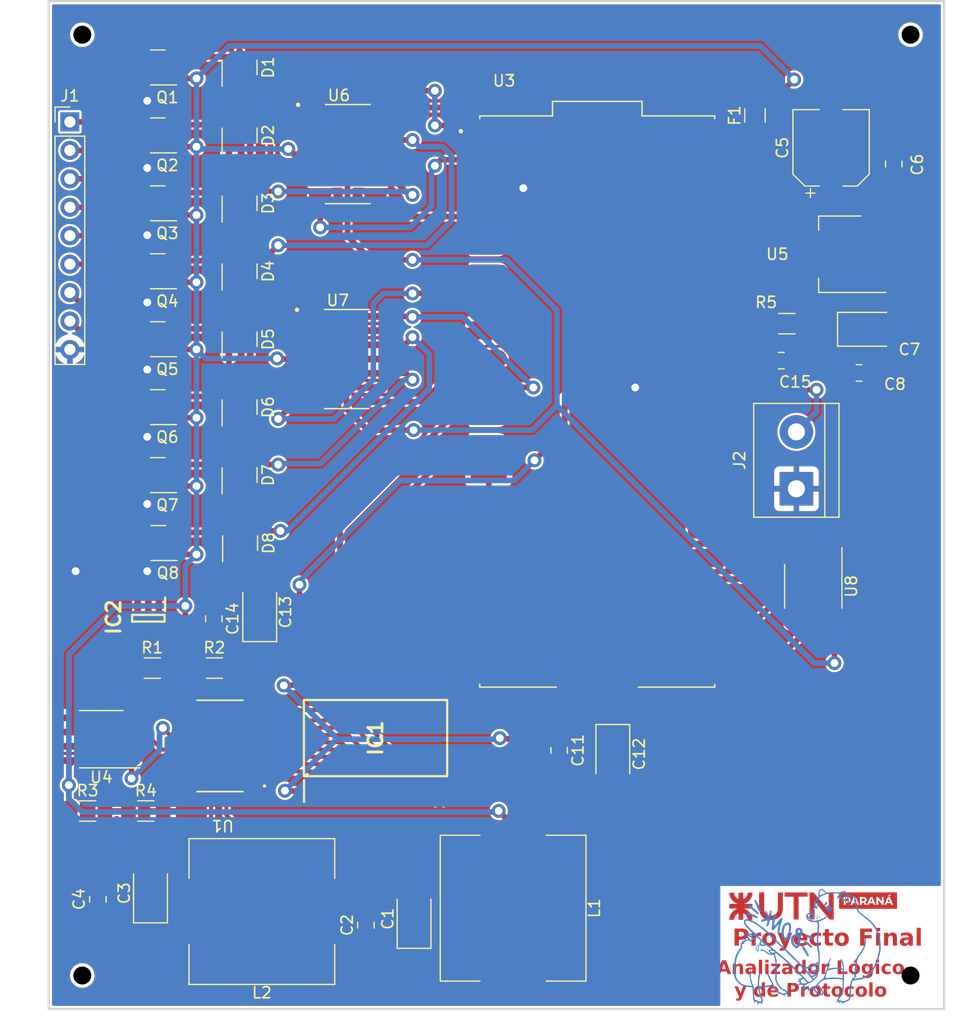
<source format=kicad_pcb>
(kicad_pcb (version 20221018) (generator pcbnew)
  (layers (0 "F.Cu" signal) (31 "B.Cu" signal) (34 "B.Paste" user) (35 "F.Paste" user) (36 "B.SilkS" user "B.Silkscreen") (37 "F.SilkS" user "F.Silkscreen") (38 "B.Mask" user) (39 "F.Mask" user) (44 "Edge.Cuts" user))
  (net 0 "")
  (net 1 "+5VD")
  (net 2 "GND")
  (net 3 "+5VA")
  (net 4 "+5V")
  (net 5 "+3.3V")
  (net 6 "/ResetButton")
  (net 8 "Net-(J1-Pin_1)")
  (net 10 "Net-(J1-Pin_2)")
  (net 12 "Net-(J1-Pin_3)")
  (net 14 "Net-(J1-Pin_4)")
  (net 17 "Net-(J1-Pin_5)")
  (net 19 "Net-(J1-Pin_6)")
  (net 21 "Net-(J1-Pin_7)")
  (net 24 "Net-(IC2-+IN)")
  (net 25 "Net-(U3-VBUS)")
  (net 26 "Net-(IC1-A1)")
  (net 27 "Net-(IC1-A2)")
  (net 28 "Net-(IC1-A3)")
  (net 29 "Net-(IC1-A4)")
  (net 30 "Net-(IC1-A5)")
  (net 31 "Net-(IC1-A6)")
  (net 32 "Net-(IC1-A7)")
  (net 33 "Net-(IC1-A8)")
  (net 34 "/ADC_ParallelPort7")
  (net 35 "/ADC_ParallelPort6")
  (net 36 "/ADC_ParallelPort5")
  (net 37 "/ADC_ParallelPort4")
  (net 38 "/ADC_ParallelPort3")
  (net 39 "/ADC_ParallelPort2")
  (net 40 "/ADC_ParallelPort1")
  (net 41 "/ADC_ParallelPort0")
  (net 42 "Net-(IC2--IN)")
  (net 43 "/ADC_MCU")
  (net 44 "Net-(U4A-+)")
  (net 45 "/ADC_CLK")
  (net 46 "/ADC_TOP_REF")
  (net 47 "/AnalogComp_Out0")
  (net 49 "/AnalogComp_Out1")
  (net 50 "/AnalogComp_Out2")
  (net 51 "/AnalogComp_Out3")
  (net 52 "/AnalogComp_Out4")
  (net 53 "/AnalogComp_Out5")
  (net 54 "/AnalogComp_Out6")
  (net 55 "/AnalogComp_Out7")
  (net 65 "/DAC.SDI")
  (net 66 "/DAC.SCK")
  (net 67 "/DAC.CS")
  (net 76 "/DAC_OUT")
  (footprint "footprints:MTC24_TEX" (layer "F.Cu") (at 65.3 116.5 180)
    (fp_text reference "U1")
    (fp_text value "ADC1175CIMTC/NOPB")
  )
  (footprint "Package_TO_SOT_SMD:SOT-23" (layer "F.Cu") (at 67.05 80.186784 90)
    (fp_text reference "D5")
    (fp_text value "BAT54C")
  )
  (footprint "MAX9108ESD_:SOIC127P600X175-14N" (layer "F.Cu") (at 76.725 63.66)
    (fp_text reference "U6")
    (fp_text value "MAX9108ESD_")
  )
  (footprint "Package_TO_SOT_SMD:SOT-23" (layer "F.Cu") (at 67.05 74.120713 90)
    (fp_text reference "D4")
    (fp_text value "BAT54C")
  )
  (footprint "Resistor_SMD:R_1206_3216Metric_Pad1.30x1.75mm_HandSolder" (layer "F.Cu") (at 53.475 122.309999)
    (fp_text reference "R3")
    (fp_text value "150k")
  )
  (footprint "MountingHole:MountingHole_2.5mm" (layer "F.Cu") (at 53 137)
    (fp_text reference "H1" hide)
    (fp_text value "MountingHole")
  )
  (footprint "Capacitor_SMD:C_0805_2012Metric_Pad1.18x1.45mm_HandSolder" (layer "F.Cu") (at 64.75 105.15 -90)
    (fp_text reference "C14")
    (fp_text value "100nF")
  )
  (footprint "Package_TO_SOT_SMD:SOT-23" (layer "F.Cu") (at 59.74 80.186784 180)
    (fp_text reference "Q5")
    (fp_text value "BC807")
  )
  (footprint "SN74LVTH245A-DWR:SOIC127P1030X265-20N" (layer "F.Cu") (at 79.2 115.8 90)
    (fp_text reference "IC1")
    (fp_text value "SN74LVTH245ADWR" hide)
  )
  (footprint "Resistor_SMD:R_1206_3216Metric_Pad1.30x1.75mm_HandSolder" (layer "F.Cu") (at 115.95 78.8 180)
    (fp_text reference "R5")
    (fp_text value "150k")
  )
  (footprint "Package_TO_SOT_SMD:SOT-23" (layer "F.Cu") (at 59.74 74.120713 180)
    (fp_text reference "Q4")
    (fp_text value "BC807")
  )
  (footprint "Capacitor_SMD:C_0805_2012Metric_Pad1.18x1.45mm_HandSolder" (layer "F.Cu") (at 115.45 82.1)
    (fp_text reference "C15")
    (fp_text value "10nF")
  )
  (footprint "MountingHole:MountingHole_2.5mm" (layer "F.Cu") (at 127 137)
    (fp_text reference "H2" hide)
    (fp_text value "MountingHole")
  )
  (footprint "Capacitor_Tantalum_SMD:CP_EIA-3528-15_AVX-H_Pad1.50x2.35mm_HandSolder" (layer "F.Cu") (at 68.85 104.55 90)
    (fp_text reference "C13")
    (fp_text value "10uF")
  )
  (footprint "Package_TO_SOT_SMD:SOT-23" (layer "F.Cu") (at 59.74 92.318926 180)
    (fp_text reference "Q7")
    (fp_text value "BC807")
  )
  (footprint "Fuse:Fuse_1206_3216Metric_Pad1.42x1.75mm_HandSolder" (layer "F.Cu") (at 113.1 60.2125 90)
    (fp_text reference "F1")
    (fp_text value "Fuse")
  )
  (footprint "Package_TO_SOT_SMD:SOT-23" (layer "F.Cu") (at 67.05 92.318926 90)
    (fp_text reference "D7")
    (fp_text value "BAT54C")
  )
  (footprint "Package_TO_SOT_SMD:SOT-23" (layer "F.Cu") (at 59.74 68.054642 180)
    (fp_text reference "Q3")
    (fp_text value "BC807")
  )
  (footprint "Connector_PinHeader_2.54mm:PinHeader_1x09_P2.54mm_Vertical" (layer "F.Cu") (at 51.89 60.785)
    (fp_text reference "J1")
    (fp_text value "Conn_01x09_Pin")
  )
  (footprint "Package_SO:SOIC-8_3.9x4.9mm_P1.27mm" (layer "F.Cu") (at 54.7 115.9 180)
    (fp_text reference "U4")
    (fp_text value "LM358")
  )
  (footprint "Capacitor_SMD:C_0805_2012Metric_Pad1.18x1.45mm_HandSolder" (layer "F.Cu") (at 54.39 130.185 90)
    (fp_text reference "C4")
    (fp_text value "100nF")
  )
  (footprint "Resistor_SMD:R_1206_3216Metric_Pad1.30x1.75mm_HandSolder" (layer "F.Cu") (at 58.675 122.309999)
    (fp_text reference "R4")
    (fp_text value "150k")
  )
  (footprint "Capacitor_Tantalum_SMD:CP_EIA-3528-15_AVX-H_Pad1.50x2.35mm_HandSolder" (layer "F.Cu") (at 82.64 131.935 90)
    (fp_text reference "C1")
    (fp_text value "10uF")
  )
  (footprint "MountingHole:MountingHole_2.5mm" (layer "F.Cu") (at 127 53)
    (fp_text reference "H4" hide)
    (fp_text value "MountingHole")
  )
  (footprint "RaspberryPiPico:MODULE_SC0915" (layer "F.Cu") (at 99.01 85.75)
    (fp_text reference "U3")
    (fp_text value "Raspberry Pi Pico")
  )
  (footprint "Resistor_SMD:R_1206_3216Metric_Pad1.30x1.75mm_HandSolder" (layer "F.Cu") (at 59.25 109.549999)
    (fp_text reference "R1")
    (fp_text value "150")
  )
  (footprint "Package_TO_SOT_SMD:SOT-23" (layer "F.Cu") (at 67.1 98.385 90)
    (fp_text reference "D8")
    (fp_text value "BAT54C")
  )
  (footprint "Capacitor_SMD:C_0805_2012Metric_Pad1.18x1.45mm_HandSolder" (layer "F.Cu") (at 122.4 83.2)
    (fp_text reference "C8")
    (fp_text value "100nF")
  )
  (footprint "MountingHole:MountingHole_2.5mm" (layer "F.Cu") (at 53 53)
    (fp_text reference "H3" hide)
    (fp_text value "MountingHole")
  )
  (footprint "Capacitor_Tantalum_SMD:CP_EIA-3528-15_AVX-H_Pad1.50x2.35mm_HandSolder" (layer "F.Cu") (at 100.4 117.225 -90)
    (fp_text reference "C12")
    (fp_text value "10uF")
  )
  (footprint "ADA4891-1ARJZ-RL:SOT95P280X145-5N" (layer "F.Cu") (at 58.9 105.1 -90)
    (fp_text reference "IC2")
    (fp_text value "ADA4891-1ARJZ-RL" hide)
  )
  (footprint "Inductor_SMD:L_Sunlord_SWRB1205S" (layer "F.Cu") (at 69.04 131.285 180)
    (fp_text reference "L2")
    (fp_text value "330uH")
  )
  (footprint "Capacitor_SMD:CP_Elec_6.3x7.7" (layer "F.Cu") (at 119.9 63.1 90)
    (fp_text reference "C5")
    (fp_text value "100uF")
  )
  (footprint "Package_TO_SOT_SMD:SOT-23" (layer "F.Cu") (at 59.74 55.9225 180)
    (fp_text reference "Q1")
    (fp_text value "BC807")
  )
  (footprint "Package_TO_SOT_SMD:SOT-223-3_TabPin2" (layer "F.Cu") (at 120.7 72.6 180)
    (fp_text reference "U5")
    (fp_text value "AMS1117-3.3")
  )
  (footprint "Package_TO_SOT_SMD:SOT-23" (layer "F.Cu") (at 59.74 86.252855 180)
    (fp_text reference "Q6")
    (fp_text value "BC807")
  )
  (footprint "Capacitor_SMD:C_0805_2012Metric_Pad1.18x1.45mm_HandSolder" (layer "F.Cu") (at 95.6 116.9 -90)
    (fp_text reference "C11")
    (fp_text value "100nF")
  )
  (footprint "Package_TO_SOT_SMD:SOT-23" (layer "F.Cu") (at 67.05 86.252855 90)
    (fp_text reference "D6")
    (fp_text value "BAT54C")
  )
  (footprint "Package_TO_SOT_SMD:SOT-23" (layer "F.Cu") (at 67.05 61.988571 90)
    (fp_text reference "D2")
    (fp_text value "BAT54C")
  )
  (footprint "Package_TO_SOT_SMD:SOT-23" (layer "F.Cu") (at 67.05 55.9225 90)
    (fp_text reference "D1")
    (fp_text value "BAT54C")
  )
  (footprint "TerminalBlock:TerminalBlock_bornier-2_P5.08mm" (layer "F.Cu") (at 116.8 93.54 90)
    (fp_text reference "J2")
    (fp_text value "Screw_Terminal_01x02")
  )
  (footprint "Package_TO_SOT_SMD:SOT-23" (layer "F.Cu") (at 67.05 68.054642 90)
    (fp_text reference "D3")
    (fp_text value "BAT54C")
  )
  (footprint "Capacitor_Tantalum_SMD:CP_EIA-3528-15_AVX-H_Pad1.50x2.35mm_HandSolder" (layer "F.Cu") (at 59.09 129.66 90)
    (fp_text reference "C3")
    (fp_text value "10uF")
  )
  (footprint "Capacitor_SMD:C_0805_2012Metric_Pad1.18x1.45mm_HandSolder" (layer "F.Cu") (at 125.5 64.55 90)
    (fp_text reference "C6")
    (fp_text value "100nF")
  )
  (footprint "MAX9108ESD_:SOIC127P600X175-14N" (layer "F.Cu") (at 76.625 81.96)
    (fp_text reference "U7")
    (fp_text value "MAX9108ESD_")
  )
  (footprint "Package_TO_SOT_SMD:SOT-23" (layer "F.Cu") (at 59.74 61.988571 180)
    (fp_text reference "Q2")
    (fp_text value "BC807")
  )
  (footprint "Package_SO:SOIC-8_3.9x4.9mm_P1.27mm" (layer "F.Cu") (at 118.31 102.25 -90)
    (fp_text reference "U8")
    (fp_text value "MCP4821")
  )
  (footprint "Capacitor_SMD:C_0805_2012Metric_Pad1.18x1.45mm_HandSolder" (layer "F.Cu") (at 78.34 132.4975 90)
    (fp_text reference "C2")
    (fp_text value "100nF")
  )
  (footprint "Capacitor_Tantalum_SMD:CP_EIA-3528-15_AVX-H_Pad1.50x2.35mm_HandSolder" (layer "F.Cu") (at 123.1125 79.3)
    (fp_text reference "C7")
    (fp_text value "10uF")
  )
  (footprint "Inductor_SMD:L_Sunlord_SWRB1205S" (layer "F.Cu") (at 91.49 130.985 -90)
    (fp_text reference "L1")
    (fp_text value "330uH")
  )
  (footprint "Package_TO_SOT_SMD:SOT-23" (layer "F.Cu") (at 59.79 98.385 180)
    (fp_text reference "Q8")
    (fp_text value "BC807")
  )
  (footprint "Resistor_SMD:R_1206_3216Metric_Pad1.30x1.75mm_HandSolder" (layer "F.Cu") (at 64.8 109.549999)
    (fp_text reference "R2")
    (fp_text value "150")
  )
  (gr_poly (pts (xy 121.284286 130.120019) (xy 121.299723 130.120461) (xy 121.315096 130.121158) (xy 121.329967 130.122079) (xy 121.343901 130.123192) (xy 121.356463 130.124465) (xy 121.367216 130.125866) (xy 121.375724 130.127365) (xy 121.381706 130.128768) (xy 121.387517 130.130376) (xy 121.393157 130.132183) (xy 121.398621 130.134186) (xy 121.403907 130.136382) (xy 121.409012 130.138767) (xy 121.413934 130.141336) (xy 121.41867 130.144087) (xy 121.423218 130.147016) (xy 121.427573 130.150118) (xy 121.431735 130.15339) (xy 121.435699 130.156828) (xy 121.439464 130.16043) (xy 121.443026 130.164189) (xy 121.446383 130.168104) (xy 121.449532 130.17217) (xy 121.452471 130.176384) (xy 121.455196 130.180742) (xy 121.457705 130.18524) (xy 121.459995 130.189874) (xy 121.462064 130.19464) (xy 121.463909 130.199536) (xy 121.465526 130.204556) (xy 121.466914 130.209698) (xy 121.46807 130.214958) (xy 121.46899 130.220331) (xy 121.469672 130.225814) (xy 121.470114 130.231404) (xy 121.470313 130.237097) (xy 121.470265 130.242888) (xy 121.469969 130.248775) (xy 121.469421 130.254753) (xy 121.468509 130.261878) (xy 121.467266 130.268662) (xy 121.465683 130.275123) (xy 121.463749 130.281276) (xy 121.461454 130.287137) (xy 121.458789 130.292723) (xy 121.455745 130.298048) (xy 121.45231 130.303129) (xy 121.448476 130.307982) (xy 121.444232 130.312624) (xy 121.439569 130.317069) (xy 121.434477 130.321334) (xy 121.428946 130.325435) (xy 121.422966 130.329388) (xy 121.416528 130.333209) (xy 121.409622 130.336914) (xy 121.40475 130.33934) (xy 121.40007 130.3415) (xy 121.395464 130.34341) (xy 121.390814 130.345085) (xy 121.386001 130.346539) (xy 121.38091 130.347789) (xy 121.37542 130.348848) (xy 121.369415 130.349731) (xy 121.362776 130.350455) (xy 121.355387 130.351033) (xy 121.347128 130.351481) (xy 121.337882 130.351814) (xy 121.327532 130.352047) (xy 121.315959 130.352195) (xy 121.288673 130.352295) (xy 121.197776 130.352295) (xy 121.197814 130.236107) (xy 121.197814 130.119865) (xy 121.269218 130.119865)) (fill solid) (layer "F.Cu"))
  (gr_poly (pts (xy 113.847063 129.573827) (xy 113.873683 129.574694) (xy 113.890829 129.576346) (xy 113.896671 129.577514) (xy 113.901129 129.578934) (xy 113.904533 129.580626) (xy 113.90721 129.582608) (xy 113.911697 129.587517) (xy 113.912752 129.588885) (xy 113.913742 129.590385) (xy 113.914669 129.592088) (xy 113.915534 129.594065) (xy 113.916339 129.596387) (xy 113.917084 129.599123) (xy 113.917772 129.602346) (xy 113.918402 129.606124) (xy 113.918977 129.61053) (xy 113.919497 129.615633) (xy 113.919964 129.621505) (xy 113.92038 129.628216) (xy 113.920744 129.635836) (xy 113.921059 129.644437) (xy 113.921546 129.664862) (xy 113.921851 129.690058) (xy 113.921982 129.720588) (xy 113.921951 129.757018) (xy 113.921767 129.799914) (xy 113.92098 129.907365) (xy 113.9197 130.047462) (xy 113.918528 130.447017) (xy 113.922313 130.778522) (xy 113.930768 131.023979) (xy 113.936656 131.108815) (xy 113.943603 131.16539) (xy 113.949841 131.197494) (xy 113.956728 131.228056) (xy 113.9643 131.257144) (xy 113.97259 131.284821) (xy 113.981636 131.311153) (xy 113.99147 131.336206) (xy 114.00213 131.360044) (xy 114.013649 131.382734) (xy 114.026062 131.40434) (xy 114.039406 131.424929) (xy 114.053715 131.444564) (xy 114.069023 131.463312) (xy 114.085367 131.481239) (xy 114.102781 131.498408) (xy 114.1213 131.514886) (xy 114.14096 131.530739) (xy 114.157519 131.542964) (xy 114.174356 131.554393) (xy 114.191543 131.56505) (xy 114.209152 131.574958) (xy 114.227253 131.584142) (xy 114.245918 131.592625) (xy 114.26522 131.600432) (xy 114.285228 131.607587) (xy 114.306016 131.614112) (xy 114.327654 131.620033) (xy 114.350214 131.625374) (xy 114.373767 131.630157) (xy 114.398386 131.634408) (xy 114.424141 131.63815) (xy 114.451104 131.641407) (xy 114.479347 131.644203) (xy 114.503657 131.645962) (xy 114.527978 131.646921) (xy 114.552274 131.647085) (xy 114.576509 131.64646) (xy 114.600649 131.645053) (xy 114.624658 131.642871) (xy 114.6485 131.639918) (xy 114.67214 131.636202) (xy 114.695542 131.631728) (xy 114.718671 131.626502) (xy 114.741491 131.620531) (xy 114.763968 131.613821) (xy 114.786065 131.606378) (xy 114.807747 131.598208) (xy 114.828978 131.589317) (xy 114.849723 131.579712) (xy 114.872135 131.568149) (xy 114.893517 131.55573) (xy 114.913906 131.54241) (xy 114.933337 131.528145) (xy 114.951847 131.512891) (xy 114.969472 131.496604) (xy 114.986248 131.479239) (xy 115.002211 131.460752) (xy 115.017397 131.4411) (xy 115.031843 131.420237) (xy 115.045584 131.398119) (xy 115.058656 131.374703) (xy 115.071095 131.349944) (xy 115.082939 131.323797) (xy 115.094221 131.29622) (xy 115.10498 131.267166) (xy 115.112341 131.246009) (xy 115.118791 131.226107) (xy 115.124388 131.206108) (xy 115.126885 131.19565) (xy 115.129193 131.18466) (xy 115.131318 131.172971) (xy 115.133267 131.160412) (xy 115.135049 131.146815) (xy 115.13667 131.132012) (xy 115.138139 131.115832) (xy 115.139463 131.098108) (xy 115.141705 131.057348) (xy 115.143458 131.008382) (xy 115.14478 130.949856) (xy 115.145734 130.880421) (xy 115.146379 130.798724) (xy 115.146985 130.593136) (xy 115.147079 130.322281) (xy 115.147079 129.579552) (xy 115.370986 129.581352) (xy 115.594886 129.583153) (xy 115.596885 130.266838) (xy 115.596395 130.801553) (xy 115.594647 130.969829) (xy 115.591888 131.063331) (xy 115.58646 131.128121) (xy 115.578798 131.190692) (xy 115.568899 131.251044) (xy 115.563109 131.280388) (xy 115.556759 131.309177) (xy 115.549849 131.337411) (xy 115.542377 131.36509) (xy 115.534345 131.392214) (xy 115.52575 131.418782) (xy 115.516593 131.444795) (xy 115.506874 131.470252) (xy 115.496593 131.495154) (xy 115.485748 131.519501) (xy 115.471007 131.549451) (xy 115.454559 131.579249) (xy 115.436503 131.608795) (xy 115.416934 131.637985) (xy 115.395951 131.66672) (xy 115.37365 131.694897) (xy 115.350128 131.722414) (xy 115.325483 131.749171) (xy 115.299811 131.775066) (xy 115.273209 131.799996) (xy 115.245776 131.823861) (xy 115.217606 131.846559) (xy 115.188799 131.867989) (xy 115.15945 131.888049) (xy 115.129657 131.906637) (xy 115.099517 131.923652) (xy 115.065741 131.940499) (xy 115.02956 131.956253) (xy 114.991208 131.970877) (xy 114.950922 131.984329) (xy 114.908936 131.996572) (xy 114.865486 132.007567) (xy 114.820806 132.017272) (xy 114.775133 132.025651) (xy 114.7287 132.032662) (xy 114.681743 132.038268) (xy 114.634497 132.042428) (xy 114.587198 132.045104) (xy 114.540081 132.046256) (xy 114.493379 132.045845) (xy 114.44733 132.043831) (xy 114.402168 132.040176) (xy 114.402 132.040191) (xy 114.363612 132.035774) (xy 114.325453 132.030276) (xy 114.287608 132.023727) (xy 114.25016 132.016156) (xy 114.213194 132.00759) (xy 114.176792 131.99806) (xy 114.14104 131.987592) (xy 114.10602 131.976217) (xy 114.071818 131.963963) (xy 114.038515 131.950858) (xy 114.006198 131.936931) (xy 113.974948 131.922211) (xy 113.944851 131.906726) (xy 113.91599 131.890506) (xy 113.888449 131.873578) (xy 113.862312 131.855972) (xy 113.849749 131.846829) (xy 113.836667 131.836799) (xy 113.823187 131.825998) (xy 113.809431 131.814543) (xy 113.781573 131.790135) (xy 113.754066 131.764506) (xy 113.727881 131.738588) (xy 113.703989 131.713312) (xy 113.693206 131.701206) (xy 113.683361 131.689609) (xy 113.674575 131.678639) (xy 113.666969 131.668411) (xy 113.653623 131.648769) (xy 113.640259 131.627428) (xy 113.626952 131.604568) (xy 113.613778 131.580371) (xy 113.600811 131.555016) (xy 113.588127 131.528684) (xy 113.5758 131.501556) (xy 113.563906 131.473813) (xy 113.55252 131.445634) (xy 113.541717 131.417201) (xy 113.531571 131.388694) (xy 113.522159 131.360293) (xy 113.513554 131.332179) (xy 113.505833 131.304533) (xy 113.499069 131.277535) (xy 113.493339 131.251365) (xy 113.488602 131.227063) (xy 113.484419 131.203244) (xy 113.48076 131.178802) (xy 113.477594 131.152631) (xy 113.47489 131.123625) (xy 113.472616 131.090676) (xy 113.470742 131.05268) (xy 113.469237 131.00853) (xy 113.468069 130.95712) (xy 113.467208 130.897344) (xy 113.46628 130.748268) (xy 113.466205 130.552452) (xy 113.466735 130.301048) (xy 113.468734 129.576347) (xy 113.684097 129.574447) (xy 113.808343 129.573597)) (fill solid) (layer "F.Cu"))
  (gr_poly (pts (xy 112.868133 129.680595) (xy 112.866122 129.712484) (xy 112.863084 129.743967) (xy 112.859008 129.775072) (xy 112.853883 129.805826) (xy 112.8477 129.836257) (xy 112.840448 129.866391) (xy 112.832117 129.896257) (xy 112.822696 129.925881) (xy 112.812175 129.955291) (xy 112.800544 129.984514) (xy 112.787792 130.013578) (xy 112.773908 130.04251) (xy 112.758883 130.071337) (xy 112.742706 130.100087) (xy 112.725367 130.128786) (xy 112.706855 130.157463) (xy 112.682405 130.192799) (xy 112.657027 130.226812) (xy 112.630696 130.259521) (xy 112.603388 130.290946) (xy 112.57508 130.321106) (xy 112.545746 130.350021) (xy 112.515363 130.37771) (xy 112.483906 130.404194) (xy 112.451352 130.429491) (xy 112.417675 130.453622) (xy 112.382852 130.476606) (xy 112.346859 130.498462) (xy 112.309671 130.51921) (xy 112.271264 130.53887) (xy 112.231614 130.557462) (xy 112.190696 130.575004) (xy 112.134895 130.597847) (xy 112.494163 130.598144) (xy 112.664614 130.598693) (xy 112.776836 130.600151) (xy 112.813849 130.601287) (xy 112.839591 130.60273) (xy 112.855156 130.604507) (xy 112.859465 130.605528) (xy 112.86164 130.606643) (xy 112.863698 130.613021) (xy 112.865481 130.627034) (xy 112.868224 130.673606) (xy 112.869869 130.73763) (xy 112.870418 130.810382) (xy 112.869869 130.883133) (xy 112.868224 130.947156) (xy 112.865481 130.993726) (xy 112.863698 131.007738) (xy 112.86164 131.014114) (xy 112.860824 131.014684) (xy 112.859489 131.01523) (xy 112.855194 131.016252) (xy 112.848619 131.017186) (xy 112.839629 131.018033) (xy 112.82809 131.018797) (xy 112.813865 131.019482) (xy 112.776819 131.020628) (xy 112.727408 131.021497) (xy 112.66455 131.022116) (xy 112.587162 131.022512) (xy 112.494163 131.022713) (xy 112.296413 131.023221) (xy 112.191678 131.024722) (xy 112.166188 131.026122) (xy 112.15435 131.028104) (xy 112.152549 131.029347) (xy 112.152961 131.030778) (xy 112.158821 131.034256) (xy 112.234271 131.070142) (xy 112.300107 131.103473) (xy 112.329902 131.119491) (xy 112.357872 131.135243) (xy 112.384211 131.150854) (xy 112.409112 131.166448) (xy 112.432766 131.182151) (xy 112.455369 131.198085) (xy 112.477111 131.214377) (xy 112.498188 131.231149) (xy 112.518791 131.248528) (xy 112.539113 131.266636) (xy 112.559348 131.285599) (xy 112.579689 131.305542) (xy 112.605441 131.332157) (xy 112.629901 131.359182) (xy 112.653089 131.386656) (xy 112.675027 131.414618) (xy 112.695735 131.443106) (xy 112.715234 131.47216) (xy 112.733545 131.501817) (xy 112.75069 131.532117) (xy 112.766689 131.563098) (xy 112.781563 131.594799) (xy 112.795333 131.627259) (xy 112.80802 131.660517) (xy 112.819645 131.694611) (xy 112.830229 131.729581) (xy 112.839793 131.765464) (xy 112.848358 131.802299) (xy 112.854378 131.833194) (xy 112.860113 131.86795) (xy 112.865296 131.904214) (xy 112.869658 131.939636) (xy 112.872933 131.971863) (xy 112.874853 131.998545) (xy 112.87515 132.017329) (xy 112.874607 132.023024) (xy 112.873558 132.025863) (xy 112.867765 132.027274) (xy 112.85413 132.028541) (xy 112.807766 132.030622) (xy 112.743344 132.032061) (xy 112.669742 132.032813) (xy 112.595837 132.032834) (xy 112.530505 132.032079) (xy 112.482625 132.030503) (xy 112.468004 132.029393) (xy 112.461074 132.028061) (xy 112.460127 132.027516) (xy 112.459215 132.026911) (xy 112.458337 132.026237) (xy 112.457491 132.025491) (xy 112.456676 132.024666) (xy 112.455889 132.023755) (xy 112.455131 132.022753) (xy 112.454398 132.021655) (xy 112.45369 132.020453) (xy 112.453005 132.019143) (xy 112.452341 132.017718) (xy 112.451697 132.016172) (xy 112.451071 132.014499) (xy 112.450462 132.012694) (xy 112.449868 132.01075) (xy 112.449288 132.008662) (xy 112.448719 132.006423) (xy 112.448162 132.004029) (xy 112.447612 132.001471) (xy 112.447071 131.998746) (xy 112.446003 131.992767) (xy 112.444946 131.986043) (xy 112.443887 131.978529) (xy 112.442813 131.970175) (xy 112.441713 131.960934) (xy 112.440574 131.95076) (xy 112.438742 131.935576) (xy 112.436317 131.919423) (xy 112.433411 131.902796) (xy 112.430136 131.886191) (xy 112.426603 131.870104) (xy 112.422924 131.85503) (xy 112.41921 131.841464) (xy 112.415573 131.829902) (xy 112.405556 131.802909) (xy 112.394106 131.776338) (xy 112.381282 131.750258) (xy 112.367144 131.724735) (xy 112.351749 131.699836) (xy 112.335156 131.67563) (xy 112.317424 131.652182) (xy 112.298611 131.629561) (xy 112.278777 131.607834) (xy 112.25798 131.587067) (xy 112.236279 131.567329) (xy 112.213732 131.548686) (xy 112.190399 131.531205) (xy 112.166337 131.514955) (xy 112.141606 131.500001) (xy 112.116264 131.486412) (xy 112.095443 131.476092) (xy 112.077866 131.46764) (xy 112.065389 131.461929) (xy 112.061643 131.460374) (xy 112.059867 131.459831) (xy 112.059493 131.461303) (xy 112.059122 131.465622) (xy 112.058399 131.482219) (xy 112.057119 131.543176) (xy 112.056213 131.633394) (xy 112.05587 131.743561) (xy 112.05587 132.02729) (xy 111.937942 132.027321) (xy 111.885391 132.027626) (xy 111.829533 132.028439) (xy 111.77703 132.029643) (xy 111.734542 132.03112) (xy 111.71443 132.03188) (xy 111.696555 132.032285) (xy 111.680933 132.032335) (xy 111.667579 132.032033) (xy 111.656508 132.031379) (xy 111.647735 132.030374) (xy 111.644216 132.029741) (xy 111.641276 132.029021) (xy 111.638919 132.028214) (xy 111.637146 132.027321) (xy 111.638214 132.027344) (xy 111.637203 132.026638) (xy 111.63625 132.025808) (xy 111.635353 132.024813) (xy 111.634511 132.023611) (xy 111.633722 132.022162) (xy 111.632984 132.020424) (xy 111.632296 132.018356) (xy 111.631655 132.015918) (xy 111.631061 132.013069) (xy 111.630511 132.009767) (xy 111.630004 132.005972) (xy 111.629538 132.001643) (xy 111.629111 131.996738) (xy 111.628722 131.991218) (xy 111.628369 131.98504) (xy 111.62805 131.978164) (xy 111.627764 131.970548) (xy 111.627508 131.962153) (xy 111.627083 131.942858) (xy 111.62676 131.91995) (xy 111.626527 131.893103) (xy 111.626369 131.861989) (xy 111.626273 131.826278) (xy 111.626213 131.739761) (xy 111.626213 131.459701) (xy 111.600616 131.470352) (xy 111.584243 131.477652) (xy 111.567479 131.486081) (xy 111.550426 131.495554) (xy 111.533183 131.505989) (xy 111.515853 131.517305) (xy 111.498537 131.529418) (xy 111.481335 131.542245) (xy 111.46435 131.555705) (xy 111.447683 131.569714) (xy 111.431434 131.584191) (xy 111.415705 131.599051) (xy 111.400597 131.614214) (xy 111.386212 131.629596) (xy 111.37265 131.645114) (xy 111.360014 131.660687) (xy 111.348403 131.676231) (xy 111.336337 131.693865) (xy 111.324764 131.71224) (xy 111.313723 131.731247) (xy 111.303253 131.750776) (xy 111.293395 131.770718) (xy 111.284187 131.790963) (xy 111.27567 131.811401) (xy 111.267881 131.831923) (xy 111.260861 131.85242) (xy 111.254649 131.87278) (xy 111.249285 131.892896) (xy 111.244808 131.912657) (xy 111.241257 131.931954) (xy 111.238672 131.950677) (xy 111.237092 131.968716) (xy 111.236557 131.985962) (xy 111.236557 132.027344) (xy 110.802047 132.027344) (xy 110.807045 131.95726) (xy 110.815174 131.882728) (xy 110.828409 131.809738) (xy 110.846614 131.738474) (xy 110.869656 131.669117) (xy 110.897398 131.601852) (xy 110.929706 131.53686) (xy 110.966445 131.474324) (xy 111.00748 131.414429) (xy 111.052677 131.357355) (xy 111.1019 131.303287) (xy 111.155015 131.252407) (xy 111.211886 131.204898) (xy 111.27238 131.160943) (xy 111.33636 131.120725) (xy 111.403693 131.084427) (xy 111.474243 131.052231) (xy 111.537742 131.025741) (xy 111.171714 131.023941) (xy 110.805671 131.02214) (xy 110.805671 130.59845) (xy 111.179992 130.598388) (xy 111.554313 130.598327) (xy 111.477912 130.56501) (xy 111.42033 130.538437) (xy 111.36527 130.510041) (xy 111.312736 130.479822) (xy 111.262729 130.447785) (xy 111.215255 130.413933) (xy 111.170314 130.378269) (xy 111.127911 130.340795) (xy 111.088048 130.301515) (xy 111.050729 130.260433) (xy 111.015956 130.21755) (xy 110.983732 130.172871) (xy 110.95406 130.126398) (xy 110.926943 130.078134) (xy 110.902385 130.028083) (xy 110.880387 129.976247) (xy 110.860954 129.92263) (xy 110.85209 129.89385) (xy 110.84303 129.860532) (xy 110.834086 129.824125) (xy 110.825567 129.786077) (xy 110.817784 129.747835) (xy 110.811048 129.710847) (xy 110.805668 129.676561) (xy 110.801956 129.646423) (xy 110.796958 129.600273) (xy 111.228431 129.600273) (xy 111.232429 129.632751) (xy 111.236675 129.662103) (xy 111.241518 129.690227) (xy 111.24699 129.717194) (xy 111.253123 129.743077) (xy 111.259946 129.767946) (xy 111.267491 129.791874) (xy 111.275789 129.814932) (xy 111.284871 129.83719) (xy 111.294767 129.858722) (xy 111.305509 129.879598) (xy 111.317128 129.899889) (xy 111.329655 129.919668) (xy 111.34312 129.939006) (xy 111.357555 129.957974) (xy 111.37299 129.976644) (xy 111.389457 129.995086) (xy 111.399411 130.00556) (xy 111.410354 130.016575) (xy 111.421927 130.0278) (xy 111.433771 130.038906) (xy 111.445525 130.049563) (xy 111.45683 130.05944) (xy 111.467326 130.068209) (xy 111.476654 130.075538) (xy 111.495615 130.089239) (xy 111.51677 130.103617) (xy 111.53884 130.117902) (xy 111.560545 130.131321) (xy 111.580607 130.143102) (xy 111.597745 130.152473) (xy 111.604818 130.156013) (xy 111.61068 130.158662) (xy 111.615172 130.160321) (xy 111.618133 130.160896) (xy 111.618593 130.160647) (xy 111.619035 130.159895) (xy 111.619869 130.156868) (xy 111.620635 130.151776) (xy 111.621336 130.144581) (xy 111.621972 130.135248) (xy 111.622545 130.123736) (xy 111.623509 130.094031) (xy 111.624238 130.055165) (xy 111.624745 130.006835) (xy 111.625041 129.948742) (xy 111.625137 129.880585) (xy 111.625137 129.600273) (xy 112.055862 129.600273) (xy 112.055862 129.877167) (xy 112.056284 130.01197) (xy 112.057737 130.096969) (xy 112.058938 130.123639) (xy 112.060503 130.141274) (xy 112.062467 130.151012) (xy 112.063609 130.153275) (xy 112.064865 130.153992) (xy 112.065976 130.153895) (xy 112.067422 130.153627) (xy 112.06918 130.153195) (xy 112.071229 130.152608) (xy 112.073546 130.151876) (xy 112.07611 130.151006) (xy 112.081889 130.148889) (xy 112.08839 130.146329) (xy 112.095436 130.143394) (xy 112.102854 130.140154) (xy 112.110466 130.13668) (xy 112.130968 130.126335) (xy 112.151693 130.11433) (xy 112.172516 130.100793) (xy 112.193312 130.085854) (xy 112.213955 130.069642) (xy 112.23432 130.052284) (xy 112.254283 130.033909) (xy 112.273717 130.014646) (xy 112.292499 129.994624) (xy 112.310502 129.973971) (xy 112.327601 129.952816) (xy 112.343672 129.931288) (xy 112.358589 129.909514) (xy 112.372226 129.887624) (xy 112.38446 129.865746) (xy 112.395164 129.844009) (xy 112.3993 129.834561) (xy 112.403371 129.824426) (xy 112.407359 129.813679) (xy 112.411244 129.802391) (xy 112.418636 129.778492) (xy 112.425401 129.753316) (xy 112.431393 129.727449) (xy 112.436466 129.701478) (xy 112.440473 129.67599) (xy 112.442031 129.663611) (xy 112.443267 129.651573) (xy 112.448265 129.600265) (xy 112.872131 129.600265)) (fill solid) (layer "F.Cu"))
  (gr_poly (pts (xy 125.055588 130.167155) (xy 125.056807 130.169324) (xy 125.060439 130.176677) (xy 125.0655 130.187657) (xy 125.071787 130.201795) (xy 125.079102 130.218623) (xy 125.087242 130.237669) (xy 125.105201 130.28054) (xy 125.154098 130.398475) (xy 125.154302 130.39908) (xy 125.154349 130.399658) (xy 125.154232 130.40021) (xy 125.153947 130.400735) (xy 125.153486 130.401235) (xy 125.152844 130.40171) (xy 125.152016 130.402161) (xy 125.150996 130.402588) (xy 125.149777 130.402991) (xy 125.148354 130.403371) (xy 125.146721 130.403729) (xy 125.144873 130.404065) (xy 125.142803 130.404379) (xy 125.140506 130.404673) (xy 125.135207 130.4052) (xy 125.128928 130.405649) (xy 125.121625 130.406026) (xy 125.113249 130.406333) (xy 125.103755 130.406575) (xy 125.093096 130.406756) (xy 125.081226 130.40688) (xy 125.068097 130.406952) (xy 125.053665 130.406975) (xy 125.021598 130.406914) (xy 124.996946 130.406661) (xy 124.978804 130.406106) (xy 124.971893 130.405681) (xy 124.966271 130.405141) (xy 124.961825 130.40447) (xy 124.958443 130.403656) (xy 124.956011 130.402686) (xy 124.954418 130.401545) (xy 124.953549 130.40022) (xy 124.953292 130.398697) (xy 124.953534 130.396963) (xy 124.954162 130.395004) (xy 124.9542 130.395057) (xy 124.96755 130.360476) (xy 124.98287 130.322608) (xy 125.015038 130.246989) (xy 125.029694 130.214228) (xy 125.041937 130.188157) (xy 125.050672 130.171273) (xy 125.053381 130.167055) (xy 125.054261 130.166138) (xy 125.054801 130.166069)) (fill solid) (layer "F.Cu"))
  (gr_poly (pts (xy 125.79216 131.042854) (xy 120.616684 131.042854) (xy 120.616684 129.983139) (xy 121.033775 129.983139) (xy 121.033775 130.680496) (xy 121.197776 130.680496) (xy 121.197779 130.67338) (xy 121.623362 130.67338) (xy 121.623404 130.673949) (xy 121.623477 130.674222) (xy 121.623585 130.674487) (xy 121.62391 130.674996) (xy 121.624385 130.675475) (xy 121.625015 130.675925) (xy 121.625806 130.676347) (xy 121.626762 130.67674) (xy 121.62789 130.677105) (xy 121.629194 130.677443) (xy 121.630681 130.677754) (xy 121.632356 130.678038) (xy 121.634223 130.678296) (xy 121.63629 130.678528) (xy 121.63856 130.678736) (xy 121.64104 130.678918) (xy 121.643734 130.679075) (xy 121.64979 130.679319) (xy 121.656771 130.67947) (xy 121.664719 130.679531) (xy 121.67368 130.679506) (xy 121.683696 130.679398) (xy 121.694812 130.679211) (xy 121.707069 130.678947) (xy 121.793968 130.677048) (xy 121.822563 130.608711) (xy 121.851264 130.540344) (xy 122.170753 130.540344) (xy 122.22776 130.677078) (xy 122.31446 130.678978) (xy 122.331881 130.679265) (xy 122.34813 130.679314) (xy 122.362854 130.679139) (xy 122.375698 130.678757) (xy 122.386305 130.678185) (xy 122.394321 130.677436) (xy 122.397247 130.677001) (xy 122.399392 130.676528) (xy 122.400711 130.676019) (xy 122.401047 130.675752) (xy 122.401161 130.675476) (xy 122.39804 130.667407) (xy 122.389095 130.6464) (xy 122.356236 130.571256) (xy 122.307591 130.461429) (xy 122.248169 130.3283) (xy 122.095169 129.986526) (xy 122.013267 129.984627) (xy 121.945838 129.983063) (xy 122.469375 129.983063) (xy 122.469375 130.68042) (xy 122.633476 130.68042) (xy 122.633537 130.584549) (xy 122.633537 130.488602) (xy 122.707038 130.490501) (xy 122.78054 130.492401) (xy 122.804443 130.52745) (xy 122.868545 130.62146) (xy 122.908645 130.68042) (xy 123.092041 130.68042) (xy 123.088848 130.675858) (xy 123.107046 130.675858) (xy 123.107206 130.676118) (xy 123.107591 130.67637) (xy 123.108196 130.676614) (xy 123.110039 130.677075) (xy 123.112692 130.6775) (xy 123.116109 130.677885) (xy 123.120244 130.678231) (xy 123.125054 130.678533) (xy 123.130492 130.678791) (xy 123.143074 130.679164) (xy 123.157629 130.679333) (xy 123.173796 130.679281) (xy 123.191215 130.678993) (xy 123.278312 130.677093) (xy 123.306808 130.608711) (xy 123.335311 130.540344) (xy 123.655136 130.540344) (xy 123.683837 130.608711) (xy 123.712539 130.677078) (xy 123.801536 130.678978) (xy 123.890533 130.680878) (xy 123.890362 130.680496) (xy 123.952514 130.680496) (xy 124.116516 130.680496) (xy 124.117095 130.474342) (xy 124.117095 130.268188) (xy 124.131393 130.284622) (xy 124.142211 130.297384) (xy 124.160931 130.320027) (xy 124.211692 130.382126) (xy 124.279697 130.465137) (xy 124.350425 130.550873) (xy 124.379835 130.58657) (xy 124.40615 130.618956) (xy 124.426503 130.644463) (xy 124.438026 130.659523) (xy 124.452926 130.680496) (xy 124.59552 130.680496) (xy 124.59552 130.677719) (xy 124.663955 130.677719) (xy 124.664066 130.677868) (xy 124.664396 130.678016) (xy 124.665688 130.678304) (xy 124.667788 130.678581) (xy 124.670652 130.678848) (xy 124.6785 130.67934) (xy 124.68888 130.679769) (xy 124.701446 130.680123) (xy 124.715846 130.68039) (xy 124.731733 130.680559) (xy 124.748756 130.680618) (xy 124.833656 130.680618) (xy 124.863357 130.608787) (xy 124.863403 130.608665) (xy 124.893104 130.536835) (xy 125.052986 130.538635) (xy 125.212875 130.540436) (xy 125.240974 130.610412) (xy 125.269073 130.680389) (xy 125.356674 130.680488) (xy 125.383501 130.680455) (xy 125.404178 130.680216) (xy 125.419444 130.679667) (xy 125.425278 130.679244) (xy 125.430037 130.678704) (xy 125.433813 130.678034) (xy 125.436698 130.677222) (xy 125.438784 130.676254) (xy 125.440164 130.675116) (xy 125.440931 130.673797) (xy 125.441177 130.672283) (xy 125.440994 130.670561) (xy 125.440475 130.668617) (xy 125.427185 130.637529) (xy 125.393707 130.561751) (xy 125.286537 130.321647) (xy 125.136474 129.986641) (xy 124.970871 129.986641) (xy 124.817413 130.330749) (xy 124.709035 130.574618) (xy 124.663955 130.677719) (xy 124.59552 130.677719) (xy 124.59552 129.983139) (xy 124.431716 129.983139) (xy 124.427719 130.393692) (xy 124.092712 129.983291) (xy 123.952514 129.983139) (xy 123.952514 130.680496) (xy 123.890362 130.680496) (xy 123.781013 130.436264) (xy 123.625732 130.089104) (xy 123.579933 129.986549) (xy 123.497734 129.984649) (xy 123.415535 129.98275) (xy 123.262786 130.3265) (xy 123.107116 130.67559) (xy 123.107046 130.675858) (xy 123.088848 130.675858) (xy 123.059738 130.63427) (xy 122.997746 130.545052) (xy 122.976916 130.514291) (xy 122.961964 130.491334) (xy 122.952214 130.475109) (xy 122.949078 130.469186) (xy 122.946989 130.464545) (xy 122.945864 130.461051) (xy 122.945616 130.458571) (xy 122.946162 130.45697) (xy 122.947418 130.456116) (xy 122.950193 130.455087) (xy 122.953095 130.453808) (xy 122.959239 130.450539) (xy 122.96577 130.446389) (xy 122.972611 130.44144) (xy 122.979684 130.435772) (xy 122.98691 130.429467) (xy 122.994213 130.422605) (xy 123.001513 130.415268) (xy 123.008733 130.407536) (xy 123.015795 130.399491) (xy 123.02262 130.391213) (xy 123.029132 130.382784) (xy 123.035251 130.374285) (xy 123.0409 130.365796) (xy 123.046001 130.357399) (xy 123.050476 130.349174) (xy 123.057962 130.334238) (xy 123.061036 130.327742) (xy 123.063701 130.321714) (xy 123.065986 130.316019) (xy 123.067921 130.310522) (xy 123.069533 130.305087) (xy 123.070852 130.29958) (xy 123.071906 130.293866) (xy 123.072724 130.28781) (xy 123.073334 130.281276) (xy 123.073766 130.274129) (xy 123.074047 130.266235) (xy 123.074208 130.257459) (xy 123.074279 130.236717) (xy 123.074093 130.222457) (xy 123.073581 130.209171) (xy 123.072707 130.196763) (xy 123.071434 130.185135) (xy 123.069726 130.17419) (xy 123.067545 130.163832) (xy 123.064855 130.153962) (xy 123.061619 130.144483) (xy 123.057801 130.1353) (xy 123.053364 130.126313) (xy 123.04827 130.117427) (xy 123.042484 130.108544) (xy 123.035969 130.099567) (xy 123.028688 130.090398) (xy 123.020604 130.080941) (xy 123.01168 130.071098) (xy 123.004228 130.063459) (xy 122.996356 130.056126) (xy 122.988081 130.049106) (xy 122.979419 130.042409) (xy 122.970386 130.036043) (xy 122.961 130.030016) (xy 122.951276 130.024336) (xy 122.94123 130.019011) (xy 122.93088 130.014051) (xy 122.920242 130.009463) (xy 122.909332 130.005255) (xy 122.898167 130.001437) (xy 122.886763 129.998016) (xy 122.875136 129.995) (xy 122.863303 129.992398) (xy 122.85128 129.990219) (xy 122.839095 129.988794) (xy 122.821051 129.987464) (xy 122.798019 129.986258) (xy 122.770872 129.985205) (xy 122.740482 129.984335) (xy 122.707724 129.983678) (xy 122.673468 129.983261) (xy 122.638588 129.983116) (xy 122.469375 129.983063) (xy 121.945838 129.983063) (xy 121.931366 129.982727) (xy 121.779289 130.323059) (xy 121.623672 130.672149) (xy 121.623453 130.67278) (xy 121.623362 130.67338) (xy 121.197779 130.67338) (xy 121.197814 130.584785) (xy 121.197814 130.489075) (xy 121.305961 130.489075) (xy 121.333909 130.488934) (xy 121.358362 130.488495) (xy 121.379668 130.48773) (xy 121.398179 130.486611) (xy 121.414242 130.485113) (xy 121.428207 130.483207) (xy 121.440423 130.480867) (xy 121.45124 130.478065) (xy 121.470904 130.471721) (xy 121.489407 130.464684) (xy 121.506764 130.456938) (xy 121.522991 130.448467) (xy 121.538104 130.439254) (xy 121.552119 130.429281) (xy 121.565051 130.418534) (xy 121.576916 130.406995) (xy 121.587731 130.394647) (xy 121.59751 130.381474) (xy 121.606269 130.367459) (xy 121.614025 130.352586) (xy 121.620794 130.336838) (xy 121.62659 130.320199) (xy 121.63143 130.302652) (xy 121.63533 130.28418) (xy 121.637715 130.268386) (xy 121.639143 130.252651) (xy 121.639627 130.237015) (xy 121.63918 130.221518) (xy 121.637814 130.206203) (xy 121.635544 130.191109) (xy 121.632382 130.176278) (xy 121.62834 130.161752) (xy 121.623433 130.14757) (xy 121.617673 130.133773) (xy 121.611073 130.120404) (xy 121.603646 130.107502) (xy 121.595406 130.09511) (xy 121.586365 130.083267) (xy 121.576536 130.072014) (xy 121.565933 130.061394) (xy 121.552909 130.049725) (xy 121.539906 130.03924) (xy 121.533326 130.034422) (xy 121.526648 130.029878) (xy 121.519839 130.025599) (xy 121.512863 130.021579) (xy 121.505686 130.01781) (xy 121.498274 130.014284) (xy 121.490593 130.010995) (xy 121.482609 130.007934) (xy 121.474287 130.005094) (xy 121.465593 130.002469) (xy 121.456492 130.000049) (xy 121.446951 129.997828) (xy 121.436936 129.995799) (xy 121.426411 129.993954) (xy 121.403696 129.990785) (xy 121.378534 129.988263) (xy 121.350649 129.986327) (xy 121.319768 129.984919) (xy 121.285617 129.983978) (xy 121.24792 129.983445) (xy 121.206405 129.983261) (xy 121.033775 129.983139) (xy 120.616684 129.983139) (xy 120.616684 129.935287) (xy 124.955314 129.935287) (xy 125.083717 129.935287) (xy 125.145622 129.887756) (xy 125.172117 129.867142) (xy 125.198422 129.846145) (xy 125.221501 129.827226) (xy 125.230883 129.819314) (xy 125.238319 129.812843) (xy 125.269119 129.785454) (xy 125.183517 129.785164) (xy 125.097915 129.784874) (xy 125.053512 129.831024) (xy 125.014262 129.87215) (xy 124.996165 129.891303) (xy 124.982215 129.906227) (xy 124.955314 129.935287) (xy 120.616684 129.935287) (xy 120.616684 129.572929) (xy 125.79216 129.572929)) (fill solid) (layer "F.Cu"))
  (gr_poly (pts (xy 118.157852 129.57428) (xy 118.338493 129.576278) (xy 118.356994 129.593368) (xy 118.373278 129.611043) (xy 118.403184 129.645907) (xy 118.490984 129.751539) (xy 118.594636 129.878929) (xy 118.688385 129.996742) (xy 118.737799 130.059559) (xy 118.76027 130.087608) (xy 118.78407 130.116859) (xy 118.844115 130.189305) (xy 118.934852 130.297561) (xy 118.97159 130.341801) (xy 119.018536 130.399086) (xy 119.069661 130.462013) (xy 119.118934 130.523178) (xy 119.235601 130.667349) (xy 119.358345 130.817161) (xy 119.475828 130.960449) (xy 119.579818 131.088928) (xy 119.616939 131.134717) (xy 119.648254 131.172217) (xy 119.660705 131.186649) (xy 119.670471 131.197556) (xy 119.677138 131.204456) (xy 119.679182 131.206251) (xy 119.680297 131.206863) (xy 119.681024 131.202936) (xy 119.681703 131.191353) (xy 119.682921 131.146423) (xy 119.684795 130.97789) (xy 119.685919 130.720448) (xy 119.686294 130.39328) (xy 119.686294 129.579696) (xy 120.130691 129.579696) (xy 120.130691 132.006775) (xy 119.961212 132.006775) (xy 119.865666 132.006441) (xy 119.834381 132.005789) (xy 119.811369 132.004603) (xy 119.79459 132.002728) (xy 119.7879 132.001483) (xy 119.782003 132.000006) (xy 119.776644 131.998278) (xy 119.771568 131.99628) (xy 119.761245 131.991394) (xy 119.761817 131.991455) (xy 119.757343 131.989022) (xy 119.75273 131.986141) (xy 119.747923 131.982754) (xy 119.742867 131.978802) (xy 119.737506 131.974226) (xy 119.731784 131.968968) (xy 119.725645 131.962968) (xy 119.719033 131.956169) (xy 119.711892 131.948511) (xy 119.704168 131.939935) (xy 119.695803 131.930384) (xy 119.686742 131.919797) (xy 119.67693 131.908117) (xy 119.66631 131.895285) (xy 119.642425 131.865928) (xy 119.302769 131.446126) (xy 119.095207 131.19355) (xy 119.026151 131.109872) (xy 118.94955 131.016184) (xy 118.874723 130.923934) (xy 118.810989 130.844574) (xy 118.679242 130.680741) (xy 118.557879 130.532198) (xy 118.467476 130.4239) (xy 118.440316 130.392643) (xy 118.428611 130.380806) (xy 118.427874 130.384012) (xy 118.427163 130.394078) (xy 118.42583 130.434318) (xy 118.42361 130.591929) (xy 118.42214 130.846093) (xy 118.421608 131.189262) (xy 118.421608 132) (xy 117.977218 132) (xy 117.977218 129.572281)) (fill solid) (layer "F.Cu"))
  (gr_poly (pts (xy 117.799911 129.955795) (xy 117 129.955795) (xy 117 132) (xy 116.55561 132) (xy 116.55561 129.962631) (xy 115.742019 129.962631) (xy 115.742019 129.579773) (xy 117.799911 129.579773)) (fill solid) (layer "F.Cu"))
  (gr_poly (pts (xy 123.494354 130.16614) (xy 123.495242 130.167057) (xy 123.497963 130.171277) (xy 123.501831 130.178417) (xy 123.50671 130.188164) (xy 123.518955 130.214234) (xy 123.533605 130.246995) (xy 123.549567 130.283951) (xy 123.56575 130.32261) (xy 123.58106 130.360477) (xy 123.594406 130.395057) (xy 123.594746 130.396066) (xy 123.595007 130.397016) (xy 123.595175 130.39791) (xy 123.59522 130.398337) (xy 123.595236 130.39875) (xy 123.595222 130.39915) (xy 123.595175 130.399537) (xy 123.595094 130.399911) (xy 123.594977 130.400273) (xy 123.594823 130.400622) (xy 123.594629 130.400959) (xy 123.594394 130.401285) (xy 123.594116 130.401598) (xy 123.593793 130.4019) (xy 123.593423 130.402191) (xy 123.593005 130.40247) (xy 123.592537 130.402739) (xy 123.592016 130.402997) (xy 123.591442 130.403245) (xy 123.590812 130.403482) (xy 123.590125 130.40371) (xy 123.589378 130.403928) (xy 123.588571 130.404136) (xy 123.586765 130.404524) (xy 123.584694 130.404876) (xy 123.582343 130.405194) (xy 123.579697 130.40548) (xy 123.576742 130.405735) (xy 123.573465 130.405961) (xy 123.56985 130.406159) (xy 123.565882 130.406332) (xy 123.561549 130.406481) (xy 123.556835 130.406608) (xy 123.551725 130.406714) (xy 123.540264 130.406872) (xy 123.52705 130.406968) (xy 123.511968 130.407015) (xy 123.494903 130.407028) (xy 123.467334 130.406933) (xy 123.444818 130.406628) (xy 123.426974 130.406079) (xy 123.41342 130.405253) (xy 123.403774 130.404118) (xy 123.400297 130.403424) (xy 123.397654 130.402641) (xy 123.395796 130.401764) (xy 123.394677 130.400789) (xy 123.394248 130.399712) (xy 123.394462 130.398529) (xy 123.394508 130.398475) (xy 123.443405 130.28054) (xy 123.461433 130.237668) (xy 123.47693 130.201793) (xy 123.488264 130.176673) (xy 123.49186 130.169322) (xy 123.493804 130.166069)) (fill solid) (layer "F.Cu"))
  (gr_poly (pts (xy 122.727539 130.121124) (xy 122.755031 130.122083) (xy 122.777396 130.123169) (xy 122.795477 130.124507) (xy 122.803175 130.12531) (xy 122.810119 130.126224) (xy 122.816414 130.127265) (xy 122.822166 130.128448) (xy 122.82748 130.12979) (xy 122.832462 130.131306) (xy 122.837218 130.133011) (xy 122.841852 130.134923) (xy 122.851181 130.139427) (xy 122.854737 130.141376) (xy 122.858185 130.14345) (xy 122.861525 130.145649) (xy 122.864755 130.147968) (xy 122.867874 130.150405) (xy 122.87088 130.152958) (xy 122.873773 130.155623) (xy 122.87655 130.1584) (xy 122.879211 130.161283) (xy 122.881754 130.164272) (xy 122.884178 130.167363) (xy 122.886482 130.170554) (xy 122.888664 130.173842) (xy 122.890723 130.177224) (xy 122.892658 130.180699) (xy 122.894467 130.184262) (xy 122.896149 130.187912) (xy 122.897704 130.191646) (xy 122.899129 130.195461) (xy 122.900423 130.199355) (xy 122.901585 130.203325) (xy 122.902614 130.207369) (xy 122.903508 130.211483) (xy 122.904266 130.215665) (xy 122.904887 130.219913) (xy 122.905369 130.224223) (xy 122.905711 130.228594) (xy 122.905913 130.233022) (xy 122.905972 130.237506) (xy 122.905887 130.242041) (xy 122.905657 130.246626) (xy 122.905281 130.251259) (xy 122.904396 130.258616) (xy 122.903236 130.265667) (xy 122.901792 130.272419) (xy 122.900054 130.278875) (xy 122.898013 130.285041) (xy 122.895658 130.29092) (xy 122.892981 130.296519) (xy 122.889972 130.301841) (xy 122.886621 130.306891) (xy 122.882919 130.311674) (xy 122.878856 130.316195) (xy 122.874422 130.320459) (xy 122.869609 130.324469) (xy 122.864407 130.328232) (xy 122.858806 130.331752) (xy 122.852796 130.335033) (xy 122.846369 130.338081) (xy 122.839514 130.340899) (xy 122.832221 130.343494) (xy 122.824483 130.345869) (xy 122.816288 130.348029) (xy 122.807628 130.349979) (xy 122.798493 130.351724) (xy 122.788873 130.353268) (xy 122.778759 130.354617) (xy 122.768141 130.355775) (xy 122.757009 130.356747) (xy 122.745355 130.357537) (xy 122.720441 130.358592) (xy 122.693321 130.358978) (xy 122.633522 130.359115) (xy 122.633537 130.238746) (xy 122.633537 130.118324)) (fill solid) (layer "F.Cu"))
  (gr_poly (pts (xy 122.012861 130.163362) (xy 122.016043 130.16983) (xy 122.026599 130.193201) (xy 122.058176 130.266683) (xy 122.091706 130.347247) (xy 122.104705 130.379469) (xy 122.112793 130.400604) (xy 122.112765 130.400957) (xy 122.112496 130.401302) (xy 122.111991 130.40164) (xy 122.111253 130.40197) (xy 122.109093 130.402606) (xy 122.106046 130.403207) (xy 122.102143 130.403772) (xy 122.097415 130.404299) (xy 122.091891 130.404785) (xy 122.085601 130.405229) (xy 122.078577 130.405629) (xy 122.070848 130.405982) (xy 122.053398 130.406539) (xy 122.033492 130.406886) (xy 122.011375 130.407005) (xy 121.989248 130.406886) (xy 121.969311 130.406539) (xy 121.951818 130.405982) (xy 121.937027 130.405229) (xy 121.92519 130.404299) (xy 121.916564 130.403207) (xy 121.913535 130.402606) (xy 121.911404 130.40197) (xy 121.910204 130.401302) (xy 121.909962 130.400957) (xy 121.909965 130.400604) (xy 121.918062 130.379472) (xy 121.931095 130.34725) (xy 121.964716 130.266686) (xy 121.996313 130.193202) (xy 122.006818 130.16983) (xy 122.011375 130.161087)) (fill solid) (layer "F.Cu"))
  (gr_poly (pts (xy 117.368743 134.363213) (xy 117.376197 134.363864) (xy 117.383769 134.365051) (xy 117.391427 134.366774) (xy 117.399138 134.369034) (xy 117.406867 134.371832) (xy 117.414582 134.375168) (xy 117.422249 134.379043) (xy 117.429836 134.383458) (xy 117.437308 134.388413) (xy 117.444634 134.39391) (xy 117.451778 134.399948) (xy 117.45871 134.406528) (xy 117.465394 134.413652) (xy 117.471798 134.421319) (xy 117.477889 134.429531) (xy 117.519669 134.490694) (xy 117.56141 134.55429) (xy 117.602694 134.619521) (xy 117.643105 134.68559) (xy 117.682225 134.751697) (xy 117.719638 134.817043) (xy 117.754925 134.880832) (xy 117.787671 134.942264) (xy 117.817458 135.00054) (xy 117.843868 135.054863) (xy 117.866486 135.104433) (xy 117.884893 135.148453) (xy 117.898672 135.186124) (xy 117.907408 135.216648) (xy 117.909753 135.22898) (xy 117.910681 135.239226) (xy 117.91014 135.247285) (xy 117.908076 135.253059) (xy 117.908076 135.253101) (xy 117.903473 135.259578) (xy 117.898196 135.265271) (xy 117.892299 135.2702) (xy 117.885837 135.274386) (xy 117.878862 135.277849) (xy 117.87143 135.28061) (xy 117.863592 135.282687) (xy 117.855404 135.284103) (xy 117.846918 135.284876) (xy 117.838189 135.285028) (xy 117.829271 135.284579) (xy 117.820216 135.283548) (xy 117.81108 135.281957) (xy 117.801914 135.279825) (xy 117.792775 135.277172) (xy 117.783714 135.27402) (xy 117.774786 135.270387) (xy 117.766044 135.266296) (xy 117.757543 135.261765) (xy 117.749336 135.256814) (xy 117.741476 135.251466) (xy 117.734018 135.245739) (xy 117.727015 135.239653) (xy 117.720522 135.23323) (xy 117.714591 135.226489) (xy 117.709276 135.219451) (xy 117.704632 135.212135) (xy 117.700711 135.204563) (xy 117.697568 135.196754) (xy 117.695257 135.188729) (xy 117.69383 135.180508) (xy 117.693343 135.172111) (xy 117.692786 135.167097) (xy 117.691151 135.160534) (xy 117.688493 135.15253) (xy 117.684868 135.143191) (xy 117.674935 135.120927) (xy 117.661793 135.094593) (xy 117.645882 135.065033) (xy 117.627642 135.033096) (xy 117.607515 134.99963) (xy 117.58594 134.965481) (xy 117.503646 134.837689) (xy 117.468727 134.782791) (xy 117.437684 134.733395) (xy 117.410311 134.689124) (xy 117.386402 134.649605) (xy 117.36575 134.614463) (xy 117.348148 134.583325) (xy 117.33339 134.555816) (xy 117.32127 134.531561) (xy 117.311581 134.510188) (xy 117.304117 134.49132) (xy 117.298671 134.474585) (xy 117.29664 134.4669) (xy 117.295036 134.459608) (xy 117.293834 134.452661) (xy 117.293007 134.446014) (xy 117.292376 134.43343) (xy 117.292729 134.42508) (xy 117.293766 134.417254) (xy 117.295453 134.409953) (xy 117.297756 134.403177) (xy 117.300644 134.396927) (xy 117.304083 134.391204) (xy 117.308038 134.386009) (xy 117.312478 134.381341) (xy 117.317369 134.377203) (xy 117.322678 134.373594) (xy 117.328371 134.370515) (xy 117.334415 134.367967) (xy 117.340778 134.36595) (xy 117.347425 134.364466) (xy 117.354324 134.363514) (xy 117.361441 134.363096)) (fill solid) (layer "B.Cu"))
  (gr_poly (pts (xy 113.59336 131.293484) (xy 113.593363 131.29348) (xy 113.593364 131.29348)) (fill solid) (layer "B.Cu"))
  (gr_poly (pts (xy 114.143385 134.651523) (xy 114.144834 134.651634) (xy 114.146263 134.651817) (xy 114.14767 134.65207) (xy 114.149053 134.652391) (xy 114.150409 134.652779) (xy 114.151738 134.653231) (xy 114.153037 134.653746) (xy 114.154305 134.654321) (xy 114.155539 134.654956) (xy 114.156739 134.655647) (xy 114.157901 134.656394) (xy 114.159025 134.657195) (xy 114.160108 134.658047) (xy 114.161148 134.658949) (xy 114.162144 134.659899) (xy 114.163094 134.660895) (xy 114.163996 134.661936) (xy 114.164848 134.663019) (xy 114.165649 134.664142) (xy 114.166396 134.665305) (xy 114.167088 134.666504) (xy 114.167722 134.667738) (xy 114.168298 134.669006) (xy 114.168812 134.670305) (xy 114.169265 134.671634) (xy 114.169652 134.672991) (xy 114.169973 134.674373) (xy 114.170226 134.67578) (xy 114.170409 134.677209) (xy 114.17052 134.678658) (xy 114.170558 134.680126) (xy 114.17052 134.681594) (xy 114.170409 134.683043) (xy 114.170226 134.684472) (xy 114.169973 134.685879) (xy 114.169652 134.687262) (xy 114.169265 134.688618) (xy 114.168812 134.689947) (xy 114.168298 134.691246) (xy 114.167722 134.692514) (xy 114.167088 134.693748) (xy 114.166396 134.694948) (xy 114.165649 134.69611) (xy 114.164848 134.697234) (xy 114.163996 134.698317) (xy 114.163094 134.699357) (xy 114.162144 134.700353) (xy 114.161148 134.701303) (xy 114.160108 134.702205) (xy 114.159025 134.703057) (xy 114.157901 134.703858) (xy 114.156739 134.704605) (xy 114.155539 134.705297) (xy 114.154305 134.705931) (xy 114.153037 134.706507) (xy 114.151738 134.707021) (xy 114.150409 134.707474) (xy 114.149053 134.707861) (xy 114.14767 134.708182) (xy 114.146263 134.708435) (xy 114.144834 134.708618) (xy 114.143385 134.708729) (xy 114.141917 134.708767) (xy 114.140449 134.708729) (xy 114.139 134.708618) (xy 114.137571 134.708435) (xy 114.136164 134.708182) (xy 114.134782 134.707861) (xy 114.133425 134.707474) (xy 114.132096 134.707021) (xy 114.130797 134.706507) (xy 114.129529 134.705931) (xy 114.128295 134.705297) (xy 114.127096 134.704605) (xy 114.125933 134.703858) (xy 114.12481 134.703057) (xy 114.123727 134.702205) (xy 114.122686 134.701303) (xy 114.12169 134.700353) (xy 114.12074 134.699357) (xy 114.119838 134.698317) (xy 114.118986 134.697234) (xy 114.118185 134.69611) (xy 114.117438 134.694948) (xy 114.116747 134.693748) (xy 114.116112 134.692514) (xy 114.115537 134.691246) (xy 114.115022 134.689947) (xy 114.11457 134.688618) (xy 114.114182 134.687262) (xy 114.113861 134.685879) (xy 114.113608 134.684472) (xy 114.113425 134.683043) (xy 114.113314 134.681594) (xy 114.113276 134.680126) (xy 114.113314 134.678658) (xy 114.113425 134.677209) (xy 114.113608 134.67578) (xy 114.113861 134.674373) (xy 114.114182 134.672991) (xy 114.11457 134.671634) (xy 114.115022 134.670305) (xy 114.115537 134.669006) (xy 114.116112 134.667738) (xy 114.116747 134.666504) (xy 114.117438 134.665305) (xy 114.118185 134.664142) (xy 114.118986 134.663019) (xy 114.119838 134.661936) (xy 114.12074 134.660895) (xy 114.12169 134.659899) (xy 114.122686 134.658949) (xy 114.123727 134.658047) (xy 114.12481 134.657195) (xy 114.125933 134.656394) (xy 114.127096 134.655647) (xy 114.128295 134.654956) (xy 114.129529 134.654321) (xy 114.130797 134.653746) (xy 114.132096 134.653231) (xy 114.133425 134.652779) (xy 114.134782 134.652391) (xy 114.136164 134.65207) (xy 114.137571 134.651817) (xy 114.139 134.651634) (xy 114.140449 134.651523) (xy 114.141917 134.651485)) (fill solid) (layer "B.Cu"))
  (gr_poly (pts (xy 114.943195 131.476007) (xy 114.946282 131.476673) (xy 114.949214 131.477764) (xy 114.951987 131.479285) (xy 114.954594 131.481242) (xy 114.95703 131.483642) (xy 114.95929 131.48649) (xy 114.961369 131.489791) (xy 114.963261 131.493553) (xy 114.96496 131.49778) (xy 114.967759 131.507654) (xy 114.969724 131.519461) (xy 114.970811 131.533248) (xy 114.970977 131.549061) (xy 114.969825 131.569689) (xy 114.967103 131.597408) (xy 114.962989 131.631006) (xy 114.95766 131.669269) (xy 114.944065 131.754942) (xy 114.936154 131.799927) (xy 114.927737 131.844727) (xy 114.909342 131.94395) (xy 114.890105 132.055323) (xy 114.872306 132.165219) (xy 114.858226 132.260014) (xy 114.846174 132.343133) (xy 114.83389 132.421243) (xy 114.822818 132.485569) (xy 114.81819 132.509822) (xy 114.814406 132.52734) (xy 114.810616 132.544883) (xy 114.808638 132.558787) (xy 114.808662 132.568865) (xy 114.809483 132.57241) (xy 114.810875 132.57493) (xy 114.812861 132.576399) (xy 114.815465 132.576795) (xy 114.81871 132.576094) (xy 114.82262 132.574273) (xy 114.83253 132.567178) (xy 114.845381 132.555321) (xy 114.861363 132.538516) (xy 114.880662 132.516576) (xy 114.929969 132.456541) (xy 114.994807 132.373722) (xy 115.076682 132.266621) (xy 115.161345 132.155275) (xy 115.19615 132.109795) (xy 115.22657 132.0704) (xy 115.253079 132.036554) (xy 115.276152 132.007724) (xy 115.296264 131.983376) (xy 115.313888 131.962978) (xy 115.321916 131.954092) (xy 115.3295 131.945994) (xy 115.336699 131.938616) (xy 115.343574 131.931892) (xy 115.350182 131.925754) (xy 115.356584 131.920137) (xy 115.362839 131.914973) (xy 115.369006 131.910195) (xy 115.375144 131.905738) (xy 115.381313 131.901534) (xy 115.39398 131.893619) (xy 115.407482 131.885916) (xy 115.422294 131.877891) (xy 115.437323 131.869939) (xy 115.450677 131.86315) (xy 115.462506 131.85757) (xy 115.467895 131.855247) (xy 115.472958 131.853245) (xy 115.477715 131.851568) (xy 115.482183 131.850222) (xy 115.486382 131.849214) (xy 115.490329 131.848548) (xy 115.494045 131.848231) (xy 115.497546 131.848269) (xy 115.500853 131.848667) (xy 115.503982 131.849431) (xy 115.506955 131.850567) (xy 115.509787 131.852081) (xy 115.5125 131.853978) (xy 115.51511 131.856265) (xy 115.517637 131.858947) (xy 115.520099 131.86203) (xy 115.522515 131.86552) (xy 115.524903 131.869422) (xy 115.527283 131.873743) (xy 115.529672 131.878488) (xy 115.534555 131.889274) (xy 115.5397 131.901826) (xy 115.545257 131.916191) (xy 115.548802 131.926482) (xy 115.551619 131.936887) (xy 115.55369 131.947509) (xy 115.554997 131.958453) (xy 115.555521 131.969821) (xy 115.555246 131.981716) (xy 115.554154 131.994244) (xy 115.552226 132.007506) (xy 115.549445 132.021606) (xy 115.545793 132.036649) (xy 115.541253 132.052736) (xy 115.535806 132.069972) (xy 115.529434 132.088461) (xy 115.522121 132.108305) (xy 115.504596 132.152473) (xy 115.489743 132.190854) (xy 115.473517 132.236849) (xy 115.456442 132.288725) (xy 115.439042 132.344744) (xy 115.421842 132.403173) (xy 115.405366 132.462276) (xy 115.390141 132.520317) (xy 115.376689 132.575561) (xy 115.33956 132.739409) (xy 115.325413 132.806822) (xy 115.313207 132.870008) (xy 115.302191 132.933052) (xy 115.291614 133.00004) (xy 115.268767 133.162186) (xy 115.26685 133.175501) (xy 115.264695 133.188812) (xy 115.262325 133.202032) (xy 115.259765 133.215077) (xy 115.257037 133.227863) (xy 115.254166 133.240305) (xy 115.251174 133.252319) (xy 115.248086 133.263819) (xy 115.244926 133.274722) (xy 115.241715 133.284941) (xy 115.238479 133.294394) (xy 115.235241 133.302995) (xy 115.232025 133.310659) (xy 115.228853 133.317302) (xy 115.22575 133.32284) (xy 115.222739 133.327187) (xy 115.222724 133.32719) (xy 115.218122 133.332462) (xy 115.213488 133.336745) (xy 115.208834 133.340063) (xy 115.204171 133.342439) (xy 115.199511 133.343895) (xy 115.194866 133.344454) (xy 115.190246 133.344139) (xy 115.185664 133.342973) (xy 115.181132 133.340979) (xy 115.17666 133.33818) (xy 115.172261 133.334598) (xy 115.167946 133.330258) (xy 115.159615 133.319389) (xy 115.151761 133.305758) (xy 115.144475 133.289548) (xy 115.137851 133.270941) (xy 115.131981 133.25012) (xy 115.12696 133.227269) (xy 115.122879 133.202572) (xy 115.119832 133.17621) (xy 115.117911 133.148368) (xy 115.117209 133.119228) (xy 115.118308 133.08523) (xy 115.121568 133.0434) (xy 115.126759 132.995377) (xy 115.13365 132.942799) (xy 115.142008 132.887304) (xy 115.151604 132.830533) (xy 115.162205 132.774122) (xy 115.173579 132.719711) (xy 115.195577 132.617827) (xy 115.213593 132.529896) (xy 115.220527 132.494098) (xy 115.225767 132.46531) (xy 115.229082 132.444708) (xy 115.229945 132.437843) (xy 115.230239 132.433464) (xy 115.229246 132.429298) (xy 115.227976 132.428279) (xy 115.226164 132.427998) (xy 115.220836 132.429727) (xy 115.213106 132.434647) (xy 115.202818 132.44292) (xy 115.189816 132.45471) (xy 115.155045 132.489486) (xy 115.107544 132.540274) (xy 115.046063 132.608373) (xy 114.876166 132.801701) (xy 114.861864 132.818001) (xy 114.847736 132.833844) (xy 114.820335 132.86383) (xy 114.807228 132.87781) (xy 114.794626 132.891004) (xy 114.782614 132.90333) (xy 114.771273 132.914708) (xy 114.760686 132.925054) (xy 114.750936 132.934286) (xy 114.742107 132.942323) (xy 114.73428 132.949083) (xy 114.727538 132.954483) (xy 114.721965 132.958442) (xy 114.719643 132.959856) (xy 114.717644 132.960878) (xy 114.715978 132.961499) (xy 114.714656 132.961708) (xy 114.71206 132.961441) (xy 114.708889 132.960656) (xy 114.705187 132.95938) (xy 114.700997 132.95764) (xy 114.696364 132.955461) (xy 114.691332 132.952872) (xy 114.685945 132.949897) (xy 114.680246 132.946563) (xy 114.668092 132.938925) (xy 114.655222 132.930168) (xy 114.641989 132.920506) (xy 114.628745 132.910149) (xy 114.618205 132.901447) (xy 114.608983 132.893336) (xy 114.601042 132.885566) (xy 114.594344 132.87789) (xy 114.58885 132.870057) (xy 114.584524 132.86182) (xy 114.582787 132.857472) (xy 114.581328 132.85293) (xy 114.579222 132.843139) (xy 114.57817 132.832197) (xy 114.578134 132.819855) (xy 114.579076 132.805867) (xy 114.580957 132.789981) (xy 114.583741 132.771951) (xy 114.587388 132.751527) (xy 114.597125 132.702503) (xy 114.603845 132.667057) (xy 114.610663 132.62608) (xy 114.617393 132.581032) (xy 114.623845 132.533378) (xy 114.629833 132.484578) (xy 114.635167 132.436097) (xy 114.639661 132.389395) (xy 114.643126 132.345936) (xy 114.650187 132.252739) (xy 114.657759 132.16951) (xy 114.666015 132.095118) (xy 114.675127 132.028429) (xy 114.685266 131.968314) (xy 114.690774 131.940367) (xy 114.696604 131.913639) (xy 114.702777 131.887989) (xy 114.709314 131.863274) (xy 114.716237 131.839353) (xy 114.723567 131.816086) (xy 114.732151 131.790833) (xy 114.741113 131.766202) (xy 114.75041 131.742242) (xy 114.759999 131.718999) (xy 114.769836 131.696519) (xy 114.779877 131.67485) (xy 114.79008 131.654038) (xy 114.800402 131.634129) (xy 114.810798 131.615171) (xy 114.821226 131.597211) (xy 114.831642 131.580294) (xy 114.842003 131.564469) (xy 114.852266 131.549781) (xy 114.862387 131.536277) (xy 114.872324 131.524005) (xy 114.882032 131.51301) (xy 114.891468 131.503341) (xy 114.90059 131.495043) (xy 114.909353 131.488163) (xy 114.917715 131.482748) (xy 114.925633 131.478844) (xy 114.933062 131.4765) (xy 114.93658 131.475927) (xy 114.939959 131.47576)) (fill solid) (layer "B.Cu"))
  (gr_poly (pts (xy 118.884474 131.715767) (xy 118.886042 131.71609) (xy 118.887561 131.716577) (xy 118.889032 131.71723) (xy 118.890459 131.718048) (xy 118.891846 131.719032) (xy 118.893194 131.720183) (xy 118.894506 131.721501) (xy 118.895787 131.722986) (xy 118.897038 131.724639) (xy 118.898262 131.72646) (xy 118.899463 131.728451) (xy 118.900643 131.73061) (xy 118.901806 131.732939) (xy 118.902953 131.735438) (xy 118.904089 131.738107) (xy 118.905215 131.740948) (xy 118.90673 131.745202) (xy 118.908027 131.749512) (xy 118.909107 131.753848) (xy 118.909971 131.758179) (xy 118.910621 131.762475) (xy 118.911056 131.766708) (xy 118.911278 131.770847) (xy 118.911287 131.774862) (xy 118.911085 131.778724) (xy 118.910672 131.782403) (xy 118.910049 131.785868) (xy 118.909217 131.789091) (xy 118.908723 131.790602) (xy 118.908177 131.792041) (xy 118.907579 131.793405) (xy 118.906929 131.794689) (xy 118.906228 131.79589) (xy 118.905475 131.797004) (xy 118.904671 131.798028) (xy 118.903815 131.798958) (xy 118.903789 131.798958) (xy 118.901443 131.80119) (xy 118.899047 131.803257) (xy 118.896603 131.805159) (xy 118.894118 131.806895) (xy 118.891595 131.808468) (xy 118.889039 131.809876) (xy 118.886455 131.811122) (xy 118.883849 131.812204) (xy 118.881223 131.813125) (xy 118.878584 131.813883) (xy 118.875936 131.81448) (xy 118.873284 131.814917) (xy 118.870632 131.815193) (xy 118.867986 131.815309) (xy 118.865349 131.815266) (xy 118.862727 131.815065) (xy 118.860124 131.814705) (xy 118.857545 131.814187) (xy 118.854995 131.813512) (xy 118.852479 131.812681) (xy 118.850001 131.811693) (xy 118.847565 131.810549) (xy 118.845178 131.80925) (xy 118.842843 131.807797) (xy 118.840565 131.806189) (xy 118.838349 131.804427) (xy 118.8362 131.802512) (xy 118.834121 131.800445) (xy 118.832119 131.798225) (xy 118.830198 131.795853) (xy 118.828363 131.793331) (xy 118.826617 131.790657) (xy 118.825864 131.789312) (xy 118.825222 131.787901) (xy 118.82469 131.786425) (xy 118.824266 131.784889) (xy 118.823949 131.783298) (xy 118.823737 131.781654) (xy 118.823629 131.779961) (xy 118.823624 131.778222) (xy 118.823719 131.776443) (xy 118.823913 131.774626) (xy 118.824205 131.772775) (xy 118.824593 131.770894) (xy 118.825651 131.767056) (xy 118.827076 131.763141) (xy 118.828856 131.75918) (xy 118.830978 131.755202) (xy 118.833431 131.751237) (xy 118.836202 131.747315) (xy 118.839279 131.743465) (xy 118.84265 131.739717) (xy 118.846303 131.736101) (xy 118.850226 131.732647) (xy 118.855654 131.728299) (xy 118.858226 131.726362) (xy 118.860708 131.724584) (xy 118.863101 131.722964) (xy 118.86541 131.721504) (xy 118.867637 131.720204) (xy 118.869785 131.719064) (xy 118.871857 131.718084) (xy 118.873855 131.717266) (xy 118.875784 131.71661) (xy 118.877645 131.716115) (xy 118.879442 131.715783) (xy 118.881177 131.715615) (xy 118.882853 131.715609)) (fill solid) (layer "B.Cu"))
  (gr_poly (pts (xy 112.561698 130.681808) (xy 112.570457 130.68326) (xy 112.58003 130.685803) (xy 112.590446 130.689444) (xy 112.601732 130.694193) (xy 112.62702 130.707045) (xy 112.656113 130.724428) (xy 112.689229 130.746407) (xy 112.726585 130.773051) (xy 112.768401 130.804427) (xy 112.814892 130.840603) (xy 112.866279 130.881645) (xy 112.884032 130.896139) (xy 112.901548 130.910767) (xy 112.918725 130.925431) (xy 112.935461 130.940032) (xy 112.951654 130.95447) (xy 112.967202 130.968648) (xy 112.982004 130.982466) (xy 112.995957 130.995825) (xy 113.008961 131.008627) (xy 113.020912 131.020773) (xy 113.03171 131.032164) (xy 113.041253 131.042702) (xy 113.049438 131.052286) (xy 113.056165 131.06082) (xy 113.061331 131.068203) (xy 113.064834 131.074337) (xy 113.067679 131.079826) (xy 113.070912 131.085314) (xy 113.074498 131.090767) (xy 113.078399 131.096149) (xy 113.082578 131.101426) (xy 113.086999 131.106562) (xy 113.091626 131.111524) (xy 113.09642 131.116275) (xy 113.101347 131.120781) (xy 113.106368 131.125007) (xy 113.111448 131.128918) (xy 113.116549 131.13248) (xy 113.121635 131.135656) (xy 113.126669 131.138413) (xy 113.131615 131.140716) (xy 113.136435 131.142528) (xy 113.144931 131.145855) (xy 113.154258 131.150498) (xy 113.175099 131.163398) (xy 113.198353 131.180556) (xy 113.223415 131.201299) (xy 113.249679 131.224956) (xy 113.276541 131.250853) (xy 113.303394 131.278318) (xy 113.329634 131.306678) (xy 113.354654 131.335261) (xy 113.37785 131.363394) (xy 113.398617 131.390406) (xy 113.416348 131.415622) (xy 113.430438 131.438372) (xy 113.440282 131.457982) (xy 113.443423 131.466399) (xy 113.445275 131.473779) (xy 113.445764 131.480038) (xy 113.444812 131.485092) (xy 113.444816 131.485096) (xy 113.442871 131.489637) (xy 113.440586 131.49405) (xy 113.437989 131.498314) (xy 113.435109 131.502404) (xy 113.431974 131.506299) (xy 113.428613 131.509975) (xy 113.425054 131.513409) (xy 113.421328 131.516579) (xy 113.417461 131.519462) (xy 113.413483 131.522034) (xy 113.409422 131.524273) (xy 113.405308 131.526157) (xy 113.401168 131.527661) (xy 113.399098 131.528265) (xy 113.397032 131.528765) (xy 113.394974 131.529158) (xy 113.392928 131.529443) (xy 113.390897 131.529616) (xy 113.388884 131.529674) (xy 113.37517 131.527594) (xy 113.357663 131.521437) (xy 113.336531 131.51133) (xy 113.311936 131.497403) (xy 113.284043 131.479781) (xy 113.253017 131.458593) (xy 113.182225 131.406026) (xy 113.100874 131.340722) (xy 113.010282 131.263701) (xy 112.911763 131.175983) (xy 112.806636 131.078587) (xy 112.796477 131.069105) (xy 112.786392 131.05989) (xy 112.776441 131.050988) (xy 112.766686 131.042447) (xy 112.757187 131.034316) (xy 112.748007 131.026641) (xy 112.739206 131.01947) (xy 112.730845 131.012851) (xy 112.722986 131.006832) (xy 112.71569 131.001461) (xy 112.709018 130.996786) (xy 112.703031 130.992853) (xy 112.697791 130.989711) (xy 112.693359 130.987408) (xy 112.689796 130.985991) (xy 112.68836 130.98563) (xy 112.687163 130.985508) (xy 112.682117 130.98507) (xy 112.67667 130.983784) (xy 112.670859 130.981696) (xy 112.664721 130.97885) (xy 112.658293 130.97529) (xy 112.651612 130.97106) (xy 112.637635 130.960768) (xy 112.623087 130.948329) (xy 112.60826 130.934098) (xy 112.593449 130.918429) (xy 112.578948 130.901678) (xy 112.565052 130.884198) (xy 112.552054 130.866345) (xy 112.540248 130.848472) (xy 112.52993 130.830935) (xy 112.521392 130.814089) (xy 112.514929 130.798287) (xy 112.512568 130.790889) (xy 112.510836 130.783885) (xy 112.50977 130.777319) (xy 112.509406 130.771236) (xy 112.510255 130.746355) (xy 112.512948 130.725396) (xy 112.515055 130.716409) (xy 112.517703 130.708428) (xy 112.520922 130.701461) (xy 112.524738 130.695518) (xy 112.529178 130.690605) (xy 112.53427 130.686732) (xy 112.540041 130.683908) (xy 112.546517 130.68214) (xy 112.553728 130.681437)) (fill solid) (layer "B.Cu"))
  (gr_poly (pts (xy 119.030459 129.268569) (xy 119.045543 129.270034) (xy 119.060948 129.272679) (xy 119.076692 129.276505) (xy 119.092793 129.281515) (xy 119.109268 129.287712) (xy 119.126134 129.295098) (xy 119.14341 129.303674) (xy 119.161112 129.313444) (xy 119.179258 129.32441) (xy 119.216951 129.349939) (xy 119.25663 129.38028) (xy 119.298433 129.415451) (xy 119.342502 129.455471) (xy 119.370341 129.481469) (xy 119.395288 129.504427) (xy 119.417649 129.524502) (xy 119.43773 129.541855) (xy 119.455837 129.556643) (xy 119.464245 129.563125) (xy 119.472275 129.569026) (xy 119.479965 129.574365) (xy 119.487352 129.579163) (xy 119.494475 129.583438) (xy 119.501372 129.587212) (xy 119.508081 129.590503) (xy 119.514642 129.593333) (xy 119.521091 129.595719) (xy 119.527467 129.597683) (xy 119.533809 129.599245) (xy 119.540154 129.600423) (xy 119.546541 129.601239) (xy 119.553008 129.601711) (xy 119.559594 129.60186) (xy 119.566336 129.601706) (xy 119.573273 129.601268) (xy 119.580443 129.600566) (xy 119.595636 129.598451) (xy 119.61222 129.59552) (xy 119.647993 129.589911) (xy 119.69231 129.584859) (xy 119.801793 129.576497) (xy 119.931102 129.570571) (xy 120.070672 129.567216) (xy 120.210937 129.56657) (xy 120.342332 129.568769) (xy 120.455291 129.57395) (xy 120.501867 129.577701) (xy 120.540248 129.582249) (xy 120.567809 129.58618) (xy 120.592526 129.589445) (xy 120.614685 129.591993) (xy 120.634572 129.593776) (xy 120.652475 129.594744) (xy 120.660772 129.594906) (xy 120.66868 129.594847) (xy 120.676235 129.594559) (xy 120.683473 129.594036) (xy 120.69043 129.593273) (xy 120.697142 129.592262) (xy 120.703644 129.590999) (xy 120.709972 129.589476) (xy 120.716163 129.587687) (xy 120.722251 129.585627) (xy 120.728274 129.583289) (xy 120.734266 129.580667) (xy 120.740264 129.577755) (xy 120.746303 129.574546) (xy 120.758648 129.567216) (xy 120.771589 129.558625) (xy 120.785411 129.548726) (xy 120.800403 129.537468) (xy 120.818297 129.524346) (xy 120.836174 129.512284) (xy 120.854022 129.501278) (xy 120.871828 129.491326) (xy 120.889581 129.482426) (xy 120.907269 129.474576) (xy 120.924878 129.467773) (xy 120.942397 129.462016) (xy 120.959815 129.457302) (xy 120.977118 129.453628) (xy 120.994294 129.450993) (xy 121.011332 129.449394) (xy 121.028218 129.448828) (xy 121.044942 129.449295) (xy 121.061491 129.45079) (xy 121.077852 129.453313) (xy 121.094013 129.45686) (xy 121.109963 129.46143) (xy 121.125689 129.46702) (xy 121.141179 129.473628) (xy 121.156421 129.481252) (xy 121.171402 129.489889) (xy 121.186111 129.499537) (xy 121.200535 129.510194) (xy 121.214662 129.521858) (xy 121.22848 129.534526) (xy 121.241977 129.548196) (xy 121.255141 129.562865) (xy 121.267959 129.578533) (xy 121.280419 129.595195) (xy 121.292509 129.61285) (xy 121.304217 129.631496) (xy 121.329944 129.674147) (xy 121.351932 129.710371) (xy 121.367836 129.736349) (xy 121.375308 129.748257) (xy 121.383172 129.751782) (xy 121.40335 129.758518) (xy 121.475209 129.780047) (xy 121.580006 129.809694) (xy 121.706862 129.844307) (xy 121.773036 129.862509) (xy 121.836303 129.88074) (xy 121.895169 129.898513) (xy 121.94814 129.915338) (xy 121.993721 129.930728) (xy 122.030418 129.944195) (xy 122.044968 129.950054) (xy 122.056737 129.955248) (xy 122.065539 129.959718) (xy 122.071185 129.963402) (xy 122.075879 129.967749) (xy 122.080153 129.972775) (xy 122.084008 129.978487) (xy 122.087443 129.984888) (xy 122.090461 129.991985) (xy 122.093061 129.999782) (xy 122.095244 130.008285) (xy 122.097011 130.017498) (xy 122.098362 130.027428) (xy 122.099299 130.038079) (xy 122.099821 130.049456) (xy 122.09993 130.061565) (xy 122.099626 130.07441) (xy 122.09891 130.087998) (xy 122.097782 130.102333) (xy 122.096244 130.11742) (xy 122.094697 130.132598) (xy 122.093563 130.147005) (xy 122.092844 130.16065) (xy 122.092541 130.173541) (xy 122.092655 130.185687) (xy 122.093187 130.197095) (xy 122.09414 130.207774) (xy 122.095514 130.217731) (xy 122.097311 130.226976) (xy 122.098369 130.231334) (xy 122.099532 130.235516) (xy 122.100802 130.239524) (xy 122.102179 130.24336) (xy 122.103663 130.247023) (xy 122.105253 130.250515) (xy 122.10695 130.253837) (xy 122.108755 130.256989) (xy 122.110667 130.259974) (xy 122.112686 130.262792) (xy 122.114814 130.265444) (xy 122.117049 130.267932) (xy 122.119393 130.270255) (xy 122.121844 130.272415) (xy 122.12607 130.276193) (xy 122.130049 130.280304) (xy 122.137266 130.289484) (xy 122.143491 130.299883) (xy 122.148721 130.311428) (xy 122.152953 130.324044) (xy 122.156184 130.33766) (xy 122.15841 130.3522) (xy 122.159627 130.367594) (xy 122.159834 130.383766) (xy 122.159026 130.400644) (xy 122.157199 130.418155) (xy 122.154352 130.436225) (xy 122.15048 130.454781) (xy 122.145581 130.47375) (xy 122.13965 130.493059) (xy 122.132686 130.512634) (xy 122.129056 130.522762) (xy 122.125987 130.532609) (xy 122.123482 130.542218) (xy 122.121544 130.551631) (xy 122.120177 130.560892) (xy 122.119383 130.570042) (xy 122.119166 130.579125) (xy 122.119527 130.588182) (xy 122.120472 130.597258) (xy 122.122001 130.606394) (xy 122.124119 130.615632) (xy 122.126829 130.625017) (xy 122.130134 130.634589) (xy 122.134036 130.644393) (xy 122.138539 130.65447) (xy 122.143645 130.664864) (xy 122.153141 130.685037) (xy 122.165017 130.712898) (xy 122.178797 130.74719) (xy 122.194006 130.786655) (xy 122.226809 130.876085) (xy 122.25962 130.971138) (xy 122.275348 131.017155) (xy 122.290626 131.059335) (xy 122.305705 131.098031) (xy 122.320836 131.133593) (xy 122.33627 131.166372) (xy 122.35226 131.19672) (xy 122.369057 131.224987) (xy 122.386911 131.251525) (xy 122.406074 131.276685) (xy 122.426799 131.300817) (xy 122.449335 131.324274) (xy 122.473935 131.347406) (xy 122.50085 131.370564) (xy 122.530331 131.394099) (xy 122.56263 131.418363) (xy 122.597999 131.443706) (xy 122.611857 131.453572) (xy 122.625327 131.463403) (xy 122.638339 131.473139) (xy 122.650822 131.482717) (xy 122.662708 131.492077) (xy 122.673926 131.501158) (xy 122.684406 131.509898) (xy 122.69408 131.518236) (xy 122.702876 131.526111) (xy 122.710726 131.533462) (xy 122.71756 131.540227) (xy 122.723308 131.546345) (xy 122.727899 131.551755) (xy 122.72974 131.554176) (xy 122.731266 131.556396) (xy 122.732467 131.558409) (xy 122.733336 131.560207) (xy 122.733864 131.561781) (xy 122.734042 131.563126) (xy 122.734098 131.564345) (xy 122.734265 131.565548) (xy 122.734539 131.566735) (xy 122.734919 131.567903) (xy 122.735401 131.569051) (xy 122.735982 131.570178) (xy 122.73666 131.571281) (xy 122.737432 131.57236) (xy 122.739247 131.574437) (xy 122.741405 131.576398) (xy 122.743884 131.57823) (xy 122.746662 131.579921) (xy 122.749717 131.581459) (xy 122.753027 131.582831) (xy 122.756569 131.584025) (xy 122.760322 131.58503) (xy 122.764265 131.585833) (xy 122.768373 131.586421) (xy 122.772627 131.586783) (xy 122.777003 131.586906) (xy 122.779206 131.586945) (xy 122.78138 131.58706) (xy 122.783524 131.587248) (xy 122.785634 131.587509) (xy 122.787708 131.58784) (xy 122.789743 131.58824) (xy 122.791737 131.588706) (xy 122.793686 131.589237) (xy 122.795587 131.58983) (xy 122.797439 131.590485) (xy 122.799238 131.591198) (xy 122.800982 131.591969) (xy 122.802667 131.592794) (xy 122.804291 131.593673) (xy 122.805852 131.594603) (xy 122.807346 131.595583) (xy 122.808771 131.59661) (xy 122.810124 131.597683) (xy 122.811402 131.5988) (xy 122.812602 131.599959) (xy 122.813723 131.601158) (xy 122.81476 131.602395) (xy 122.815712 131.603668) (xy 122.816575 131.604976) (xy 122.817347 131.606316) (xy 122.818025 131.607687) (xy 122.818606 131.609086) (xy 122.819088 131.610512) (xy 122.819467 131.611963) (xy 122.819742 131.613438) (xy 122.819908 131.614933) (xy 122.819964 131.616447) (xy 122.82003 131.617986) (xy 122.820224 131.619554) (xy 122.820545 131.621148) (xy 122.820987 131.622764) (xy 122.821549 131.6244) (xy 122.822227 131.626052) (xy 122.823919 131.629393) (xy 122.826036 131.632764) (xy 122.828554 131.636138) (xy 122.831446 131.639492) (xy 122.834687 131.642801) (xy 122.838251 131.646039) (xy 122.842112 131.649184) (xy 122.846245 131.652208) (xy 122.850624 131.655089) (xy 122.855223 131.657801) (xy 122.860017 131.660319) (xy 122.86498 131.662619) (xy 122.870086 131.664677) (xy 122.887295 131.67286) (xy 122.910388 131.686576) (xy 122.938703 131.70529) (xy 122.971577 131.728464) (xy 123.048355 131.786049) (xy 123.135425 131.85504) (xy 123.22749 131.931148) (xy 123.319252 132.01008) (xy 123.405415 132.087546) (xy 123.480681 132.159256) (xy 123.543017 132.222913) (xy 123.606495 132.291245) (xy 123.669068 132.361778) (xy 123.728685 132.43204) (xy 123.783297 132.499558) (xy 123.830852 132.56186) (xy 123.851344 132.590283) (xy 123.869303 132.616474) (xy 123.884473 132.640125) (xy 123.896598 132.660927) (xy 124.020587 132.885414) (xy 124.070396 132.984538) (xy 124.116336 133.094596) (xy 124.158253 133.214231) (xy 124.19599 133.342086) (xy 124.229391 133.476806) (xy 124.258301 133.617033) (xy 124.282564 133.761411) (xy 124.302025 133.908583) (xy 124.316527 134.057193) (xy 124.325914 134.205884) (xy 124.330031 134.3533) (xy 124.328722 134.498083) (xy 124.321832 134.638878) (xy 124.309204 134.774328) (xy 124.290683 134.903076) (xy 124.266112 135.023766) (xy 124.224775 135.191536) (xy 124.18276 135.349825) (xy 124.139815 135.499157) (xy 124.095689 135.640056) (xy 124.050129 135.773049) (xy 124.002883 135.89866) (xy 123.953698 136.017414) (xy 123.902323 136.129837) (xy 123.848505 136.236453) (xy 123.791992 136.337787) (xy 123.732532 136.434366) (xy 123.669873 136.526713) (xy 123.603763 136.615354) (xy 123.533949 136.700814) (xy 123.460179 136.783619) (xy 123.382201 136.864292) (xy 123.313457 136.930547) (xy 123.245459 136.991533) (xy 123.177679 137.047476) (xy 123.109586 137.098599) (xy 123.04065 137.145127) (xy 122.970343 137.187284) (xy 122.898135 137.225294) (xy 122.823495 137.259381) (xy 122.745895 137.289771) (xy 122.664805 137.316686) (xy 122.579695 137.340352) (xy 122.490036 137.360993) (xy 122.395297 137.378833) (xy 122.29495 137.394096) (xy 122.188465 137.407007) (xy 122.075313 137.417789) (xy 122.031741 137.421667) (xy 121.990275 137.425775) (xy 121.951882 137.429988) (xy 121.917527 137.43418) (xy 121.888176 137.438226) (xy 121.864795 137.442) (xy 121.855644 137.443746) (xy 121.848349 137.445377) (xy 121.843029 137.446877) (xy 121.839805 137.448231) (xy 121.827952 137.459128) (xy 121.815894 137.477412) (xy 121.803746 137.502516) (xy 121.791621 137.533876) (xy 121.779633 137.570925) (xy 121.767897 137.613099) (xy 121.745638 137.710559) (xy 121.725757 137.821733) (xy 121.709165 137.942097) (xy 121.696779 138.067128) (xy 121.689509 138.192303) (xy 121.686336 138.26558) (xy 121.682118 138.338609) (xy 121.677039 138.409457) (xy 121.67128 138.476193) (xy 121.665023 138.536884) (xy 121.658452 138.589599) (xy 121.651747 138.632406) (xy 121.648401 138.64949) (xy 121.645091 138.663372) (xy 121.641929 138.675653) (xy 121.639028 138.688042) (xy 121.636398 138.700454) (xy 121.634044 138.712806) (xy 121.631976 138.725015) (xy 121.630201 138.736997) (xy 121.628726 138.748669) (xy 121.627559 138.759948) (xy 121.626708 138.77075) (xy 121.626181 138.780991) (xy 121.625985 138.79059) (xy 121.626127 138.799461) (xy 121.626616 138.807522) (xy 121.62746 138.814689) (xy 121.628665 138.820879) (xy 121.63024 138.826008) (xy 121.63184 138.830984) (xy 121.633122 138.836724) (xy 121.634089 138.843159) (xy 121.634748 138.850221) (xy 121.635104 138.857842) (xy 121.635161 138.865954) (xy 121.634925 138.874488) (xy 121.634401 138.883376) (xy 121.633594 138.89255) (xy 121.632508 138.901942) (xy 121.63115 138.911484) (xy 121.629524 138.921107) (xy 121.627634 138.930743) (xy 121.625487 138.940325) (xy 121.623088 138.949783) (xy 121.62044 138.959049) (xy 121.608744 138.999312) (xy 121.596734 139.043362) (xy 121.585823 139.085866) (xy 121.58122 139.104873) (xy 121.577422 139.121494) (xy 121.574609 139.131998) (xy 121.57079 139.142192) (xy 121.565859 139.152159) (xy 121.559711 139.16198) (xy 121.552243 139.171741) (xy 121.543348 139.181522) (xy 121.532922 139.191407) (xy 121.520861 139.201479) (xy 121.507058 139.21182) (xy 121.49141 139.222514) (xy 121.473811 139.233642) (xy 121.454156 139.245289) (xy 121.432341 139.257536) (xy 121.408261 139.270467) (xy 121.352885 139.29871) (xy 121.309408 139.319839) (xy 121.265711 139.340212) (xy 121.222975 139.359338) (xy 121.182382 139.376723) (xy 121.14511 139.391877) (xy 121.112341 139.404306) (xy 121.085257 139.41352) (xy 121.074214 139.416767) (xy 121.065036 139.419025) (xy 121.056644 139.421034) (xy 121.047912 139.423562) (xy 121.03891 139.426572) (xy 121.029706 139.430027) (xy 121.020372 139.433887) (xy 121.010977 139.438116) (xy 121.001589 139.442677) (xy 120.99228 139.447531) (xy 120.983119 139.452641) (xy 120.974176 139.45797) (xy 120.96552 139.463479) (xy 120.957221 139.469131) (xy 120.949349 139.474888) (xy 120.941974 139.480713) (xy 120.935165 139.486569) (xy 120.928992 139.492416) (xy 120.915095 139.506018) (xy 120.902582 139.517623) (xy 120.891419 139.527218) (xy 120.881572 139.53479) (xy 120.877132 139.537813) (xy 120.873008 139.540325) (xy 120.869197 139.542324) (xy 120.865694 139.54381) (xy 120.862494 139.54478) (xy 120.859594 139.545233) (xy 120.85699 139.545166) (xy 120.854677 139.544579) (xy 120.85265 139.54347) (xy 120.850907 139.541837) (xy 120.849442 139.539679) (xy 120.848251 139.536993) (xy 120.84733 139.533778) (xy 120.846676 139.530033) (xy 120.846282 139.525756) (xy 120.846147 139.520945) (xy 120.846264 139.515599) (xy 120.846631 139.509716) (xy 120.848094 139.496332) (xy 120.850503 139.48078) (xy 120.853824 139.463047) (xy 120.856564 139.448912) (xy 120.858743 139.43641) (xy 120.860282 139.425441) (xy 120.861103 139.415907) (xy 120.861221 139.411646) (xy 120.86113 139.407707) (xy 120.860821 139.404076) (xy 120.860285 139.400742) (xy 120.85951 139.397691) (xy 120.858489 139.394912) (xy 120.857211 139.392392) (xy 120.855667 139.390119) (xy 120.853847 139.388079) (xy 120.85174 139.386262) (xy 120.849338 139.384653) (xy 120.846631 139.383242) (xy 120.843609 139.382014) (xy 120.840263 139.380959) (xy 120.836582 139.380063) (xy 120.832557 139.379315) (xy 120.823437 139.378209) (xy 120.812825 139.377542) (xy 120.800643 139.377215) (xy 120.786815 139.377129) (xy 120.7767 139.377362) (xy 120.771776 139.377652) (xy 120.766942 139.378058) (xy 120.762199 139.37858) (xy 120.757548 139.379215) (xy 120.75299 139.379965) (xy 120.748525 139.380828) (xy 120.744156 139.381804) (xy 120.739882 139.382894) (xy 120.735705 139.384095) (xy 120.731625 139.385408) (xy 120.727644 139.386832) (xy 120.723762 139.388367) (xy 120.719981 139.390012) (xy 120.7163 139.391767) (xy 120.712723 139.393632) (xy 120.709248 139.395606) (xy 120.705877 139.397687) (xy 120.702612 139.399877) (xy 120.699452 139.402175) (xy 120.6964 139.404579) (xy 120.693455 139.407091) (xy 120.690619 139.409708) (xy 120.687893 139.412431) (xy 120.685278 139.415259) (xy 120.682774 139.418192) (xy 120.680383 139.421229) (xy 120.678105 139.424369) (xy 120.675941 139.427614) (xy 120.673893 139.430961) (xy 120.671962 139.43441) (xy 120.667834 139.441845) (xy 120.663707 139.448732) (xy 120.659592 139.455074) (xy 120.6555 139.460875) (xy 120.65144 139.466135) (xy 120.647422 139.470859) (xy 120.643459 139.475049) (xy 120.639559 139.478707) (xy 120.635733 139.481836) (xy 120.631992 139.484439) (xy 120.628345 139.486518) (xy 120.624804 139.488077) (xy 120.621379 139.489117) (xy 120.61808 139.489642) (xy 120.614918 139.489653) (xy 120.611902 139.489155) (xy 120.609044 139.488149) (xy 120.606353 139.486637) (xy 120.603841 139.484624) (xy 120.601517 139.482111) (xy 120.599392 139.479101) (xy 120.597477 139.475597) (xy 120.595781 139.471601) (xy 120.594315 139.467116) (xy 120.59309 139.462145) (xy 120.592115 139.45669) (xy 120.591402 139.450754) (xy 120.590961 139.444339) (xy 120.590802 139.437449) (xy 120.590935 139.430086) (xy 120.591371 139.422253) (xy 120.59212 139.413952) (xy 120.592791 139.405173) (xy 120.592915 139.396786) (xy 120.592516 139.3888) (xy 120.591618 139.381223) (xy 120.590242 139.374063) (xy 120.588413 139.367327) (xy 120.586153 139.361024) (xy 120.583486 139.355162) (xy 120.580435 139.349748) (xy 120.577022 139.344791) (xy 120.573271 139.340298) (xy 120.569205 139.336278) (xy 120.564848 139.332739) (xy 120.560221 139.329688) (xy 120.555349 139.327133) (xy 120.550254 139.325083) (xy 120.54496 139.323546) (xy 120.53949 139.322529) (xy 120.533866 139.32204) (xy 120.528113 139.322088) (xy 120.522252 139.322681) (xy 120.516308 139.323825) (xy 120.510303 139.325531) (xy 120.50426 139.327804) (xy 120.498203 139.330654) (xy 120.492154 139.334088) (xy 120.486138 139.338115) (xy 120.480176 139.342742) (xy 120.474292 139.347977) (xy 120.468509 139.353829) (xy 120.46285 139.360304) (xy 120.457339 139.367413) (xy 120.452179 139.374191) (xy 120.447167 139.380232) (xy 120.442314 139.38555) (xy 120.437629 139.390163) (xy 120.433123 139.394085) (xy 120.428805 139.397335) (xy 120.424685 139.399927) (xy 120.420773 139.401878) (xy 120.417079 139.403204) (xy 120.413613 139.403921) (xy 120.410385 139.404046) (xy 120.407405 139.403594) (xy 120.404683 139.402583) (xy 120.402228 139.401028) (xy 120.400051 139.398944) (xy 120.398161 139.39635) (xy 120.396569 139.39326) (xy 120.395284 139.389691) (xy 120.394316 139.385659) (xy 120.393676 139.381181) (xy 120.393372 139.376272) (xy 120.393416 139.370948) (xy 120.393816 139.365227) (xy 120.394584 139.359123) (xy 120.395728 139.352654) (xy 120.397258 139.345836) (xy 120.399186 139.338684) (xy 120.401519 139.331215) (xy 120.40427 139.323445) (xy 120.407446 139.315391) (xy 120.411059 139.307068) (xy 120.415118 139.298492) (xy 120.423015 139.281771) (xy 120.43056 139.264476) (xy 120.437576 139.247107) (xy 120.443885 139.230164) (xy 120.44931 139.214148) (xy 120.453672 139.199556) (xy 120.455399 139.192952) (xy 120.456794 139.186891) (xy 120.457835 139.181437) (xy 120.458499 139.176651) (xy 120.461172 139.15588) (xy 120.464813 139.135627) (xy 120.4695 139.115756) (xy 120.475313 139.096134) (xy 120.482331 139.076627) (xy 120.490631 139.057101) (xy 120.500294 139.037422) (xy 120.511397 139.017456) (xy 120.52402 138.997069) (xy 120.538241 138.976126) (xy 120.554139 138.954495) (xy 120.571793 138.93204) (xy 120.591281 138.908628) (xy 120.612684 138.884125) (xy 120.636078 138.858397) (xy 120.661544 138.83131) (xy 120.707345 138.782157) (xy 120.726895 138.760012) (xy 120.744476 138.739006) (xy 120.760288 138.718775) (xy 120.77453 138.698958) (xy 120.7874 138.679191) (xy 120.799098 138.659111) (xy 120.809824 138.638357) (xy 120.819775 138.616565) (xy 120.829151 138.593373) (xy 120.838152 138.568418) (xy 120.846975 138.541339) (xy 120.855822 138.511771) (xy 120.874377 138.443722) (xy 120.893717 138.361309) (xy 120.909369 138.274915) (xy 120.921492 138.182187) (xy 120.930244 138.080768) (xy 120.935783 137.968304) (xy 120.938268 137.842441) (xy 120.937856 137.700825) (xy 120.934707 137.541099) (xy 120.929706 137.351894) (xy 120.693419 137.329323) (xy 120.586859 137.320474) (xy 120.477164 137.313877) (xy 120.365356 137.309469) (xy 120.252456 137.307188) (xy 120.139487 137.306969) (xy 120.027468 137.30875) (xy 119.917423 137.312467) (xy 119.810371 137.318058) (xy 119.707336 137.325459) (xy 119.609337 137.334607) (xy 119.517397 137.345438) (xy 119.432538 137.35789) (xy 119.355779 137.3719) (xy 119.288144 137.387404) (xy 119.230654 137.404339) (xy 119.184329 137.422642) (xy 119.160152 137.435572) (xy 119.132784 137.452948) (xy 119.10288 137.474139) (xy 119.071096 137.498515) (xy 119.038088 137.525444) (xy 119.004511 137.554297) (xy 118.971021 137.584443) (xy 118.938272 137.615251) (xy 118.906922 137.646092) (xy 118.877625 137.676334) (xy 118.851036 137.705347) (xy 118.827812 137.7325) (xy 118.808608 137.757164) (xy 118.794078 137.778707) (xy 118.788772 137.788111) (xy 118.78488 137.796499) (xy 118.782485 137.803791) (xy 118.781669 137.80991) (xy 118.781747 137.812051) (xy 118.781978 137.814306) (xy 118.782887 137.819128) (xy 118.784365 137.824329) (xy 118.78638 137.829859) (xy 118.788903 137.835672) (xy 118.791903 137.841717) (xy 118.795349 137.847947) (xy 118.79921 137.854313) (xy 118.803456 137.860768) (xy 118.808057 137.867262) (xy 118.812981 137.873747) (xy 118.818199 137.880176) (xy 118.823679 137.886498) (xy 118.829391 137.892667) (xy 118.835304 137.898634) (xy 118.841388 137.90435) (xy 118.856322 137.918677) (xy 118.872908 137.936051) (xy 118.91012 137.978698) (xy 118.9512 138.029809) (xy 118.994324 138.086902) (xy 119.037668 138.147496) (xy 119.07941 138.209108) (xy 119.117725 138.269256) (xy 119.15079 138.325458) (xy 119.162449 138.347507) (xy 119.172727 138.369394) (xy 119.181642 138.391085) (xy 119.189212 138.412545) (xy 119.195454 138.433738) (xy 119.200387 138.454627) (xy 119.204027 138.475179) (xy 119.206392 138.495358) (xy 119.2075 138.515127) (xy 119.207369 138.534452) (xy 119.206016 138.553298) (xy 119.203459 138.571628) (xy 119.199716 138.589407) (xy 119.194804 138.6066) (xy 119.188741 138.623172) (xy 119.181545 138.639086) (xy 119.173233 138.654308) (xy 119.163822 138.668802) (xy 119.153332 138.682532) (xy 119.141778 138.695464) (xy 119.12918 138.707561) (xy 119.115554 138.718789) (xy 119.100918 138.729111) (xy 119.08529 138.738492) (xy 119.068688 138.746898) (xy 119.051129 138.754291) (xy 119.03263 138.760638) (xy 119.01321 138.765902) (xy 118.992887 138.770049) (xy 118.971677 138.773041) (xy 118.949598 138.774845) (xy 118.926669 138.775425) (xy 118.900268 138.77489) (xy 118.875683 138.77312) (xy 118.852385 138.76971) (xy 118.829846 138.764255) (xy 118.807538 138.756349) (xy 118.784933 138.745588) (xy 118.761501 138.731566) (xy 118.736714 138.713879) (xy 118.710045 138.69212) (xy 118.680964 138.665887) (xy 118.648944 138.634772) (xy 118.613456 138.598371) (xy 118.573971 138.55628) (xy 118.529961 138.508092) (xy 118.426253 138.391808) (xy 118.398513 138.360546) (xy 118.373678 138.33292) (xy 118.351459 138.308735) (xy 118.331564 138.287795) (xy 118.313704 138.269906) (xy 118.305446 138.262045) (xy 118.297588 138.254872) (xy 118.290094 138.248365) (xy 118.282926 138.242499) (xy 118.27605 138.237249) (xy 118.269428 138.23259) (xy 118.263024 138.228499) (xy 118.256802 138.224951) (xy 118.250726 138.221922) (xy 118.24476 138.219387) (xy 118.238867 138.217321) (xy 118.23301 138.215702) (xy 118.227154 138.214503) (xy 118.221262 138.213701) (xy 118.215298 138.213271) (xy 118.209226 138.213189) (xy 118.20301 138.21343) (xy 118.196612 138.213971) (xy 118.189997 138.214786) (xy 118.183129 138.215851) (xy 118.168487 138.218636) (xy 118.158921 138.220933) (xy 118.148547 138.224013) (xy 118.137465 138.227823) (xy 118.125774 138.232312) (xy 118.113574 138.237427) (xy 118.100965 138.243116) (xy 118.088045 138.249328) (xy 118.074915 138.25601) (xy 118.061674 138.26311) (xy 118.048422 138.270576) (xy 118.035258 138.278356) (xy 118.022282 138.286398) (xy 118.009593 138.294651) (xy 117.997291 138.303061) (xy 117.985476 138.311578) (xy 117.974246 138.320148) (xy 117.95268 138.336861) (xy 117.93193 138.352452) (xy 117.912496 138.366581) (xy 117.894876 138.378907) (xy 117.886903 138.384286) (xy 117.87957 138.389087) (xy 117.872941 138.393267) (xy 117.867077 138.396782) (xy 117.86204 138.39959) (xy 117.857895 138.401649) (xy 117.854701 138.402915) (xy 117.853481 138.403238) (xy 117.852523 138.403347) (xy 117.849846 138.403051) (xy 117.847421 138.402182) (xy 117.845244 138.400774) (xy 117.84331 138.398856) (xy 117.841615 138.39646) (xy 117.840154 138.393618) (xy 117.838925 138.390361) (xy 117.837922 138.386721) (xy 117.836579 138.378415) (xy 117.836091 138.368951) (xy 117.836426 138.358581) (xy 117.837549 138.347555) (xy 117.839427 138.336124) (xy 117.842026 138.32454) (xy 117.845314 138.313054) (xy 117.849255 138.301916) (xy 117.853818 138.291378) (xy 117.858968 138.281691) (xy 117.861752 138.277245) (xy 117.864671 138.273105) (xy 117.86772 138.269304) (xy 117.870894 138.265873) (xy 117.875349 138.261075) (xy 117.878658 138.25671) (xy 117.880775 138.25276) (xy 117.881374 138.250935) (xy 117.881657 138.249208) (xy 117.881621 138.247577) (xy 117.88126 138.246038) (xy 117.880567 138.244591) (xy 117.879537 138.243233) (xy 117.878165 138.241962) (xy 117.876446 138.240775) (xy 117.871941 138.238648) (xy 117.865977 138.236835) (xy 117.858511 138.235319) (xy 117.849498 138.234082) (xy 117.838893 138.233108) (xy 117.826652 138.23238) (xy 117.81273 138.231881) (xy 117.779666 138.231502) (xy 117.763285 138.231714) (xy 117.747669 138.232357) (xy 117.73278 138.233444) (xy 117.718581 138.234988) (xy 117.705031 138.237001) (xy 117.692093 138.239495) (xy 117.679729 138.242484) (xy 117.667899 138.245978) (xy 117.656565 138.249992) (xy 117.645689 138.254537) (xy 117.635232 138.259627) (xy 117.625155 138.265273) (xy 117.615421 138.271487) (xy 117.60599 138.278284) (xy 117.596825 138.285674) (xy 117.587886 138.293671) (xy 117.580983 138.29996) (xy 117.574236 138.305723) (xy 117.567659 138.310964) (xy 117.561265 138.315691) (xy 117.55507 138.319909) (xy 117.549087 138.323623) (xy 117.543329 138.32684) (xy 117.53781 138.329564) (xy 117.532545 138.331803) (xy 117.527547 138.333562) (xy 117.522831 138.334846) (xy 117.518409 138.335661) (xy 117.514297 138.336014) (xy 117.510507 138.33591) (xy 117.507055 138.335355) (xy 117.503952 138.334354) (xy 117.501215 138.332914) (xy 117.498856 138.33104) (xy 117.496889 138.328739) (xy 117.495329 138.326015) (xy 117.494189 138.322875) (xy 117.493483 138.319324) (xy 117.493225 138.315369) (xy 117.493429 138.311015) (xy 117.494108 138.306268) (xy 117.495277 138.301133) (xy 117.49695 138.295617) (xy 117.499141 138.289726) (xy 117.501862 138.283465) (xy 117.505129 138.276839) (xy 117.508955 138.269856) (xy 117.513354 138.26252) (xy 117.51833 138.2538) (xy 117.522293 138.245261) (xy 117.525283 138.236926) (xy 117.527344 138.228819) (xy 117.528518 138.220961) (xy 117.528846 138.213377) (xy 117.52837 138.20609) (xy 117.527133 138.199123) (xy 117.525178 138.192499) (xy 117.522545 138.186242) (xy 117.519277 138.180374) (xy 117.515417 138.174919) (xy 117.511005 138.169899) (xy 117.506085 138.165339) (xy 117.500699 138.161262) (xy 117.494888 138.15769) (xy 117.488695 138.154646) (xy 117.482161 138.152155) (xy 117.475329 138.150239) (xy 117.468242 138.148921) (xy 117.46094 138.148225) (xy 117.453467 138.148174) (xy 117.445863 138.14879) (xy 117.438172 138.150098) (xy 117.430436 138.15212) (xy 117.422696 138.15488) (xy 117.414995 138.158401) (xy 117.407375 138.162706) (xy 117.399877 138.167818) (xy 117.392545 138.17376) (xy 117.385419 138.180556) (xy 117.378543 138.188229) (xy 117.372943 138.194715) (xy 117.367547 138.200453) (xy 117.362361 138.205459) (xy 117.357394 138.209751) (xy 117.352655 138.213345) (xy 117.34815 138.216259) (xy 117.343889 138.218508) (xy 117.339879 138.220111) (xy 117.336128 138.221083) (xy 117.332645 138.221441) (xy 117.329438 138.221203) (xy 117.326514 138.220385) (xy 117.323882 138.219003) (xy 117.32155 138.217076) (xy 117.319525 138.214619) (xy 117.317817 138.211649) (xy 117.316433 138.208184) (xy 117.315381 138.20424) (xy 117.314669 138.199834) (xy 117.314306 138.194982) (xy 117.314299 138.189702) (xy 117.314657 138.184011) (xy 117.315387 138.177924) (xy 117.316499 138.17146) (xy 117.319895 138.157465) (xy 117.324912 138.14216) (xy 117.325145 138.141586) (xy 118.39947 138.141586) (xy 118.474311 138.236687) (xy 118.492154 138.258821) (xy 118.514236 138.285329) (xy 118.567625 138.347468) (xy 118.627503 138.415112) (xy 118.686892 138.48027) (xy 118.686889 138.48027) (xy 118.714881 138.509939) (xy 118.740968 138.536463) (xy 118.765335 138.559925) (xy 118.788169 138.580408) (xy 118.79907 138.589558) (xy 118.809657 138.597994) (xy 118.819954 138.605728) (xy 118.829985 138.612768) (xy 118.839773 138.619125) (xy 118.84934 138.624811) (xy 118.858712 138.629834) (xy 118.867909 138.634206) (xy 118.876957 138.637937) (xy 118.885879 138.641037) (xy 118.894697 138.643517) (xy 118.903435 138.645386) (xy 118.912116 138.646656) (xy 118.920764 138.647337) (xy 118.929402 138.647438) (xy 118.938054 138.646971) (xy 118.946742 138.645946) (xy 118.95549 138.644373) (xy 118.964322 138.642262) (xy 118.97326 138.639624) (xy 118.982329 138.636469) (xy 118.99155 138.632808) (xy 119.000948 138.628651) (xy 119.010547 138.624008) (xy 119.02437 138.616444) (xy 119.036944 138.608283) (xy 119.048276 138.599508) (xy 119.058373 138.590098) (xy 119.06296 138.585149) (xy 119.067241 138.580035) (xy 119.071217 138.574752) (xy 119.074888 138.569299) (xy 119.078256 138.563673) (xy 119.081321 138.557871) (xy 119.084084 138.551892) (xy 119.086546 138.545732) (xy 119.088708 138.539391) (xy 119.090571 138.532864) (xy 119.092135 138.52615) (xy 119.093402 138.519246) (xy 119.095046 138.504859) (xy 119.095511 138.489685) (xy 119.094804 138.473705) (xy 119.092931 138.456898) (xy 119.089899 138.439246) (xy 119.085715 138.420731) (xy 119.083105 138.413189) (xy 119.078617 138.403652) (xy 119.064485 138.379176) (xy 119.044289 138.348475) (xy 119.018995 138.312721) (xy 118.98957 138.273087) (xy 118.956981 138.230747) (xy 118.886182 138.142639) (xy 118.814335 138.057777) (xy 118.780436 138.019496) (xy 118.749177 137.985545) (xy 118.721525 137.957097) (xy 118.698448 137.935325) (xy 118.680911 137.921402) (xy 118.674523 137.91775) (xy 118.669883 137.9165) (xy 118.666782 137.917084) (xy 118.662514 137.918797) (xy 118.657156 137.921582) (xy 118.650783 137.92538) (xy 118.635292 137.935788) (xy 118.616645 137.94956) (xy 118.595448 137.966232) (xy 118.572303 137.985345) (xy 118.547816 138.006437) (xy 118.52259 138.029045) (xy 118.39947 138.141586) (xy 117.325145 138.141586) (xy 117.331613 138.125679) (xy 117.340064 138.108158) (xy 117.344933 138.098447) (xy 117.349728 138.088233) (xy 117.354421 138.077604) (xy 117.358985 138.066645) (xy 117.367615 138.044081) (xy 117.3754 138.021227) (xy 117.382119 137.998771) (xy 117.385011 137.987906) (xy 117.387554 137.977399) (xy 117.389722 137.967335) (xy 117.391486 137.9578) (xy 117.39154 137.957439) (xy 117.521445 137.957439) (xy 117.521835 137.9635) (xy 117.522986 137.969558) (xy 117.524875 137.9756) (xy 117.527476 137.981616) (xy 117.530763 137.987591) (xy 117.534711 137.993514) (xy 117.54449 138.005153) (xy 117.556612 138.016434) (xy 117.570874 138.027256) (xy 117.587074 138.037519) (xy 117.605011 138.047126) (xy 117.624483 138.055975) (xy 117.645287 138.063967) (xy 117.667222 138.071003) (xy 117.690086 138.076983) (xy 117.713678 138.081808) (xy 117.737794 138.085377) (xy 117.762234 138.087592) (xy 117.786796 138.088352) (xy 117.799603 138.088511) (xy 117.812362 138.088977) (xy 117.824995 138.089735) (xy 117.837422 138.090768) (xy 117.849563 138.092062) (xy 117.861339 138.093599) (xy 117.87267 138.095366) (xy 117.883478 138.097345) (xy 117.893683 138.099522) (xy 117.903205 138.10188) (xy 117.911966 138.104404) (xy 117.919886 138.107078) (xy 117.926885 138.109887) (xy 117.932884 138.112814) (xy 117.937804 138.115844) (xy 117.939835 138.117393) (xy 117.941565 138.118961) (xy 117.946214 138.122667) (xy 117.952048 138.125635) (xy 117.95911 138.12786) (xy 117.967449 138.129334) (xy 117.977108 138.130052) (xy 117.988134 138.130009) (xy 118.000572 138.129196) (xy 118.014468 138.127609) (xy 118.029867 138.125242) (xy 118.046814 138.122087) (xy 118.085538 138.113393) (xy 118.131005 138.101478) (xy 118.183577 138.086292) (xy 118.223974 138.073686) (xy 118.261498 138.060686) (xy 118.296798 138.046755) (xy 118.330521 138.03136) (xy 118.363313 138.013966) (xy 118.395824 137.994038) (xy 118.428699 137.971041) (xy 118.462587 137.944442) (xy 118.498135 137.913705) (xy 118.535991 137.878296) (xy 118.576801 137.83768) (xy 118.621214 137.791323) (xy 118.669877 137.738689) (xy 118.723437 137.679245) (xy 118.847838 137.537785) (xy 118.862499 137.52134) (xy 118.87797 137.504725) (xy 118.894119 137.48805) (xy 118.910813 137.47143) (xy 118.927921 137.454978) (xy 118.94531 137.438806) (xy 118.962849 137.423028) (xy 118.980404 137.407756) (xy 118.997844 137.393103) (xy 119.015037 137.379183) (xy 119.031851 137.366109) (xy 119.048153 137.353993) (xy 119.063812 137.342949) (xy 119.078695 137.333089) (xy 119.09267 137.324527) (xy 119.105605 137.317375) (xy 119.13081 137.302943) (xy 119.154797 137.286348) (xy 119.177619 137.267488) (xy 119.199328 137.246265) (xy 119.214678 137.228656) (xy 119.406858 137.228656) (xy 119.407228 137.234679) (xy 119.407608 137.236962) (xy 119.408121 137.238742) (xy 119.408768 137.240004) (xy 119.409553 137.240734) (xy 119.411685 137.2415) (xy 119.414632 137.241968) (xy 119.418341 137.242148) (xy 119.42276 137.242048) (xy 119.427836 137.241678) (xy 119.433516 137.241047) (xy 119.446482 137.239042) (xy 119.461235 137.236107) (xy 119.477358 137.232317) (xy 119.494428 137.227748) (xy 119.512027 137.222473) (xy 119.54232 137.215253) (xy 119.584464 137.208721) (xy 119.698741 137.197816) (xy 119.843727 137.189951) (xy 120.008291 137.185319) (xy 120.181304 137.184112) (xy 120.351634 137.186522) (xy 120.508152 137.192742) (xy 120.639728 137.202965) (xy 120.693946 137.208416) (xy 120.745078 137.212954) (xy 120.791963 137.21652) (xy 120.833443 137.219053) (xy 120.868356 137.220494) (xy 120.882989 137.220786) (xy 120.895545 137.220783) (xy 120.90588 137.220477) (xy 120.913848 137.219861) (xy 120.919305 137.218926) (xy 120.921047 137.218338) (xy 120.922107 137.217667) (xy 120.923543 137.214427) (xy 120.92498 137.207698) (xy 120.927821 137.184521) (xy 120.930555 137.149636) (xy 120.933107 137.104543) (xy 120.937374 136.989729) (xy 120.940028 136.852074) (xy 120.94403 136.500374) (xy 120.858111 136.457104) (xy 120.828632 136.444643) (xy 120.793247 136.433799) (xy 120.752486 136.424575) (xy 120.70688 136.416972) (xy 120.656962 136.410993) (xy 120.603263 136.40664) (xy 120.546313 136.403916) (xy 120.486644 136.402823) (xy 120.424788 136.403365) (xy 120.361275 136.405542) (xy 120.296636 136.409358) (xy 120.231404 136.414815) (xy 120.166109 136.421915) (xy 120.101283 136.430662) (xy 120.037457 136.441057) (xy 119.975161 136.453102) (xy 119.90773 136.467461) (xy 119.847599 136.480812) (xy 119.79431 136.493402) (xy 119.747406 136.505476) (xy 119.726205 136.511396) (xy 119.706428 136.517279) (xy 119.688018 136.523157) (xy 119.670918 136.529059) (xy 119.655071 136.535016) (xy 119.640419 136.541059) (xy 119.626905 136.547219) (xy 119.614472 136.553526) (xy 119.603062 136.560012) (xy 119.592619 136.566707) (xy 119.583085 136.573641) (xy 119.574403 136.580845) (xy 119.566515 136.588351) (xy 119.559364 136.596188) (xy 119.552894 136.604388) (xy 119.547046 136.612982) (xy 119.541764 136.621999) (xy 119.53699 136.631471) (xy 119.532667 136.641428) (xy 119.528738 136.651901) (xy 119.525146 136.662921) (xy 119.521832 136.674519) (xy 119.515815 136.69957) (xy 119.483884 136.841671) (xy 119.441985 137.022846) (xy 119.442004 137.022839) (xy 119.432499 137.065003) (xy 119.424284 137.104689) (xy 119.417493 137.141004) (xy 119.414673 137.157618) (xy 119.412259 137.173054) (xy 119.410267 137.1872) (xy 119.408714 137.199945) (xy 119.407618 137.211177) (xy 119.406993 137.220784) (xy 119.406858 137.228656) (xy 119.214678 137.228656) (xy 119.219976 137.222579) (xy 119.239615 137.196329) (xy 119.258298 137.167416) (xy 119.276078 137.135741) (xy 119.293007 137.101202) (xy 119.309136 137.063701) (xy 119.324519 137.023138) (xy 119.339207 136.979412) (xy 119.353254 136.932424) (xy 119.366711 136.882074) (xy 119.379631 136.828263) (xy 119.392066 136.770889) (xy 119.396378 136.751292) (xy 119.401354 136.731004) (xy 119.406934 136.710181) (xy 119.413058 136.688983) (xy 119.426705 136.646091) (xy 119.441822 136.603591) (xy 119.457934 136.562747) (xy 119.466215 136.543341) (xy 119.474568 136.524823) (xy 119.482933 136.507351) (xy 119.491251 136.491084) (xy 119.499463 136.476177) (xy 119.50751 136.462791) (xy 119.516657 136.447951) (xy 119.525102 136.433496) (xy 119.532842 136.419435) (xy 119.539875 136.405774) (xy 119.546199 136.392521) (xy 119.551811 136.379684) (xy 119.556708 136.367271) (xy 119.560889 136.355289) (xy 119.564351 136.343746) (xy 119.567091 136.332649) (xy 119.569107 136.322006) (xy 119.570396 136.311824) (xy 119.570957 136.302112) (xy 119.570786 136.292877) (xy 119.569881 136.284126) (xy 119.56824 136.275867) (xy 119.566386 136.267258) (xy 119.565197 136.258813) (xy 119.564685 136.250503) (xy 119.564863 136.242302) (xy 119.565213 136.238233) (xy 119.565741 136.23418) (xy 119.566446 136.230141) (xy 119.567332 136.226112) (xy 119.568398 136.222089) (xy 119.569647 136.218068) (xy 119.572698 136.210021) (xy 119.576497 136.201944) (xy 119.581057 136.193808) (xy 119.586387 136.185585) (xy 119.592502 136.177248) (xy 119.599411 136.16877) (xy 119.607128 136.160121) (xy 119.615663 136.151275) (xy 119.62503 136.142204) (xy 119.632578 136.134986) (xy 119.639701 136.127914) (xy 119.6464 136.120988) (xy 119.652674 136.114209) (xy 119.658522 136.107578) (xy 119.663945 136.101096) (xy 119.668943 136.094763) (xy 119.673515 136.08858) (xy 119.677662 136.082548) (xy 119.681382 136.076668) (xy 119.684676 136.070941) (xy 119.687545 136.065367) (xy 119.689986 136.059946) (xy 119.692002 136.054681) (xy 119.69359 136.049571) (xy 119.694752 136.044617) (xy 119.695487 136.039821) (xy 119.695795 136.035182) (xy 119.695675 136.030701) (xy 119.695128 136.026381) (xy 119.694154 136.02222) (xy 119.692751 136.01822) (xy 119.690921 136.014382) (xy 119.688663 136.010706) (xy 119.685976 136.007193) (xy 119.682862 136.003844) (xy 119.679318 136.00066) (xy 119.675346 135.997641) (xy 119.670946 135.994789) (xy 119.666116 135.992103) (xy 119.660857 135.989585) (xy 119.655169 135.987236) (xy 119.643733 135.982091) (xy 119.634202 135.976005) (xy 119.626627 135.968763) (xy 119.623588 135.96464) (xy 119.621058 135.960146) (xy 119.619042 135.955255) (xy 119.617547 135.949938) (xy 119.616579 135.944169) (xy 119.616144 135.93792) (xy 119.616901 135.923876) (xy 119.619867 135.907587) (xy 119.625095 135.888838) (xy 119.632634 135.86741) (xy 119.642535 135.843087) (xy 119.65485 135.81565) (xy 119.669629 135.784883) (xy 119.686922 135.750568) (xy 119.729258 135.670425) (xy 119.761383 135.612445) (xy 119.79025 135.563437) (xy 119.815752 135.52327) (xy 119.837782 135.491815) (xy 119.856231 135.468941) (xy 119.864079 135.460681) (xy 119.870991 135.454517) (xy 119.876955 135.450434) (xy 119.881956 135.448414) (xy 119.885982 135.448442) (xy 119.889018 135.4505) (xy 119.891051 135.454574) (xy 119.892067 135.460646) (xy 119.892054 135.468701) (xy 119.890998 135.478722) (xy 119.885702 135.504595) (xy 119.876071 135.538138) (xy 119.861998 135.579218) (xy 119.843375 135.627706) (xy 119.820095 135.683471) (xy 119.792048 135.746384) (xy 119.779133 135.774643) (xy 119.767895 135.799579) (xy 119.758304 135.821492) (xy 119.75033 135.840686) (xy 119.74694 135.849357) (xy 119.743943 135.857462) (xy 119.741334 135.865038) (xy 119.739112 135.872123) (xy 119.73727 135.878755) (xy 119.735806 135.884972) (xy 119.734716 135.890811) (xy 119.733996 135.89631) (xy 119.733643 135.901507) (xy 119.733652 135.90644) (xy 119.734019 135.911147) (xy 119.734742 135.915665) (xy 119.735816 135.920032) (xy 119.737237 135.924286) (xy 119.739001 135.928465) (xy 119.741106 135.932606) (xy 119.743546 135.936748) (xy 119.746319 135.940928) (xy 119.74942 135.945184) (xy 119.752845 135.949554) (xy 119.760655 135.958785) (xy 119.769717 135.968925) (xy 119.778783 135.979027) (xy 119.786612 135.988078) (xy 119.793186 135.996282) (xy 119.795996 136.000129) (xy 119.798486 136.00384) (xy 119.800652 136.007439) (xy 119.802493 136.010953) (xy 119.804006 136.014406) (xy 119.805189 136.017824) (xy 119.806039 136.021232) (xy 119.806554 136.024655) (xy 119.806732 136.028118) (xy 119.806571 136.031647) (xy 119.806068 136.035267) (xy 119.80522 136.039003) (xy 119.804026 136.042881) (xy 119.802482 136.046925) (xy 119.800588 136.051161) (xy 119.798339 136.055614) (xy 119.792772 136.065272) (xy 119.785763 136.076102) (xy 119.777291 136.088304) (xy 119.755889 136.117638) (xy 119.747817 136.128943) (xy 119.740147 136.14046) (xy 119.732883 136.152148) (xy 119.726031 136.163973) (xy 119.719595 136.175895) (xy 119.71358 136.187879) (xy 119.707991 136.199886) (xy 119.702831 136.211879) (xy 119.698107 136.223821) (xy 119.693823 136.235675) (xy 119.689983 136.247402) (xy 119.686592 136.258967) (xy 119.683655 136.270332) (xy 119.681177 136.281459) (xy 119.679162 136.292311) (xy 119.677616 136.30285) (xy 119.676542 136.31304) (xy 119.675945 136.322843) (xy 119.675831 136.332222) (xy 119.676204 136.341139) (xy 119.677068 136.349557) (xy 119.678429 136.357439) (xy 119.680291 136.364747) (xy 119.682659 136.371445) (xy 119.685537 136.377494) (xy 119.688931 136.382858) (xy 119.692844 136.387499) (xy 119.697283 136.39138) (xy 119.702251 136.394463) (xy 119.707752 136.396712) (xy 119.713793 136.398089) (xy 119.720378 136.398556) (xy 119.725841 136.398418) (xy 119.731427 136.398015) (xy 119.737096 136.39736) (xy 119.742808 136.396465) (xy 119.748521 136.395346) (xy 119.754195 136.394016) (xy 119.759789 136.392487) (xy 119.765263 136.390774) (xy 119.770575 136.388891) (xy 119.775684 136.38685) (xy 119.780551 136.384666) (xy 119.785135 136.382351) (xy 119.789394 136.379921) (xy 119.793288 136.377387) (xy 119.796777 136.374765) (xy 119.799819 136.372066) (xy 119.809442 136.364887) (xy 119.823028 136.358075) (xy 119.8611 136.345569) (xy 119.912063 136.33459) (xy 119.973947 136.32518) (xy 120.044781 136.317382) (xy 120.122594 136.311235) (xy 120.291271 136.304067) (xy 120.464211 136.304008) (xy 120.547352 136.306749) (xy 120.625645 136.311393) (xy 120.69712 136.317981) (xy 120.759806 136.326555) (xy 120.811731 136.337156) (xy 120.850924 136.349827) (xy 120.958327 136.395626) (xy 120.957709 136.304005) (xy 120.956337 136.272003) (xy 120.952754 136.234623) (xy 120.947167 136.192711) (xy 120.939788 136.14711) (xy 120.92049 136.048218) (xy 120.896536 135.944699) (xy 120.869603 135.843307) (xy 120.841367 135.750793) (xy 120.827285 135.709975) (xy 120.813506 135.67391) (xy 120.80024 135.643441) (xy 120.787696 135.619411) (xy 120.781916 135.609317) (xy 120.776651 135.599519) (xy 120.771894 135.590034) (xy 120.767639 135.580882) (xy 120.763877 135.57208) (xy 120.760601 135.563647) (xy 120.757805 135.555599) (xy 120.75548 135.547957) (xy 120.75362 135.540736) (xy 120.752218 135.533957) (xy 120.751266 135.527636) (xy 120.750756 135.521792) (xy 120.750683 135.516442) (xy 120.751037 135.511606) (xy 120.751813 135.5073) (xy 120.753003 135.503543) (xy 120.7546 135.500354) (xy 120.756596 135.49775) (xy 120.758984 135.495748) (xy 120.761757 135.494369) (xy 120.764907 135.493628) (xy 120.768428 135.493545) (xy 120.772313 135.494138) (xy 120.776553 135.495424) (xy 120.781142 135.497422) (xy 120.786072 135.50015) (xy 120.791336 135.503625) (xy 120.796928 135.507866) (xy 120.802839 135.512892) (xy 120.809062 135.518719) (xy 120.815591 135.525367) (xy 120.822417 135.532852) (xy 120.834277 135.547595) (xy 120.846708 135.565446) (xy 120.859569 135.586072) (xy 120.872719 135.609138) (xy 120.886015 135.63431) (xy 120.899316 135.661254) (xy 120.912479 135.689635) (xy 120.925363 135.71912) (xy 120.949727 135.780064) (xy 120.960923 135.810855) (xy 120.971273 135.841412) (xy 120.980634 135.871402) (xy 120.988866 135.90049) (xy 120.995826 135.928342) (xy 121.001372 135.954624) (xy 121.020983 136.056569) (xy 121.037822 136.140789) (xy 121.040685 136.175048) (xy 121.043123 136.245428) (xy 121.046573 136.477405) (xy 121.047872 136.802419) (xy 121.046721 137.186169) (xy 121.043614 137.514596) (xy 121.038505 137.794583) (xy 121.031246 138.028456) (xy 121.026765 138.128827) (xy 121.02169 138.218541) (xy 121.016004 138.29789) (xy 121.009687 138.367164) (xy 121.002722 138.426654) (xy 120.99509 138.47665) (xy 120.986773 138.517444) (xy 120.977752 138.549326) (xy 120.972971 138.562016) (xy 120.968007 138.572587) (xy 120.962859 138.581075) (xy 120.957522 138.587517) (xy 120.95469 138.590629) (xy 120.951938 138.594202) (xy 120.949278 138.598192) (xy 120.946727 138.602559) (xy 120.944298 138.607259) (xy 120.942004 138.612253) (xy 120.939862 138.617497) (xy 120.937884 138.62295) (xy 120.936086 138.62857) (xy 120.934481 138.634316) (xy 120.933084 138.640146) (xy 120.931908 138.646017) (xy 120.930969 138.651889) (xy 120.930281 138.657719) (xy 120.929858 138.663465) (xy 120.929713 138.669086) (xy 120.929284 138.674992) (xy 120.928025 138.681574) (xy 120.925977 138.688763) (xy 120.923185 138.696488) (xy 120.919689 138.70468) (xy 120.915533 138.713269) (xy 120.910759 138.722185) (xy 120.905409 138.731357) (xy 120.899526 138.740716) (xy 120.893151 138.750192) (xy 120.886329 138.759715) (xy 120.8791 138.769215) (xy 120.871508 138.778622) (xy 120.863594 138.787865) (xy 120.855401 138.796876) (xy 120.846972 138.805584) (xy 120.821579 138.831482) (xy 120.796625 138.85791) (xy 120.772275 138.884646) (xy 120.748695 138.911464) (xy 120.726051 138.938142) (xy 120.704508 138.964455) (xy 120.68423 138.990181) (xy 120.665385 139.015094) (xy 120.648137 139.038973) (xy 120.632652 139.061592) (xy 120.619095 139.082728) (xy 120.607632 139.102158) (xy 120.598429 139.119658) (xy 120.59165 139.135004) (xy 120.589221 139.1418) (xy 120.587461 139.147973) (xy 120.58639 139.153496) (xy 120.586028 139.15834) (xy 120.586504 139.164247) (xy 120.587955 139.16983) (xy 120.590414 139.175104) (xy 120.593913 139.180084) (xy 120.598487 139.184786) (xy 120.604169 139.189223) (xy 120.610992 139.193411) (xy 120.618989 139.197365) (xy 120.628193 139.2011) (xy 120.638639 139.20463) (xy 120.650358 139.207971) (xy 120.663385 139.211136) (xy 120.677753 139.214143) (xy 120.693494 139.217004) (xy 120.710643 139.219735) (xy 120.729232 139.222351) (xy 120.74382 139.224416) (xy 120.757998 139.226677) (xy 120.771695 139.229111) (xy 120.784835 139.231696) (xy 120.797346 139.23441) (xy 120.809155 139.23723) (xy 120.820187 139.240134) (xy 120.830369 139.243098) (xy 120.839629 139.246101) (xy 120.847892 139.249119) (xy 120.855086 139.252131) (xy 120.861136 139.255114) (xy 120.863709 139.256587) (xy 120.865969 139.258044) (xy 120.867907 139.259483) (xy 120.869513 139.260901) (xy 120.870778 139.262294) (xy 120.871693 139.26366) (xy 120.872248 139.264996) (xy 120.872436 139.2663) (xy 120.872329 139.266296) (xy 120.873124 139.271271) (xy 120.875462 139.275692) (xy 120.879268 139.279569) (xy 120.88447 139.282913) (xy 120.890994 139.285736) (xy 120.898766 139.288047) (xy 120.917764 139.291179) (xy 120.940877 139.292395) (xy 120.967517 139.29178) (xy 120.997099 139.289422) (xy 121.029035 139.285405) (xy 121.062739 139.279815) (xy 121.097623 139.272738) (xy 121.133102 139.264261) (xy 121.168588 139.254468) (xy 121.203494 139.243447) (xy 121.237234 139.231282) (xy 121.269222 139.218059) (xy 121.298869 139.203865) (xy 121.331326 139.186841) (xy 121.360153 139.17116) (xy 121.385565 139.156537) (xy 121.407776 139.142688) (xy 121.427 139.129329) (xy 121.435559 139.122743) (xy 121.443452 139.116173) (xy 121.450706 139.109583) (xy 121.457347 139.102938) (xy 121.463402 139.096201) (xy 121.468899 139.089337) (xy 121.473863 139.082311) (xy 121.478321 139.075087) (xy 121.482301 139.06763) (xy 121.485829 139.059903) (xy 121.488933 139.051872) (xy 121.491638 139.0435) (xy 121.493971 139.034753) (xy 121.49596 139.025594) (xy 121.497631 139.015988) (xy 121.499011 139.005899) (xy 121.501005 138.984131) (xy 121.502157 138.960006) (xy 121.502681 138.933239) (xy 121.503447 138.907888) (xy 121.505197 138.879718) (xy 121.50782 138.849669) (xy 121.511203 138.818679) (xy 121.515233 138.78769) (xy 121.519798 138.75764) (xy 121.524785 138.729469) (xy 121.530082 138.704117) (xy 121.535647 138.67345) (xy 121.541395 138.630044) (xy 121.547159 138.575908) (xy 121.552773 138.513048) (xy 121.562886 138.369193) (xy 121.570403 138.214542) (xy 121.575266 138.112766) (xy 121.58206 138.016819) (xy 121.590876 137.926432) (xy 121.601805 137.841332) (xy 121.614936 137.761248) (xy 121.63036 137.68591) (xy 121.648167 137.615044) (xy 121.668449 137.548382) (xy 121.691295 137.48565) (xy 121.716796 137.426578) (xy 121.745042 137.370895) (xy 121.776124 137.318328) (xy 121.810132 137.268608) (xy 121.847156 137.221462) (xy 121.887288 137.176619) (xy 121.930617 137.133808) (xy 121.943632 137.121513) (xy 121.955173 137.110202) (xy 121.965282 137.099769) (xy 121.974004 137.090102) (xy 121.977859 137.085523) (xy 121.981382 137.081095) (xy 121.984581 137.076804) (xy 121.98746 137.072637) (xy 121.990025 137.06858) (xy 121.992281 137.06462) (xy 121.994234 137.060742) (xy 121.995888 137.056934) (xy 121.99725 137.053182) (xy 121.998325 137.049472) (xy 121.999119 137.045791) (xy 121.999636 137.042124) (xy 121.999883 137.038459) (xy 121.999864 137.034781) (xy 121.999585 137.031077) (xy 121.999052 137.027334) (xy 121.998269 137.023538) (xy 121.997244 137.019675) (xy 121.99598 137.015731) (xy 121.994483 137.011694) (xy 121.992759 137.007549) (xy 121.990813 137.003282) (xy 121.986278 136.994331) (xy 121.98193 136.985736) (xy 121.978326 136.977508) (xy 121.975484 136.969561) (xy 121.973422 136.961811) (xy 121.972689 136.957983) (xy 121.972157 136.954173) (xy 121.971829 136.95037) (xy 121.971707 136.946563) (xy 121.971794 136.942742) (xy 121.972091 136.938897) (xy 121.9726 136.935015) (xy 121.973325 136.931088) (xy 121.974266 136.927105) (xy 121.975428 136.923054) (xy 121.978417 136.914709) (xy 121.98231 136.905969) (xy 121.987126 136.896748) (xy 121.992882 136.886963) (xy 121.999595 136.876529) (xy 122.007285 136.865361) (xy 122.015967 136.853374) (xy 122.022044 136.844972) (xy 122.027681 136.836804) (xy 122.03286 136.828915) (xy 122.037565 136.821346) (xy 122.041776 136.814139) (xy 122.045477 136.807337) (xy 122.04865 136.800982) (xy 122.050033 136.797986) (xy 122.051277 136.795117) (xy 122.05238 136.792381) (xy 122.05334 136.789783) (xy 122.054155 136.787329) (xy 122.054822 136.785023) (xy 122.055339 136.782872) (xy 122.055705 136.78088) (xy 122.055916 136.779052) (xy 122.055971 136.777394) (xy 122.055868 136.775912) (xy 122.055604 136.77461) (xy 122.055176 136.773494) (xy 122.054584 136.772569) (xy 122.053824 136.77184) (xy 122.052894 136.771313) (xy 122.051793 136.770993) (xy 122.050517 136.770885) (xy 122.046432 136.770647) (xy 122.042513 136.769941) (xy 122.038763 136.768785) (xy 122.035186 136.767195) (xy 122.031784 136.765187) (xy 122.028562 136.762777) (xy 122.025523 136.759982) (xy 122.022669 136.756817) (xy 122.020004 136.753298) (xy 122.017531 136.749443) (xy 122.013175 136.740787) (xy 122.009628 136.730976) (xy 122.006916 136.720142) (xy 122.005064 136.708414) (xy 122.004099 136.695921) (xy 122.004048 136.682793) (xy 122.004936 136.66916) (xy 122.00679 136.655151) (xy 122.009636 136.640896) (xy 122.0135 136.626525) (xy 122.018409 136.612167) (xy 122.021709 136.602947) (xy 122.02452 136.593959) (xy 122.026839 136.585193) (xy 122.028667 136.576635) (xy 122.030002 136.568272) (xy 122.030845 136.560093) (xy 122.031194 136.552085) (xy 122.031048 136.544236) (xy 122.030408 136.536532) (xy 122.029272 136.528963) (xy 122.027639 136.521514) (xy 122.02551 136.514175) (xy 122.022882 136.506932) (xy 122.019757 136.499773) (xy 122.016132 136.492685) (xy 122.012008 136.485657) (xy 122.007419 136.477945) (xy 122.003447 136.470456) (xy 122.000093 136.46313) (xy 121.997356 136.455906) (xy 121.995236 136.448725) (xy 121.993735 136.441526) (xy 121.992852 136.43425) (xy 121.992589 136.426836) (xy 121.992945 136.419224) (xy 121.993921 136.411355) (xy 121.995516 136.403169) (xy 121.997733 136.394604) (xy 122.00057 136.385602) (xy 122.004029 136.376102) (xy 122.00811 136.366045) (xy 122.012813 136.35537) (xy 122.01649 136.346184) (xy 122.020355 136.334437) (xy 122.028515 136.303983) (xy 122.037033 136.265457) (xy 122.045652 136.220305) (xy 122.054111 136.169976) (xy 122.062152 136.115918) (xy 122.069515 136.059578) (xy 122.075942 136.002403) (xy 122.085789 135.910134) (xy 122.09561 135.826758) (xy 122.105764 135.75133) (xy 122.116607 135.682904) (xy 122.128497 135.620534) (xy 122.141792 135.563273) (xy 122.156848 135.510177) (xy 122.174023 135.460298) (xy 122.193674 135.41269) (xy 122.216159 135.366409) (xy 122.241835 135.320507) (xy 122.271059 135.274039) (xy 122.304189 135.226058) (xy 122.341582 135.17562) (xy 122.383595 135.121777) (xy 122.430587 135.063583) (xy 122.467493 135.016539) (xy 122.504989 134.965147) (xy 122.542744 134.910046) (xy 122.580427 134.851872) (xy 122.617708 134.791264) (xy 122.654256 134.728858) (xy 122.689739 134.665293) (xy 122.723827 134.601206) (xy 122.75619 134.537234) (xy 122.786496 134.474016) (xy 122.814414 134.412187) (xy 122.839614 134.352386) (xy 122.861765 134.295251) (xy 122.880536 134.241419) (xy 122.895596 134.191527) (xy 122.906615 134.146213) (xy 122.913281 134.109083) (xy 122.918922 134.067358) (xy 122.92346 134.022458) (xy 122.926813 133.975803) (xy 122.928902 133.928813) (xy 122.929647 133.882906) (xy 122.928967 133.839504) (xy 122.926784 133.800026) (xy 122.924361 133.765437) (xy 122.922917 133.734516) (xy 122.922421 133.707307) (xy 122.922845 133.683852) (xy 122.924158 133.664193) (xy 122.925139 133.6558) (xy 122.926332 133.648372) (xy 122.927732 133.641914) (xy 122.929336 133.636432) (xy 122.93114 133.631931) (xy 122.933141 133.628416) (xy 122.935335 133.625892) (xy 122.937718 133.624366) (xy 122.940287 133.623841) (xy 122.943038 133.624324) (xy 122.945967 133.625819) (xy 122.94907 133.628333) (xy 122.952345 133.631869) (xy 122.955786 133.636435) (xy 122.959391 133.642034) (xy 122.963156 133.648673) (xy 122.967077 133.656356) (xy 122.97115 133.665089) (xy 122.97974 133.685725) (xy 122.988894 133.710625) (xy 123.007056 133.775614) (xy 123.018223 133.845786) (xy 123.022533 133.920728) (xy 123.020121 134.000028) (xy 123.011124 134.083272) (xy 122.995679 134.170047) (xy 122.973921 134.259941) (xy 122.945987 134.35254) (xy 122.912014 134.447433) (xy 122.872136 134.544206) (xy 122.826492 134.642445) (xy 122.775217 134.741739) (xy 122.718448 134.841675) (xy 122.65632 134.941839) (xy 122.588971 135.041818) (xy 122.516536 135.141201) (xy 122.470156 135.20312) (xy 122.428678 135.260167) (xy 122.391819 135.313086) (xy 122.359297 135.362623) (xy 122.33083 135.40952) (xy 122.306135 135.454524) (xy 122.284931 135.498377) (xy 122.266935 135.541824) (xy 122.251865 135.58561) (xy 122.239439 135.630479) (xy 122.229376 135.677175) (xy 122.221391 135.726442) (xy 122.215205 135.779025) (xy 122.210533 135.835668) (xy 122.207095 135.897115) (xy 122.204608 135.964111) (xy 122.203621 135.991643) (xy 122.202338 136.018695) (xy 122.20078 136.045116) (xy 122.198965 136.070758) (xy 122.196915 136.095473) (xy 122.19465 136.119109) (xy 122.192188 136.14152) (xy 122.189551 136.162554) (xy 122.186758 136.182064) (xy 122.18383 136.1999) (xy 122.180785 136.215912) (xy 122.177645 136.229952) (xy 122.174429 136.24187) (xy 122.171158 136.251518) (xy 122.16785 136.258746) (xy 122.166189 136.261406) (xy 122.164527 136.263405) (xy 122.160636 136.26755) (xy 122.157009 136.271918) (xy 122.153646 136.276489) (xy 122.150545 136.281243) (xy 122.147707 136.286158) (xy 122.145131 136.291216) (xy 122.142816 136.296395) (xy 122.140762 136.301675) (xy 122.138969 136.307035) (xy 122.137434 136.312456) (xy 122.13616 136.317917) (xy 122.135143 136.323397) (xy 122.134385 136.328876) (xy 122.133885 136.334335) (xy 122.133642 136.339751) (xy 122.133655 136.345106) (xy 122.133924 136.350378) (xy 122.134449 136.355547) (xy 122.135229 136.360594) (xy 122.136263 136.365496) (xy 122.137551 136.370236) (xy 122.139093 136.37479) (xy 122.140887 136.379141) (xy 122.142933 136.383266) (xy 122.145232 136.387146) (xy 122.147782 136.39076) (xy 122.150582 136.394088) (xy 122.153633 136.397109) (xy 122.156933 136.399804) (xy 122.160482 136.402152) (xy 122.16428 136.404132) (xy 122.168326 136.405724) (xy 122.173306 136.407735) (xy 122.177634 136.410283) (xy 122.181312 136.413443) (xy 122.184339 136.41729) (xy 122.186718 136.421897) (xy 122.18845 136.427341) (xy 122.189536 136.433694) (xy 122.189977 136.441033) (xy 122.189774 136.449431) (xy 122.188928 136.458963) (xy 122.187441 136.469704) (xy 122.185314 136.481728) (xy 122.182548 136.49511) (xy 122.179145 136.509925) (xy 122.170428 136.544151) (xy 122.165464 136.563117) (xy 122.161201 136.580273) (xy 122.157647 136.595734) (xy 122.156138 136.602863) (xy 122.154808 136.609612) (xy 122.153659 136.615993) (xy 122.152691 136.622021) (xy 122.151905 136.627712) (xy 122.151301 136.633077) (xy 122.150881 136.638133) (xy 122.150645 136.642893) (xy 122.150595 136.647372) (xy 122.15073 136.651583) (xy 122.151052 136.655541) (xy 122.151562 136.659261) (xy 122.152259 136.662756) (xy 122.153146 136.666041) (xy 122.154223 136.669129) (xy 122.155491 136.672036) (xy 122.15695 136.674776) (xy 122.158601 136.677362) (xy 122.160445 136.679809) (xy 122.162483 136.682132) (xy 122.164716 136.684344) (xy 122.167144 136.686459) (xy 122.169769 136.688493) (xy 122.172591 136.690459) (xy 122.17561 136.692371) (xy 122.178828 136.694244) (xy 122.183015 136.696884) (xy 122.186836 136.699895) (xy 122.190293 136.703263) (xy 122.19339 136.706971) (xy 122.19613 136.711006) (xy 122.198514 136.71535) (xy 122.200547 136.719988) (xy 122.20223 136.724905) (xy 122.203566 136.730086) (xy 122.204558 136.735514) (xy 122.205209 136.741174) (xy 122.205522 136.74705) (xy 122.205143 136.759391) (xy 122.203443 136.772411) (xy 122.200444 136.785986) (xy 122.196168 136.799991) (xy 122.190637 136.814303) (xy 122.183873 136.828796) (xy 122.175898 136.843347) (xy 122.166734 136.85783) (xy 122.156403 136.872122) (xy 122.144927 136.886097) (xy 122.140426 136.891532) (xy 122.13643 136.89696) (xy 122.132939 136.902383) (xy 122.129953 136.907798) (xy 122.128649 136.910503) (xy 122.127472 136.913206) (xy 122.126421 136.915907) (xy 122.125497 136.918606) (xy 122.124698 136.921302) (xy 122.124027 136.923997) (xy 122.123481 136.926689) (xy 122.123062 136.929378) (xy 122.122769 136.932065) (xy 122.122603 136.934749) (xy 122.122563 136.937431) (xy 122.12265 136.94011) (xy 122.122863 136.942786) (xy 122.123203 136.945459) (xy 122.123669 136.948129) (xy 122.124261 136.950797) (xy 122.12498 136.953461) (xy 122.125826 136.956122) (xy 122.126797 136.958779) (xy 122.127896 136.961433) (xy 122.129121 136.964084) (xy 122.130473 136.966732) (xy 122.133555 136.972015) (xy 122.141059 136.984532) (xy 122.14725 136.996398) (xy 122.149842 137.002125) (xy 122.152091 137.007734) (xy 122.153994 137.013242) (xy 122.155545 137.018663) (xy 122.156741 137.024012) (xy 122.157575 137.029305) (xy 122.158045 137.034556) (xy 122.158144 137.039782) (xy 122.157868 137.044996) (xy 122.157214 137.050214) (xy 122.156175 137.055452) (xy 122.154748 137.060725) (xy 122.152927 137.066047) (xy 122.150709 137.071434) (xy 122.148088 137.076901) (xy 122.14506 137.082463) (xy 122.14162 137.088136) (xy 122.137763 137.093934) (xy 122.133486 137.099874) (xy 122.128782 137.105969) (xy 122.118079 137.118687) (xy 122.105617 137.132211) (xy 122.091359 137.146663) (xy 122.075267 137.162163) (xy 122.056293 137.180347) (xy 122.039852 137.196752) (xy 122.025944 137.21146) (xy 122.019939 137.218204) (xy 122.014568 137.224556) (xy 122.00983 137.230525) (xy 122.005726 137.236123) (xy 122.002255 137.241359) (xy 121.999418 137.246244) (xy 121.997214 137.25079) (xy 121.995644 137.255005) (xy 121.994707 137.258901) (xy 121.994404 137.262488) (xy 121.994734 137.265776) (xy 121.995699 137.268777) (xy 121.997297 137.2715) (xy 121.999529 137.273956) (xy 122.002395 137.276155) (xy 122.005894 137.278108) (xy 122.010028 137.279826) (xy 122.014796 137.281318) (xy 122.020198 137.282595) (xy 122.026233 137.283668) (xy 122.032903 137.284548) (xy 122.040207 137.285244) (xy 122.056718 137.286128) (xy 122.075767 137.286404) (xy 122.101474 137.285186) (xy 122.134919 137.281693) (xy 122.220614 137.268844) (xy 122.324043 137.249779) (xy 122.436398 137.22642) (xy 122.548873 137.200692) (xy 122.652658 137.174517) (xy 122.738947 137.149818) (xy 122.772777 137.138622) (xy 122.79893 137.128517) (xy 122.922585 137.06677) (xy 123.043129 136.990041) (xy 123.160166 136.899018) (xy 123.2733 136.794388) (xy 123.382133 136.67684) (xy 123.48627 136.547061) (xy 123.585314 136.40574) (xy 123.678869 136.253565) (xy 123.766538 136.091223) (xy 123.847925 135.919403) (xy 123.922633 135.738793) (xy 123.990267 135.550081) (xy 124.050428 135.353955) (xy 124.102722 135.151102) (xy 124.146752 134.942211) (xy 124.18212 134.72797) (xy 124.190043 134.662124) (xy 124.195936 134.590644) (xy 124.199849 134.514279) (xy 124.201833 134.433776) (xy 124.200215 134.263346) (xy 124.191487 134.085335) (xy 124.176052 133.905722) (xy 124.154315 133.730488) (xy 124.141209 133.646381) (xy 124.12668 133.565612) (xy 124.110777 133.488928) (xy 124.093551 133.417076) (xy 124.079315 133.366904) (xy 124.061526 133.312383) (xy 124.040558 133.254276) (xy 124.016789 133.193345) (xy 123.990596 133.130352) (xy 123.962355 133.06606) (xy 123.901236 132.936631) (xy 123.836444 132.811157) (xy 123.803613 132.751809) (xy 123.770995 132.695738) (xy 123.738964 132.643705) (xy 123.707899 132.596474) (xy 123.678177 132.554807) (xy 123.650172 132.519466) (xy 123.592795 132.454888) (xy 123.523138 132.381649) (xy 123.444861 132.303209) (xy 123.361622 132.223027) (xy 123.27708 132.144563) (xy 123.194894 132.071277) (xy 123.118723 132.006629) (xy 123.052226 131.954079) (xy 123.019358 131.929242) (xy 122.987566 131.904879) (xy 122.957625 131.881609) (xy 122.930313 131.860051) (xy 122.906406 131.840823) (xy 122.88668 131.824543) (xy 122.871913 131.81183) (xy 122.866631 131.807005) (xy 122.86288 131.803303) (xy 122.854789 131.795518) (xy 122.84272 131.784932) (xy 122.827262 131.772013) (xy 122.809 131.757231) (xy 122.788524 131.741055) (xy 122.766419 131.723957) (xy 122.743274 131.706403) (xy 122.719676 131.688866) (xy 122.693014 131.668773) (xy 122.661085 131.643898) (xy 122.586241 131.583731) (xy 122.504772 131.51623) (xy 122.426307 131.449257) (xy 122.370481 131.399937) (xy 122.34708 131.378293) (xy 122.326297 131.358057) (xy 122.307841 131.338779) (xy 122.291419 131.320008) (xy 122.276739 131.301292) (xy 122.26351 131.282181) (xy 122.251438 131.262223) (xy 122.240232 131.240968) (xy 122.2296 131.217964) (xy 122.219249 131.19276) (xy 122.208887 131.164906) (xy 122.198223 131.13395) (xy 122.174819 131.060928) (xy 122.158941 131.011684) (xy 122.141661 130.961011) (xy 122.123533 130.910358) (xy 122.105111 130.861172) (xy 122.086951 130.8149) (xy 122.069606 130.772989) (xy 122.053631 130.736888) (xy 122.03958 130.708042) (xy 122.029157 130.687908) (xy 122.020079 130.669898) (xy 122.012327 130.653748) (xy 122.00588 130.639192) (xy 122.000717 130.625965) (xy 121.998611 130.619766) (xy 121.996817 130.6138) (xy 121.995335 130.608033) (xy 121.994161 130.602432) (xy 121.993292 130.596965) (xy 121.992726 130.591597) (xy 121.99246 130.586295) (xy 121.992492 130.581027) (xy 121.99282 130.575759) (xy 121.99344 130.570458) (xy 121.99435 130.565091) (xy 121.995547 130.559625) (xy 121.99703 130.554026) (xy 121.998794 130.548261) (xy 122.00316 130.536101) (xy 122.008623 130.52288) (xy 122.015164 130.508332) (xy 122.022761 130.492191) (xy 122.030483 130.475853) (xy 122.037123 130.461295) (xy 122.042655 130.44829) (xy 122.047047 130.436609) (xy 122.048807 130.431195) (xy 122.050272 130.426027) (xy 122.051437 130.421077) (xy 122.052299 130.416315) (xy 122.052855 130.411714) (xy 122.053101 130.407246) (xy 122.053033 130.402882) (xy 122.052648 130.398592) (xy 122.051941 130.39435) (xy 122.05091 130.390127) (xy 122.04955 130.385893) (xy 122.047859 130.381622) (xy 122.045832 130.377283) (xy 122.043465 130.37285) (xy 122.040756 130.368292) (xy 122.0377 130.363583) (xy 122.030534 130.353595) (xy 122.021939 130.342657) (xy 122.011885 130.330543) (xy 122.000342 130.317024) (xy 121.988909 130.303627) (xy 121.978943 130.291606) (xy 121.970416 130.280752) (xy 121.963298 130.270855) (xy 121.960258 130.266201) (xy 121.957559 130.261707) (xy 121.955199 130.257349) (xy 121.953172 130.253099) (xy 121.951476 130.248932) (xy 121.950106 130.244822) (xy 121.94906 130.240742) (xy 121.948333 130.236666) (xy 121.947922 130.232569) (xy 121.947824 130.228423) (xy 121.948034 130.224204) (xy 121.948549 130.219884) (xy 121.949365 130.215438) (xy 121.950479 130.21084) (xy 121.951887 130.206063) (xy 121.953586 130.201081) (xy 121.957839 130.1904) (xy 121.963211 130.178586) (xy 121.969671 130.165431) (xy 121.977191 130.150726) (xy 121.981682 130.141762) (xy 121.985857 130.13286) (xy 121.989702 130.124073) (xy 121.993204 130.115456) (xy 121.996349 130.107063) (xy 121.999124 130.098948) (xy 122.001515 130.091166) (xy 122.00351 130.08377) (xy 122.005094 130.076816) (xy 122.006254 130.070356) (xy 122.006977 130.064446) (xy 122.007249 130.059139) (xy 122.007212 130.056729) (xy 122.007057 130.05449) (xy 122.006783 130.052429) (xy 122.006388 130.050553) (xy 122.00587 130.048869) (xy 122.005227 130.047383) (xy 122.004458 130.046102) (xy 122.003562 130.045032) (xy 122.000183 130.042749) (xy 121.993992 130.039774) (xy 121.973802 130.031941) (xy 121.944239 130.021913) (xy 121.906551 130.010073) (xy 121.811786 129.982477) (xy 121.699485 129.952202) (xy 121.659638 129.941944) (xy 121.623482 129.932852) (xy 121.590883 129.92491) (xy 121.561706 129.918102) (xy 121.535817 129.91241) (xy 121.513082 129.907818) (xy 121.502856 129.905929) (xy 121.493367 129.904309) (xy 121.4846 129.902956) (xy 121.476537 129.901867) (xy 121.469162 129.901041) (xy 121.462459 129.900475) (xy 121.456409 129.900167) (xy 121.450997 129.900116) (xy 121.446206 129.900319) (xy 121.442019 129.900774) (xy 121.438418 129.901479) (xy 121.435389 129.902432) (xy 121.432912 129.903631) (xy 121.431877 129.904322) (xy 121.430973 129.905073) (xy 121.430199 129.905885) (xy 121.429554 129.906758) (xy 121.429034 129.90769) (xy 121.428638 129.908681) (xy 121.428363 129.909733) (xy 121.428208 129.910843) (xy 121.428249 129.91324) (xy 121.428742 129.91587) (xy 121.429671 129.918732) (xy 121.437762 129.946697) (xy 121.445568 129.986703) (xy 121.459972 130.095797) (xy 121.472177 130.231946) (xy 121.481474 130.38108) (xy 121.487155 130.529129) (xy 121.488511 130.662023) (xy 121.487347 130.718391) (xy 121.484836 130.765694) (xy 121.48089 130.802175) (xy 121.475421 130.826073) (xy 121.468357 130.843105) (xy 121.461572 130.854946) (xy 121.455047 130.861518) (xy 121.451878 130.862803) (xy 121.448766 130.862742) (xy 121.445712 130.861326) (xy 121.442711 130.858543) (xy 121.436864 130.848842) (xy 121.431207 130.833561) (xy 121.425723 130.812624) (xy 121.420395 130.785952) (xy 121.415204 130.753468) (xy 121.405165 130.670752) (xy 121.395464 130.563858) (xy 121.385962 130.432163) (xy 121.380328 130.353997) (xy 121.373774 130.276554) (xy 121.366539 130.201854) (xy 121.358858 130.131914) (xy 121.350967 130.068752) (xy 121.343103 130.014386) (xy 121.335503 129.970835) (xy 121.331876 129.953746) (xy 121.328402 129.940117) (xy 121.313989 129.892998) (xy 121.298488 129.848306) (xy 121.281967 129.806126) (xy 121.26449 129.766542) (xy 121.246124 129.72964) (xy 121.236628 129.712221) (xy 121.226935 129.695503) (xy 121.217053 129.679498) (xy 121.206989 129.664216) (xy 121.196753 129.649668) (xy 121.186352 129.635864) (xy 121.175794 129.622814) (xy 121.165089 129.61053) (xy 121.154244 129.599022) (xy 121.143267 129.588301) (xy 121.132167 129.578376) (xy 121.120952 129.569259) (xy 121.10963 129.56096) (xy 121.09821 129.55349) (xy 121.086699 129.546859) (xy 121.075106 129.541078) (xy 121.063439 129.536157) (xy 121.051707 129.532108) (xy 121.039917 129.528939) (xy 121.028079 129.526663) (xy 121.016199 129.52529) (xy 121.004287 129.52483) (xy 120.996248 129.525463) (xy 120.987586 129.527336) (xy 120.978334 129.530409) (xy 120.96853 129.534642) (xy 120.947405 129.54643) (xy 120.924495 129.562382) (xy 120.900082 129.582178) (xy 120.874452 129.605501) (xy 120.847889 129.632032) (xy 120.820676 129.661453) (xy 120.793098 129.693445) (xy 120.765438 129.72769) (xy 120.737981 129.763869) (xy 120.711012 129.801664) (xy 120.684813 129.840757) (xy 120.65967 129.88083) (xy 120.635866 129.921563) (xy 120.613685 129.962639) (xy 120.603382 129.982205) (xy 120.593003 130.001223) (xy 120.582619 130.019596) (xy 120.572297 130.037224) (xy 120.562107 130.054009) (xy 120.552118 130.069852) (xy 120.542401 130.084655) (xy 120.533023 130.098319) (xy 120.524055 130.110747) (xy 120.515566 130.121838) (xy 120.507624 130.131495) (xy 120.5003 130.139619) (xy 120.496891 130.143075) (xy 120.493662 130.146112) (xy 120.490622 130.148715) (xy 120.48778 130.150874) (xy 120.485144 130.152576) (xy 120.482723 130.153809) (xy 120.480525 130.154559) (xy 120.47856 130.154816) (xy 120.472706 130.154457) (xy 120.467396 130.153356) (xy 120.462627 130.151532) (xy 120.458394 130.149002) (xy 120.454694 130.145787) (xy 120.451523 130.141903) (xy 120.448876 130.137371) (xy 120.44675 130.132207) (xy 120.44514 130.126431) (xy 120.444042 130.120061) (xy 120.443368 130.105615) (xy 120.444696 130.089015) (xy 120.447991 130.070411) (xy 120.453223 130.049951) (xy 120.46036 130.027782) (xy 120.469368 130.004053) (xy 120.480215 129.978912) (xy 120.492869 129.952507) (xy 120.507298 129.924986) (xy 120.523469 129.896498) (xy 120.54135 129.867191) (xy 120.639941 129.710995) (xy 120.562831 129.689434) (xy 120.54062 129.685025) (xy 120.506903 129.680761) (xy 120.463349 129.676746) (xy 120.411624 129.673085) (xy 120.353396 129.669882) (xy 120.290331 129.667239) (xy 120.224096 129.665262) (xy 120.15636 129.664055) (xy 120.090682 129.664028) (xy 120.025898 129.665492) (xy 119.961925 129.668461) (xy 119.898684 129.672951) (xy 119.836092 129.678977) (xy 119.774069 129.686555) (xy 119.712534 129.6957) (xy 119.651405 129.706428) (xy 119.590602 129.718752) (xy 119.530043 129.73269) (xy 119.469646 129.748256) (xy 119.409332 129.765466) (xy 119.349019 129.784335) (xy 119.288626 129.804877) (xy 119.228071 129.82711) (xy 119.167273 129.851047) (xy 119.117676 129.872716) (xy 119.070125 129.896571) (xy 119.02454 129.922699) (xy 118.980844 129.951187) (xy 118.938959 129.982122) (xy 118.898807 130.015591) (xy 118.86031 130.05168) (xy 118.823388 130.090476) (xy 118.787965 130.132067) (xy 118.753961 130.176539) (xy 118.7213 130.22398) (xy 118.689901 130.274474) (xy 118.659689 130.328111) (xy 118.630583 130.384976) (xy 118.602507 130.445157) (xy 118.575381 130.508739) (xy 118.557968 130.551733) (xy 118.542861 130.589985) (xy 118.530056 130.623783) (xy 118.524516 130.639104) (xy 118.519549 130.653421) (xy 118.515156 130.66677) (xy 118.511336 130.679187) (xy 118.508087 130.69071) (xy 118.505411 130.701373) (xy 118.503305 130.711215) (xy 118.50177 130.72027) (xy 118.500805 130.728576) (xy 118.50041 130.736168) (xy 118.500584 130.743083) (xy 118.501325 130.749358) (xy 118.502635 130.755028) (xy 118.504512 130.76013) (xy 118.506956 130.7647) (xy 118.509966 130.768775) (xy 118.513541 130.772392) (xy 118.517682 130.775585) (xy 118.522387 130.778392) (xy 118.527656 130.780849) (xy 118.533488 130.782992) (xy 118.539883 130.784858) (xy 118.546841 130.786483) (xy 118.55436 130.787904) (xy 118.562441 130.789156) (xy 118.571082 130.790276) (xy 118.579875 130.791506) (xy 118.588359 130.793057) (xy 118.596531 130.794924) (xy 118.604388 130.797103) (xy 118.611928 130.799589) (xy 118.619148 130.802378) (xy 118.626044 130.805466) (xy 118.632614 130.808847) (xy 118.638855 130.812519) (xy 118.644764 130.816475) (xy 118.650339 130.820712) (xy 118.655576 130.825226) (xy 118.660473 130.830012) (xy 118.665026 130.835065) (xy 118.669233 130.840382) (xy 118.673092 130.845957) (xy 118.676598 130.851787) (xy 118.679751 130.857866) (xy 118.682545 130.864191) (xy 118.684979 130.870757) (xy 118.68705 130.87756) (xy 118.688755 130.884595) (xy 118.690091 130.891858) (xy 118.691055 130.899344) (xy 118.691645 130.90705) (xy 118.691857 130.914969) (xy 118.691689 130.923099) (xy 118.691137 130.931435) (xy 118.6902 130.939972) (xy 118.688873 130.948706) (xy 118.687155 130.957633) (xy 118.685042 130.966747) (xy 118.68279 130.974711) (xy 118.680147 130.982259) (xy 118.677137 130.989387) (xy 118.673781 130.996092) (xy 118.670101 131.002368) (xy 118.66612 131.008213) (xy 118.661858 131.013623) (xy 118.657339 131.018592) (xy 118.652584 131.023117) (xy 118.647616 131.027195) (xy 118.642456 131.03082) (xy 118.637126 131.03399) (xy 118.631649 131.036699) (xy 118.626046 131.038945) (xy 118.620339 131.040722) (xy 118.614551 131.042027) (xy 118.608703 131.042856) (xy 118.602818 131.043204) (xy 118.596918 131.043069) (xy 118.591023 131.042445) (xy 118.585158 131.041328) (xy 118.579343 131.039715) (xy 118.5736 131.037602) (xy 118.567953 131.034984) (xy 118.562421 131.031858) (xy 118.557029 131.028219) (xy 118.551797 131.024064) (xy 118.546748 131.019387) (xy 118.541904 131.014187) (xy 118.537286 131.008457) (xy 118.532917 131.002195) (xy 118.528819 130.995396) (xy 118.524914 130.988872) (xy 118.520883 130.983037) (xy 118.516724 130.977891) (xy 118.512434 130.973436) (xy 118.508012 130.969675) (xy 118.503454 130.966608) (xy 118.498758 130.964237) (xy 118.493922 130.962564) (xy 118.488944 130.96159) (xy 118.483821 130.961318) (xy 118.478552 130.961748) (xy 118.473132 130.962884) (xy 118.467562 130.964725) (xy 118.461837 130.967274) (xy 118.455955 130.970532) (xy 118.449915 130.974502) (xy 118.443714 130.979184) (xy 118.43735 130.984581) (xy 118.424121 130.997525) (xy 118.410211 131.013346) (xy 118.3956 131.032059) (xy 118.380269 131.053675) (xy 118.364201 131.078209) (xy 118.347376 131.105673) (xy 118.329776 131.136082) (xy 118.320364 131.152322) (xy 118.310296 131.168881) (xy 118.299663 131.18564) (xy 118.288557 131.202481) (xy 118.277068 131.219284) (xy 118.265288 131.235932) (xy 118.253309 131.252304) (xy 118.241222 131.268283) (xy 118.229118 131.283749) (xy 118.217089 131.298585) (xy 118.205226 131.31267) (xy 118.19362 131.325887) (xy 118.182363 131.338116) (xy 118.171547 131.349239) (xy 118.161261 131.359137) (xy 118.151599 131.367691) (xy 118.13877 131.378598) (xy 118.127439 131.388485) (xy 118.117584 131.397399) (xy 118.113204 131.401505) (xy 118.109184 131.405386) (xy 118.105521 131.409047) (xy 118.102214 131.412494) (xy 118.099258 131.415733) (xy 118.096652 131.418769) (xy 118.094392 131.421608) (xy 118.092476 131.424257) (xy 118.090901 131.426721) (xy 118.089664 131.429005) (xy 118.088762 131.431116) (xy 118.088192 131.43306) (xy 118.087952 131.434842) (xy 118.088038 131.436468) (xy 118.088203 131.437224) (xy 118.088448 131.437944) (xy 118.088774 131.438627) (xy 118.08918 131.439275) (xy 118.090229 131.440469) (xy 118.091594 131.44153) (xy 118.093272 131.442464) (xy 118.095259 131.443277) (xy 118.097553 131.443975) (xy 118.100151 131.444563) (xy 118.10305 131.445049) (xy 118.106248 131.445436) (xy 118.109742 131.445732) (xy 118.113528 131.445942) (xy 118.130936 131.446909) (xy 118.147933 131.44833) (xy 118.164512 131.450201) (xy 118.180666 131.452516) (xy 118.196389 131.455271) (xy 118.211673 131.45846) (xy 118.226511 131.462078) (xy 118.240897 131.46612) (xy 118.254822 131.470581) (xy 118.268282 131.475456) (xy 118.281267 131.480741) (xy 118.293772 131.486429) (xy 118.305789 131.492515) (xy 118.317312 131.498996) (xy 118.328332 131.505865) (xy 118.338845 131.513118) (xy 118.348841 131.520749) (xy 118.358315 131.528753) (xy 118.36726 131.537126) (xy 118.375668 131.545863) (xy 118.383532 131.554957) (xy 118.390845 131.564404) (xy 118.397602 131.5742) (xy 118.403793 131.584338) (xy 118.409413 131.594815) (xy 118.414455 131.605624) (xy 118.41891 131.616761) (xy 118.422774 131.628221) (xy 118.426038 131.639998) (xy 118.428695 131.652088) (xy 118.430739 131.664485) (xy 118.432162 131.677185) (xy 118.433676 131.706393) (xy 118.432827 131.732998) (xy 118.429447 131.7571) (xy 118.426756 131.768242) (xy 118.423371 131.778796) (xy 118.41927 131.788774) (xy 118.414433 131.798187) (xy 118.408839 131.807049) (xy 118.402467 131.815372) (xy 118.395297 131.823168) (xy 118.387308 131.830449) (xy 118.378478 131.837228) (xy 118.368788 131.843518) (xy 118.358216 131.849331) (xy 118.346742 131.854678) (xy 118.334344 131.859574) (xy 118.321003 131.864029) (xy 118.291407 131.871669) (xy 118.257786 131.877697) (xy 118.219976 131.882213) (xy 118.177809 131.885317) (xy 118.131119 131.887106) (xy 118.079741 131.88768) (xy 118.041768 131.887744) (xy 118.008117 131.887969) (xy 117.97857 131.888405) (xy 117.965267 131.888719) (xy 117.952908 131.889103) (xy 117.941464 131.889566) (xy 117.93091 131.890114) (xy 117.921217 131.890752) (xy 117.912358 131.891486) (xy 117.904305 131.892324) (xy 117.897032 131.893272) (xy 117.89051 131.894335) (xy 117.884713 131.89552) (xy 117.879613 131.896834) (xy 117.875182 131.898282) (xy 117.871393 131.899871) (xy 117.869731 131.90072) (xy 117.868219 131.901607) (xy 117.866854 131.902532) (xy 117.865633 131.903497) (xy 117.864551 131.904501) (xy 117.863606 131.905546) (xy 117.862794 131.906633) (xy 117.862111 131.907762) (xy 117.861555 131.908934) (xy 117.861122 131.910149) (xy 117.860808 131.91141) (xy 117.86061 131.912716) (xy 117.860525 131.914068) (xy 117.860549 131.915467) (xy 117.86091 131.91841) (xy 117.861667 131.92155) (xy 117.862791 131.924894) (xy 117.864256 131.928447) (xy 117.866034 131.932218) (xy 117.868098 131.936211) (xy 117.875007 131.948524) (xy 117.88207 131.959707) (xy 117.889533 131.969877) (xy 117.897642 131.979151) (xy 117.906642 131.987646) (xy 117.916777 131.995478) (xy 117.928294 132.002763) (xy 117.941438 132.00962) (xy 117.956454 132.016163) (xy 117.973587 132.022511) (xy 117.993083 132.028779) (xy 118.015187 132.035085) (xy 118.040144 132.041546) (xy 118.0682 132.048277) (xy 118.134589 132.063019) (xy 118.189661 132.074178) (xy 118.242548 132.083484) (xy 118.293536 132.090916) (xy 118.342912 132.096453) (xy 118.390962 132.100077) (xy 118.437971 132.101766) (xy 118.484225 132.1015) (xy 118.530012 132.099259) (xy 118.575616 132.095023) (xy 118.621323 132.088771) (xy 118.667421 132.080483) (xy 118.714194 132.070139) (xy 118.761928 132.057719) (xy 118.810911 132.043202) (xy 118.861428 132.026568) (xy 118.913764 132.007797) (xy 118.96826 131.986616) (xy 119.025619 131.962682) (xy 119.08412 131.936818) (xy 119.142043 131.909845) (xy 119.197664 131.882586) (xy 119.249262 131.855862) (xy 119.295115 131.830497) (xy 119.333503 131.807312) (xy 119.395466 131.767835) (xy 119.420721 131.752024) (xy 119.442501 131.738719) (xy 119.452167 131.732979) (xy 119.461061 131.727834) (xy 119.469215 131.723272) (xy 119.47666 131.719284) (xy 119.483429 131.715858) (xy 119.489554 131.712984) (xy 119.495067 131.710652) (xy 119.5 131.708851) (xy 119.504386 131.70757) (xy 119.508256 131.706798) (xy 119.511642 131.706525) (xy 119.513163 131.706572) (xy 119.514576 131.706741) (xy 119.515885 131.707028) (xy 119.517092 131.707434) (xy 119.518202 131.707956) (xy 119.51922 131.708594) (xy 119.520149 131.709346) (xy 119.520993 131.710211) (xy 119.521757 131.711187) (xy 119.522443 131.712274) (xy 119.523603 131.714772) (xy 119.524503 131.717694) (xy 119.525177 131.721031) (xy 119.525656 131.724771) (xy 119.525973 131.728904) (xy 119.52616 131.733419) (xy 119.526271 131.743553) (xy 119.52556 131.748063) (xy 119.523474 131.753402) (xy 119.51544 131.766358) (xy 119.502707 131.781998) (xy 119.485812 131.7999) (xy 119.465292 131.819638) (xy 119.441684 131.840791) (xy 119.415525 131.862935) (xy 119.387353 131.885647) (xy 119.357705 131.908503) (xy 119.327117 131.931079) (xy 119.296127 131.952954) (xy 119.265272 131.973703) (xy 119.235089 131.992903) (xy 119.206116 132.01013) (xy 119.178888 132.024963) (xy 119.153945 132.036976) (xy 119.035142 132.089956) (xy 118.918205 132.142672) (xy 118.827866 132.183925) (xy 118.800399 132.196753) (xy 118.788856 132.202515) (xy 118.788301 132.203887) (xy 118.788091 132.206947) (xy 118.788654 132.217771) (xy 118.790442 132.234272) (xy 118.793352 132.255733) (xy 118.797278 132.281441) (xy 118.802118 132.310678) (xy 118.814124 132.376884) (xy 118.826948 132.44779) (xy 118.835807 132.510002) (xy 118.838699 132.539785) (xy 118.840538 132.569717) (xy 118.841306 132.600573) (xy 118.840981 132.633128) (xy 118.839544 132.668156) (xy 118.836974 132.70643) (xy 118.828355 132.795818) (xy 118.814962 132.907485) (xy 118.796634 133.047626) (xy 118.777243 133.227472) (xy 118.763374 133.428221) (xy 118.75503 133.640341) (xy 118.752214 133.854299) (xy 118.754927 134.060562) (xy 118.763173 134.249598) (xy 118.776954 134.411875) (xy 118.78592 134.48) (xy 118.796271 134.537861) (xy 118.814984 134.627685) (xy 118.832572 134.714149) (xy 118.847063 134.787419) (xy 118.856482 134.837658) (xy 118.865421 134.923915) (xy 118.872378 135.059527) (xy 118.877232 135.22872) (xy 118.87986 135.415717) (xy 118.880141 135.604743) (xy 118.877953 135.780022) (xy 118.873174 135.925779) (xy 118.865684 136.026237) (xy 118.812034 136.462219) (xy 118.804392 136.516977) (xy 118.79447 136.576903) (xy 118.782685 136.640054) (xy 118.769454 136.704485) (xy 118.755193 136.768253) (xy 118.740318 136.829415) (xy 118.725246 136.886026) (xy 118.710395 136.936142) (xy 118.698906 136.971958) (xy 118.688035 137.004439) (xy 118.677532 137.033984) (xy 118.667145 137.060988) (xy 118.656622 137.085848) (xy 118.645712 137.108961) (xy 118.634164 137.130725) (xy 118.621726 137.151536) (xy 118.608147 137.171791) (xy 118.593174 137.191886) (xy 118.576558 137.21222) (xy 118.558045 137.233188) (xy 118.537386 137.255188) (xy 118.514328 137.278616) (xy 118.488619 137.303869) (xy 118.46001 137.331345) (xy 118.386535 137.40017) (xy 118.352951 137.430627) (xy 118.321196 137.458645) (xy 118.291066 137.484371) (xy 118.262355 137.507955) (xy 118.23486 137.529544) (xy 118.208375 137.549287) (xy 118.182697 137.567332) (xy 118.15762 137.583826) (xy 118.13294 137.598919) (xy 118.108453 137.612758) (xy 118.083953 137.625492) (xy 118.059236 137.637268) (xy 118.034098 137.648236) (xy 118.008334 137.658543) (xy 117.974235 137.672439) (xy 117.937531 137.688872) (xy 117.898885 137.707436) (xy 117.858961 137.727723) (xy 117.818421 137.749326) (xy 117.777929 137.771838) (xy 117.738146 137.794853) (xy 117.699737 137.817963) (xy 117.663364 137.840762) (xy 117.629689 137.862841) (xy 117.599377 137.883796) (xy 117.573089 137.903217) (xy 117.551489 137.9207) (xy 117.53524 137.935835) (xy 117.529329 137.942396) (xy 117.525004 137.948218) (xy 117.522349 137.953249) (xy 117.521445 137.957439) (xy 117.39154 137.957439) (xy 117.392819 137.948879) (xy 117.393695 137.940659) (xy 117.394477 137.928831) (xy 117.394754 137.918188) (xy 117.394438 137.908645) (xy 117.39403 137.904259) (xy 117.39344 137.900114) (xy 117.392658 137.896202) (xy 117.391672 137.89251) (xy 117.39047 137.889027) (xy 117.389043 137.885744) (xy 117.387379 137.882649) (xy 117.385467 137.879731) (xy 117.383295 137.87698) (xy 117.380853 137.874384) (xy 117.37813 137.871933) (xy 117.375114 137.869616) (xy 117.371795 137.867423) (xy 117.368161 137.865341) (xy 117.364201 137.863362) (xy 117.359904 137.861472) (xy 117.350256 137.857923) (xy 117.339128 137.854607) (xy 117.326431 137.851436) (xy 117.312075 137.848326) (xy 117.295974 137.845188) (xy 117.272628 137.841312) (xy 117.246046 137.837735) (xy 117.217152 137.834533) (xy 117.186872 137.831784) (xy 117.156132 137.829561) (xy 117.125855 137.827942) (xy 117.096968 137.827002) (xy 117.070395 137.826817) (xy 117.04594 137.826706) (xy 117.024327 137.825926) (xy 117.014587 137.825284) (xy 117.005557 137.824474) (xy 116.997238 137.823497) (xy 116.98963 137.822352) (xy 116.982733 137.82104) (xy 116.976547 137.81956) (xy 116.971071 137.817912) (xy 116.966306 137.816097) (xy 116.962252 137.814114) (xy 116.958909 137.811964) (xy 116.956276 137.809646) (xy 116.954354 137.80716) (xy 116.953143 137.804507) (xy 116.952643 137.801687) (xy 116.952854 137.798699) (xy 116.953775 137.795543) (xy 116.955407 137.79222) (xy 116.95775 137.78873) (xy 116.960804 137.785072) (xy 116.964568 137.781247) (xy 116.969044 137.777254) (xy 116.97423 137.773094) (xy 116.980127 137.768766) (xy 116.986735 137.764271) (xy 116.994053 137.759609) (xy 117.002083 137.754779) (xy 117.020274 137.744617) (xy 117.03083 137.738522) (xy 117.040524 137.732026) (xy 117.049362 137.725169) (xy 117.057356 137.717989) (xy 117.064513 137.710525) (xy 117.070842 137.702817) (xy 117.076353 137.694903) (xy 117.081054 137.686822) (xy 117.084955 137.678614) (xy 117.088064 137.670316) (xy 117.09039 137.661969) (xy 117.091942 137.653611) (xy 117.092729 137.645281) (xy 117.09276 137.637017) (xy 117.092045 137.62886) (xy 117.090591 137.620848) (xy 117.088408 137.613019) (xy 117.085505 137.605413) (xy 117.08189 137.598069) (xy 117.077574 137.591026) (xy 117.072563 137.584322) (xy 117.066869 137.577997) (xy 117.060499 137.572089) (xy 117.053462 137.566638) (xy 117.045768 137.561682) (xy 117.037425 137.557261) (xy 117.028442 137.553413) (xy 117.018829 137.550177) (xy 117.008594 137.547592) (xy 116.997745 137.545698) (xy 116.986293 137.544533) (xy 116.974246 137.544136) (xy 116.964392 137.543999) (xy 116.955186 137.543596) (xy 116.946626 137.542941) (xy 116.938713 137.542047) (xy 116.931446 137.540926) (xy 116.924824 137.539592) (xy 116.918847 137.538057) (xy 116.913514 137.536334) (xy 116.908825 137.534437) (xy 116.904778 137.532379) (xy 116.901374 137.530172) (xy 116.898613 137.52783) (xy 116.896492 137.525365) (xy 116.895013 137.52279) (xy 116.894174 137.520119) (xy 116.893974 137.517364) (xy 116.894414 137.514539) (xy 116.895493 137.511657) (xy 116.897209 137.508729) (xy 116.899564 137.505771) (xy 116.902555 137.502793) (xy 116.906183 137.499811) (xy 116.910447 137.496835) (xy 116.915346 137.49388) (xy 116.92088 137.490958) (xy 116.927048 137.488083) (xy 116.93385 137.485267) (xy 116.941285 137.482524) (xy 116.949353 137.479866) (xy 116.958053 137.477306) (xy 116.967385 137.474858) (xy 116.969593 137.474343) (xy 117.18254 137.474343) (xy 117.182791 137.481498) (xy 117.183729 137.488563) (xy 117.185375 137.495514) (xy 117.187745 137.502328) (xy 117.190858 137.508982) (xy 117.194734 137.515451) (xy 117.199389 137.521713) (xy 117.20252 137.525831) (xy 117.205664 137.530563) (xy 117.208801 137.535852) (xy 117.21191 137.541644) (xy 117.214971 137.547882) (xy 117.217963 137.554512) (xy 117.220865 137.561477) (xy 117.223656 137.568722) (xy 117.226316 137.576191) (xy 117.228823 137.583829) (xy 117.231158 137.591581) (xy 117.233298 137.59939) (xy 117.235225 137.607201) (xy 117.236916 137.614959) (xy 117.23835 137.622608) (xy 117.239509 137.630093) (xy 117.239505 137.630089) (xy 117.241226 137.641104) (xy 117.243249 137.650973) (xy 117.245682 137.659763) (xy 117.248635 137.667539) (xy 117.25034 137.671068) (xy 117.252215 137.674368) (xy 117.254274 137.677449) (xy 117.256531 137.680317) (xy 117.258998 137.682981) (xy 117.26169 137.68545) (xy 117.26462 137.687732) (xy 117.267802 137.689836) (xy 117.271248 137.691768) (xy 117.274974 137.693538) (xy 117.278991 137.695155) (xy 117.283315 137.696625) (xy 117.292933 137.699162) (xy 117.303936 137.701216) (xy 117.316433 137.702852) (xy 117.330533 137.704136) (xy 117.346342 137.705136) (xy 117.363971 137.705917) (xy 117.387382 137.706335) (xy 117.41291 137.705991) (xy 117.440094 137.704948) (xy 117.468472 137.703266) (xy 117.526967 137.69824) (xy 117.584703 137.691409) (xy 117.637992 137.683272) (xy 117.661814 137.678869) (xy 117.683141 137.674326) (xy 117.70151 137.669705) (xy 117.71646 137.665069) (xy 117.727531 137.660479) (xy 117.731467 137.658221) (xy 117.73426 137.655998) (xy 117.734749 137.655103) (xy 117.734847 137.653804) (xy 117.733903 137.650034) (xy 117.731497 137.644777) (xy 117.727697 137.638124) (xy 117.722574 137.630162) (xy 117.716198 137.620983) (xy 117.69996 137.599325) (xy 117.679541 137.573865) (xy 117.655495 137.545317) (xy 117.62838 137.514396) (xy 117.59875 137.481815) (xy 117.574204 137.455429) (xy 117.552179 137.432124) (xy 117.532385 137.411733) (xy 117.514531 137.394085) (xy 117.498327 137.379014) (xy 117.490753 137.372392) (xy 117.483482 137.366351) (xy 117.476478 137.360869) (xy 117.469705 137.355926) (xy 117.463127 137.351501) (xy 117.456707 137.347572) (xy 117.450409 137.344119) (xy 117.444196 137.341121) (xy 117.438033 137.338556) (xy 117.431882 137.336403) (xy 117.425708 137.334641) (xy 117.419475 137.33325) (xy 117.413145 137.332208) (xy 117.406684 137.331495) (xy 117.400053 137.331088) (xy 117.393217 137.330967) (xy 117.386141 137.331112) (xy 117.378786 137.3315) (xy 117.363099 137.332924) (xy 117.345866 137.335072) (xy 117.334919 137.336826) (xy 117.324197 137.33908) (xy 117.31372 137.341808) (xy 117.303507 137.344987) (xy 117.293575 137.348595) (xy 117.283944 137.352607) (xy 117.274631 137.356999) (xy 117.265655 137.361749) (xy 117.257035 137.366832) (xy 117.248788 137.372226) (xy 117.240935 137.377906) (xy 117.233492 137.38385) (xy 117.226479 137.390032) (xy 117.219913 137.396431) (xy 117.213814 137.403023) (xy 117.2082 137.409783) (xy 117.20309 137.416688) (xy 117.198501 137.423716) (xy 117.194452 137.430842) (xy 117.190962 137.438042) (xy 117.188049 137.445294) (xy 117.185733 137.452574) (xy 117.18403 137.459857) (xy 117.18296 137.467121) (xy 117.18254 137.474343) (xy 116.969593 137.474343) (xy 116.977347 137.472534) (xy 116.986382 137.470373) (xy 116.994923 137.467977) (xy 117.002964 137.465362) (xy 117.010504 137.462543) (xy 117.017539 137.459536) (xy 117.024064 137.456355) (xy 117.030076 137.453016) (xy 117.035572 137.449535) (xy 117.040547 137.445927) (xy 117.044999 137.442207) (xy 117.048924 137.438391) (xy 117.052318 137.434494) (xy 117.055177 137.430531) (xy 117.057498 137.426518) (xy 117.059277 137.42247) (xy 117.06051 137.418403) (xy 117.061195 137.414332) (xy 117.061326 137.410272) (xy 117.060902 137.406239) (xy 117.059917 137.402248) (xy 117.058369 137.398315) (xy 117.056254 137.394454) (xy 117.053568 137.390682) (xy 117.050307 137.387013) (xy 117.046469 137.383463) (xy 117.042048 137.380048) (xy 117.037043 137.376782) (xy 117.031448 137.373682) (xy 117.025261 137.370762) (xy 117.018478 137.368038) (xy 117.011095 137.365525) (xy 117.003108 137.363239) (xy 116.999831 137.362337) (xy 116.996668 137.361377) (xy 116.993621 137.360359) (xy 116.990691 137.359286) (xy 116.98788 137.35816) (xy 116.98519 137.356982) (xy 116.982622 137.355756) (xy 116.980178 137.354483) (xy 116.97786 137.353164) (xy 116.975669 137.351803) (xy 116.973607 137.3504) (xy 116.971676 137.348958) (xy 116.969877 137.347479) (xy 116.968212 137.345965) (xy 116.966682 137.344418) (xy 116.96529 137.34284) (xy 116.964037 137.341233) (xy 116.962925 137.339598) (xy 116.961955 137.337939) (xy 116.961129 137.336256) (xy 116.960448 137.334553) (xy 116.959915 137.33283) (xy 116.959531 137.33109) (xy 116.959297 137.329335) (xy 116.959216 137.327567) (xy 116.959289 137.325788) (xy 116.959517 137.323999) (xy 116.959902 137.322204) (xy 116.960447 137.320403) (xy 116.961151 137.3186) (xy 116.962019 137.316795) (xy 116.96305 137.314991) (xy 116.964127 137.313341) (xy 116.965284 137.311748) (xy 116.966518 137.310213) (xy 116.967825 137.308738) (xy 116.970645 137.305968) (xy 116.973712 137.30345) (xy 116.977 137.301194) (xy 116.980479 137.299207) (xy 116.98412 137.297502) (xy 116.987894 137.296086) (xy 116.991773 137.294971) (xy 116.995726 137.294165) (xy 116.999726 137.293679) (xy 117.003744 137.293521) (xy 117.00775 137.293703) (xy 117.011715 137.294234) (xy 117.013673 137.294632) (xy 117.015611 137.295122) (xy 117.017524 137.295704) (xy 117.019408 137.296379) (xy 117.023802 137.297474) (xy 117.029445 137.297907) (xy 117.03625 137.297702) (xy 117.044129 137.296883) (xy 117.052995 137.295476) (xy 117.06276 137.293505) (xy 117.073336 137.290995) (xy 117.084635 137.28797) (xy 117.109052 137.280476) (xy 117.13531 137.27122) (xy 117.162706 137.260399) (xy 117.190539 137.248211) (xy 117.325412 137.18613) (xy 116.728934 136.58334) (xy 116.487441 136.340631) (xy 116.27655 136.131984) (xy 116.088828 135.950567) (xy 115.916843 135.789552) (xy 115.753164 135.642108) (xy 115.590358 135.501406) (xy 115.420993 135.360617) (xy 115.237636 135.21291) (xy 115.201021 135.183914) (xy 115.168017 135.158111) (xy 115.13835 135.135357) (xy 115.111748 135.115508) (xy 115.087937 135.098419) (xy 115.066646 135.083947) (xy 115.05686 135.077647) (xy 115.047601 135.071947) (xy 115.038835 135.066829) (xy 115.030528 135.062274) (xy 115.022647 135.058266) (xy 115.015157 135.054786) (xy 115.008023 135.051815) (xy 115.001213 135.049337) (xy 114.994691 135.047332) (xy 114.988423 135.045782) (xy 114.982376 135.044671) (xy 114.976516 135.043979) (xy 114.970807 135.043689) (xy 114.965217 135.043783) (xy 114.959711 135.044242) (xy 114.954254 135.045049) (xy 114.948814 135.046185) (xy 114.943355 135.047633) (xy 114.937844 135.049375) (xy 114.932246 135.051392) (xy 114.862945 135.07774) (xy 114.949923 135.344322) (xy 114.9783 135.432882) (xy 114.999766 135.508208) (xy 115.008225 135.544106) (xy 115.015339 135.580534) (xy 115.021236 135.618769) (xy 115.026041 135.660092) (xy 115.03289 135.757116) (xy 115.036905 135.88184) (xy 115.040515 136.255318) (xy 115.041065 136.525291) (xy 115.03988 136.784) (xy 115.037213 137.002083) (xy 115.033317 137.150177) (xy 115.030089 137.232586) (xy 115.029301 137.267068) (xy 115.029278 137.29801) (xy 115.030181 137.326116) (xy 115.03217 137.352094) (xy 115.035406 137.376647) (xy 115.04005 137.400482) (xy 115.046262 137.424304) (xy 115.054204 137.448819) (xy 115.064036 137.474732) (xy 115.075919 137.50275) (xy 115.090014 137.533577) (xy 115.10648 137.567919) (xy 115.147174 137.649971) (xy 115.177039 137.707385) (xy 115.208009 137.762398) (xy 115.24005 137.814975) (xy 115.273125 137.865079) (xy 115.307199 137.912672) (xy 115.342237 137.957718) (xy 115.378203 138.000181) (xy 115.415061 138.040024) (xy 115.452776 138.07721) (xy 115.491313 138.111703) (xy 115.530636 138.143466) (xy 115.57071 138.172462) (xy 115.611498 138.198654) (xy 115.652966 138.222006) (xy 115.695079 138.242482) (xy 115.7378 138.260044) (xy 115.771533 138.273115) (xy 115.80593 138.287276) (xy 115.840029 138.302077) (xy 115.872868 138.317067) (xy 115.903483 138.331795) (xy 115.930914 138.345809) (xy 115.954198 138.35866) (xy 115.963984 138.364508) (xy 115.972373 138.369896) (xy 115.988881 138.380717) (xy 116.00739 138.392375) (xy 116.02727 138.404503) (xy 116.047897 138.416734) (xy 116.068641 138.428701) (xy 116.088877 138.440037) (xy 116.107976 138.450375) (xy 116.125312 138.459347) (xy 116.133335 138.463585) (xy 116.141133 138.468103) (xy 116.148666 138.47286) (xy 116.155893 138.477816) (xy 116.162774 138.48293) (xy 116.169268 138.488162) (xy 116.175336 138.493471) (xy 116.180936 138.498818) (xy 116.186028 138.504161) (xy 116.190573 138.509461) (xy 116.194529 138.514677) (xy 116.196273 138.517241) (xy 116.197856 138.519769) (xy 116.199271 138.522255) (xy 116.200514 138.524696) (xy 116.20158 138.527085) (xy 116.202463 138.529418) (xy 116.203158 138.53169) (xy 116.203661 138.533895) (xy 116.203967 138.536029) (xy 116.20407 138.538086) (xy 116.203911 138.543356) (xy 116.20342 138.547984) (xy 116.203043 138.550059) (xy 116.202573 138.551974) (xy 116.202009 138.553731) (xy 116.201348 138.55533) (xy 116.200586 138.556772) (xy 116.19972 138.558056) (xy 116.198748 138.559184) (xy 116.197667 138.560155) (xy 116.196474 138.560972) (xy 116.195166 138.561633) (xy 116.19374 138.562139) (xy 116.192194 138.562492) (xy 116.190524 138.562691) (xy 116.188727 138.562737) (xy 116.186801 138.56263) (xy 116.184742 138.562371) (xy 116.182549 138.561961) (xy 116.180217 138.561399) (xy 116.175128 138.559825) (xy 116.169452 138.557653) (xy 116.163165 138.554886) (xy 116.156245 138.551528) (xy 116.148669 138.547584) (xy 116.134745 138.540378) (xy 116.128178 138.537176) (xy 116.121864 138.534243) (xy 116.115798 138.53158) (xy 116.109972 138.529187) (xy 116.104379 138.527066) (xy 116.099012 138.525217) (xy 116.093865 138.523642) (xy 116.088931 138.522342) (xy 116.084202 138.521316) (xy 116.079673 138.520567) (xy 116.075335 138.520096) (xy 116.071183 138.519902) (xy 116.067209 138.519987) (xy 116.063406 138.520353) (xy 116.059769 138.520999) (xy 116.056288 138.521927) (xy 116.052959 138.523139) (xy 116.049774 138.524633) (xy 116.046725 138.526413) (xy 116.043807 138.528478) (xy 116.041013 138.53083) (xy 116.038334 138.533469) (xy 116.035766 138.536397) (xy 116.0333 138.539614) (xy 116.03093 138.543121) (xy 116.028649 138.546919) (xy 116.02645 138.55101) (xy 116.024327 138.555394) (xy 116.022272 138.560072) (xy 116.020278 138.565044) (xy 116.019392 138.56758) (xy 116.018641 138.570211) (xy 116.017537 138.575739) (xy 116.016954 138.581583) (xy 116.016877 138.587698) (xy 116.017293 138.594036) (xy 116.018188 138.600554) (xy 116.019548 138.607203) (xy 116.02136 138.61394) (xy 116.023609 138.620718) (xy 116.026282 138.627491) (xy 116.029365 138.634213) (xy 116.032844 138.640839) (xy 116.036706 138.647323) (xy 116.040936 138.653619) (xy 116.045522 138.65968) (xy 116.050448 138.665462) (xy 116.056311 138.67212) (xy 116.061598 138.678488) (xy 116.066318 138.684561) (xy 116.070479 138.690333) (xy 116.07409 138.695798) (xy 116.077159 138.70095) (xy 116.079695 138.705782) (xy 116.081707 138.710289) (xy 116.083202 138.714465) (xy 116.08419 138.718303) (xy 116.084679 138.721798) (xy 116.084678 138.724943) (xy 116.084194 138.727732) (xy 116.083237 138.73016) (xy 116.081816 138.732219) (xy 116.079937 138.733905) (xy 116.077611 138.735211) (xy 116.074846 138.736131) (xy 116.07165 138.736659) (xy 116.068032 138.736789) (xy 116.063999 138.736514) (xy 116.059562 138.735829) (xy 116.054728 138.734728) (xy 116.049506 138.733205) (xy 116.043904 138.731253) (xy 116.037931 138.728866) (xy 116.031595 138.726039) (xy 116.024906 138.722765) (xy 116.010498 138.714853) (xy 115.994777 138.705082) (xy 115.986021 138.699621) (xy 115.977166 138.694652) (xy 115.96822 138.690177) (xy 115.959191 138.686198) (xy 115.950088 138.682717) (xy 115.940921 138.679733) (xy 115.931697 138.67725) (xy 115.922425 138.675268) (xy 115.913115 138.673789) (xy 115.903774 138.672814) (xy 115.894411 138.672345) (xy 115.885036 138.672384) (xy 115.875656 138.672932) (xy 115.866281 138.67399) (xy 115.856919 138.67556) (xy 115.847579 138.677643) (xy 115.835788 138.680742) (xy 115.825332 138.683844) (xy 115.816159 138.687041) (xy 115.812037 138.688704) (xy 115.808216 138.690425) (xy 115.804688 138.692216) (xy 115.801449 138.694088) (xy 115.79849 138.696054) (xy 115.795805 138.698123) (xy 115.793388 138.700309) (xy 115.791233 138.702622) (xy 115.789332 138.705074) (xy 115.787678 138.707677) (xy 115.786266 138.710441) (xy 115.785089 138.71338) (xy 115.784139 138.716503) (xy 115.783411 138.719823) (xy 115.782898 138.723351) (xy 115.782593 138.727098) (xy 115.782489 138.731077) (xy 115.782581 138.735298) (xy 115.783322 138.744516) (xy 115.784764 138.754842) (xy 115.786854 138.766369) (xy 115.789538 138.77919) (xy 115.791338 138.78788) (xy 115.79282 138.796087) (xy 115.79399 138.803808) (xy 115.794856 138.81104) (xy 115.795424 138.817781) (xy 115.795702 138.824029) (xy 115.795697 138.829779) (xy 115.795415 138.835031) (xy 115.794864 138.839781) (xy 115.79405 138.844026) (xy 115.79298 138.847763) (xy 115.791662 138.850991) (xy 115.790102 138.853707) (xy 115.788308 138.855907) (xy 115.786286 138.857589) (xy 115.784043 138.85875) (xy 115.781586 138.859389) (xy 115.778923 138.859501) (xy 115.776059 138.859085) (xy 115.773003 138.858137) (xy 115.769761 138.856655) (xy 115.76634 138.854637) (xy 115.762747 138.85208) (xy 115.758989 138.84898) (xy 115.755072 138.845336) (xy 115.751005 138.841144) (xy 115.746794 138.836403) (xy 115.742445 138.831109) (xy 115.737966 138.825259) (xy 115.733364 138.818852) (xy 115.728646 138.811883) (xy 115.723819 138.804352) (xy 115.719888 138.798517) (xy 115.715503 138.792846) (xy 115.710711 138.787368) (xy 115.705559 138.782112) (xy 115.700093 138.777107) (xy 115.694361 138.772384) (xy 115.688409 138.767971) (xy 115.682283 138.763898) (xy 115.676031 138.760194) (xy 115.669698 138.756888) (xy 115.663333 138.754011) (xy 115.656982 138.751591) (xy 115.650691 138.749657) (xy 115.644507 138.74824) (xy 115.638477 138.747367) (xy 115.635534 138.747145) (xy 115.632647 138.74707) (xy 115.626487 138.746765) (xy 115.619485 138.745871) (xy 115.611722 138.744417) (xy 115.603277 138.742433) (xy 115.594229 138.739951) (xy 115.584658 138.736999) (xy 115.574643 138.733608) (xy 115.564263 138.729809) (xy 115.54273 138.721104) (xy 115.520692 138.711124) (xy 115.509683 138.705732) (xy 115.498787 138.700112) (xy 115.488082 138.694294) (xy 115.477649 138.688309) (xy 115.467082 138.682248) (xy 115.455987 138.676209) (xy 115.432581 138.66435) (xy 115.408172 138.653032) (xy 115.3835 138.642558) (xy 115.359307 138.633228) (xy 115.336333 138.625344) (xy 115.325535 138.622038) (xy 115.315319 138.619207) (xy 115.305779 138.616889) (xy 115.297008 138.61512) (xy 115.288305 138.613347) (xy 115.278969 138.611026) (xy 115.269086 138.608194) (xy 115.258741 138.604891) (xy 115.24802 138.601152) (xy 115.237009 138.597015) (xy 115.225794 138.592518) (xy 115.21446 138.587699) (xy 115.203093 138.582594) (xy 115.191779 138.577242) (xy 115.180604 138.57168) (xy 115.169652 138.565945) (xy 115.15901 138.560075) (xy 115.148764 138.554108) (xy 115.138999 138.54808) (xy 115.129802 138.54203) (xy 115.110704 138.527498) (xy 115.088866 138.508204) (xy 115.064706 138.484679) (xy 115.038644 138.457455) (xy 115.0111 138.427064) (xy 114.982494 138.394039) (xy 114.923776 138.322212) (xy 114.865847 138.24623) (xy 114.812066 138.170347) (xy 114.787781 138.133773) (xy 114.765792 138.09882) (xy 114.74652 138.066019) (xy 114.730384 138.035904) (xy 114.723871 138.023358) (xy 114.717556 138.011951) (xy 114.71141 138.001662) (xy 114.705405 137.992468) (xy 114.702446 137.988274) (xy 114.699512 137.984345) (xy 114.6966 137.980679) (xy 114.693704 137.977273) (xy 114.690823 137.974123) (xy 114.687952 137.971227) (xy 114.685088 137.968582) (xy 114.682228 137.966186) (xy 114.679368 137.964035) (xy 114.676504 137.962126) (xy 114.673633 137.960458) (xy 114.670751 137.959026) (xy 114.667855 137.957829) (xy 114.664941 137.956863) (xy 114.662006 137.956126) (xy 114.659047 137.955615) (xy 114.656059 137.955326) (xy 114.653039 137.955258) (xy 114.649984 137.955407) (xy 114.64689 137.95577) (xy 114.643754 137.956345) (xy 114.640571 137.957129) (xy 114.63734 137.958119) (xy 114.634055 137.959312) (xy 114.577758 137.971646) (xy 114.465933 137.98945) (xy 114.14554 138.032696) (xy 113.812556 138.071509) (xy 113.684993 138.08377) (xy 113.606662 138.088345) (xy 113.593643 138.088492) (xy 113.581761 138.088948) (xy 113.576234 138.089299) (xy 113.570975 138.089736) (xy 113.565981 138.090261) (xy 113.561245 138.090878) (xy 113.556762 138.091589) (xy 113.552528 138.092397) (xy 113.548538 138.093304) (xy 113.544785 138.094315) (xy 113.541266 138.09543) (xy 113.537974 138.096654) (xy 113.534905 138.097989) (xy 113.532054 138.099438) (xy 113.529415 138.101004) (xy 113.526984 138.102689) (xy 113.524755 138.104496) (xy 113.522723 138.106429) (xy 113.520883 138.108489) (xy 113.51923 138.11068) (xy 113.517759 138.113005) (xy 113.516464 138.115466) (xy 113.515341 138.118067) (xy 113.514385 138.120809) (xy 113.513589 138.123697) (xy 113.51295 138.126731) (xy 113.512462 138.129917) (xy 113.512119 138.133255) (xy 113.511917 138.13675) (xy 113.511851 138.140404) (xy 113.514087 138.165745) (xy 113.520467 138.203962) (xy 113.543702 138.311847) (xy 113.577633 138.449716) (xy 113.618341 138.603222) (xy 113.661905 138.758021) (xy 113.704404 138.899769) (xy 113.741916 139.014121) (xy 113.757578 139.05654) (xy 113.770522 139.086731) (xy 113.77994 139.106352) (xy 113.788197 139.124208) (xy 113.795317 139.140498) (xy 113.801321 139.155421) (xy 113.806232 139.169176) (xy 113.810073 139.181962) (xy 113.811598 139.188054) (xy 113.812865 139.193978) (xy 113.813875 139.199759) (xy 113.814631 139.205422) (xy 113.815136 139.210993) (xy 113.815393 139.216495) (xy 113.815405 139.221954) (xy 113.815174 139.227395) (xy 113.814704 139.232842) (xy 113.813996 139.238321) (xy 113.813054 139.243855) (xy 113.811881 139.249471) (xy 113.808852 139.261046) (xy 113.804931 139.273244) (xy 113.80014 139.286264) (xy 113.794501 139.300304) (xy 113.790788 139.309869) (xy 113.787247 139.320198) (xy 113.783896 139.331195) (xy 113.780748 139.342761) (xy 113.77782 139.3548) (xy 113.775126 139.367213) (xy 113.772682 139.379903) (xy 113.770503 139.392774) (xy 113.768605 139.405726) (xy 113.767003 139.418663) (xy 113.765712 139.431487) (xy 113.764747 139.444101) (xy 113.764124 139.456407) (xy 113.763859 139.468307) (xy 113.763966 139.479704) (xy 113.764461 139.490501) (xy 113.771159 139.591972) (xy 113.71522 139.519413) (xy 113.706673 139.508657) (xy 113.698434 139.499032) (xy 113.690379 139.490492) (xy 113.682385 139.482991) (xy 113.674327 139.476486) (xy 113.666082 139.47093) (xy 113.657523 139.466279) (xy 113.648529 139.462486) (xy 113.638974 139.459508) (xy 113.628735 139.457298) (xy 113.617686 139.455812) (xy 113.605705 139.455005) (xy 113.592666 139.45483) (xy 113.578446 139.455243) (xy 113.562921 139.456199) (xy 113.545966 139.457653) (xy 113.529906 139.459372) (xy 113.515121 139.461367) (xy 113.501534 139.463685) (xy 113.489065 139.46637) (xy 113.483226 139.467865) (xy 113.477638 139.469469) (xy 113.47229 139.471188) (xy 113.467173 139.473027) (xy 113.462277 139.474993) (xy 113.457593 139.47709) (xy 113.45311 139.479325) (xy 113.448819 139.481704) (xy 113.44471 139.484231) (xy 113.440773 139.486914) (xy 113.436999 139.489756) (xy 113.433378 139.492765) (xy 113.429899 139.495946) (xy 113.426554 139.499305) (xy 113.423332 139.502847) (xy 113.420223 139.506578) (xy 113.417218 139.510503) (xy 113.414308 139.514629) (xy 113.411482 139.518961) (xy 113.40873 139.523506) (xy 113.403411 139.533252) (xy 113.398272 139.543915) (xy 113.398219 139.543964) (xy 113.392649 139.556048) (xy 113.38761 139.566602) (xy 113.383033 139.575652) (xy 113.380898 139.579621) (xy 113.378853 139.583224) (xy 113.376891 139.586464) (xy 113.375002 139.589343) (xy 113.373179 139.591866) (xy 113.371413 139.594036) (xy 113.369695 139.595855) (xy 113.368018 139.597328) (xy 113.366373 139.598456) (xy 113.364752 139.599245) (xy 113.363145 139.599695) (xy 113.361546 139.599812) (xy 113.359945 139.599598) (xy 113.358334 139.599056) (xy 113.356704 139.59819) (xy 113.355048 139.597003) (xy 113.353356 139.595498) (xy 113.351622 139.593678) (xy 113.349835 139.591547) (xy 113.347988 139.589107) (xy 113.346072 139.586362) (xy 113.344079 139.583316) (xy 113.339829 139.57633) (xy 113.33517 139.568176) (xy 113.332326 139.56274) (xy 113.329727 139.55703) (xy 113.32738 139.551093) (xy 113.325291 139.544978) (xy 113.323466 139.538733) (xy 113.32191 139.532405) (xy 113.320631 139.526041) (xy 113.319634 139.51969) (xy 113.318926 139.5134) (xy 113.318512 139.507218) (xy 113.318399 139.501191) (xy 113.318593 139.495368) (xy 113.319099 139.489797) (xy 113.319925 139.484524) (xy 113.321076 139.479598) (xy 113.322558 139.475067) (xy 113.323974 139.470351) (xy 113.324745 139.465324) (xy 113.3249 139.460018) (xy 113.324465 139.454462) (xy 113.323467 139.448687) (xy 113.321933 139.442722) (xy 113.319891 139.436599) (xy 113.317368 139.430346) (xy 113.314391 139.423994) (xy 113.310986 139.417574) (xy 113.303004 139.404647) (xy 113.29364 139.391807) (xy 113.28311 139.379295) (xy 113.271631 139.367352) (xy 113.259421 139.356218) (xy 113.246696 139.346137) (xy 113.240209 139.341565) (xy 113.233674 139.337347) (xy 113.227119 139.333512) (xy 113.220571 139.330091) (xy 113.214057 139.327113) (xy 113.207604 139.324609) (xy 113.20124 139.322609) (xy 113.194991 139.321144) (xy 113.188885 139.320242) (xy 113.182948 139.319935) (xy 113.18075 139.32003) (xy 113.178532 139.320313) (xy 113.176299 139.320778) (xy 113.174054 139.321422) (xy 113.171801 139.322238) (xy 113.169544 139.323224) (xy 113.165035 139.325683) (xy 113.160556 139.32876) (xy 113.15614 139.33242) (xy 113.151817 139.336623) (xy 113.147619 139.341333) (xy 113.143576 139.346513) (xy 113.13972 139.352125) (xy 113.136082 139.358132) (xy 113.132693 139.364497) (xy 113.129584 139.371182) (xy 113.126786 139.378149) (xy 113.12433 139.385363) (xy 113.122249 139.392784) (xy 113.119805 139.401774) (xy 113.117184 139.41002) (xy 113.114405 139.417531) (xy 113.111482 139.424314) (xy 113.108433 139.430379) (xy 113.105275 139.435733) (xy 113.102023 139.440384) (xy 113.098696 139.44434) (xy 113.095308 139.44761) (xy 113.091878 139.450202) (xy 113.088421 139.452123) (xy 113.084954 139.453383) (xy 113.081494 139.453989) (xy 113.078058 139.453949) (xy 113.074662 139.453272) (xy 113.071322 139.451965) (xy 113.068057 139.450037) (xy 113.064881 139.447496) (xy 113.061812 139.44435) (xy 113.058866 139.440607) (xy 113.05606 139.436276) (xy 113.053411 139.431364) (xy 113.050936 139.42588) (xy 113.04865 139.419832) (xy 113.046571 139.413228) (xy 113.044715 139.406076) (xy 113.043099 139.398384) (xy 113.041739 139.390161) (xy 113.040653 139.381414) (xy 113.039856 139.372152) (xy 113.039366 139.362383) (xy 113.039199 139.352116) (xy 113.03903 139.342701) (xy 113.038533 139.333341) (xy 113.037727 139.324094) (xy 113.036626 139.315016) (xy 113.035249 139.306166) (xy 113.033611 139.297601) (xy 113.031729 139.289377) (xy 113.029621 139.281553) (xy 113.027302 139.274185) (xy 113.02479 139.267332) (xy 113.0221 139.261049) (xy 113.019251 139.255396) (xy 113.016259 139.250428) (xy 113.014714 139.24822) (xy 113.013139 139.246204) (xy 113.011537 139.244389) (xy 113.00991 139.242781) (xy 113.008259 139.241387) (xy 113.006587 139.240215) (xy 112.996769 139.232257) (xy 112.98741 139.221062) (xy 112.978523 139.206695) (xy 112.970118 139.189218) (xy 112.96221 139.168695) (xy 112.95481 139.145189) (xy 112.947931 139.118763) (xy 112.941585 139.089481) (xy 112.935785 139.057405) (xy 112.930543 139.022599) (xy 112.921783 138.94505) (xy 112.915404 138.857341) (xy 112.911506 138.759975) (xy 112.907627 138.622208) (xy 112.903509 138.503389) (xy 112.899075 138.402364) (xy 112.89425 138.317983) (xy 112.888959 138.249094) (xy 112.886114 138.220098) (xy 112.883124 138.194544) (xy 112.87998 138.172286) (xy 112.876671 138.153182) (xy 112.87319 138.137086) (xy 112.869525 138.123856) (xy 112.865862 138.11392) (xy 112.861242 138.104912) (xy 112.85528 138.096727) (xy 112.847592 138.089258) (xy 112.837793 138.082401) (xy 112.825498 138.07605) (xy 112.810324 138.070099) (xy 112.791885 138.064443) (xy 112.769798 138.058976) (xy 112.743676 138.053593) (xy 112.677795 138.042655) (xy 112.591166 138.030787) (xy 112.480712 138.017143) (xy 112.371448 138.003431) (xy 112.323626 137.996873) (xy 112.279796 137.990383) (xy 112.23955 137.983862) (xy 112.202478 137.977214) (xy 112.16817 137.97034) (xy 112.136218 137.963141) (xy 112.10621 137.955521) (xy 112.077737 137.947381) (xy 112.050391 137.938623) (xy 112.023761 137.92915) (xy 111.997437 137.918862) (xy 111.97101 137.907663) (xy 111.944071 137.895454) (xy 111.916209 137.882137) (xy 111.894557 137.871186) (xy 111.872931 137.859505) (xy 111.851355 137.847111) (xy 111.829855 137.834026) (xy 111.808455 137.820267) (xy 111.787181 137.805854) (xy 111.766057 137.790806) (xy 111.74511 137.775142) (xy 111.724362 137.758881) (xy 111.70384 137.742042) (xy 111.683569 137.724645) (xy 111.663573 137.706709) (xy 111.643878 137.688252) (xy 111.624508 137.669294) (xy 111.605488 137.649854) (xy 111.586844 137.629951) (xy 111.523072 137.560138) (xy 111.473808 137.505139) (xy 111.453753 137.481999) (xy 111.436289 137.46113) (xy 111.421068 137.442053) (xy 111.407746 137.424289) (xy 111.395977 137.407362) (xy 111.385416 137.390793) (xy 111.375716 137.374104) (xy 111.366532 137.356817) (xy 111.357518 137.338455) (xy 111.348329 137.31854) (xy 111.32804 137.272137) (xy 111.311625 137.23302) (xy 111.297861 137.197264) (xy 111.285833 137.16136) (xy 111.274626 137.121801) (xy 111.263325 137.075078) (xy 111.251015 137.017684) (xy 111.219706 136.85685) (xy 111.211207 136.804694) (xy 111.204583 136.747961) (xy 111.19694 136.621036) (xy 111.196872 136.570695) (xy 111.33473 136.570695) (xy 111.339664 136.689746) (xy 111.350073 136.802236) (xy 111.366001 136.908405) (xy 111.387491 137.008491) (xy 111.400335 137.056327) (xy 111.414586 137.102732) (xy 111.430249 137.147736) (xy 111.44733 137.191367) (xy 111.465833 137.233657) (xy 111.485765 137.274635) (xy 111.50713 137.31433) (xy 111.529935 137.352773) (xy 111.554184 137.389993) (xy 111.579883 137.42602) (xy 111.607038 137.460884) (xy 111.635653 137.494615) (xy 111.665735 137.527242) (xy 111.697288 137.558796) (xy 111.734291 137.59355) (xy 111.770259 137.625618) (xy 111.805487 137.655147) (xy 111.840268 137.682284) (xy 111.874897 137.707175) (xy 111.909667 137.729969) (xy 111.944873 137.750811) (xy 111.980809 137.769848) (xy 112.017769 137.787229) (xy 112.056047 137.803098) (xy 112.095937 137.817605) (xy 112.137734 137.830895) (xy 112.181731 137.843115) (xy 112.228223 137.854413) (xy 112.277504 137.864935) (xy 112.329867 137.874828) (xy 112.367304 137.881131) (xy 112.406665 137.887077) (xy 112.488765 137.897727) (xy 112.571379 137.906445) (xy 112.649713 137.912895) (xy 112.718978 137.916744) (xy 112.748712 137.917589) (xy 112.774382 137.917658) (xy 112.795389 137.916909) (xy 112.811134 137.915301) (xy 112.816846 137.914162) (xy 112.821018 137.912792) (xy 112.823575 137.911186) (xy 112.824443 137.90934) (xy 112.823283 137.904862) (xy 112.819969 137.894808) (xy 112.807802 137.860535) (xy 112.7898 137.811641) (xy 112.767821 137.75325) (xy 112.756125 137.721405) (xy 112.744582 137.687966) (xy 112.733489 137.653934) (xy 112.723144 137.620305) (xy 112.713846 137.588079) (xy 112.705893 137.558256) (xy 112.699582 137.531832) (xy 112.695212 137.509808) (xy 112.691722 137.489919) (xy 112.687939 137.469623) (xy 112.683984 137.449488) (xy 112.679978 137.430084) (xy 112.676043 137.411978) (xy 112.672299 137.395739) (xy 112.668869 137.381937) (xy 112.665873 137.371139) (xy 112.658891 137.345005) (xy 112.652328 137.314538) (xy 112.646222 137.280322) (xy 112.64061 137.24294) (xy 112.631026 137.161006) (xy 112.623881 137.073399) (xy 112.619479 136.984781) (xy 112.618125 136.899814) (xy 112.620126 136.823159) (xy 112.622479 136.789406) (xy 112.625785 136.759479) (xy 112.628287 136.742302) (xy 112.631036 136.725586) (xy 112.634018 136.709354) (xy 112.637217 136.693629) (xy 112.640619 136.678434) (xy 112.644211 136.663793) (xy 112.647976 136.649728) (xy 112.6519 136.636264) (xy 112.655969 136.623422) (xy 112.660168 136.611227) (xy 112.664482 136.599702) (xy 112.668897 136.588869) (xy 112.673398 136.578752) (xy 112.67797 136.569374) (xy 112.6826 136.560759) (xy 112.687271 136.552929) (xy 112.69197 136.545908) (xy 112.696682 136.539719) (xy 112.701392 136.534384) (xy 112.706085 136.529929) (xy 112.710748 136.526375) (xy 112.715365 136.523745) (xy 112.719922 136.522063) (xy 112.722173 136.521585) (xy 112.724403 136.521353) (xy 112.726611 136.521369) (xy 112.728795 136.521637) (xy 112.730953 136.522159) (xy 112.733083 136.522938) (xy 112.735183 136.523978) (xy 112.737252 136.52528) (xy 112.739287 136.526849) (xy 112.741287 136.528686) (xy 112.745175 136.533179) (xy 112.748899 136.538783) (xy 112.752446 136.54552) (xy 112.755801 136.553413) (xy 112.75758 136.55936) (xy 112.75893 136.566719) (xy 112.759861 136.575386) (xy 112.76038 136.585256) (xy 112.760499 136.596222) (xy 112.760225 136.608179) (xy 112.758538 136.634645) (xy 112.755392 136.663812) (xy 112.750859 136.694835) (xy 112.745014 136.726872) (xy 112.737929 136.759079) (xy 112.728479 136.807668) (xy 112.722171 136.860997) (xy 112.718926 136.918583) (xy 112.718662 136.979942) (xy 112.721298 137.044591) (xy 112.726752 137.112047) (xy 112.734944 137.181826) (xy 112.745793 137.253444) (xy 112.759216 137.326419) (xy 112.775134 137.400265) (xy 112.793465 137.474502) (xy 112.814127 137.548643) (xy 112.83704 137.622208) (xy 112.862123 137.69471) (xy 112.889293 137.765669) (xy 112.918471 137.834598) (xy 112.951018 137.909868) (xy 112.964401 137.943595) (xy 112.976042 137.976005) (xy 112.986081 138.008064) (xy 112.994656 138.040739) (xy 113.001907 138.074995) (xy 113.007972 138.111799) (xy 113.01299 138.152118) (xy 113.017101 138.196917) (xy 113.023156 138.303821) (xy 113.027248 138.440242) (xy 113.03049 138.613911) (xy 113.032075 138.695224) (xy 113.034098 138.768746) (xy 113.036633 138.83483) (xy 113.038115 138.865192) (xy 113.039753 138.893825) (xy 113.041557 138.920775) (xy 113.043535 138.946084) (xy 113.045697 138.969797) (xy 113.048052 138.991957) (xy 113.05061 139.012608) (xy 113.053379 139.031794) (xy 113.05637 139.04956) (xy 113.059591 139.065948) (xy 113.063052 139.081003) (xy 113.066762 139.094769) (xy 113.070731 139.107289) (xy 113.074967 139.118608) (xy 113.079481 139.128769) (xy 113.084281 139.137817) (xy 113.089376 139.145794) (xy 113.094777 139.152745) (xy 113.100492 139.158715) (xy 113.103471 139.161345) (xy 113.106531 139.163746) (xy 113.109675 139.165923) (xy 113.112903 139.167882) (xy 113.119617 139.171168) (xy 113.126683 139.173648) (xy 113.13411 139.175365) (xy 113.141907 139.176362) (xy 113.150084 139.176685) (xy 113.154519 139.177057) (xy 113.160341 139.178147) (xy 113.175765 139.182335) (xy 113.195601 139.188957) (xy 113.219092 139.197719) (xy 113.245483 139.208327) (xy 113.274015 139.220486) (xy 113.303934 139.233904) (xy 113.334483 139.248287) (xy 113.334498 139.248321) (xy 113.365849 139.262773) (xy 113.396505 139.275585) (xy 113.426325 139.286746) (xy 113.455167 139.296244) (xy 113.482891 139.304066) (xy 113.509354 139.310203) (xy 113.522069 139.312635) (xy 113.534416 139.314641) (xy 113.546377 139.316219) (xy 113.557935 139.317369) (xy 113.569072 139.318088) (xy 113.579771 139.318376) (xy 113.590013 139.31823) (xy 113.599781 139.317649) (xy 113.609058 139.316633) (xy 113.617825 139.315178) (xy 113.626066 139.313285) (xy 113.633762 139.310951) (xy 113.640895 139.308174) (xy 113.647449 139.304955) (xy 113.653405 139.30129) (xy 113.658746 139.297179) (xy 113.663455 139.29262) (xy 113.667513 139.287612) (xy 113.670902 139.282153) (xy 113.673606 139.276241) (xy 113.67485 139.27063) (xy 113.67515 139.262898) (xy 113.674543 139.253181) (xy 113.673065 139.241617) (xy 113.66765 139.213497) (xy 113.659202 139.179635) (xy 113.648018 139.141127) (xy 113.634397 139.099072) (xy 113.618637 139.054565) (xy 113.601035 139.008705) (xy 113.581343 138.95489) (xy 113.559592 138.887585) (xy 113.536499 138.809485) (xy 113.512783 138.723287) (xy 113.489162 138.631686) (xy 113.466352 138.537378) (xy 113.445072 138.443059) (xy 113.42604 138.351425) (xy 113.401294 138.223168) (xy 113.381987 138.114496) (xy 113.367617 138.020162) (xy 113.362125 137.976732) (xy 113.35768 137.934918) (xy 113.354218 137.894065) (xy 113.351676 137.853517) (xy 113.349992 137.812618) (xy 113.349103 137.770712) (xy 113.349458 137.681257) (xy 113.352241 137.579903) (xy 113.355566 137.504557) (xy 113.360155 137.431215) (xy 113.365959 137.360106) (xy 113.372929 137.291461) (xy 113.381016 137.225511) (xy 113.390171 137.162485) (xy 113.400346 137.102614) (xy 113.411491 137.04613) (xy 113.423557 136.993261) (xy 113.436496 136.944239) (xy 113.450259 136.899294) (xy 113.464796 136.858657) (xy 113.480059 136.822558) (xy 113.496 136.791227) (xy 113.512568 136.764896) (xy 113.521072 136.753676) (xy 113.529715 136.743793) (xy 113.536549 136.736734) (xy 113.543346 136.730028) (xy 113.550065 136.723703) (xy 113.556665 136.717787) (xy 113.563102 136.712309) (xy 113.569336 136.707296) (xy 113.575325 136.702777) (xy 113.581026 136.69878) (xy 113.586399 136.695334) (xy 113.5914 136.692465) (xy 113.593749 136.691256) (xy 113.59599 136.690203) (xy 113.598116 136.689308) (xy 113.600125 136.688575) (xy 113.602009 136.688008) (xy 113.603763 136.68761) (xy 113.605384 136.687385) (xy 113.606864 136.687336) (xy 113.6082 136.687466) (xy 113.609385 136.68778) (xy 113.610416 136.688281) (xy 113.611285 136.688972) (xy 113.612534 136.691406) (xy 113.613147 136.695496) (xy 113.613147 136.701147) (xy 113.612556 136.708265) (xy 113.609694 136.726522) (xy 113.604739 136.74951) (xy 113.59787 136.776471) (xy 113.589267 136.806647) (xy 113.579109 136.839283) (xy 113.567576 136.873619) (xy 113.557128 136.909185) (xy 113.546513 136.955586) (xy 113.525414 137.074539) (xy 113.505555 137.217772) (xy 113.488208 137.372577) (xy 113.474646 137.526248) (xy 113.466143 137.666077) (xy 113.463972 137.779358) (xy 113.465658 137.822071) (xy 113.469405 137.853382) (xy 113.473242 137.874217) (xy 113.476705 137.894845) (xy 113.479417 137.912887) (xy 113.480375 137.920193) (xy 113.481006 137.92596) (xy 113.484032 137.929621) (xy 113.49216 137.932567) (xy 113.522476 137.936427) (xy 113.56946 137.937766) (xy 113.630622 137.936808) (xy 113.785507 137.928906) (xy 113.967196 137.914522) (xy 114.155753 137.895456) (xy 114.331244 137.87351) (xy 114.473732 137.850485) (xy 114.52637 137.839131) (xy 114.563281 137.828182) (xy 114.573443 137.824206) (xy 114.582356 137.820362) (xy 114.590053 137.816526) (xy 114.596567 137.812571) (xy 114.599392 137.81051) (xy 114.601933 137.808372) (xy 114.604195 137.806141) (xy 114.606183 137.803801) (xy 114.6079 137.801338) (xy 114.609351 137.798735) (xy 114.610539 137.795976) (xy 114.61147 137.793045) (xy 114.612147 137.789928) (xy 114.612575 137.786608) (xy 114.612757 137.783069) (xy 114.612698 137.779296) (xy 114.612402 137.775273) (xy 114.611873 137.770985) (xy 114.610134 137.761547) (xy 114.607514 137.750857) (xy 114.604046 137.73879) (xy 114.599765 137.725219) (xy 114.594703 137.710018) (xy 114.587359 137.68963) (xy 114.578702 137.66778) (xy 114.569052 137.645148) (xy 114.558727 137.622416) (xy 114.548045 137.600263) (xy 114.537324 137.57937) (xy 114.526884 137.560418) (xy 114.517043 137.544086) (xy 114.470732 137.47036) (xy 114.431303 137.404924) (xy 114.413864 137.374702) (xy 114.39778 137.345818) (xy 114.382929 137.318025) (xy 114.369189 137.291079) (xy 114.356439 137.264735) (xy 114.344556 137.238747) (xy 114.333419 137.212871) (xy 114.322906 137.186862) (xy 114.312895 137.160473) (xy 114.303264 137.133461) (xy 114.284656 137.076584) (xy 114.280366 137.063753) (xy 114.275556 137.05116) (xy 114.270244 137.038831) (xy 114.264451 137.026793) (xy 114.258195 137.015072) (xy 114.251497 137.003694) (xy 114.244376 136.992686) (xy 114.236851 136.982074) (xy 114.228943 136.971884) (xy 114.220669 136.962143) (xy 114.212052 136.952877) (xy 114.203108 136.944112) (xy 114.193859 136.935875) (xy 114.184324 136.928192) (xy 114.174522 136.921089) (xy 114.164473 136.914593) (xy 114.15057 136.906065) (xy 114.138415 136.898418) (xy 114.127971 136.891563) (xy 114.12338 136.888406) (xy 114.119204 136.885414) (xy 114.115437 136.882576) (xy 114.112076 136.879881) (xy 114.109116 136.87732) (xy 114.106553 136.874879) (xy 114.104382 136.872549) (xy 114.102598 136.870319) (xy 114.101197 136.868178) (xy 114.100174 136.866115) (xy 114.099526 136.864118) (xy 114.099247 136.862177) (xy 114.099333 136.860281) (xy 114.09978 136.85842) (xy 114.100583 136.856581) (xy 114.101737 136.854754) (xy 114.103239 136.852929) (xy 114.105082 136.851094) (xy 114.107264 136.849238) (xy 114.10978 136.847351) (xy 114.112624 136.845421) (xy 114.115793 136.843438) (xy 114.123087 136.839267) (xy 114.131625 136.834751) (xy 114.141385 136.830034) (xy 114.150982 136.826033) (xy 114.160422 136.822751) (xy 114.169708 136.820193) (xy 114.178845 136.818362) (xy 114.187836 136.817262) (xy 114.196687 136.816897) (xy 114.205401 136.81727) (xy 114.213982 136.818385) (xy 114.222435 136.820245) (xy 114.230763 136.822855) (xy 114.238972 136.826218) (xy 114.247065 136.830337) (xy 114.255046 136.835217) (xy 114.26292 136.840861) (xy 114.270691 136.847273) (xy 114.278363 136.854457) (xy 114.285941 136.862416) (xy 114.293427 136.871153) (xy 114.300828 136.880674) (xy 114.315386 136.902077) (xy 114.32965 136.926656) (xy 114.343652 136.954439) (xy 114.357427 136.985456) (xy 114.371008 137.019737) (xy 114.384429 137.057312) (xy 114.395581 137.087001) (xy 114.41051 137.122043) (xy 114.428567 137.161147) (xy 114.449099 137.20302) (xy 114.471458 137.246369) (xy 114.494993 137.289903) (xy 114.519052 137.332329) (xy 114.542987 137.372356) (xy 114.567579 137.413845) (xy 114.593522 137.460459) (xy 114.620033 137.510615) (xy 114.64633 137.562725) (xy 114.67163 137.615205) (xy 114.695151 137.666469) (xy 114.71611 137.71493) (xy 114.733726 137.759003) (xy 114.762706 137.831246) (xy 114.793991 137.901466) (xy 114.827335 137.969362) (xy 114.862493 138.034629) (xy 114.899218 138.096966) (xy 114.937266 138.156069) (xy 114.976391 138.211636) (xy 115.016348 138.263364) (xy 115.056892 138.31095) (xy 115.097777 138.354091) (xy 115.138757 138.392486) (xy 115.159206 138.409808) (xy 115.179587 138.42583) (xy 115.19987 138.440514) (xy 115.220023 138.453821) (xy 115.240016 138.465715) (xy 115.259818 138.476157) (xy 115.279399 138.48511) (xy 115.298727 138.492535) (xy 115.317773 138.498394) (xy 115.336505 138.502651) (xy 115.348047 138.504998) (xy 115.360213 138.507862) (xy 115.372899 138.511201) (xy 115.386001 138.514978) (xy 115.41304 138.523685) (xy 115.440505 138.533663) (xy 115.46757 138.544596) (xy 115.493406 138.556167) (xy 115.505606 138.562092) (xy 115.517188 138.568058) (xy 115.52805 138.574024) (xy 115.538089 138.579952) (xy 115.557841 138.59123) (xy 115.577543 138.600741) (xy 115.597217 138.608482) (xy 115.616883 138.614452) (xy 115.62672 138.616771) (xy 115.636565 138.618647) (xy 115.646418 138.620079) (xy 115.656284 138.621067) (xy 115.666164 138.62161) (xy 115.676062 138.621708) (xy 115.68598 138.621361) (xy 115.695921 138.620568) (xy 115.705889 138.61933) (xy 115.715884 138.617646) (xy 115.735972 138.612938) (xy 115.756208 138.606443) (xy 115.776613 138.598159) (xy 115.797209 138.588083) (xy 115.818019 138.576213) (xy 115.839063 138.562546) (xy 115.860366 138.547081) (xy 115.874751 138.535728) (xy 115.886774 138.525276) (xy 115.896327 138.515576) (xy 115.900142 138.51096) (xy 115.903299 138.506475) (xy 115.905783 138.502102) (xy 115.907581 138.497822) (xy 115.908679 138.493616) (xy 115.909064 138.489466) (xy 115.908721 138.485352) (xy 115.907637 138.481256) (xy 115.905798 138.477159) (xy 115.903192 138.473041) (xy 115.899803 138.468884) (xy 115.895618 138.464669) (xy 115.890623 138.460378) (xy 115.884806 138.45599) (xy 115.870647 138.446852) (xy 115.853031 138.437103) (xy 115.831848 138.426594) (xy 115.806988 138.415171) (xy 115.778343 138.402686) (xy 115.745803 138.388985) (xy 115.718989 138.37745) (xy 115.692191 138.365206) (xy 115.666123 138.352627) (xy 115.641497 138.340086) (xy 115.619029 138.327959) (xy 115.599431 138.316618) (xy 115.590932 138.31136) (xy 115.583418 138.306439) (xy 115.576979 138.301901) (xy 115.571704 138.297794) (xy 115.566946 138.293964) (xy 115.562024 138.290242) (xy 115.556977 138.286646) (xy 115.551843 138.283197) (xy 115.546659 138.279913) (xy 115.541464 138.276813) (xy 115.536297 138.273917) (xy 115.531194 138.271244) (xy 115.526195 138.268814) (xy 115.521338 138.266645) (xy 115.51666 138.264757) (xy 115.5122 138.26317) (xy 115.507996 138.261901) (xy 115.504086 138.260971) (xy 115.500509 138.260399) (xy 115.497302 138.260204) (xy 115.489449 138.259185) (xy 115.480464 138.256184) (xy 115.459378 138.244586) (xy 115.4346 138.226105) (xy 115.406685 138.201434) (xy 115.376188 138.171267) (xy 115.343665 138.136299) (xy 115.309671 138.097223) (xy 115.274762 138.054734) (xy 115.239493 138.009525) (xy 115.204418 137.96229) (xy 115.170095 137.913724) (xy 115.137077 137.864521) (xy 115.105921 137.815374) (xy 115.077181 137.766978) (xy 115.051414 137.720026) (xy 115.029174 137.675213) (xy 114.986441 137.583717) (xy 114.95507 137.508899) (xy 114.94323 137.473125) (xy 114.933733 137.435979) (xy 114.926414 137.395614) (xy 114.921107 137.350182) (xy 114.917645 137.297837) (xy 114.915864 137.236731) (xy 114.91668 137.080849) (xy 114.931186 136.582684) (xy 114.936716 136.3909) (xy 114.940008 136.23198) (xy 114.940878 136.099808) (xy 114.93914 135.988271) (xy 114.937237 135.93833) (xy 114.934612 135.891254) (xy 114.931244 135.846279) (xy 114.92711 135.802641) (xy 114.916449 135.716318) (xy 114.902446 135.626171) (xy 114.891563 135.564778) (xy 114.87958 135.503663) (xy 114.866889 135.444438) (xy 114.853884 135.388715) (xy 114.840956 135.338107) (xy 114.8285 135.294226) (xy 114.816909 135.258684) (xy 114.81156 135.244544) (xy 114.806575 135.233093) (xy 114.791045 135.201303) (xy 114.78414 135.188484) (xy 114.777443 135.177565) (xy 114.774087 135.172784) (xy 114.770682 135.168436) (xy 114.767191 135.164508) (xy 114.763583 135.160984) (xy 114.759822 135.157852) (xy 114.755873 135.155096) (xy 114.751704 135.152704) (xy 114.74728 135.150661) (xy 114.742567 135.148954) (xy 114.73753 135.147567) (xy 114.732135 135.146487) (xy 114.726349 135.1457) (xy 114.713465 135.14495) (xy 114.698605 135.145204) (xy 114.681495 135.146349) (xy 114.661863 135.148274) (xy 114.613936 135.154015) (xy 114.581099 135.157423) (xy 114.549503 135.159199) (xy 114.518887 135.159246) (xy 114.488991 135.157465) (xy 114.459552 135.153757) (xy 114.430309 135.148026) (xy 114.401002 135.140173) (xy 114.371369 135.1301) (xy 114.341148 135.117708) (xy 114.310078 135.1029) (xy 114.277899 135.085578) (xy 114.244348 135.065644) (xy 114.209164 135.042999) (xy 114.172087 135.017545) (xy 114.132854 134.989185) (xy 114.091205 134.957821) (xy 114.014921 134.900214) (xy 113.982045 134.876275) (xy 113.952106 134.855319) (xy 113.924672 134.837153) (xy 113.899313 134.821584) (xy 113.875598 134.808417) (xy 113.853097 134.79746) (xy 113.83138 134.788517) (xy 113.810014 134.781395) (xy 113.788571 134.775901) (xy 113.766618 134.77184) (xy 113.743726 134.769019) (xy 113.719464 134.767244) (xy 113.693401 134.766321) (xy 113.665107 134.766056) (xy 113.64317 134.765999) (xy 113.623844 134.765798) (xy 113.607031 134.765404) (xy 113.599536 134.76512) (xy 113.592634 134.76477) (xy 113.586311 134.764349) (xy 113.580556 134.763851) (xy 113.575356 134.763268) (xy 113.5707 134.762597) (xy 113.566575 134.76183) (xy 113.562968 134.760962) (xy 113.559869 134.759987) (xy 113.557264 134.758899) (xy 113.555142 134.757692) (xy 113.554258 134.757042) (xy 113.55349 134.75636) (xy 113.552837 134.755645) (xy 113.552297 134.754897) (xy 113.551868 134.754115) (xy 113.551549 134.753298) (xy 113.551339 134.752446) (xy 113.551236 134.751557) (xy 113.551238 134.750631) (xy 113.551344 134.749667) (xy 113.551862 134.747623) (xy 113.552778 134.745418) (xy 113.554079 134.743047) (xy 113.555753 134.740505) (xy 113.557788 134.737784) (xy 113.560172 134.73488) (xy 113.562893 134.731786) (xy 113.565939 134.728496) (xy 113.572955 134.721306) (xy 113.582915 134.712172) (xy 113.593546 134.704011) (xy 113.604837 134.696818) (xy 113.616778 134.690592) (xy 113.629358 134.685329) (xy 113.642566 134.681025) (xy 113.656392 134.677679) (xy 113.670826 134.675286) (xy 113.701472 134.673348) (xy 113.734421 134.675189) (xy 113.769586 134.680782) (xy 113.806884 134.690104) (xy 113.846229 134.703129) (xy 113.887537 134.719833) (xy 113.930722 134.740191) (xy 113.975701 134.764178) (xy 114.022387 134.791769) (xy 114.070697 134.822941) (xy 114.120545 134.857667) (xy 114.171847 134.895924) (xy 114.204247 134.920261) (xy 114.236034 134.942975) (xy 114.267051 134.963996) (xy 114.297142 134.983255) (xy 114.326149 135.000684) (xy 114.353916 135.016215) (xy 114.380286 135.029779) (xy 114.405102 135.041307) (xy 114.428207 135.050731) (xy 114.449443 135.057981) (xy 114.459312 135.06077) (xy 114.468656 135.062991) (xy 114.477453 135.064633) (xy 114.485686 135.06569) (xy 114.493334 135.066152) (xy 114.500378 135.06601) (xy 114.506798 135.065257) (xy 114.512574 135.063883) (xy 114.517688 135.061881) (xy 114.522119 135.059241) (xy 114.525847 135.055954) (xy 114.528853 135.052013) (xy 114.529509 135.050676) (xy 114.529893 135.049231) (xy 114.530013 135.047683) (xy 114.529874 135.046037) (xy 114.529481 135.044298) (xy 114.528839 135.04247) (xy 114.526833 135.038567) (xy 114.523899 135.034366) (xy 114.520082 135.029903) (xy 114.515426 135.025216) (xy 114.509974 135.020342) (xy 114.503771 135.015319) (xy 114.49686 135.010184) (xy 114.489286 135.004974) (xy 114.481092 134.999727) (xy 114.472323 134.994481) (xy 114.463023 134.989271) (xy 114.453235 134.984137) (xy 114.443004 134.979114) (xy 114.432961 134.974102) (xy 114.423274 134.968773) (xy 114.413951 134.963144) (xy 114.404998 134.95723) (xy 114.396423 134.951047) (xy 114.388232 134.944612) (xy 114.380434 134.937939) (xy 114.373034 134.931044) (xy 114.366041 134.923944) (xy 114.359462 134.916654) (xy 114.353304 134.90919) (xy 114.347573 134.901567) (xy 114.342278 134.893802) (xy 114.337425 134.88591) (xy 114.333022 134.877907) (xy 114.329076 134.869809) (xy 114.325594 134.861631) (xy 114.322583 134.853389) (xy 114.320051 134.845099) (xy 114.318005 134.836778) (xy 114.316451 134.828439) (xy 114.315397 134.820101) (xy 114.315024 134.814417) (xy 114.420998 134.814417) (xy 114.421514 134.818638) (xy 114.422614 134.823008) (xy 114.424287 134.827515) (xy 114.426519 134.832145) (xy 114.429298 134.836887) (xy 114.436449 134.846654) (xy 114.445639 134.856718) (xy 114.456769 134.866978) (xy 114.469738 134.877334) (xy 114.484448 134.887687) (xy 114.500797 134.897936) (xy 114.518687 134.907983) (xy 114.538018 134.917726) (xy 114.55869 134.927067) (xy 114.580604 134.935905) (xy 114.5806 134.935902) (xy 114.592243 134.940112) (xy 114.604032 134.943955) (xy 114.615934 134.947435) (xy 114.627914 134.950555) (xy 114.639939 134.953319) (xy 114.651976 134.955731) (xy 114.663989 134.957793) (xy 114.675946 134.959511) (xy 114.687812 134.960886) (xy 114.699554 134.961923) (xy 114.711137 134.962626) (xy 114.722529 134.962997) (xy 114.733695 134.963041) (xy 114.744601 134.962762) (xy 114.755213 134.962162) (xy 114.765498 134.961245) (xy 114.775422 134.960016) (xy 114.784951 134.958477) (xy 114.794051 134.956632) (xy 114.802688 134.954485) (xy 114.810829 134.952039) (xy 114.818439 134.949299) (xy 114.825485 134.946266) (xy 114.831933 134.942946) (xy 114.83775 134.939342) (xy 114.8429 134.935457) (xy 114.847351 134.931294) (xy 114.851069 134.926858) (xy 114.854019 134.922153) (xy 114.856168 134.917181) (xy 114.857483 134.911946) (xy 114.857928 134.906452) (xy 114.856993 134.898086) (xy 114.854255 134.889747) (xy 114.849814 134.881463) (xy 114.843773 134.873262) (xy 114.836231 134.865172) (xy 114.827291 134.85722) (xy 114.817053 134.849434) (xy 114.805617 134.841842) (xy 114.779561 134.827352) (xy 114.749929 134.813971) (xy 114.71753 134.801922) (xy 114.683173 134.791427) (xy 114.647665 134.782708) (xy 114.611816 134.775988) (xy 114.576433 134.771489) (xy 114.542325 134.769433) (xy 114.5103 134.770042) (xy 114.481166 134.773539) (xy 114.467936 134.77644) (xy 114.455732 134.780146) (xy 114.444655 134.784685) (xy 114.434806 134.790085) (xy 114.43088 134.792915) (xy 114.427626 134.795981) (xy 114.425031 134.79927) (xy 114.423084 134.802771) (xy 114.42177 134.806471) (xy 114.421079 134.810357) (xy 114.420998 134.814417) (xy 114.315024 134.814417) (xy 114.314851 134.811777) (xy 114.314819 134.803484) (xy 114.315309 134.795238) (xy 114.316328 134.787054) (xy 114.317883 134.778949) (xy 114.319982 134.770937) (xy 114.322631 134.763035) (xy 114.325837 134.755259) (xy 114.329609 134.747624) (xy 114.333953 134.740147) (xy 114.337437 134.735419) (xy 114.34194 134.730678) (xy 114.347389 134.725955) (xy 114.353714 134.721281) (xy 114.360845 134.716685) (xy 114.36871 134.7122) (xy 114.377239 134.707855) (xy 114.386361 134.703682) (xy 114.396004 134.69971) (xy 114.406099 134.695971) (xy 114.416573 134.692495) (xy 114.427358 134.689313) (xy 114.43838 134.686456) (xy 114.449571 134.683954) (xy 114.460858 134.681837) (xy 114.472171 134.680138) (xy 114.581763 134.665817) (xy 114.411963 134.536934) (xy 114.343461 134.484631) (xy 114.282464 134.437497) (xy 114.235616 134.4007) (xy 114.219574 134.387793) (xy 114.209559 134.37941) (xy 114.156543 134.333012) (xy 114.134958 134.314505) (xy 114.12526 134.306374) (xy 114.116239 134.298972) (xy 114.107856 134.292285) (xy 114.100073 134.286297) (xy 114.09285 134.280996) (xy 114.086148 134.276366) (xy 114.079929 134.272393) (xy 114.074153 134.269063) (xy 114.068781 134.266361) (xy 114.063774 134.264273) (xy 114.059093 134.262784) (xy 114.054699 134.26188) (xy 114.052598 134.261643) (xy 114.050553 134.261547) (xy 114.048561 134.261589) (xy 114.046617 134.261769) (xy 114.044715 134.262085) (xy 114.04285 134.262534) (xy 114.041018 134.263115) (xy 114.039215 134.263826) (xy 114.035671 134.265631) (xy 114.03218 134.267934) (xy 114.028703 134.270721) (xy 114.025201 134.273978) (xy 114.021635 134.277691) (xy 114.017966 134.281844) (xy 114.010161 134.291416) (xy 114.001475 134.302578) (xy 113.988303 134.318171) (xy 113.974301 134.332024) (xy 113.966998 134.338297) (xy 113.959498 134.344133) (xy 113.951804 134.349533) (xy 113.943921 134.354495) (xy 113.93585 134.359019) (xy 113.927596 134.363105) (xy 113.919163 134.366753) (xy 113.910552 134.369961) (xy 113.901769 134.37273) (xy 113.892816 134.375059) (xy 113.883697 134.376947) (xy 113.874416 134.378394) (xy 113.855378 134.379964) (xy 113.83573 134.379765) (xy 113.8155 134.377793) (xy 113.794715 134.374045) (xy 113.773402 134.368517) (xy 113.751589 134.361205) (xy 113.729304 134.352106) (xy 113.706572 134.341217) (xy 113.692849 134.334424) (xy 113.679495 134.328329) (xy 113.66651 134.322932) (xy 113.653898 134.318232) (xy 113.64166 134.314227) (xy 113.629798 134.310917) (xy 113.618314 134.308302) (xy 113.60721 134.306379) (xy 113.596487 134.305148) (xy 113.586148 134.304607) (xy 113.576195 134.304757) (xy 113.566629 134.305596) (xy 113.557452 134.307124) (xy 113.548666 134.309338) (xy 113.540274 134.312239) (xy 113.532276 134.315824) (xy 113.524675 134.320095) (xy 113.517473 134.325048) (xy 113.510672 134.330684) (xy 113.504273 134.337002) (xy 113.498279 134.344) (xy 113.492691 134.351677) (xy 113.487511 134.360033) (xy 113.482741 134.369067) (xy 113.478383 134.378777) (xy 113.47444 134.389164) (xy 113.470911 134.400225) (xy 113.467801 134.411959) (xy 113.46511 134.424367) (xy 113.462841 134.437447) (xy 113.460995 134.451197) (xy 113.459575 134.465618) (xy 113.458477 134.477367) (xy 113.457115 134.489142) (xy 113.455508 134.500868) (xy 113.453675 134.512468) (xy 113.451636 134.523867) (xy 113.449411 134.534987) (xy 113.447019 134.545753) (xy 113.444481 134.556089) (xy 113.441815 134.565919) (xy 113.439042 134.575166) (xy 113.436181 134.583754) (xy 113.433251 134.591608) (xy 113.430273 134.59865) (xy 113.427267 134.604806) (xy 113.42425 134.609998) (xy 113.421245 134.614151) (xy 113.418381 134.618167) (xy 113.415794 134.622958) (xy 113.413488 134.628461) (xy 113.411469 134.634612) (xy 113.40974 134.64135) (xy 113.408308 134.648612) (xy 113.407176 134.656335) (xy 113.40635 134.664456) (xy 113.405835 134.672914) (xy 113.405636 134.681644) (xy 113.405757 134.690586) (xy 113.406204 134.699675) (xy 113.406981 134.708849) (xy 113.408094 134.718047) (xy 113.409547 134.727204) (xy 113.411345 134.736259) (xy 113.413663 134.748018) (xy 113.415329 134.75916) (xy 113.416365 134.769679) (xy 113.416789 134.77957) (xy 113.416623 134.788826) (xy 113.415888 134.797442) (xy 113.414602 134.805412) (xy 113.412787 134.812731) (xy 113.410463 134.819392) (xy 113.40765 134.825391) (xy 113.404368 134.83072) (xy 113.400639 134.835376) (xy 113.396481 134.839351) (xy 113.391916 134.84264) (xy 113.386964 134.845238) (xy 113.381644 134.847138) (xy 113.375978 134.848336) (xy 113.369986 134.848824) (xy 113.363688 134.848598) (xy 113.357104 134.847652) (xy 113.350254 134.845979) (xy 113.34316 134.843575) (xy 113.335841 134.840434) (xy 113.328317 134.836549) (xy 113.320609 134.831916) (xy 113.312738 134.826528) (xy 113.304723 134.820379) (xy 113.296584 134.813464) (xy 113.288343 134.805778) (xy 113.280019 134.797314) (xy 113.271633 134.788067) (xy 113.263205 134.77803) (xy 113.24652 134.756641) (xy 113.231605 134.735903) (xy 113.218459 134.715811) (xy 113.207081 134.696361) (xy 113.202054 134.686876) (xy 113.19747 134.677549) (xy 113.193327 134.668381) (xy 113.189626 134.659371) (xy 113.186366 134.650519) (xy 113.183547 134.641824) (xy 113.18117 134.633284) (xy 113.179234 134.624901) (xy 113.177739 134.616673) (xy 113.176685 134.6086) (xy 113.176071 134.600682) (xy 113.175988 134.596934) (xy 113.228209 134.596934) (xy 113.228495 134.602392) (xy 113.229128 134.608) (xy 113.230108 134.613774) (xy 113.231434 134.619731) (xy 113.235131 134.63226) (xy 113.24022 134.64572) (xy 113.246704 134.660243) (xy 113.254587 134.675961) (xy 113.26387 134.693009) (xy 113.274558 134.711517) (xy 113.274558 134.711525) (xy 113.286352 134.730866) (xy 113.297278 134.747502) (xy 113.307317 134.761436) (xy 113.311999 134.76739) (xy 113.316453 134.772671) (xy 113.320677 134.777277) (xy 113.324668 134.78121) (xy 113.328425 134.78447) (xy 113.331945 134.787057) (xy 113.335227 134.788971) (xy 113.338268 134.790214) (xy 113.341065 134.790785) (xy 113.343618 134.790684) (xy 113.345923 134.789913) (xy 113.347978 134.788471) (xy 113.349782 134.786359) (xy 113.351332 134.783578) (xy 113.352626 134.780127) (xy 113.353662 134.776008) (xy 113.354438 134.771219) (xy 113.354951 134.765763) (xy 113.355199 134.759639) (xy 113.355181 134.752847) (xy 113.354336 134.737264) (xy 113.352397 134.719015) (xy 113.349349 134.698105) (xy 113.347813 134.687604) (xy 113.346643 134.677341) (xy 113.345833 134.667358) (xy 113.345377 134.657696) (xy 113.345271 134.648395) (xy 113.345507 134.639499) (xy 113.34608 134.631047) (xy 113.346985 134.623083) (xy 113.348216 134.615646) (xy 113.349767 134.608778) (xy 113.35066 134.605571) (xy 113.351632 134.602522) (xy 113.35268 134.599635) (xy 113.353805 134.596917) (xy 113.355006 134.594373) (xy 113.356282 134.592007) (xy 113.357631 134.589825) (xy 113.359055 134.587831) (xy 113.360551 134.586032) (xy 113.36212 134.584433) (xy 113.363759 134.583037) (xy 113.36547 134.581852) (xy 113.368709 134.579258) (xy 113.371858 134.575574) (xy 113.374899 134.570868) (xy 113.377817 134.565211) (xy 113.380595 134.558669) (xy 113.383218 134.551311) (xy 113.385667 134.543208) (xy 113.387928 134.534426) (xy 113.389985 134.525034) (xy 113.391819 134.515102) (xy 113.393417 134.504698) (xy 113.39476 134.49389) (xy 113.395833 134.482748) (xy 113.39662 134.471339) (xy 113.397104 134.459733) (xy 113.397269 134.447998) (xy 113.397433 134.430656) (xy 113.39797 134.414875) (xy 113.398948 134.400526) (xy 113.400437 134.387477) (xy 113.401394 134.3814) (xy 113.402504 134.375599) (xy 113.403776 134.370059) (xy 113.405218 134.364762) (xy 113.40684 134.359693) (xy 113.408648 134.354836) (xy 113.410653 134.350173) (xy 113.412862 134.34569) (xy 113.415284 134.341369) (xy 113.417928 134.337194) (xy 113.420802 134.33315) (xy 113.423915 134.329219) (xy 113.427275 134.325385) (xy 113.430891 134.321633) (xy 113.434771 134.317946) (xy 113.438925 134.314308) (xy 113.44336 134.310702) (xy 113.448085 134.307113) (xy 113.45844 134.299917) (xy 113.470058 134.29259) (xy 113.483008 134.285004) (xy 113.490257 134.280799) (xy 113.49724 134.27659) (xy 113.503949 134.272387) (xy 113.510379 134.268199) (xy 113.516522 134.264033) (xy 113.522373 134.2599) (xy 113.527924 134.255809) (xy 113.533169 134.251768) (xy 113.538102 134.247786) (xy 113.542715 134.243872) (xy 113.547003 134.240036) (xy 113.550958 134.236286) (xy 113.554575 134.232631) (xy 113.557846 134.22908) (xy 113.560765 134.225643) (xy 113.563325 134.222328) (xy 113.565521 134.219144) (xy 113.567344 134.216101) (xy 113.568789 134.213207) (xy 113.569849 134.210471) (xy 113.570517 134.207902) (xy 113.570703 134.206683) (xy 113.570788 134.205509) (xy 113.570771 134.204382) (xy 113.570653 134.203302) (xy 113.570432 134.20227) (xy 113.570108 134.201289) (xy 113.569679 134.200358) (xy 113.569144 134.199479) (xy 113.568504 134.198653) (xy 113.567756 134.197881) (xy 113.566901 134.197164) (xy 113.565937 134.196504) (xy 113.564864 134.195901) (xy 113.563681 134.195357) (xy 113.56098 134.19445) (xy 113.557829 134.193791) (xy 113.55422 134.193389) (xy 113.550147 134.193253) (xy 113.54757 134.193631) (xy 113.543798 134.194741) (xy 113.532965 134.199007) (xy 113.518235 134.205752) (xy 113.500198 134.214675) (xy 113.479441 134.225479) (xy 113.456553 134.237865) (xy 113.432121 134.251532) (xy 113.406733 134.266182) (xy 113.388257 134.277163) (xy 113.371717 134.287361) (xy 113.357033 134.296878) (xy 113.344126 134.305818) (xy 113.338314 134.310103) (xy 113.332916 134.314282) (xy 113.327923 134.318368) (xy 113.323324 134.322373) (xy 113.31911 134.32631) (xy 113.31527 134.330193) (xy 113.311795 134.334033) (xy 113.308675 134.337844) (xy 113.3059 134.341638) (xy 113.303459 134.345429) (xy 113.301344 134.349228) (xy 113.299543 134.35305) (xy 113.298048 134.356906) (xy 113.296848 134.360809) (xy 113.295932 134.364773) (xy 113.295293 134.36881) (xy 113.294918 134.372932) (xy 113.294799 134.377153) (xy 113.294925 134.381485) (xy 113.295286 134.385942) (xy 113.295873 134.390536) (xy 113.296676 134.395279) (xy 113.298888 134.405266) (xy 113.300565 134.412946) (xy 113.301753 134.420639) (xy 113.302458 134.428323) (xy 113.302687 134.435972) (xy 113.302444 134.443563) (xy 113.301738 134.451073) (xy 113.300573 134.458477) (xy 113.298955 134.465753) (xy 113.296891 134.472875) (xy 113.294387 134.47982) (xy 113.291448 134.486565) (xy 113.288082 134.493086) (xy 113.284294 134.499358) (xy 113.280089 134.505359) (xy 113.275475 134.511063) (xy 113.270457 134.516449) (xy 113.26038 134.526966) (xy 113.251667 134.537087) (xy 113.244322 134.546945) (xy 113.241163 134.551817) (xy 113.238348 134.556673) (xy 113.235875 134.56153) (xy 113.233746 134.566404) (xy 113.231961 134.571311) (xy 113.230521 134.576269) (xy 113.229425 134.581293) (xy 113.228674 134.586401) (xy 113.228269 134.59161) (xy 113.228209 134.596934) (xy 113.175988 134.596934) (xy 113.175899 134.592917) (xy 113.176167 134.585305) (xy 113.176875 134.577846) (xy 113.178024 134.570539) (xy 113.179613 134.563384) (xy 113.181643 134.556381) (xy 113.184112 134.549527) (xy 113.187022 134.542824) (xy 113.190372 134.536271) (xy 113.194161 134.529867) (xy 113.19839 134.523611) (xy 113.203059 134.517503) (xy 113.208167 134.511543) (xy 113.212893 134.505921) (xy 113.217411 134.499765) (xy 113.221698 134.493134) (xy 113.225736 134.48609) (xy 113.229503 134.478696) (xy 113.232981 134.471012) (xy 113.236148 134.4631) (xy 113.238985 134.455021) (xy 113.241471 134.446836) (xy 113.243586 134.438607) (xy 113.24531 134.430396) (xy 113.246622 134.422263) (xy 113.247503 134.41427) (xy 113.247933 134.406479) (xy 113.24789 134.398951) (xy 113.247355 134.391746) (xy 113.246636 134.381944) (xy 113.246761 134.372536) (xy 113.247796 134.36344) (xy 113.249808 134.354578) (xy 113.252863 134.345867) (xy 113.257027 134.337227) (xy 113.262366 134.328578) (xy 113.268947 134.319838) (xy 113.276835 134.310927) (xy 113.286098 134.301764) (xy 113.296801 134.292268) (xy 113.309011 134.282358) (xy 113.322793 134.271954) (xy 113.338215 134.260975) (xy 113.355342 134.24934) (xy 113.37424 134.236969) (xy 113.387949 134.227914) (xy 113.401292 134.218677) (xy 113.414197 134.209322) (xy 113.426596 134.199917) (xy 113.438419 134.190528) (xy 113.449596 134.181221) (xy 113.460056 134.172063) (xy 113.469731 134.163121) (xy 113.47855 134.154461) (xy 113.486443 134.146149) (xy 113.493341 134.138252) (xy 113.499174 134.130836) (xy 113.503873 134.123968) (xy 113.505774 134.12076) (xy 113.507366 134.117714) (xy 113.508639 134.114838) (xy 113.509585 134.112141) (xy 113.510194 134.10963) (xy 113.510459 134.107315) (xy 113.51087 134.102493) (xy 113.51173 134.096932) (xy 113.512591 134.092758) (xy 113.641226 134.092758) (xy 113.641281 134.096283) (xy 113.641568 134.099798) (xy 113.642091 134.103314) (xy 113.642851 134.106842) (xy 113.643854 134.110393) (xy 113.645102 134.113977) (xy 113.646599 134.117606) (xy 113.648348 134.121289) (xy 113.650352 134.125039) (xy 113.652615 134.128865) (xy 113.655141 134.132779) (xy 113.660993 134.140913) (xy 113.667936 134.149528) (xy 113.675996 134.158709) (xy 113.685201 134.168544) (xy 113.695579 134.179119) (xy 113.695579 134.179127) (xy 113.702644 134.18589) (xy 113.709985 134.192343) (xy 113.717576 134.19848) (xy 113.72539 134.204296) (xy 113.733402 134.209788) (xy 113.741585 134.21495) (xy 113.749913 134.219779) (xy 113.75836 134.224269) (xy 113.7669 134.228417) (xy 113.775507 134.232218) (xy 113.784155 134.235668) (xy 113.792818 134.238761) (xy 113.801469 134.241494) (xy 113.810082 134.243862) (xy 113.818631 134.24586) (xy 113.827091 134.247485) (xy 113.835435 134.248731) (xy 113.843636 134.249595) (xy 113.85167 134.250071) (xy 113.859509 134.250156) (xy 113.867127 134.249844) (xy 113.874499 134.249131) (xy 113.881599 134.248014) (xy 113.888399 134.246487) (xy 113.894875 134.244545) (xy 113.900999 134.242185) (xy 113.906747 134.239403) (xy 113.912091 134.236192) (xy 113.917006 134.23255) (xy 113.921465 134.228471) (xy 113.925442 134.223951) (xy 113.928912 134.218986) (xy 113.92998 134.2158) (xy 113.929877 134.211704) (xy 113.92867 134.206764) (xy 113.926423 134.201047) (xy 113.923201 134.194617) (xy 113.91907 134.187542) (xy 113.908342 134.171718) (xy 113.894759 134.154104) (xy 113.878843 134.135228) (xy 113.861116 134.115618) (xy 113.8421 134.095803) (xy 113.822316 134.076312) (xy 113.802286 134.057672) (xy 113.782532 134.040413) (xy 113.763576 134.025063) (xy 113.745939 134.012149) (xy 113.730143 134.002202) (xy 113.723098 133.998505) (xy 113.716709 133.995748) (xy 113.711042 133.993996) (xy 113.70616 133.993317) (xy 113.705071 133.993363) (xy 113.703915 133.993557) (xy 113.702697 133.993896) (xy 113.70142 133.994376) (xy 113.698701 133.995745) (xy 113.695784 133.997633) (xy 113.692696 134.000013) (xy 113.689463 134.002854) (xy 113.686111 134.006128) (xy 113.682666 134.009806) (xy 113.679155 134.013857) (xy 113.675605 134.018253) (xy 113.67204 134.022965) (xy 113.668488 134.027963) (xy 113.664974 134.033219) (xy 113.661526 134.038702) (xy 113.658169 134.044384) (xy 113.654929 134.050236) (xy 113.650588 134.058803) (xy 113.647037 134.066897) (xy 113.645566 134.070794) (xy 113.644304 134.074606) (xy 113.643252 134.078342) (xy 113.642415 134.082015) (xy 113.641796 134.085635) (xy 113.641398 134.089212) (xy 113.641226 134.092758) (xy 113.512591 134.092758) (xy 113.513015 134.090697) (xy 113.514702 134.083855) (xy 113.519183 134.068613) (xy 113.524979 134.051735) (xy 113.531897 134.03375) (xy 113.539745 134.015185) (xy 113.548331 133.996569) (xy 113.55746 133.978432) (xy 113.602729 133.892513) (xy 113.421237 133.723946) (xy 113.385247 133.690943) (xy 113.351475 133.660977) (xy 113.319432 133.633792) (xy 113.288633 133.609129) (xy 113.25859 133.586732) (xy 113.228817 133.566343) (xy 113.198826 133.547706) (xy 113.168131 133.530564) (xy 113.136244 133.514658) (xy 113.102679 133.499733) (xy 113.066949 133.485531) (xy 113.028567 133.471795) (xy 112.987046 133.458267) (xy 112.941898 133.444692) (xy 112.838778 133.416367) (xy 112.797387 133.405655) (xy 112.759389 133.396179) (xy 112.724831 133.38794) (xy 112.693759 133.380945) (xy 112.666219 133.375196) (xy 112.642257 133.370698) (xy 112.621921 133.367456) (xy 112.613127 133.366307) (xy 112.605256 133.365473) (xy 112.598315 133.364955) (xy 112.592308 133.364754) (xy 112.587243 133.36487) (xy 112.583125 133.365303) (xy 112.579959 133.366054) (xy 112.578735 133.366549) (xy 112.577751 133.367124) (xy 112.577009 133.367778) (xy 112.576508 133.368513) (xy 112.576249 133.369327) (xy 112.576234 133.370221) (xy 112.576463 133.371196) (xy 112.576936 133.37225) (xy 112.57862 133.374599) (xy 112.581291 133.37727) (xy 112.584955 133.380262) (xy 112.589617 133.383576) (xy 112.595285 133.387213) (xy 112.601962 133.391174) (xy 112.609656 133.395458) (xy 112.678675 133.433251) (xy 112.741632 133.468566) (xy 112.798749 133.501584) (xy 112.850248 133.532486) (xy 112.896352 133.561453) (xy 112.937282 133.588666) (xy 112.955876 133.601672) (xy 112.97326 133.614307) (xy 112.989461 133.626594) (xy 113.004508 133.638555) (xy 113.018428 133.650214) (xy 113.031249 133.661593) (xy 113.042998 133.672715) (xy 113.053704 133.683602) (xy 113.063393 133.694276) (xy 113.072095 133.704761) (xy 113.079836 133.715079) (xy 113.086644 133.725253) (xy 113.092548 133.735305) (xy 113.097574 133.745258) (xy 113.101751 133.755135) (xy 113.105106 133.764958) (xy 113.107668 133.77475) (xy 113.109463 133.784533) (xy 113.110519 133.794331) (xy 113.110866 133.804165) (xy 113.110571 133.810544) (xy 113.109635 133.816218) (xy 113.107976 133.821202) (xy 113.10685 133.823441) (xy 113.105514 133.825514) (xy 113.103958 133.827423) (xy 113.10217 133.829171) (xy 113.100143 133.83076) (xy 113.097864 133.832191) (xy 113.092515 133.834591) (xy 113.086043 133.836387) (xy 113.078368 133.837597) (xy 113.06941 133.838239) (xy 113.059089 133.838329) (xy 113.047325 133.837884) (xy 113.034037 133.836922) (xy 113.019146 133.83546) (xy 112.984233 133.831104) (xy 112.962556 133.828179) (xy 112.943482 133.825781) (xy 112.92683 133.823996) (xy 112.912418 133.822909) (xy 112.905996 133.822655) (xy 112.900065 133.822609) (xy 112.894604 133.82278) (xy 112.88959 133.82318) (xy 112.885 133.823819) (xy 112.880811 133.824709) (xy 112.877 133.82586) (xy 112.873546 133.827283) (xy 112.870425 133.828989) (xy 112.867615 133.830988) (xy 112.865092 133.833292) (xy 112.862835 133.835911) (xy 112.860821 133.838855) (xy 112.859027 133.842137) (xy 112.857429 133.845765) (xy 112.856007 133.849753) (xy 112.854736 133.854109) (xy 112.853594 133.858845) (xy 112.851608 133.8695) (xy 112.849867 133.881804) (xy 112.848189 133.895843) (xy 112.846889 133.905465) (xy 112.84526 133.914544) (xy 112.843306 133.92308) (xy 112.841033 133.931071) (xy 112.838446 133.938516) (xy 112.83555 133.945415) (xy 112.832351 133.951766) (xy 112.828852 133.957569) (xy 112.825061 133.962823) (xy 112.820981 133.967526) (xy 112.816617 133.971678) (xy 112.811976 133.975277) (xy 112.807062 133.978323) (xy 112.80188 133.980815) (xy 112.796435 133.982751) (xy 112.790732 133.984132) (xy 112.784777 133.984955) (xy 112.778575 133.98522) (xy 112.772131 133.984926) (xy 112.765449 133.984071) (xy 112.758536 133.982656) (xy 112.751396 133.980678) (xy 112.744034 133.978138) (xy 112.736456 133.975033) (xy 112.728666 133.971363) (xy 112.72067 133.967128) (xy 112.712473 133.962325) (xy 112.70408 133.956955) (xy 112.695496 133.951016) (xy 112.686727 133.944507) (xy 112.668651 133.929775) (xy 112.656759 133.919824) (xy 112.645323 133.910943) (xy 112.634145 133.903087) (xy 112.623026 133.896211) (xy 112.611768 133.890269) (xy 112.600172 133.885215) (xy 112.58804 133.881005) (xy 112.575174 133.877592) (xy 112.561375 133.874932) (xy 112.546445 133.872979) (xy 112.530186 133.871687) (xy 112.512398 133.871012) (xy 112.492884 133.870908) (xy 112.471445 133.871329) (xy 112.422 133.873566) (xy 112.392623 133.875275) (xy 112.366873 133.876915) (xy 112.344542 133.878602) (xy 112.325419 133.880448) (xy 112.316996 133.881467) (xy 112.309297 133.882569) (xy 112.302295 133.883769) (xy 112.295966 133.88508) (xy 112.290283 133.886516) (xy 112.285219 133.888093) (xy 112.280748 133.889825) (xy 112.276845 133.891725) (xy 112.273484 133.893808) (xy 112.270638 133.896089) (xy 112.268281 133.898581) (xy 112.266387 133.9013) (xy 112.26493 133.904259) (xy 112.263883 133.907472) (xy 112.263222 133.910954) (xy 112.26292 133.91472) (xy 112.26295 133.918783) (xy 112.263286 133.923158) (xy 112.263903 133.927859) (xy 112.264775 133.9329) (xy 112.267176 133.944062) (xy 112.270282 133.956757) (xy 112.273363 133.969282) (xy 112.275841 133.980259) (xy 112.277599 133.989763) (xy 112.278521 133.997867) (xy 112.278632 134.001418) (xy 112.27849 134.004646) (xy 112.27808 134.007561) (xy 112.277389 134.010173) (xy 112.276401 134.012491) (xy 112.275102 134.014523) (xy 112.273477 134.01628) (xy 112.271512 134.01777) (xy 112.269193 134.019003) (xy 112.266503 134.019987) (xy 112.26343 134.020733) (xy 112.259958 134.02125) (xy 112.256073 134.021546) (xy 112.251761 134.021631) (xy 112.241794 134.021206) (xy 112.229941 134.020047) (xy 112.216086 134.01823) (xy 112.181903 134.012917) (xy 112.075076 133.995575) (xy 112.120406 134.064754) (xy 112.132459 134.083677) (xy 112.142511 134.1007) (xy 112.150509 134.115906) (xy 112.153722 134.122853) (xy 112.156402 134.129377) (xy 112.158542 134.135487) (xy 112.160137 134.141194) (xy 112.161179 134.146508) (xy 112.161663 134.151438) (xy 112.161581 134.155997) (xy 112.160928 134.160193) (xy 112.159696 134.164037) (xy 112.15788 134.167539) (xy 112.155472 134.170709) (xy 112.152467 134.173557) (xy 112.148857 134.176095) (xy 112.144637 134.178331) (xy 112.1398 134.180277) (xy 112.134339 134.181941) (xy 112.128248 134.183336) (xy 112.121521 134.18447) (xy 112.11415 134.185354) (xy 112.10613 134.185999) (xy 112.088115 134.186609) (xy 112.067424 134.186383) (xy 112.044005 134.185402) (xy 112.000417 134.18287) (xy 111.983129 134.18226) (xy 111.968634 134.182585) (xy 111.956772 134.184215) (xy 111.951779 134.185637) (xy 111.947385 134.187524) (xy 111.94357 134.189924) (xy 111.940314 134.192882) (xy 111.937598 134.196447) (xy 111.935401 134.200663) (xy 111.933705 134.205578) (xy 111.932488 134.211238) (xy 111.931731 134.217689) (xy 111.931414 134.224979) (xy 111.932022 134.242258) (xy 111.934153 134.263448) (xy 111.937649 134.28892) (xy 111.94235 134.319047) (xy 111.954734 134.394752) (xy 111.957007 134.410574) (xy 111.958477 134.425568) (xy 111.959044 134.439981) (xy 111.958614 134.45406) (xy 111.957089 134.468053) (xy 111.954371 134.482208) (xy 111.950365 134.496772) (xy 111.944974 134.511992) (xy 111.9381 134.528116) (xy 111.929647 134.545392) (xy 111.919518 134.564066) (xy 111.907616 134.584387) (xy 111.893844 134.606602) (xy 111.878106 134.630958) (xy 111.840342 134.687084) (xy 111.793641 134.756897) (xy 111.750143 134.825348) (xy 111.709692 134.892845) (xy 111.672133 134.959795) (xy 111.637313 135.026605) (xy 111.605075 135.093681) (xy 111.575266 135.161432) (xy 111.547729 135.230264) (xy 111.522311 135.300584) (xy 111.498856 135.3728) (xy 111.477209 135.447318) (xy 111.457216 135.524546) (xy 111.438721 135.604891) (xy 111.421569 135.68876) (xy 111.405607 135.77656) (xy 111.390677 135.868698) (xy 111.368883 136.024125) (xy 111.352348 136.1718) (xy 111.341115 136.311961) (xy 111.335228 136.444847) (xy 111.33473 136.570695) (xy 111.196872 136.570695) (xy 111.196743 136.47662) (xy 111.203957 136.315259) (xy 111.218546 136.137498) (xy 111.240476 135.943883) (xy 111.269711 135.734959) (xy 111.306216 135.511272) (xy 111.314751 135.467029) (xy 111.32516 135.421418) (xy 111.337304 135.374774) (xy 111.351043 135.327436) (xy 111.366239 135.279737) (xy 111.382751 135.232015) (xy 111.40044 135.184605) (xy 111.419168 135.137843) (xy 111.438795 135.092066) (xy 111.459182 135.047609) (xy 111.480189 135.004809) (xy 111.501677 134.964002) (xy 111.523507 134.925523) (xy 111.54554 134.889709) (xy 111.567636 134.856896) (xy 111.589656 134.827419) (xy 111.598735 134.81582) (xy 111.607559 134.804278) (xy 111.616084 134.792864) (xy 111.624262 134.78165) (xy 111.632049 134.770707) (xy 111.639399 134.760106) (xy 111.646265 134.749919) (xy 111.652603 134.740215) (xy 111.658366 134.731067) (xy 111.66351 134.722546) (xy 111.667987 134.714723) (xy 111.671753 134.707669) (xy 111.674761 134.701456) (xy 111.676967 134.696153) (xy 111.678324 134.691834) (xy 111.67867 134.690065) (xy 111.678786 134.688568) (xy 111.678902 134.687109) (xy 111.679246 134.68545) (xy 111.680596 134.681563) (xy 111.682789 134.676963) (xy 111.685781 134.671708) (xy 111.689526 134.665855) (xy 111.693979 134.659459) (xy 111.699094 134.652577) (xy 111.704826 134.645266) (xy 111.71113 134.637583) (xy 111.717959 134.629584) (xy 111.733014 134.612865) (xy 111.749628 134.595562) (xy 111.758405 134.586834) (xy 111.767436 134.578129) (xy 111.782131 134.564037) (xy 111.795057 134.551199) (xy 111.806295 134.539343) (xy 111.815929 134.528197) (xy 111.824041 134.517488) (xy 111.830714 134.506946) (xy 111.833536 134.501652) (xy 111.83603 134.496297) (xy 111.838205 134.490848) (xy 111.840072 134.48527) (xy 111.841641 134.47953) (xy 111.842922 134.473594) (xy 111.843926 134.467427) (xy 111.844664 134.460995) (xy 111.845379 134.447202) (xy 111.845151 134.431943) (xy 111.844062 134.414946) (xy 111.842195 134.395939) (xy 111.836455 134.350807) (xy 111.82479 134.264799) (xy 111.820421 134.230091) (xy 111.81716 134.200355) (xy 111.815974 134.18722) (xy 111.815103 134.175172) (xy 111.814556 134.164157) (xy 111.814348 134.154123) (xy 111.81449 134.145017) (xy 111.814994 134.136788) (xy 111.815873 134.129383) (xy 111.817138 134.122749) (xy 111.818803 134.116834) (xy 111.820878 134.111586) (xy 111.823378 134.106952) (xy 111.826313 134.10288) (xy 111.829696 134.099318) (xy 111.833539 134.096213) (xy 111.837855 134.093513) (xy 111.842655 134.091164) (xy 111.847952 134.089116) (xy 111.853759 134.087316) (xy 111.860086 134.08571) (xy 111.866948 134.084248) (xy 111.88232 134.081541) (xy 111.899974 134.078777) (xy 111.913085 134.076618) (xy 111.924814 134.074424) (xy 111.935198 134.072162) (xy 111.939897 134.070995) (xy 111.944274 134.069798) (xy 111.948333 134.068567) (xy 111.95208 134.067299) (xy 111.955518 134.065989) (xy 111.958653 134.064632) (xy 111.961489 134.063225) (xy 111.964032 134.061764) (xy 111.966284 134.060245) (xy 111.968253 134.058662) (xy 111.969941 134.057013) (xy 111.971354 134.055293) (xy 111.972496 134.053498) (xy 111.973372 134.051623) (xy 111.973987 134.049665) (xy 111.974346 134.04762) (xy 111.974453 134.045483) (xy 111.974312 134.04325) (xy 111.973929 134.040917) (xy 111.973309 134.03848) (xy 111.972455 134.035934) (xy 111.971373 134.033277) (xy 111.970067 134.030502) (xy 111.968542 134.027607) (xy 111.966803 134.024587) (xy 111.964854 134.021439) (xy 111.95603 134.006839) (xy 111.952256 133.999947) (xy 111.94891 133.993322) (xy 111.945993 133.986963) (xy 111.943506 133.980868) (xy 111.941451 133.975033) (xy 111.93983 133.969457) (xy 111.938643 133.964137) (xy 111.937893 133.959071) (xy 111.937581 133.954256) (xy 111.937708 133.949689) (xy 111.938276 133.945369) (xy 111.939287 133.941293) (xy 111.940741 133.937459) (xy 111.94264 133.933863) (xy 111.944986 133.930504) (xy 111.947781 133.92738) (xy 111.951025 133.924487) (xy 111.95472 133.921824) (xy 111.958868 133.919387) (xy 111.96347 133.917175) (xy 111.968528 133.915186) (xy 111.974042 133.913416) (xy 111.980016 133.911863) (xy 111.986449 133.910525) (xy 111.993344 133.9094) (xy 112.000702 133.908485) (xy 112.016812 133.907275) (xy 112.034793 133.906876) (xy 112.049114 133.906729) (xy 112.062092 133.906261) (xy 112.073799 133.90543) (xy 112.079198 133.904865) (xy 112.084304 133.904193) (xy 112.089128 133.90341) (xy 112.093678 133.902509) (xy 112.097963 133.901487) (xy 112.101991 133.900336) (xy 112.105771 133.899053) (xy 112.109312 133.897631) (xy 112.112623 133.896066) (xy 112.115713 133.894353) (xy 112.11859 133.892485) (xy 112.121263 133.890459) (xy 112.123741 133.888268) (xy 112.126032 133.885907) (xy 112.128146 133.883372) (xy 112.130092 133.880656) (xy 112.131877 133.877755) (xy 112.133512 133.874663) (xy 112.135003 133.871376) (xy 112.136362 133.867887) (xy 112.137595 133.864191) (xy 112.138712 133.860284) (xy 112.139722 133.85616) (xy 112.140633 133.851814) (xy 112.142196 133.842434) (xy 112.143881 133.831792) (xy 112.145874 133.822414) (xy 112.148399 133.814235) (xy 112.151675 133.807192) (xy 112.153665 133.804075) (xy 112.155926 133.801219) (xy 112.158486 133.798614) (xy 112.161372 133.796254) (xy 112.164613 133.794128) (xy 112.168235 133.792231) (xy 112.176737 133.789088) (xy 112.1871 133.786759) (xy 112.199545 133.785181) (xy 112.214293 133.784291) (xy 112.231567 133.784022) (xy 112.251589 133.784313) (xy 112.274579 133.785098) (xy 112.330352 133.787895) (xy 112.348587 133.788798) (xy 112.36631 133.789483) (xy 112.383431 133.789953) (xy 112.399856 133.790213) (xy 112.415495 133.790269) (xy 112.430256 133.790124) (xy 112.444046 133.789784) (xy 112.456774 133.789253) (xy 112.468349 133.788535) (xy 112.478678 133.787637) (xy 112.487669 133.786561) (xy 112.495232 133.785313) (xy 112.501274 133.783898) (xy 112.503696 133.783129) (xy 112.505703 133.78232) (xy 112.507284 133.781471) (xy 112.508428 133.780584) (xy 112.509122 133.779658) (xy 112.509356 133.778694) (xy 112.508911 133.776105) (xy 112.507605 133.77232) (xy 112.502585 133.761452) (xy 112.494648 133.746681) (xy 112.484148 133.728596) (xy 112.471435 133.707787) (xy 112.456862 133.684845) (xy 112.440781 133.660358) (xy 112.423545 133.634918) (xy 112.404036 133.606002) (xy 112.386091 133.578235) (xy 112.369703 133.551602) (xy 112.354867 133.526087) (xy 112.341577 133.501675) (xy 112.329827 133.478352) (xy 112.32064 133.458343) (xy 112.463037 133.458343) (xy 112.463927 133.462038) (xy 112.46606 133.467357) (xy 112.469377 133.474206) (xy 112.479321 133.492113) (xy 112.493285 133.515001) (xy 112.510789 133.542113) (xy 112.531357 133.572688) (xy 112.554512 133.605971) (xy 112.579776 133.641201) (xy 112.579757 133.641201) (xy 112.606651 133.677949) (xy 112.630802 133.710432) (xy 112.652391 133.738783) (xy 112.66228 133.751452) (xy 112.671595 133.763138) (xy 112.68036 133.773859) (xy 112.688595 133.783631) (xy 112.696325 133.792472) (xy 112.70357 133.800397) (xy 112.710354 133.807425) (xy 112.716698 133.813571) (xy 112.722626 133.818852) (xy 112.728159 133.823286) (xy 112.733321 133.82689) (xy 112.738133 133.829679) (xy 112.742618 133.831672) (xy 112.744744 133.832374) (xy 112.746798 133.832884) (xy 112.748781 133.833202) (xy 112.750696 133.833332) (xy 112.752546 133.833276) (xy 112.754333 133.833034) (xy 112.756062 133.832611) (xy 112.757734 133.832007) (xy 112.759352 133.831224) (xy 112.760919 133.830266) (xy 112.762438 133.829134) (xy 112.763911 133.82783) (xy 112.766734 133.824714) (xy 112.769408 133.820935) (xy 112.771957 133.816512) (xy 112.774402 133.811459) (xy 112.776767 133.805795) (xy 112.779074 133.799535) (xy 112.781344 133.792698) (xy 112.78299 133.787924) (xy 112.784836 133.783328) (xy 112.78688 133.778912) (xy 112.78912 133.774676) (xy 112.791554 133.770622) (xy 112.79418 133.766749) (xy 112.796995 133.76306) (xy 112.799997 133.759556) (xy 112.803184 133.756236) (xy 112.806553 133.753103) (xy 112.810103 133.750157) (xy 112.813831 133.747399) (xy 112.817734 133.74483) (xy 112.821812 133.742451) (xy 112.830479 133.738267) (xy 112.839814 133.734855) (xy 112.8498 133.732223) (xy 112.860417 133.730377) (xy 112.87165 133.729326) (xy 112.883478 133.729078) (xy 112.895886 133.729641) (xy 112.908854 133.731021) (xy 112.922366 133.733227) (xy 112.923672 133.733429) (xy 112.924873 133.733521) (xy 112.925968 133.733505) (xy 112.926958 133.733385) (xy 112.927844 133.733161) (xy 112.928626 133.732836) (xy 112.929305 133.732413) (xy 112.929881 133.731895) (xy 112.930355 133.731282) (xy 112.930728 133.730579) (xy 112.930999 133.729786) (xy 112.93117 133.728907) (xy 112.93124 133.727943) (xy 112.931211 133.726898) (xy 112.931083 133.725773) (xy 112.930857 133.72457) (xy 112.93011 133.721943) (xy 112.928976 133.719035) (xy 112.927459 133.715864) (xy 112.925562 133.712449) (xy 112.923291 133.70881) (xy 112.920648 133.704964) (xy 112.917639 133.70093) (xy 112.914267 133.696728) (xy 112.903105 133.686275) (xy 112.884635 133.672526) (xy 112.859937 133.656057) (xy 112.830092 133.637443) (xy 112.759276 133.596086) (xy 112.680827 133.553059) (xy 112.603381 133.512968) (xy 112.535578 133.480418) (xy 112.507991 133.468411) (xy 112.486055 133.460016) (xy 112.470848 133.45581) (xy 112.466105 133.455457) (xy 112.46345 133.456367) (xy 112.463077 133.457134) (xy 112.463037 133.458343) (xy 112.32064 133.458343) (xy 112.319611 133.456101) (xy 112.310924 133.434907) (xy 112.303759 133.414756) (xy 112.298111 133.395632) (xy 112.293974 133.37752) (xy 112.291342 133.360404) (xy 112.290589 133.352215) (xy 112.290209 133.34427) (xy 112.290203 133.336566) (xy 112.29057 133.329101) (xy 112.291309 133.321875) (xy 112.292419 133.314884) (xy 112.293899 133.308126) (xy 112.295749 133.301601) (xy 112.298601 133.293749) (xy 112.302 133.286669) (xy 112.306071 133.280324) (xy 112.310938 133.274678) (xy 112.316724 133.269694) (xy 112.323555 133.265336) (xy 112.331554 133.261567) (xy 112.340846 133.25835) (xy 112.351554 133.255648) (xy 112.363804 133.253426) (xy 112.377719 133.251646) (xy 112.393423 133.250272) (xy 112.411042 133.249267) (xy 112.430698 133.248594) (xy 112.476623 133.2481) (xy 112.512913 133.248977) (xy 112.553275 133.25149) (xy 112.596362 133.255463) (xy 112.640824 133.26072) (xy 112.685313 133.267085) (xy 112.72848 133.274381) (xy 112.768978 133.282431) (xy 112.805457 133.291061) (xy 112.870643 133.307744) (xy 112.926199 133.321404) (xy 112.948523 133.32666) (xy 112.966228 133.330633) (xy 112.978577 133.333146) (xy 112.982512 133.3338) (xy 112.984832 133.334022) (xy 112.985106 133.333564) (xy 112.984454 133.332202) (xy 112.980458 133.326862) (xy 112.962315 133.306339) (xy 112.890333 133.230962) (xy 112.780106 133.119404) (xy 112.642856 132.983177) (xy 112.57179 132.912424) (xy 112.506552 132.845756) (xy 112.446968 132.78292) (xy 112.392867 132.723664) (xy 112.344076 132.667736) (xy 112.300424 132.614883) (xy 112.261738 132.564854) (xy 112.227847 132.517395) (xy 112.198577 132.472255) (xy 112.173758 132.429182) (xy 112.153216 132.387922) (xy 112.144496 132.367893) (xy 112.13678 132.348224) (xy 112.130048 132.328881) (xy 112.124278 132.309835) (xy 112.119448 132.291052) (xy 112.115538 132.272503) (xy 112.112524 132.254154) (xy 112.110387 132.235976) (xy 112.109335 132.221191) (xy 112.237197 132.221191) (xy 112.238942 132.24059) (xy 112.243 132.261374) (xy 112.249399 132.28352) (xy 112.258168 132.307007) (xy 112.269337 132.331811) (xy 112.282934 132.357911) (xy 112.298988 132.385282) (xy 112.317528 132.413903) (xy 112.338583 132.443751) (xy 112.362182 132.474804) (xy 112.423294 132.54525) (xy 112.521745 132.650063) (xy 112.649751 132.781501) (xy 112.799526 132.931823) (xy 113.13324 133.258147) (xy 113.301609 133.418666) (xy 113.460605 133.5671) (xy 113.574892 133.670933) (xy 113.691073 133.77348) (xy 113.810031 133.875467) (xy 113.932647 133.977618) (xy 114.059802 134.080657) (xy 114.192379 134.185308) (xy 114.331259 134.292295) (xy 114.477324 134.402344) (xy 114.521902 134.435944) (xy 114.569465 134.472441) (xy 114.667677 134.549455) (xy 114.760214 134.624048) (xy 114.800684 134.657519) (xy 114.83533 134.686882) (xy 115.05569 134.875277) (xy 115.297817 135.079812) (xy 115.536517 135.279315) (xy 115.746596 135.452618) (xy 115.877695 135.565249) (xy 116.044093 135.717092) (xy 116.240336 135.902793) (xy 116.460966 136.116998) (xy 116.700528 136.354354) (xy 116.953566 136.609506) (xy 117.214623 136.877102) (xy 117.478244 137.151787) (xy 117.478248 137.151787) (xy 117.559325 137.236349) (xy 117.636105 137.315213) (xy 117.706826 137.386655) (xy 117.769724 137.448951) (xy 117.823038 137.500375) (xy 117.865006 137.539205) (xy 117.881185 137.553358) (xy 117.893866 137.563715) (xy 117.902829 137.570062) (xy 117.905848 137.571663) (xy 117.907855 137.572182) (xy 117.919891 137.57079) (xy 117.934929 137.567224) (xy 117.952513 137.561717) (xy 117.972188 137.554503) (xy 117.993495 137.545816) (xy 118.01598 137.535889) (xy 118.039186 137.524956) (xy 118.062656 137.51325) (xy 118.085935 137.501007) (xy 118.108565 137.488458) (xy 118.130092 137.475839) (xy 118.150058 137.463383) (xy 118.168007 137.451323) (xy 118.183483 137.439894) (xy 118.19603 137.429328) (xy 118.205192 137.419861) (xy 118.211109 137.412271) (xy 118.21595 137.404943) (xy 118.219648 137.39771) (xy 118.221049 137.394078) (xy 118.22214 137.390406) (xy 118.222914 137.386674) (xy 118.223362 137.382862) (xy 118.223477 137.378949) (xy 118.223249 137.374913) (xy 118.222672 137.370734) (xy 118.221737 137.36639) (xy 118.220436 137.361862) (xy 118.218762 137.357127) (xy 118.214259 137.346957) (xy 118.208164 137.335712) (xy 118.200413 137.323225) (xy 118.190941 137.30933) (xy 118.179684 137.293859) (xy 118.166579 137.276645) (xy 118.134562 137.23632) (xy 118.084805 137.175573) (xy 118.081145 137.1712) (xy 118.26026 137.1712) (xy 118.260283 137.172921) (xy 118.260718 137.176439) (xy 118.261651 137.180081) (xy 118.263064 137.183871) (xy 118.264935 137.187836) (xy 118.267244 137.192) (xy 118.26997 137.196389) (xy 118.273092 137.201028) (xy 118.280442 137.211157) (xy 118.28913 137.222591) (xy 118.338931 137.287651) (xy 118.465438 137.158749) (xy 118.47826 137.145562) (xy 118.490595 137.132633) (xy 118.502385 137.120034) (xy 118.51357 137.107837) (xy 118.524094 137.096113) (xy 118.533896 137.084934) (xy 118.542919 137.074371) (xy 118.551104 137.064496) (xy 118.558393 137.055379) (xy 118.564727 137.047094) (xy 118.570048 137.039711) (xy 118.574297 137.033302) (xy 118.577417 137.027939) (xy 118.578534 137.025671) (xy 118.579347 137.023692) (xy 118.579849 137.02201) (xy 118.580031 137.020635) (xy 118.579887 137.019574) (xy 118.57941 137.018837) (xy 118.577283 137.018103) (xy 118.573549 137.018151) (xy 118.568298 137.01895) (xy 118.56162 137.020465) (xy 118.544345 137.025517) (xy 118.522448 137.033045) (xy 118.496653 137.042787) (xy 118.467682 137.054481) (xy 118.436258 137.067864) (xy 118.403106 137.082676) (xy 118.403102 137.08268) (xy 118.374389 137.095828) (xy 118.349324 137.107444) (xy 118.327744 137.117729) (xy 118.318209 137.122436) (xy 118.309483 137.126886) (xy 118.301546 137.131106) (xy 118.294376 137.135119) (xy 118.287954 137.138952) (xy 118.282258 137.142629) (xy 118.277267 137.146177) (xy 118.272963 137.14962) (xy 118.269323 137.152984) (xy 118.266326 137.156293) (xy 118.263954 137.159575) (xy 118.262994 137.161212) (xy 118.262183 137.162853) (xy 118.261518 137.164498) (xy 118.260995 137.166153) (xy 118.260613 137.167819) (xy 118.260369 137.1695) (xy 118.26026 137.1712) (xy 118.081145 137.1712) (xy 118.030572 137.110767) (xy 117.978414 137.049658) (xy 117.934882 137) (xy 117.762935 136.80837) (xy 117.977285 136.80837) (xy 117.977461 136.815014) (xy 117.978657 136.821976) (xy 117.980841 136.829293) (xy 117.98398 136.837004) (xy 117.988044 136.845146) (xy 117.992999 136.853758) (xy 117.998814 136.862878) (xy 118.005456 136.872543) (xy 118.021094 136.893661) (xy 118.039657 136.917416) (xy 118.039653 136.917416) (xy 118.048801 136.928732) (xy 118.058033 136.939704) (xy 118.067285 136.950276) (xy 118.076497 136.960391) (xy 118.085604 136.969994) (xy 118.094547 136.97903) (xy 118.103261 136.987443) (xy 118.111684 136.995177) (xy 118.119755 137.002177) (xy 118.127412 137.008386) (xy 118.134591 137.01375) (xy 118.141231 137.018212) (xy 118.147269 137.021717) (xy 118.150043 137.023093) (xy 118.152643 137.024209) (xy 118.155062 137.025058) (xy 118.157291 137.025633) (xy 118.159324 137.025926) (xy 118.161151 137.025932) (xy 118.172004 137.023774) (xy 118.1893 137.018737) (xy 118.239599 137.001479) (xy 118.304805 136.977065) (xy 118.377677 136.948401) (xy 118.450971 136.918396) (xy 118.517446 136.889955) (xy 118.569858 136.865986) (xy 118.588528 136.856587) (xy 118.600966 136.849396) (xy 118.604214 136.846571) (xy 118.607665 136.842308) (xy 118.615084 136.829853) (xy 118.623026 136.812797) (xy 118.631296 136.791907) (xy 118.639699 136.767949) (xy 118.648037 136.741692) (xy 118.656116 136.7139) (xy 118.663739 136.685342) (xy 118.67071 136.656783) (xy 118.676834 136.628991) (xy 118.681914 136.602732) (xy 118.685755 136.578773) (xy 118.68816 136.55788) (xy 118.688935 136.540821) (xy 118.687882 136.528363) (xy 118.686609 136.524098) (xy 118.684806 136.521271) (xy 118.68404 136.520719) (xy 118.682998 136.520316) (xy 118.680119 136.519944) (xy 118.676232 136.520131) (xy 118.6714 136.520857) (xy 118.665685 136.522099) (xy 118.65915 136.523837) (xy 118.64387 136.528708) (xy 118.626063 136.535299) (xy 118.60623 136.543433) (xy 118.584872 136.552939) (xy 118.562491 136.563641) (xy 118.535975 136.575931) (xy 118.502762 136.589984) (xy 118.464186 136.605308) (xy 118.42158 136.621409) (xy 118.376276 136.637796) (xy 118.329607 136.653976) (xy 118.282908 136.669457) (xy 118.23751 136.683746) (xy 118.185218 136.699828) (xy 118.139449 136.714296) (xy 118.099947 136.727453) (xy 118.082465 136.733635) (xy 118.066453 136.739604) (xy 118.05188 136.745397) (xy 118.038712 136.751051) (xy 118.026918 136.756606) (xy 118.016465 136.762099) (xy 118.007322 136.767568) (xy 117.999456 136.773052) (xy 117.992836 136.778587) (xy 117.987428 136.784212) (xy 117.983201 136.789964) (xy 117.980124 136.795883) (xy 117.978162 136.802006) (xy 117.977285 136.80837) (xy 117.762935 136.80837) (xy 117.414034 136.419529) (xy 117.413153 136.418553) (xy 117.644331 136.418553) (xy 117.644676 136.422935) (xy 117.645878 136.42814) (xy 117.647895 136.434103) (xy 117.65069 136.440759) (xy 117.654223 136.448043) (xy 117.658454 136.455891) (xy 117.663345 136.464238) (xy 117.668856 136.47302) (xy 117.674948 136.482171) (xy 117.681581 136.491628) (xy 117.688716 136.501324) (xy 117.696314 136.511197) (xy 117.704335 136.52118) (xy 117.712741 136.53121) (xy 117.721492 136.541222) (xy 117.730295 136.551203) (xy 117.738851 136.561143) (xy 117.747116 136.570981) (xy 117.755046 136.580654) (xy 117.762595 136.590102) (xy 117.76972 136.599262) (xy 117.776377 136.608072) (xy 117.782521 136.616472) (xy 117.788108 136.6244) (xy 117.793094 136.631793) (xy 117.797434 136.638591) (xy 117.801085 136.644731) (xy 117.804001 136.650153) (xy 117.806139 136.654794) (xy 117.807454 136.658593) (xy 117.807789 136.660157) (xy 117.807902 136.661488) (xy 117.807906 136.661491) (xy 117.808163 136.664813) (xy 117.808932 136.667845) (xy 117.810209 136.670588) (xy 117.811991 136.673043) (xy 117.814273 136.675209) (xy 117.817052 136.677088) (xy 117.824085 136.679985) (xy 117.83306 136.681738) (xy 117.843947 136.682352) (xy 117.856715 136.681831) (xy 117.871336 136.68018) (xy 117.887778 136.677401) (xy 117.906012 136.6735) (xy 117.926007 136.668482) (xy 117.947734 136.66235) (xy 117.971162 136.655108) (xy 117.996261 136.646761) (xy 118.051352 136.62677) (xy 118.083406 136.614908) (xy 118.119662 136.602071) (xy 118.199793 136.575105) (xy 118.281763 136.549131) (xy 118.320318 136.537535) (xy 118.35559 136.527409) (xy 118.373486 136.522119) (xy 118.391614 136.516171) (xy 118.409884 136.509614) (xy 118.428204 136.502494) (xy 118.446483 136.494858) (xy 118.46463 136.486755) (xy 118.482553 136.478232) (xy 118.500163 136.469335) (xy 118.517366 136.460113) (xy 118.534073 136.450613) (xy 118.550192 136.440882) (xy 118.565632 136.430969) (xy 118.580302 136.420919) (xy 118.59411 136.410781) (xy 118.606965 136.400603) (xy 118.618777 136.39043) (xy 118.634782 136.375747) (xy 118.64913 136.361954) (xy 118.661935 136.348795) (xy 118.67331 136.336014) (xy 118.68337 136.323358) (xy 118.692229 136.31057) (xy 118.7 136.297396) (xy 118.706798 136.28358) (xy 118.712736 136.268867) (xy 118.717928 136.253001) (xy 118.722488 136.235728) (xy 118.726531 136.216793) (xy 118.730169 136.195939) (xy 118.733517 136.172913) (xy 118.739798 136.11932) (xy 118.741964 136.097647) (xy 118.743745 136.077371) (xy 118.745139 136.058494) (xy 118.746147 136.041014) (xy 118.74677 136.024932) (xy 118.747007 136.010248) (xy 118.746858 135.996962) (xy 118.746324 135.985074) (xy 118.745912 135.979654) (xy 118.745404 135.974584) (xy 118.744799 135.969864) (xy 118.744098 135.965493) (xy 118.743301 135.961472) (xy 118.742407 135.9578) (xy 118.741417 135.954478) (xy 118.74033 135.951506) (xy 118.739147 135.948883) (xy 118.737868 135.94661) (xy 118.736492 135.944687) (xy 118.73502 135.943113) (xy 118.733451 135.941889) (xy 118.731786 135.941015) (xy 118.730025 135.94049) (xy 118.728167 135.940315) (xy 118.724307 135.940984) (xy 118.719078 135.942946) (xy 118.71257 135.946135) (xy 118.704874 135.950485) (xy 118.696078 135.955929) (xy 118.686274 135.962403) (xy 118.663999 135.978174) (xy 118.638769 135.997267) (xy 118.611305 136.019154) (xy 118.582326 136.043308) (xy 118.552554 136.069199) (xy 118.522983 136.095112) (xy 118.494587 136.119335) (xy 118.468046 136.141335) (xy 118.444037 136.160577) (xy 118.423241 136.176529) (xy 118.41426 136.183103) (xy 118.406336 136.188655) (xy 118.399555 136.193117) (xy 118.394001 136.196423) (xy 118.38976 136.198506) (xy 118.388158 136.199068) (xy 118.386916 136.199299) (xy 118.363882 136.202348) (xy 118.329588 136.209158) (xy 118.234205 136.23203) (xy 118.114734 136.263851) (xy 117.985141 136.300561) (xy 117.859393 136.338098) (xy 117.751456 136.372401) (xy 117.675297 136.399408) (xy 117.653498 136.408907) (xy 117.647433 136.412432) (xy 117.644881 136.415058) (xy 117.644492 136.416691) (xy 117.644331 136.418553) (xy 117.413153 136.418553) (xy 117.249643 136.237433) (xy 117.135886 136.11256) (xy 117.027963 135.999634) (xy 116.858514 135.827783) (xy 116.403696 135.375092) (xy 115.908751 134.890065) (xy 115.510997 134.508278) (xy 115.342478 134.348205) (xy 115.12031 134.134667) (xy 114.63058 133.658707) (xy 114.51219 133.543764) (xy 114.390442 133.427464) (xy 114.268809 133.313) (xy 114.150763 133.203566) (xy 114.039778 133.102357) (xy 113.939326 133.012565) (xy 113.85288 132.937386) (xy 113.783912 132.880012) (xy 113.555243 132.696135) (xy 113.407653 132.576805) (xy 113.389265 132.562067) (xy 113.371455 132.548319) (xy 113.354661 132.535861) (xy 113.339318 132.524993) (xy 113.332328 132.52025) (xy 113.325866 132.516017) (xy 113.319985 132.512332) (xy 113.31474 132.509233) (xy 113.310186 132.506757) (xy 113.306379 132.504942) (xy 113.303371 132.503825) (xy 113.302185 132.503541) (xy 113.301219 132.503445) (xy 113.298629 132.502862) (xy 113.294343 132.501154) (xy 113.281077 132.494588) (xy 113.2622 132.484208) (xy 113.238493 132.470474) (xy 113.210737 132.453845) (xy 113.17971 132.434783) (xy 113.146194 132.413747) (xy 113.110969 132.391197) (xy 113.071757 132.366849) (xy 113.026813 132.340653) (xy 112.977718 132.313431) (xy 112.926055 132.286005) (xy 112.873405 132.259199) (xy 112.821349 132.233834) (xy 112.77147 132.210732) (xy 112.725348 132.190716) (xy 112.683534 132.173912) (xy 112.643396 132.158992) (xy 112.604963 132.145932) (xy 112.568265 132.13471) (xy 112.533329 132.125303) (xy 112.500186 132.117688) (xy 112.468863 132.111844) (xy 112.43939 132.107747) (xy 112.411796 132.105374) (xy 112.38611 132.104704) (xy 112.36236 132.105714) (xy 112.340575 132.10838) (xy 112.320786 132.11268) (xy 112.303019 132.118592) (xy 112.287305 132.126093) (xy 112.273672 132.13516) (xy 112.262149 132.145771) (xy 112.252765 132.157904) (xy 112.245549 132.171534) (xy 112.240529 132.186641) (xy 112.237736 132.203201) (xy 112.237197 132.221191) (xy 112.109335 132.221191) (xy 112.109103 132.217935) (xy 112.108653 132.200001) (xy 112.109416 132.17322) (xy 112.111856 132.148269) (xy 112.113718 132.136469) (xy 112.116014 132.125112) (xy 112.118749 132.114193) (xy 112.121927 132.103709) (xy 112.125554 132.093654) (xy 112.129635 132.084024) (xy 112.134173 132.074813) (xy 112.139175 132.066017) (xy 112.144644 132.057632) (xy 112.150587 132.049653) (xy 112.157006 132.042074) (xy 112.163908 132.034892) (xy 112.171298 132.0281) (xy 112.179179 132.021696) (xy 112.187558 132.015674) (xy 112.196438 132.010029) (xy 112.205824 132.004756) (xy 112.215722 131.999851) (xy 112.226136 131.995309) (xy 112.237071 131.991126) (xy 112.248532 131.987296) (xy 112.260524 131.983815) (xy 112.286119 131.97788) (xy 112.313895 131.973285) (xy 112.34389 131.96999) (xy 112.392663 131.968117) (xy 112.444195 131.970616) (xy 112.498561 131.977522) (xy 112.555838 131.988867) (xy 112.616099 132.004685) (xy 112.67942 132.02501) (xy 112.745876 132.049875) (xy 112.815542 132.079312) (xy 112.888494 132.113357) (xy 112.964806 132.152041) (xy 113.044553 132.195399) (xy 113.127811 132.243465) (xy 113.214654 132.29627) (xy 113.305159 132.353849) (xy 113.399399 132.416236) (xy 113.497451 132.483463) (xy 113.609782 132.562389) (xy 113.659741 132.597974) (xy 113.70392 132.629781) (xy 113.741086 132.656918) (xy 113.770005 132.67849) (xy 113.789446 132.693604) (xy 113.795226 132.69846) (xy 113.798175 132.701366) (xy 113.803679 132.707086) (xy 113.813891 132.716348) (xy 113.828226 132.728669) (xy 113.846097 132.743564) (xy 113.890098 132.779148) (xy 113.941203 132.819233) (xy 113.976122 132.848073) (xy 114.026221 132.892087) (xy 114.162559 133.016891) (xy 114.331422 133.176153) (xy 114.514014 133.352379) (xy 115.00134 133.827054) (xy 115.385245 134.198241) (xy 115.682448 134.482014) (xy 115.909663 134.694447) (xy 116.037932 134.814997) (xy 116.19639 134.967768) (xy 116.567463 135.333655) (xy 116.950066 135.719483) (xy 117.27138 136.052624) (xy 117.303893 136.086883) (xy 117.334289 136.118427) (xy 117.36263 136.147309) (xy 117.388977 136.173579) (xy 117.413392 136.19729) (xy 117.435937 136.218493) (xy 117.456673 136.237239) (xy 117.475663 136.253581) (xy 117.492967 136.267569) (xy 117.508649 136.279256) (xy 117.5159 136.284252) (xy 117.522769 136.288692) (xy 117.529262 136.292583) (xy 117.535389 136.29593) (xy 117.541155 136.298741) (xy 117.54657 136.301021) (xy 117.551641 136.302778) (xy 117.556376 136.304017) (xy 117.560782 136.304745) (xy 117.564867 136.304969) (xy 117.568638 136.304694) (xy 117.572104 136.303928) (xy 117.602763 136.293719) (xy 117.649588 136.277078) (xy 117.706209 136.256309) (xy 117.766253 136.233719) (xy 117.797749 136.222256) (xy 117.831877 136.210803) (xy 117.867552 136.199666) (xy 117.903686 136.189148) (xy 117.939194 136.179556) (xy 117.972989 136.171194) (xy 118.003985 136.164366) (xy 118.031096 136.159378) (xy 118.063396 136.153359) (xy 118.097042 136.145486) (xy 118.131702 136.135915) (xy 118.167045 136.124802) (xy 118.202737 136.112303) (xy 118.238447 136.098575) (xy 118.273842 136.083773) (xy 118.308591 136.068054) (xy 118.34236 136.051573) (xy 118.374819 136.034487) (xy 118.405634 136.016953) (xy 118.434473 135.999125) (xy 118.461004 135.981161) (xy 118.484895 135.963216) (xy 118.505814 135.945447) (xy 118.523429 135.928009) (xy 118.531164 135.919903) (xy 118.539635 135.911572) (xy 118.548756 135.903079) (xy 118.558443 135.894486) (xy 118.568612 135.885856) (xy 118.579178 135.877251) (xy 118.590057 135.868734) (xy 118.601165 135.860366) (xy 118.612416 135.852211) (xy 118.623727 135.844331) (xy 118.635013 135.836788) (xy 118.646189 135.829644) (xy 118.657172 135.822963) (xy 118.667877 135.816806) (xy 118.678218 135.811237) (xy 118.688113 135.806316) (xy 118.781623 135.761948) (xy 118.781451 135.514606) (xy 118.778826 135.411041) (xy 118.771472 135.293285) (xy 118.759974 135.166026) (xy 118.744921 135.033952) (xy 118.726898 134.90175) (xy 118.706492 134.774108) (xy 118.684291 134.655713) (xy 118.66088 134.551254) (xy 118.652223 134.505748) (xy 118.644957 134.445765) (xy 118.634522 134.289237) (xy 118.629415 134.095409) (xy 118.629478 133.87802) (xy 118.634553 133.650808) (xy 118.644481 133.427513) (xy 118.659103 133.221873) (xy 118.67826 133.047626) (xy 118.692428 132.936324) (xy 118.697928 132.884709) (xy 118.70237 132.83544) (xy 118.705752 132.78826) (xy 118.708071 132.742912) (xy 118.709325 132.699139) (xy 118.709513 132.656682) (xy 118.708631 132.615284) (xy 118.706679 132.574688) (xy 118.703654 132.534637) (xy 118.699553 132.494871) (xy 118.694376 132.455135) (xy 118.688119 132.415171) (xy 118.68078 132.37472) (xy 118.672358 132.333527) (xy 118.651198 132.235195) (xy 118.478492 132.242195) (xy 118.440641 132.243116) (xy 118.402701 132.242809) (xy 118.364762 132.241292) (xy 118.326913 132.238585) (xy 118.289242 132.234708) (xy 118.251841 132.229678) (xy 118.214799 132.223517) (xy 118.178204 132.216242) (xy 118.142147 132.207874) (xy 118.106717 132.198431) (xy 118.072003 132.187933) (xy 118.038095 132.176399) (xy 118.005083 132.163848) (xy 117.973056 132.1503) (xy 117.942103 132.135774) (xy 117.912314 132.120289) (xy 117.887798 132.105558) (xy 117.864344 132.088822) (xy 117.842018 132.0702) (xy 117.820889 132.049813) (xy 117.801024 132.027783) (xy 117.782489 132.004229) (xy 117.765352 131.979274) (xy 117.74968 131.953037) (xy 117.735541 131.92564) (xy 117.723001 131.897203) (xy 117.712128 131.867847) (xy 117.702989 131.837693) (xy 117.695651 131.806862) (xy 117.690182 131.775475) (xy 117.686649 131.743652) (xy 117.685119 131.711513) (xy 117.685356 131.684966) (xy 117.68701 131.660059) (xy 117.689147 131.644348) (xy 117.806891 131.644348) (xy 117.806991 131.65142) (xy 117.807567 131.658458) (xy 117.808617 131.665442) (xy 117.810135 131.672352) (xy 117.812119 131.679167) (xy 117.814564 131.685869) (xy 117.817467 131.692435) (xy 117.820824 131.698847) (xy 117.824632 131.705084) (xy 117.828886 131.711127) (xy 117.833584 131.716954) (xy 117.838721 131.722546) (xy 117.844293 131.727882) (xy 117.850297 131.732943) (xy 117.856729 131.737708) (xy 117.863586 131.742158) (xy 117.870863 131.746271) (xy 117.878557 131.750029) (xy 117.886664 131.75341) (xy 117.886664 131.753406) (xy 117.919785 131.765017) (xy 117.953526 131.774778) (xy 117.987593 131.782706) (xy 118.021692 131.788819) (xy 118.055529 131.793135) (xy 118.08881 131.79567) (xy 118.121241 131.796444) (xy 118.152529 131.795474) (xy 118.18238 131.792776) (xy 118.210498 131.78837) (xy 118.223817 131.785531) (xy 118.236592 131.782272) (xy 118.248787 131.778594) (xy 118.260366 131.7745) (xy 118.271292 131.769992) (xy 118.281527 131.765072) (xy 118.291036 131.759742) (xy 118.299781 131.754006) (xy 118.307726 131.747863) (xy 118.314834 131.741318) (xy 118.321068 131.734372) (xy 118.326392 131.727028) (xy 118.331461 131.71678) (xy 118.333735 131.706319) (xy 118.333365 131.695698) (xy 118.330502 131.684971) (xy 118.325296 131.674191) (xy 118.317898 131.663412) (xy 118.30846 131.652686) (xy 118.297132 131.642069) (xy 118.284065 131.631613) (xy 118.26941 131.621371) (xy 118.23594 131.601744) (xy 118.197928 131.583617) (xy 118.156583 131.567417) (xy 118.11311 131.553572) (xy 118.068718 131.542508) (xy 118.024613 131.534655) (xy 117.982002 131.530439) (xy 117.942093 131.530288) (xy 117.923528 131.531871) (xy 117.906092 131.53463) (xy 117.889935 131.538619) (xy 117.875208 131.543892) (xy 117.862061 131.550502) (xy 117.850646 131.558502) (xy 117.844213 131.564181) (xy 117.838304 131.570087) (xy 117.832917 131.576202) (xy 117.828047 131.582504) (xy 117.823691 131.588974) (xy 117.819845 131.595591) (xy 117.816506 131.602336) (xy 117.813669 131.609187) (xy 117.81133 131.616126) (xy 117.809487 131.623132) (xy 117.808135 131.630184) (xy 117.807271 131.637263) (xy 117.806891 131.644348) (xy 117.689147 131.644348) (xy 117.690194 131.636646) (xy 117.692395 131.625452) (xy 117.695022 131.614576) (xy 117.698088 131.603999) (xy 117.701607 131.593702) (xy 117.705593 131.583667) (xy 117.710062 131.573875) (xy 117.715026 131.564307) (xy 117.720501 131.554946) (xy 117.7265 131.545772) (xy 117.733037 131.536766) (xy 117.740127 131.527911) (xy 117.747783 131.519188) (xy 117.756021 131.510578) (xy 117.764854 131.502062) (xy 117.784362 131.48524) (xy 117.80642 131.468573) (xy 117.831142 131.451913) (xy 117.858642 131.435111) (xy 117.889032 131.418018) (xy 117.922427 131.400486) (xy 117.964306 131.377331) (xy 118.004414 131.351457) (xy 118.042738 131.322885) (xy 118.079263 131.291637) (xy 118.113976 131.257733) (xy 118.146862 131.221194) (xy 118.177908 131.182043) (xy 118.2071 131.1403) (xy 118.234423 131.095986) (xy 118.259864 131.049123) (xy 118.283409 130.999732) (xy 118.305043 130.947834) (xy 118.324753 130.893451) (xy 118.342525 130.836603) (xy 118.358345 130.777312) (xy 118.372199 130.715599) (xy 118.381142 130.676317) (xy 118.392179 130.635457) (xy 118.405192 130.593268) (xy 118.420059 130.549998) (xy 118.436662 130.505897) (xy 118.454879 130.461214) (xy 118.474591 130.416197) (xy 118.495678 130.371095) (xy 118.518019 130.326158) (xy 118.541495 130.281634) (xy 118.565986 130.237772) (xy 118.591371 130.194821) (xy 118.61753 130.15303) (xy 118.644344 130.112648) (xy 118.671692 130.073923) (xy 118.699454 130.037106) (xy 118.724218 130.004119) (xy 118.734436 129.989047) (xy 118.743329 129.974418) (xy 118.750985 129.959856) (xy 118.75749 129.944983) (xy 118.762934 129.929422) (xy 118.767405 129.912795) (xy 118.770989 129.894726) (xy 118.773775 129.874835) (xy 118.775851 129.852747) (xy 118.777305 129.828084) (xy 118.778224 129.800467) (xy 118.778697 129.769521) (xy 118.778655 129.696129) (xy 118.778616 129.680954) (xy 118.867602 129.680954) (xy 118.867714 129.69714) (xy 118.868041 129.71286) (xy 118.868573 129.728033) (xy 118.869298 129.742579) (xy 118.870206 129.756417) (xy 118.871285 129.769466) (xy 118.872525 129.781645) (xy 118.873914 129.792873) (xy 118.875441 129.803069) (xy 118.877096 129.812152) (xy 118.878867 129.820042) (xy 118.880744 129.826657) (xy 118.881718 129.829462) (xy 118.882715 129.831917) (xy 118.883732 129.834014) (xy 118.884769 129.835741) (xy 118.885824 129.837089) (xy 118.886895 129.838048) (xy 118.887982 129.838607) (xy 118.889083 129.838757) (xy 118.891865 129.838342) (xy 118.895736 129.837356) (xy 118.906463 129.833787) (xy 118.920705 129.828289) (xy 118.937906 129.821103) (xy 118.957506 129.812467) (xy 118.978948 129.802622) (xy 119.001674 129.791809) (xy 119.025126 129.780266) (xy 119.050623 129.768117) (xy 119.079212 129.755567) (xy 119.109923 129.742976) (xy 119.141788 129.730708) (xy 119.173839 129.719123) (xy 119.205105 129.708583) (xy 119.234618 129.69945) (xy 119.261409 129.692085) (xy 119.273809 129.688827) (xy 119.285862 129.68543) (xy 119.297504 129.681922) (xy 119.308673 129.67833) (xy 119.319308 129.674682) (xy 119.329345 129.671004) (xy 119.338722 129.667325) (xy 119.347377 129.663672) (xy 119.355248 129.660073) (xy 119.362271 129.656553) (xy 119.368385 129.653142) (xy 119.373528 129.649866) (xy 119.375715 129.648288) (xy 119.377636 129.646753) (xy 119.379283 129.645266) (xy 119.380648 129.64383) (xy 119.381723 129.642448) (xy 119.3825 129.641125) (xy 119.382973 129.639862) (xy 119.383132 129.638664) (xy 119.38228 129.633366) (xy 119.37979 129.627067) (xy 119.375758 129.619844) (xy 119.370281 129.611774) (xy 119.355379 129.593398) (xy 119.335856 129.572553) (xy 119.312486 129.549852) (xy 119.286043 129.525908) (xy 119.2573 129.501335) (xy 119.227031 129.476744) (xy 119.19601 129.45275) (xy 119.165009 129.429966) (xy 119.134803 129.409005) (xy 119.106165 129.39048) (xy 119.079869 129.375004) (xy 119.056688 129.363191) (xy 119.037395 129.355653) (xy 119.029449 129.353679) (xy 119.022765 129.353004) (xy 119.014086 129.353384) (xy 119.005601 129.354514) (xy 118.997313 129.356385) (xy 118.98923 129.358983) (xy 118.981355 129.362298) (xy 118.973695 129.366319) (xy 118.966255 129.371034) (xy 118.959041 129.376431) (xy 118.94531 129.389227) (xy 118.932546 129.404615) (xy 118.920791 129.422504) (xy 118.91009 129.442803) (xy 118.900486 129.46542) (xy 118.892022 129.490263) (xy 118.884741 129.517241) (xy 118.878686 129.546262) (xy 118.873902 129.577234) (xy 118.870431 129.610067) (xy 118.868317 129.644668) (xy 118.867602 129.680946) (xy 118.867602 129.680954) (xy 118.778616 129.680954) (xy 118.778568 129.662065) (xy 118.778788 129.630794) (xy 118.779345 129.602138) (xy 118.780269 129.575918) (xy 118.781589 129.551957) (xy 118.783337 129.530076) (xy 118.785543 129.510098) (xy 118.788236 129.491844) (xy 118.791446 129.475136) (xy 118.795204 129.459796) (xy 118.799539 129.445646) (xy 118.804483 129.432508) (xy 118.810064 129.420204) (xy 118.816313 129.408555) (xy 118.82326 129.397384) (xy 118.830935 129.386513) (xy 118.843289 129.37057) (xy 118.855702 129.355772) (xy 118.868193 129.342119) (xy 118.880778 129.329616) (xy 118.893476 129.318264) (xy 118.906303 129.308065) (xy 118.919277 129.299022) (xy 118.932415 129.291137) (xy 118.945736 129.284413) (xy 118.959256 129.278851) (xy 118.972993 129.274455) (xy 118.986964 129.271226) (xy 119.001188 129.269167) (xy 119.01568 129.268281)) (fill solid) (layer "B.Cu"))
  (gr_poly (pts (xy 119.456402 130.41293) (xy 119.458056 130.413616) (xy 119.460106 130.41473) (xy 119.462523 130.416249) (xy 119.46528 130.418151) (xy 119.468349 130.420412) (xy 119.475307 130.42592) (xy 119.483174 130.432589) (xy 119.491723 130.440232) (xy 119.500731 130.448667) (xy 119.509971 130.457706) (xy 119.515984 130.463966) (xy 119.521539 130.470261) (xy 119.526636 130.476597) (xy 119.531272 130.482977) (xy 119.535449 130.489405) (xy 119.539164 130.495885) (xy 119.542418 130.502422) (xy 119.54521 130.509019) (xy 119.547539 130.515681) (xy 119.549405 130.522411) (xy 119.550807 130.529215) (xy 119.551743 130.536094) (xy 119.552215 130.543055) (xy 119.55222 130.550101) (xy 119.551759 130.557235) (xy 119.55083 130.564463) (xy 119.549433 130.571787) (xy 119.547568 130.579213) (xy 119.545233 130.586744) (xy 119.542428 130.594384) (xy 119.539153 130.602138) (xy 119.535407 130.610009) (xy 119.531188 130.618002) (xy 119.526497 130.62612) (xy 119.515695 130.64275) (xy 119.502995 130.65993) (xy 119.488392 130.677695) (xy 119.471881 130.696075) (xy 119.471888 130.696072) (xy 119.462418 130.705926) (xy 119.452959 130.715212) (xy 119.443531 130.723928) (xy 119.434152 130.732072) (xy 119.424841 130.739641) (xy 119.415617 130.746634) (xy 119.4065 130.753048) (xy 119.397508 130.758882) (xy 119.38866 130.764132) (xy 119.379975 130.768798) (xy 119.371472 130.772876) (xy 119.36317 130.776365) (xy 119.355089 130.779262) (xy 119.347246 130.781565) (xy 119.339662 130.783273) (xy 119.332354 130.784383) (xy 119.325342 130.784892) (xy 119.318645 130.7848) (xy 119.312283 130.784103) (xy 119.306272 130.782799) (xy 119.300634 130.780887) (xy 119.295387 130.778363) (xy 119.290549 130.775227) (xy 119.28614 130.771476) (xy 119.282178 130.767107) (xy 119.278683 130.762119) (xy 119.275674 130.75651) (xy 119.27317 130.750276) (xy 119.271189 130.743417) (xy 119.26975 130.73593) (xy 119.268873 130.727812) (xy 119.268577 130.719063) (xy 119.269018 130.713396) (xy 119.270308 130.706655) (xy 119.275235 130.690275) (xy 119.282957 130.670583) (xy 119.293072 130.648236) (xy 119.30518 130.623893) (xy 119.318879 130.598213) (xy 119.333769 130.571854) (xy 119.349448 130.545474) (xy 119.365515 130.519731) (xy 119.38157 130.495285) (xy 119.397211 130.472793) (xy 119.412037 130.452914) (xy 119.425647 130.436307) (xy 119.43764 130.423629) (xy 119.442905 130.41897) (xy 119.447616 130.41554) (xy 119.451722 130.413421) (xy 119.455172 130.412697)) (fill solid) (layer "B.Cu"))
  (gr_poly (pts (xy 121.013796 129.69608) (xy 121.025205 129.697586) (xy 121.036376 129.700322) (xy 121.047312 129.704287) (xy 121.058016 129.709481) (xy 121.068493 129.715902) (xy 121.078746 129.723549) (xy 121.08878 129.732422) (xy 121.098597 129.74252) (xy 121.108202 129.753842) (xy 121.117598 129.766387) (xy 121.12679 129.780154) (xy 121.135782 129.795143) (xy 121.144576 129.811352) (xy 121.154249 129.834005) (xy 121.164116 129.864372) (xy 121.174017 129.901308) (xy 121.183795 129.943665) (xy 121.202347 130.040051) (xy 121.218503 130.144354) (xy 121.230996 130.247396) (xy 121.238558 130.339999) (xy 121.240093 130.379518) (xy 121.239921 130.412986) (xy 121.237881 130.439256) (xy 121.233817 130.45718) (xy 121.233813 130.457172) (xy 121.231623 130.462526) (xy 121.229356 130.467377) (xy 121.227011 130.471726) (xy 121.22459 130.475575) (xy 121.222094 130.478923) (xy 121.219523 130.481772) (xy 121.216879 130.484122) (xy 121.214162 130.485973) (xy 121.211374 130.487327) (xy 121.208515 130.488184) (xy 121.205587 130.488544) (xy 121.20259 130.488409) (xy 121.199524 130.487779) (xy 121.196392 130.486655) (xy 121.193194 130.485037) (xy 121.189931 130.482925) (xy 121.186603 130.480322) (xy 121.183213 130.477227) (xy 121.17976 130.47364) (xy 121.176245 130.469564) (xy 121.169035 130.459942) (xy 121.161591 130.448366) (xy 121.153919 130.434842) (xy 121.146028 130.419375) (xy 121.137924 130.40197) (xy 121.129615 130.382633) (xy 121.123852 130.369076) (xy 121.118381 130.35703) (xy 121.113105 130.346436) (xy 121.107928 130.337235) (xy 121.105346 130.333137) (xy 121.102753 130.329366) (xy 121.100136 130.325913) (xy 121.097485 130.32277) (xy 121.094785 130.319932) (xy 121.092026 130.317389) (xy 121.089196 130.315135) (xy 121.086282 130.313163) (xy 121.083273 130.311464) (xy 121.080156 130.310032) (xy 121.076919 130.308858) (xy 121.073551 130.307936) (xy 121.070039 130.307259) (xy 121.066371 130.306818) (xy 121.062536 130.306606) (xy 121.058521 130.306616) (xy 121.054314 130.306841) (xy 121.049903 130.307272) (xy 121.040422 130.308727) (xy 121.029981 130.31092) (xy 121.018485 130.313793) (xy 120.993769 130.32019) (xy 120.971674 130.325543) (xy 120.952061 130.329816) (xy 120.943143 130.331534) (xy 120.934795 130.332968) (xy 120.926999 130.334113) (xy 120.919739 130.334963) (xy 120.912996 130.335514) (xy 120.906756 130.335761) (xy 120.900999 130.3357) (xy 120.895709 130.335324) (xy 120.89087 130.334631) (xy 120.886463 130.333614) (xy 120.882472 130.33227) (xy 120.87888 130.330592) (xy 120.87567 130.328577) (xy 120.872824 130.32622) (xy 120.870326 130.323516) (xy 120.868158 130.32046) (xy 120.866304 130.317046) (xy 120.864746 130.313272) (xy 120.863467 130.309131) (xy 120.862451 130.304618) (xy 120.861679 130.29973) (xy 120.861136 130.294461) (xy 120.860803 130.288807) (xy 120.860664 130.282762) (xy 120.8609 130.269482) (xy 120.861306 130.261902) (xy 120.861942 130.253973) (xy 120.862793 130.245762) (xy 120.863847 130.237332) (xy 120.866509 130.220077) (xy 120.869817 130.202729) (xy 120.873664 130.185806) (xy 120.87794 130.169828) (xy 120.880206 130.162357) (xy 120.882539 130.155316) (xy 120.884925 130.148771) (xy 120.887351 130.142788) (xy 120.890794 130.134562) (xy 120.893629 130.127276) (xy 120.895833 130.120902) (xy 120.89738 130.115417) (xy 120.8979 130.112999) (xy 120.898247 130.110793) (xy 120.898418 130.108796) (xy 120.898409 130.107005) (xy 120.898218 130.105416) (xy 120.897842 130.104027) (xy 120.897277 130.102834) (xy 120.896522 130.101834) (xy 120.895571 130.101023) (xy 120.894423 130.100399) (xy 120.893075 130.099958) (xy 120.891523 130.099697) (xy 120.889765 130.099613) (xy 120.887797 130.099702) (xy 120.885617 130.099961) (xy 120.88322 130.100388) (xy 120.880605 130.100979) (xy 120.877769 130.10173) (xy 120.871418 130.103701) (xy 120.864144 130.106276) (xy 120.855922 130.109428) (xy 120.842955 130.114112) (xy 120.827185 130.119099) (xy 120.80922 130.124235) (xy 120.789668 130.129366) (xy 120.769137 130.134341) (xy 120.748234 130.139005) (xy 120.727568 130.143206) (xy 120.707747 130.146789) (xy 120.685078 130.149998) (xy 120.665654 130.151375) (xy 120.657165 130.151336) (xy 120.649496 130.150787) (xy 120.642649 130.149714) (xy 120.636626 130.148097) (xy 120.631431 130.145921) (xy 120.627066 130.143169) (xy 120.623534 130.139823) (xy 120.620837 130.135867) (xy 120.618979 130.131283) (xy 120.617961 130.126054) (xy 120.617787 130.120164) (xy 120.618459 130.113595) (xy 120.61998 130.106331) (xy 120.622353 130.098355) (xy 120.629665 130.080195) (xy 120.640415 130.058982) (xy 120.654626 130.034578) (xy 120.671658 130.007885) (xy 120.757876 130.007885) (xy 120.758028 130.009277) (xy 120.758477 130.010608) (xy 120.759216 130.011878) (xy 120.76024 130.013086) (xy 120.763112 130.015312) (xy 120.767036 130.017282) (xy 120.771957 130.018991) (xy 120.777821 130.020433) (xy 120.78457 130.021603) (xy 120.792151 130.022496) (xy 120.800507 130.023107) (xy 120.809584 130.023431) (xy 120.819325 130.023463) (xy 120.829676 130.023197) (xy 120.840581 130.022628) (xy 120.851985 130.021752) (xy 120.863832 130.020562) (xy 120.876067 130.019054) (xy 120.994262 130.003204) (xy 120.982341 130.105274) (xy 120.982337 130.10527) (xy 120.98041 130.122415) (xy 120.978947 130.137557) (xy 120.978049 130.150838) (xy 120.977821 130.162399) (xy 120.977989 130.167579) (xy 120.978363 130.172382) (xy 120.978956 130.176825) (xy 120.979781 130.180926) (xy 120.980849 130.184704) (xy 120.982175 130.188174) (xy 120.98377 130.191356) (xy 120.985648 130.194267) (xy 120.987822 130.196924) (xy 120.990304 130.199345) (xy 120.993107 130.201547) (xy 120.996245 130.203549) (xy 120.999729 130.205368) (xy 121.003574 130.207022) (xy 121.00779 130.208527) (xy 121.012393 130.209903) (xy 121.022805 130.212334) (xy 121.034913 130.214456) (xy 121.04882 130.21641) (xy 121.064628 130.218338) (xy 121.079745 130.220007) (xy 121.09317 130.221234) (xy 121.105001 130.221952) (xy 121.115339 130.222093) (xy 121.119978 130.221927) (xy 121.124281 130.221591) (xy 121.12826 130.221078) (xy 121.131927 130.220379) (xy 121.135295 130.219485) (xy 121.138376 130.218388) (xy 121.141182 130.21708) (xy 121.143725 130.215552) (xy 121.146019 130.213796) (xy 121.148075 130.211803) (xy 121.149906 130.209566) (xy 121.151524 130.207075) (xy 121.152942 130.204323) (xy 121.154172 130.2013) (xy 121.155225 130.197999) (xy 121.156116 130.194411) (xy 121.156855 130.190528) (xy 121.157456 130.186341) (xy 121.15829 130.177022) (xy 121.158718 130.166387) (xy 121.158839 130.154369) (xy 121.157864 130.129772) (xy 121.155057 130.102746) (xy 121.150599 130.073812) (xy 121.144669 130.043495) (xy 121.137447 130.012316) (xy 121.129112 129.9808) (xy 121.119843 129.949467) (xy 121.109822 129.918843) (xy 121.099226 129.889448) (xy 121.088237 129.861807) (xy 121.077032 129.836442) (xy 121.065793 129.813875) (xy 121.054698 129.79463) (xy 121.043927 129.77923) (xy 121.03872 129.773135) (xy 121.033661 129.768197) (xy 121.028772 129.764482) (xy 121.024077 129.762054) (xy 121.021159 129.761092) (xy 121.018114 129.760395) (xy 121.014942 129.759963) (xy 121.011644 129.759797) (xy 121.008218 129.759896) (xy 121.004666 129.76026) (xy 120.997182 129.761784) (xy 120.989193 129.764369) (xy 120.980698 129.768014) (xy 120.9717 129.772718) (xy 120.962197 129.778482) (xy 120.952191 129.785305) (xy 120.941682 129.793187) (xy 120.930672 129.802126) (xy 120.91916 129.812124) (xy 120.907147 129.823178) (xy 120.894634 129.83529) (xy 120.881621 129.848458) (xy 120.86811 129.862682) (xy 120.856881 129.874862) (xy 120.845968 129.886975) (xy 120.835425 129.898947) (xy 120.82531 129.910704) (xy 120.81568 129.922171) (xy 120.80659 129.933273) (xy 120.798098 129.943937) (xy 120.790259 129.954088) (xy 120.783131 129.963651) (xy 120.77677 129.972552) (xy 120.771233 129.980716) (xy 120.766575 129.98807) (xy 120.762854 129.994538) (xy 120.760126 130.000046) (xy 120.758448 130.00452) (xy 120.758021 130.006346) (xy 120.757876 130.007885) (xy 120.671658 130.007885) (xy 120.67232 130.006848) (xy 120.693517 129.975656) (xy 120.718239 129.940865) (xy 120.746509 129.90234) (xy 120.763186 129.880309) (xy 120.779553 129.859524) (xy 120.795611 129.839986) (xy 120.811365 129.821692) (xy 120.826819 129.804642) (xy 120.841977 129.788836) (xy 120.856842 129.774272) (xy 120.871418 129.760949) (xy 120.88571 129.748866) (xy 120.89972 129.738024) (xy 120.913453 129.72842) (xy 120.926913 129.720054) (xy 120.940103 129.712925) (xy 120.953027 129.707032) (xy 120.965689 129.702375) (xy 120.978094 129.698952) (xy 120.990243 129.696762) (xy 121.002143 129.695805)) (fill solid) (layer "B.Cu"))
  (gr_poly (pts (xy 118.698776 130.399481) (xy 118.704957 130.400742) (xy 118.71136 130.402824) (xy 118.719541 130.406689) (xy 118.727472 130.411858) (xy 118.735138 130.418252) (xy 118.742526 130.425791) (xy 118.74962 130.434394) (xy 118.756406 130.443982) (xy 118.762871 130.454475) (xy 118.769 130.465793) (xy 118.780193 130.490583) (xy 118.789871 130.517714) (xy 118.797919 130.546546) (xy 118.804224 130.576439) (xy 118.808671 130.606754) (xy 118.811146 130.636852) (xy 118.811535 130.666092) (xy 118.809723 130.693836) (xy 118.807956 130.706947) (xy 118.805597 130.719443) (xy 118.80263 130.731246) (xy 118.799042 130.742275) (xy 118.794818 130.75245) (xy 118.789944 130.761692) (xy 118.784406 130.76992) (xy 118.77819 130.777054) (xy 118.772981 130.781974) (xy 118.767805 130.786291) (xy 118.762664 130.790005) (xy 118.757561 130.793121) (xy 118.7525 130.795641) (xy 118.747483 130.797568) (xy 118.742514 130.798905) (xy 118.737596 130.799655) (xy 118.732731 130.799821) (xy 118.727923 130.799406) (xy 118.723175 130.798413) (xy 118.718491 130.796844) (xy 118.713872 130.794702) (xy 118.709322 130.791991) (xy 118.704845 130.788713) (xy 118.700443 130.784872) (xy 118.696119 130.78047) (xy 118.691877 130.775509) (xy 118.68772 130.769994) (xy 118.68365 130.763927) (xy 118.675785 130.750147) (xy 118.668309 130.734194) (xy 118.661244 130.716091) (xy 118.654617 130.695861) (xy 118.648451 130.673527) (xy 118.642772 130.649113) (xy 118.639838 130.634576) (xy 118.637284 130.62029) (xy 118.635106 130.606276) (xy 118.633297 130.592551) (xy 118.631853 130.579135) (xy 118.630768 130.566046) (xy 118.630037 130.553304) (xy 118.629655 130.540928) (xy 118.629616 130.528935) (xy 118.629915 130.517347) (xy 118.630547 130.506181) (xy 118.631507 130.495456) (xy 118.632789 130.485191) (xy 118.634387 130.475406) (xy 118.636298 130.466118) (xy 118.638515 130.457348) (xy 118.641033 130.449114) (xy 118.643847 130.441435) (xy 118.646952 130.43433) (xy 118.650342 130.427818) (xy 118.654012 130.421918) (xy 118.657957 130.416649) (xy 118.662172 130.41203) (xy 118.66665 130.408079) (xy 118.671388 130.404816) (xy 118.676379 130.40226) (xy 118.681619 130.400429) (xy 118.687102 130.399343) (xy 118.692823 130.399021)) (fill solid) (layer "B.Cu"))
  (gr_poly (pts (xy 114.527474 131.186221) (xy 114.535631 131.18705) (xy 114.54278 131.188678) (xy 114.548976 131.191308) (xy 114.551734 131.193061) (xy 114.554273 131.195141) (xy 114.556601 131.197572) (xy 114.558725 131.20038) (xy 114.562385 131.207225) (xy 114.565309 131.21588) (xy 114.567549 131.226547) (xy 114.56916 131.239426) (xy 114.570196 131.254721) (xy 114.570712 131.272632) (xy 114.57076 131.293363) (xy 114.570396 131.317115) (xy 114.568644 131.374489) (xy 114.563789 131.452315) (xy 114.554893 131.541984) (xy 114.542844 131.637921) (xy 114.528529 131.734553) (xy 114.512837 131.826307) (xy 114.496655 131.907609) (xy 114.480871 131.972886) (xy 114.473406 131.997773) (xy 114.466372 132.016563) (xy 114.458156 132.035458) (xy 114.45166 132.050974) (xy 114.446323 132.064913) (xy 114.441584 132.079079) (xy 114.436884 132.095276) (xy 114.431662 132.115308) (xy 114.417411 132.174087) (xy 114.400493 132.242397) (xy 114.38383 132.304876) (xy 114.367446 132.361457) (xy 114.359366 132.387514) (xy 114.351363 132.412073) (xy 114.34344 132.435124) (xy 114.335601 132.456659) (xy 114.327848 132.47667) (xy 114.320184 132.495149) (xy 114.312612 132.512087) (xy 114.305134 132.527476) (xy 114.297754 132.541307) (xy 114.290473 132.553574) (xy 114.290496 132.553577) (xy 114.286023 132.560343) (xy 114.281373 132.566729) (xy 114.276557 132.572734) (xy 114.271586 132.578356) (xy 114.26647 132.583594) (xy 114.261221 132.588446) (xy 114.255848 132.592912) (xy 114.250364 132.59699) (xy 114.244778 132.600679) (xy 114.239102 132.603977) (xy 114.233347 132.606884) (xy 114.227523 132.609397) (xy 114.221641 132.611516) (xy 114.215712 132.613239) (xy 114.209746 132.614564) (xy 114.203756 132.615491) (xy 114.197751 132.616019) (xy 114.191742 132.616145) (xy 114.18574 132.615869) (xy 114.179757 132.615189) (xy 114.173802 132.614104) (xy 114.167887 132.612613) (xy 114.162022 132.610714) (xy 114.156219 132.608405) (xy 114.150487 132.605687) (xy 114.144839 132.602557) (xy 114.139285 132.599014) (xy 114.133835 132.595057) (xy 114.128501 132.590684) (xy 114.123293 132.585894) (xy 114.118222 132.580686) (xy 114.113299 132.575058) (xy 114.10828 132.568788) (xy 114.103948 132.562854) (xy 114.100305 132.557203) (xy 114.098742 132.554467) (xy 114.097353 132.551781) (xy 114.096136 132.54914) (xy 114.095093 132.546536) (xy 114.094224 132.543963) (xy 114.093529 132.541414) (xy 114.093007 132.538883) (xy 114.09266 132.536362) (xy 114.092488 132.533846) (xy 114.092491 132.531327) (xy 114.092668 132.528799) (xy 114.093021 132.526255) (xy 114.09355 132.523689) (xy 114.094254 132.521094) (xy 114.095134 132.518463) (xy 114.09619 132.515789) (xy 114.097423 132.513066) (xy 114.098833 132.510288) (xy 114.10042 132.507447) (xy 114.102183 132.504537) (xy 114.106243 132.498484) (xy 114.111015 132.492075) (xy 114.1165 132.485256) (xy 114.120468 132.48032) (xy 114.124339 132.475197) (xy 114.128093 132.469928) (xy 114.13171 132.464553) (xy 114.135168 132.459113) (xy 114.138448 132.453647) (xy 114.141527 132.448197) (xy 114.144386 132.442803) (xy 114.147004 132.437504) (xy 114.14936 132.432343) (xy 114.151434 132.427357) (xy 114.153204 132.42259) (xy 114.154651 132.418079) (xy 114.155753 132.413867) (xy 114.156489 132.409993) (xy 114.15684 132.406498) (xy 114.15794 132.397583) (xy 114.160527 132.384427) (xy 114.164435 132.367664) (xy 114.169495 132.347929) (xy 114.175537 132.325855) (xy 114.182394 132.302075) (xy 114.189898 132.277225) (xy 114.197879 132.251938) (xy 114.207549 132.220493) (xy 114.214896 132.192789) (xy 114.219705 132.168732) (xy 114.22109 132.158041) (xy 114.221762 132.148228) (xy 114.221691 132.139279) (xy 114.220853 132.131183) (xy 114.219219 132.123929) (xy 114.216764 132.117504) (xy 114.21346 132.111898) (xy 114.209281 132.107098) (xy 114.2042 132.103093) (xy 114.198191 132.09987) (xy 114.191226 132.097419) (xy 114.183278 132.095727) (xy 114.174322 132.094784) (xy 114.16433 132.094576) (xy 114.153275 132.095093) (xy 114.141132 132.096323) (xy 114.11347 132.100873) (xy 114.08113 132.108134) (xy 114.043898 132.118012) (xy 114.00156 132.130414) (xy 113.953902 132.145245) (xy 113.907517 132.159477) (xy 113.862832 132.172217) (xy 113.820925 132.183223) (xy 113.782875 132.192256) (xy 113.765634 132.195958) (xy 113.749762 132.199076) (xy 113.735393 132.20158) (xy 113.722664 132.20344) (xy 113.711707 132.204627) (xy 113.70266 132.205111) (xy 113.695655 132.20486) (xy 113.692962 132.20445) (xy 113.690829 132.203846) (xy 113.688994 132.203034) (xy 113.687182 132.202009) (xy 113.683637 132.199346) (xy 113.680213 132.195907) (xy 113.676928 132.191744) (xy 113.6738 132.186907) (xy 113.670848 132.181449) (xy 113.66809 132.17542) (xy 113.665544 132.168872) (xy 113.66323 132.161856) (xy 113.661164 132.154423) (xy 113.659366 132.146624) (xy 113.657853 132.13851) (xy 113.656645 132.130133) (xy 113.655759 132.121544) (xy 113.655214 132.112795) (xy 113.655028 132.103935) (xy 113.655201 132.091235) (xy 113.655755 132.079699) (xy 113.656745 132.069256) (xy 113.65742 132.064423) (xy 113.658224 132.059837) (xy 113.659164 132.055489) (xy 113.660247 132.05137) (xy 113.661479 132.047472) (xy 113.662867 132.043785) (xy 113.664418 132.040301) (xy 113.666138 132.037012) (xy 113.668035 132.033907) (xy 113.670114 132.030979) (xy 113.672384 132.028218) (xy 113.67485 132.025616) (xy 113.677519 132.023164) (xy 113.680399 132.020853) (xy 113.683495 132.018674) (xy 113.686814 132.016618) (xy 113.690364 132.014678) (xy 113.694151 132.012843) (xy 113.698182 132.011104) (xy 113.702463 132.009455) (xy 113.711803 132.006384) (xy 113.722226 132.00356) (xy 113.733787 132.000912) (xy 113.742204 131.998991) (xy 113.75116 131.996706) (xy 113.770367 131.991163) (xy 113.790773 131.984518) (xy 113.811744 131.97701) (xy 113.832643 131.968875) (xy 113.852837 131.960351) (xy 113.87169 131.951674) (xy 113.888568 131.943081) (xy 113.896661 131.938893) (xy 113.905211 131.934818) (xy 113.914144 131.930877) (xy 113.923387 131.927092) (xy 113.932867 131.923484) (xy 113.942511 131.920073) (xy 113.952244 131.916883) (xy 113.961994 131.913933) (xy 113.971686 131.911245) (xy 113.981249 131.908841) (xy 113.990607 131.906741) (xy 113.999688 131.904968) (xy 114.008418 131.903542) (xy 114.016725 131.902485) (xy 114.024534 131.901817) (xy 114.031772 131.901562) (xy 114.057365 131.900956) (xy 114.07991 131.899349) (xy 114.09948 131.89652) (xy 114.108173 131.894578) (xy 114.116149 131.892249) (xy 114.123419 131.889505) (xy 114.129991 131.886317) (xy 114.135875 131.88266) (xy 114.141079 131.878506) (xy 114.145614 131.873826) (xy 114.149487 131.868594) (xy 114.152709 131.862782) (xy 114.155289 131.856362) (xy 114.157236 131.849308) (xy 114.158559 131.841592) (xy 114.159267 131.833186) (xy 114.15937 131.824063) (xy 114.158876 131.814195) (xy 114.157796 131.803556) (xy 114.15391 131.779851) (xy 114.147788 131.752728) (xy 114.139501 131.721969) (xy 114.129125 131.687354) (xy 114.116733 131.648663) (xy 114.102792 131.604957) (xy 114.089961 131.56236) (xy 114.078276 131.521108) (xy 114.067775 131.481437) (xy 114.058496 131.443583) (xy 114.050477 131.407782) (xy 114.043754 131.37427) (xy 114.038365 131.343284) (xy 114.034348 131.315058) (xy 114.03174 131.289831) (xy 114.03058 131.267836) (xy 114.030903 131.249312) (xy 114.031634 131.241424) (xy 114.032749 131.234493) (xy 114.034254 131.228546) (xy 114.036154 131.223615) (xy 114.038453 131.219728) (xy 114.041157 131.216916) (xy 114.044268 131.215206) (xy 114.047793 131.21463) (xy 114.052677 131.21492) (xy 114.05763 131.215786) (xy 114.067737 131.219239) (xy 114.078099 131.224963) (xy 114.088699 131.232933) (xy 114.099521 131.243125) (xy 114.11055 131.255514) (xy 114.121769 131.270074) (xy 114.133163 131.286782) (xy 114.144715 131.305612) (xy 114.156409 131.326539) (xy 114.168229 131.349538) (xy 114.18016 131.374586) (xy 114.192185 131.401656) (xy 114.204287 131.430724) (xy 114.216452 131.461765) (xy 114.228663 131.494755) (xy 114.242112 131.531156) (xy 114.2555 131.565634) (xy 114.268474 131.597396) (xy 114.280682 131.625654) (xy 114.286388 131.638221) (xy 114.291769 131.649616) (xy 114.296783 131.659739) (xy 114.301385 131.668493) (xy 114.305529 131.675777) (xy 114.309174 131.681493) (xy 114.312273 131.685543) (xy 114.313605 131.686913) (xy 114.314784 131.687828) (xy 114.315903 131.688364) (xy 114.317059 131.688616) (xy 114.318248 131.688589) (xy 114.319468 131.688291) (xy 114.320716 131.687726) (xy 114.32199 131.686901) (xy 114.324605 131.684495) (xy 114.32729 131.68112) (xy 114.330027 131.676825) (xy 114.332792 131.671658) (xy 114.335567 131.665667) (xy 114.338329 131.658901) (xy 114.341058 131.651407) (xy 114.343733 131.643235) (xy 114.346333 131.634431) (xy 114.348837 131.625044) (xy 114.351223 131.615122) (xy 114.353473 131.604714) (xy 114.355563 131.593868) (xy 114.364764 131.545106) (xy 114.374126 131.499368) (xy 114.383641 131.456671) (xy 114.393303 131.417032) (xy 114.403105 131.380468) (xy 114.41304 131.346995) (xy 114.423103 131.316631) (xy 114.428179 131.302619) (xy 114.433285 131.289391) (xy 114.438419 131.276948) (xy 114.44358 131.265293) (xy 114.448768 131.254428) (xy 114.453982 131.244354) (xy 114.459221 131.235074) (xy 114.464484 131.22659) (xy 114.46977 131.218904) (xy 114.475079 131.212019) (xy 114.480409 131.205935) (xy 114.485761 131.200656) (xy 114.491132 131.196183) (xy 114.496522 131.192519) (xy 114.50193 131.189665) (xy 114.507356 131.187625) (xy 114.512798 131.186398) (xy 114.518256 131.185989)) (fill solid) (layer "B.Cu"))
  (gr_poly (pts (xy 112.460494 131.391982) (xy 112.46793 131.392773) (xy 112.47549 131.394031) (xy 112.483161 131.395765) (xy 112.490931 131.397983) (xy 112.498786 131.400691) (xy 112.506715 131.403897) (xy 112.514705 131.407608) (xy 112.53007 131.414591) (xy 112.54836 131.421867) (xy 112.568891 131.429224) (xy 112.59098 131.436445) (xy 112.613943 131.443319) (xy 112.637098 131.44963) (xy 112.659762 131.455164) (xy 112.681251 131.459709) (xy 112.691611 131.461789) (xy 112.701972 131.464034) (xy 112.712268 131.466425) (xy 112.722433 131.468938) (xy 112.742106 131.474251) (xy 112.751481 131.477009) (xy 112.760461 131.479804) (xy 112.768979 131.482618) (xy 112.77697 131.485428) (xy 112.784367 131.488214) (xy 112.791104 131.490953) (xy 112.797116 131.493626) (xy 112.802335 131.49621) (xy 112.806697 131.498685) (xy 112.810134 131.50103) (xy 112.813529 131.503375) (xy 112.817767 131.505856) (xy 112.822786 131.50845) (xy 112.828523 131.511136) (xy 112.841907 131.516698) (xy 112.857424 131.522371) (xy 112.874577 131.527985) (xy 112.892871 131.533367) (xy 112.911812 131.538346) (xy 112.930903 131.542751) (xy 112.940777 131.545081) (xy 112.95133 131.54798) (xy 112.962469 131.551407) (xy 112.974097 131.555319) (xy 112.986119 131.559674) (xy 112.998439 131.564431) (xy 113.023594 131.574981) (xy 113.048798 131.586632) (xy 113.073287 131.599046) (xy 113.085025 131.605435) (xy 113.096298 131.611888) (xy 113.107011 131.618364) (xy 113.117068 131.624821) (xy 113.137565 131.63818) (xy 113.159795 131.652247) (xy 113.183048 131.666598) (xy 113.206615 131.680812) (xy 113.229789 131.694465) (xy 113.251861 131.707136) (xy 113.272122 131.7184) (xy 113.289863 131.727837) (xy 113.297458 131.731899) (xy 113.304681 131.736049) (xy 113.311531 131.740277) (xy 113.318002 131.744575) (xy 113.324093 131.748931) (xy 113.3298 131.753338) (xy 113.33512 131.757785) (xy 113.340048 131.762263) (xy 113.344584 131.766763) (xy 113.348722 131.771275) (xy 113.35246 131.775789) (xy 113.355795 131.780296) (xy 113.358723 131.784787) (xy 113.361242 131.789252) (xy 113.363347 131.793682) (xy 113.365036 131.798067) (xy 113.366306 131.802398) (xy 113.367152 131.806664) (xy 113.367573 131.810858) (xy 113.367565 131.814969) (xy 113.367125 131.818987) (xy 113.366249 131.822904) (xy 113.364934 131.82671) (xy 113.363177 131.830395) (xy 113.360975 131.833949) (xy 113.358324 131.837365) (xy 113.355222 131.840631) (xy 113.351665 131.843738) (xy 113.34765 131.846678) (xy 113.343173 131.84944) (xy 113.338232 131.852015) (xy 113.332824 131.854393) (xy 113.332824 131.854397) (xy 113.319267 131.859083) (xy 113.304777 131.862473) (xy 113.28911 131.864506) (xy 113.272021 131.865124) (xy 113.253268 131.864267) (xy 113.232606 131.861874) (xy 113.209792 131.857887) (xy 113.184583 131.852245) (xy 113.156734 131.844889) (xy 113.126001 131.835759) (xy 113.054913 131.811939) (xy 112.969367 131.780307) (xy 112.867415 131.740387) (xy 112.749133 131.693696) (xy 112.704388 131.676729) (xy 112.664923 131.662507) (xy 112.627499 131.6499) (xy 112.588878 131.637778) (xy 112.545821 131.625011) (xy 112.495089 131.61047) (xy 112.473789 131.604282) (xy 112.454628 131.598392) (xy 112.437501 131.59272) (xy 112.422302 131.587188) (xy 112.415392 131.58445) (xy 112.408925 131.581716) (xy 112.402888 131.578977) (xy 112.397266 131.576224) (xy 112.392048 131.573446) (xy 112.387219 131.570633) (xy 112.382766 131.567775) (xy 112.378677 131.564863) (xy 112.374938 131.561886) (xy 112.371535 131.558835) (xy 112.368457 131.555699) (xy 112.365689 131.552469) (xy 112.363218 131.549135) (xy 112.361031 131.545687) (xy 112.359115 131.542114) (xy 112.357457 131.538408) (xy 112.356044 131.534557) (xy 112.354861 131.530553) (xy 112.353897 131.526385) (xy 112.353138 131.522043) (xy 112.35257 131.517517) (xy 112.352181 131.512798) (xy 112.351957 131.507875) (xy 112.351886 131.502739) (xy 112.35211 131.494231) (xy 112.352775 131.486006) (xy 112.353867 131.478072) (xy 112.355375 131.470435) (xy 112.357285 131.463104) (xy 112.359585 131.456085) (xy 112.362262 131.449386) (xy 112.365303 131.443015) (xy 112.368696 131.436978) (xy 112.372428 131.431284) (xy 112.376487 131.425939) (xy 112.380859 131.420952) (xy 112.385533 131.416329) (xy 112.390494 131.412078) (xy 112.395732 131.408206) (xy 112.401233 131.404721) (xy 112.406985 131.40163) (xy 112.412974 131.398941) (xy 112.419188 131.39666) (xy 112.425615 131.394796) (xy 112.432242 131.393356) (xy 112.439056 131.392347) (xy 112.446044 131.391777) (xy 112.453194 131.391653)) (fill solid) (layer "B.Cu"))
  (gr_poly (pts (xy 117.601728 133.879194) (xy 117.61045 133.882094) (xy 117.633105 133.893209) (xy 117.661884 133.910714) (xy 117.695799 133.933776) (xy 117.733861 133.961562) (xy 117.77508 133.993238) (xy 117.818467 134.027969) (xy 117.863035 134.064923) (xy 117.951752 134.142164) (xy 117.993924 134.180783) (xy 118.033321 134.21829) (xy 118.068951 134.253851) (xy 118.099828 134.286633) (xy 118.124962 134.315801) (xy 118.143363 134.340523) (xy 118.153869 134.35662) (xy 118.163174 134.371383) (xy 118.171302 134.38491) (xy 118.178277 134.397299) (xy 118.18134 134.403098) (xy 118.184124 134.40865) (xy 118.186632 134.413967) (xy 118.188866 134.419061) (xy 118.190831 134.423944) (xy 118.192529 134.42863) (xy 118.193962 134.43313) (xy 118.195135 134.437457) (xy 118.19605 134.441622) (xy 118.19671 134.445639) (xy 118.197118 134.44952) (xy 118.197278 134.453276) (xy 118.197192 134.456921) (xy 118.196863 134.460467) (xy 118.196294 134.463925) (xy 118.195489 134.467309) (xy 118.19445 134.470631) (xy 118.193181 134.473902) (xy 118.191684 134.477136) (xy 118.189962 134.480344) (xy 118.188019 134.48354) (xy 118.185858 134.486735) (xy 118.183481 134.489941) (xy 118.180892 134.493172) (xy 118.180911 134.493172) (xy 118.177003 134.497451) (xy 118.172796 134.501256) (xy 118.16831 134.504595) (xy 118.163569 134.507476) (xy 118.158595 134.509908) (xy 118.15341 134.511897) (xy 118.148038 134.513453) (xy 118.142499 134.514583) (xy 118.136817 134.515296) (xy 118.131014 134.515598) (xy 118.125112 134.515499) (xy 118.119134 134.515006) (xy 118.113102 134.514128) (xy 118.107039 134.512872) (xy 118.100966 134.511246) (xy 118.094907 134.509258) (xy 118.088884 134.506917) (xy 118.082918 134.50423) (xy 118.077033 134.501206) (xy 118.071251 134.497852) (xy 118.065594 134.494177) (xy 118.060085 134.490188) (xy 118.054746 134.485894) (xy 118.049599 134.481302) (xy 118.044667 134.476421) (xy 118.039972 134.471259) (xy 118.035537 134.465822) (xy 118.031384 134.460121) (xy 118.027535 134.454162) (xy 118.024013 134.447954) (xy 118.02084 134.441505) (xy 118.018039 134.434822) (xy 118.016258 134.430637) (xy 118.01419 134.426568) (xy 118.011858 134.422639) (xy 118.009289 134.418868) (xy 118.006506 134.415279) (xy 118.003536 134.411891) (xy 118.000403 134.408725) (xy 117.997132 134.405804) (xy 117.993749 134.403147) (xy 117.990279 134.400776) (xy 117.986746 134.398712) (xy 117.983176 134.396976) (xy 117.981385 134.396238) (xy 117.979595 134.395589) (xy 117.977807 134.395033) (xy 117.976026 134.394573) (xy 117.974254 134.39421) (xy 117.972495 134.393947) (xy 117.970752 134.393788) (xy 117.969027 134.393734) (xy 117.964456 134.392641) (xy 117.957688 134.389435) (xy 117.948856 134.384222) (xy 117.938096 134.377113) (xy 117.911326 134.357632) (xy 117.878451 134.331857) (xy 117.840545 134.300651) (xy 117.798679 134.264878) (xy 117.753929 134.225404) (xy 117.707366 134.18309) (xy 117.67158 134.149964) (xy 117.639833 134.120256) (xy 117.611942 134.093719) (xy 117.587728 134.070109) (xy 117.576943 134.059323) (xy 117.567009 134.049177) (xy 117.557904 134.039639) (xy 117.549605 134.030678) (xy 117.542089 134.022264) (xy 117.535333 134.014366) (xy 117.529316 134.006953) (xy 117.524015 133.999995) (xy 117.519406 133.99346) (xy 117.515468 133.987317) (xy 117.512177 133.981537) (xy 117.509512 133.976088) (xy 117.507449 133.970939) (xy 117.505966 133.96606) (xy 117.50504 133.961419) (xy 117.504648 133.956987) (xy 117.504769 133.952732) (xy 117.505379 133.948623) (xy 117.506456 133.94463) (xy 117.507977 133.940722) (xy 117.509919 133.936868) (xy 117.512261 133.933038) (xy 117.514979 133.9292) (xy 117.51805 133.925323) (xy 117.52223 133.920523) (xy 117.526676 133.915857) (xy 117.531351 133.91135) (xy 117.536213 133.907026) (xy 117.541225 133.902909) (xy 117.546346 133.899024) (xy 117.551538 133.895394) (xy 117.55676 133.892044) (xy 117.561973 133.888997) (xy 117.567138 133.886278) (xy 117.572216 133.883912) (xy 117.577166 133.881922) (xy 117.58195 133.880331) (xy 117.586528 133.879166) (xy 117.590861 133.878449) (xy 117.592923 133.878266) (xy 117.594909 133.878204)) (fill solid) (layer "B.Cu"))
  (gr_poly (pts (xy 113.122466 130.247086) (xy 113.130624 130.248507) (xy 113.14762 130.255042) (xy 113.165548 130.26654) (xy 113.184439 130.283047) (xy 113.204323 130.304607) (xy 113.225227 130.331267) (xy 113.247184 130.363071) (xy 113.270221 130.400066) (xy 113.294369 130.442296) (xy 113.319658 130.489807) (xy 113.346117 130.542644) (xy 113.402664 130.664479) (xy 113.464248 130.808163) (xy 113.495131 130.882712) (xy 113.522161 130.948315) (xy 113.545511 131.005627) (xy 113.565357 131.0553) (xy 113.574019 131.077476) (xy 113.58187 131.097988) (xy 113.588932 131.116917) (xy 113.595226 131.134345) (xy 113.600775 131.150354) (xy 113.605599 131.165025) (xy 113.60972 131.178439) (xy 113.613161 131.19068) (xy 113.615943 131.201828) (xy 113.618087 131.211965) (xy 113.619616 131.221172) (xy 113.620551 131.229533) (xy 113.620803 131.23342) (xy 113.620914 131.237127) (xy 113.620887 131.240662) (xy 113.620726 131.244037) (xy 113.620433 131.247261) (xy 113.62001 131.250345) (xy 113.61946 131.253298) (xy 113.618787 131.256132) (xy 113.617992 131.258856) (xy 113.617079 131.26148) (xy 113.616049 131.264014) (xy 113.614907 131.26647) (xy 113.612293 131.271185) (xy 113.60926 131.275706) (xy 113.605828 131.280115) (xy 113.602019 131.284493) (xy 113.597856 131.288922) (xy 113.593363 131.29348) (xy 113.588284 131.298178) (xy 113.583105 131.302214) (xy 113.577828 131.305589) (xy 113.572454 131.308303) (xy 113.566984 131.310358) (xy 113.561419 131.311755) (xy 113.55576 131.312493) (xy 113.550008 131.312575) (xy 113.544164 131.312) (xy 113.538229 131.310771) (xy 113.532205 131.308887) (xy 113.526092 131.30635) (xy 113.519891 131.30316) (xy 113.513604 131.299319) (xy 113.507231 131.294827) (xy 113.500774 131.289685) (xy 113.48761 131.277456) (xy 113.474122 131.262638) (xy 113.460316 131.245238) (xy 113.446202 131.225264) (xy 113.431788 131.202722) (xy 113.417083 131.17762) (xy 113.402095 131.149964) (xy 113.386832 131.119762) (xy 113.371668 131.08836) (xy 113.357521 131.058275) (xy 113.344701 131.030223) (xy 113.333518 131.004918) (xy 113.324281 130.983075) (xy 113.3173 130.96541) (xy 113.314752 130.958367) (xy 113.312884 130.952636) (xy 113.311735 130.948307) (xy 113.311343 130.945469) (xy 113.308713 130.935859) (xy 113.301174 130.916085) (xy 113.273485 130.850867) (xy 113.232504 130.759459) (xy 113.18246 130.651508) (xy 113.157917 130.598795) (xy 113.136184 130.550879) (xy 113.117213 130.507523) (xy 113.108747 130.48748) (xy 113.100952 130.468487) (xy 113.093823 130.450515) (xy 113.087354 130.433533) (xy 113.081537 130.417512) (xy 113.076368 130.402422) (xy 113.071839 130.388233) (xy 113.067945 130.374915) (xy 113.064679 130.362439) (xy 113.062036 130.350774) (xy 113.060008 130.33989) (xy 113.05859 130.329759) (xy 113.057776 130.320349) (xy 113.057559 130.311632) (xy 113.057934 130.303577) (xy 113.058894 130.296154) (xy 113.060432 130.289334) (xy 113.062544 130.283086) (xy 113.065221 130.277382) (xy 113.06846 130.272191) (xy 113.072252 130.267482) (xy 113.076593 130.263228) (xy 113.081475 130.259396) (xy 113.086893 130.255959) (xy 113.09284 130.252885) (xy 113.099311 130.250145) (xy 113.106813 130.247911) (xy 113.114531 130.24689)) (fill solid) (layer "B.Cu"))
  (gr_poly (pts (xy 119.713478 130.734779) (xy 119.726767 130.736457) (xy 119.739787 130.739162) (xy 119.748045 130.741668) (xy 119.756521 130.745068) (xy 119.765185 130.74932) (xy 119.774005 130.754379) (xy 119.791983 130.766736) (xy 119.810204 130.781784) (xy 119.828412 130.799166) (xy 119.846354 130.818523) (xy 119.863777 130.839501) (xy 119.880425 130.861741) (xy 119.896047 130.884886) (xy 119.910387 130.90858) (xy 119.923192 130.932466) (xy 119.934208 130.956186) (xy 119.943181 130.979384) (xy 119.949857 131.001703) (xy 119.952255 131.012421) (xy 119.953984 131.022785) (xy 119.955011 131.032751) (xy 119.955306 131.042274) (xy 119.955014 131.050674) (xy 119.954295 131.059124) (xy 119.953157 131.067609) (xy 119.951611 131.076118) (xy 119.949667 131.084635) (xy 119.947336 131.093149) (xy 119.944627 131.101645) (xy 119.941552 131.11011) (xy 119.938119 131.11853) (xy 119.93434 131.126891) (xy 119.925782 131.143386) (xy 119.915959 131.159487) (xy 119.904953 131.175085) (xy 119.892845 131.190073) (xy 119.879718 131.204342) (xy 119.865652 131.217784) (xy 119.850729 131.230293) (xy 119.83503 131.241759) (xy 119.826916 131.247068) (xy 119.818638 131.252075) (xy 119.810207 131.256768) (xy 119.801634 131.261133) (xy 119.792927 131.265157) (xy 119.784099 131.268825) (xy 119.784102 131.26881) (xy 119.753836 131.280603) (xy 119.741391 131.285217) (xy 119.730401 131.288963) (xy 119.720615 131.291834) (xy 119.716093 131.292939) (xy 119.711778 131.293821) (xy 119.707638 131.29448) (xy 119.70364 131.294914) (xy 119.699753 131.295123) (xy 119.695947 131.295106) (xy 119.692188 131.294861) (xy 119.688446 131.294387) (xy 119.68469 131.293683) (xy 119.680887 131.292748) (xy 119.677006 131.291581) (xy 119.673015 131.29018) (xy 119.668883 131.288546) (xy 119.664579 131.286676) (xy 119.655326 131.282226) (xy 119.645003 131.27682) (xy 119.620139 131.263111) (xy 119.605293 131.253736) (xy 119.589398 131.241663) (xy 119.572731 131.227253) (xy 119.555568 131.210868) (xy 119.538187 131.192867) (xy 119.520864 131.173613) (xy 119.503876 131.153465) (xy 119.487501 131.132786) (xy 119.472015 131.111935) (xy 119.457695 131.091275) (xy 119.444818 131.071166) (xy 119.433662 131.051969) (xy 119.424502 131.034044) (xy 119.417617 131.017754) (xy 119.415114 131.010335) (xy 119.413283 131.003459) (xy 119.412159 130.997172) (xy 119.411776 130.99152) (xy 119.412328 130.978373) (xy 119.413952 130.965222) (xy 119.416604 130.9521) (xy 119.420239 130.939043) (xy 119.424814 130.926084) (xy 119.430282 130.913259) (xy 119.436599 130.9006) (xy 119.443721 130.888144) (xy 119.451603 130.875924) (xy 119.4602 130.863975) (xy 119.469467 130.85233) (xy 119.47936 130.841025) (xy 119.489834 130.830094) (xy 119.500845 130.819571) (xy 119.524296 130.799887) (xy 119.549356 130.782248) (xy 119.562378 130.774282) (xy 119.575668 130.76693) (xy 119.589181 130.760227) (xy 119.602873 130.754208) (xy 119.616699 130.748906) (xy 119.630614 130.744356) (xy 119.644574 130.740593) (xy 119.658534 130.737651) (xy 119.672449 130.735564) (xy 119.686274 130.734367) (xy 119.699965 130.734094)) (fill solid) (layer "B.Cu"))
  (gr_poly (pts (xy 117.769012 133.362855) (xy 117.778888 133.363373) (xy 117.78877 133.364215) (xy 117.798591 133.365363) (xy 117.808285 133.366801) (xy 117.817788 133.36851) (xy 117.827033 133.370474) (xy 117.835954 133.372674) (xy 117.844485 133.375094) (xy 117.85256 133.377716) (xy 117.860114 133.380522) (xy 117.86708 133.383495) (xy 117.873392 133.386618) (xy 117.878986 133.389873) (xy 117.883794 133.393242) (xy 117.885883 133.394965) (xy 117.887752 133.396709) (xy 117.891933 133.400481) (xy 117.897401 133.404748) (xy 117.91184 133.414578) (xy 117.930363 133.425817) (xy 117.952268 133.438085) (xy 117.976848 133.450997) (xy 118.003399 133.464173) (xy 118.031216 133.477231) (xy 118.059596 133.489788) (xy 118.096931 133.506237) (xy 118.131759 133.522509) (xy 118.164054 133.538583) (xy 118.193791 133.554438) (xy 118.220945 133.570053) (xy 118.233545 133.577765) (xy 118.24549 133.585409) (xy 118.256777 133.592983) (xy 118.267402 133.600484) (xy 118.277362 133.60791) (xy 118.286655 133.615259) (xy 118.295276 133.622526) (xy 118.303223 133.629711) (xy 118.310493 133.63681) (xy 118.317082 133.643821) (xy 118.322988 133.650742) (xy 118.328206 133.657568) (xy 118.332735 133.664299) (xy 118.33657 133.670932) (xy 118.339709 133.677464) (xy 118.342148 133.683891) (xy 118.343885 133.690213) (xy 118.344916 133.696426) (xy 118.345238 133.702528) (xy 118.344848 133.708515) (xy 118.343742 133.714386) (xy 118.341918 133.720139) (xy 118.341922 133.720161) (xy 118.338806 133.727563) (xy 118.335405 133.734141) (xy 118.331622 133.739917) (xy 118.327363 133.744914) (xy 118.322534 133.749152) (xy 118.319875 133.750994) (xy 118.317038 133.752654) (xy 118.31401 133.754135) (xy 118.31078 133.755441) (xy 118.303667 133.757536) (xy 118.295602 133.75896) (xy 118.286492 133.759734) (xy 118.27624 133.759882) (xy 118.264751 133.759424) (xy 118.251932 133.758382) (xy 118.237686 133.756778) (xy 118.221919 133.754634) (xy 118.204535 133.751972) (xy 118.192149 133.749758) (xy 118.179381 133.747032) (xy 118.166329 133.743833) (xy 118.15309 133.740201) (xy 118.13976 133.736173) (xy 118.126437 133.731788) (xy 118.113219 133.727085) (xy 118.100203 133.722101) (xy 118.087485 133.716876) (xy 118.075162 133.711449) (xy 118.063333 133.705857) (xy 118.052095 133.700139) (xy 118.041544 133.694334) (xy 118.031777 133.68848) (xy 118.022892 133.682616) (xy 118.014987 133.676781) (xy 118.00747 133.671042) (xy 117.999726 133.665465) (xy 117.991816 133.660077) (xy 117.983798 133.654908) (xy 117.97573 133.649986) (xy 117.967671 133.645341) (xy 117.95968 133.641002) (xy 117.951816 133.636996) (xy 117.944136 133.633354) (xy 117.936701 133.630103) (xy 117.929568 133.627274) (xy 117.922797 133.624894) (xy 117.916446 133.622993) (xy 117.910574 133.621599) (xy 117.905239 133.620741) (xy 117.9005 133.620449) (xy 117.891991 133.62011) (xy 117.883181 133.619114) (xy 117.874107 133.61749) (xy 117.864808 133.615269) (xy 117.855319 133.612479) (xy 117.84568 133.609152) (xy 117.835927 133.605317) (xy 117.826098 133.601004) (xy 117.806361 133.591065) (xy 117.786768 133.579572) (xy 117.767619 133.566767) (xy 117.749214 133.552888) (xy 117.731852 133.538176) (xy 117.715834 133.522868) (xy 117.701457 133.507206) (xy 117.694979 133.499316) (xy 117.689023 133.491428) (xy 117.683628 133.48357) (xy 117.67883 133.475774) (xy 117.674668 133.468068) (xy 117.671179 133.460483) (xy 117.6684 133.453049) (xy 117.666369 133.445795) (xy 117.665122 133.438752) (xy 117.664699 133.43195) (xy 117.664871 133.421404) (xy 117.665442 133.411955) (xy 117.66649 133.403547) (xy 117.667217 133.399714) (xy 117.668093 133.39612) (xy 117.669127 133.392757) (xy 117.67033 133.389619) (xy 117.67171 133.386697) (xy 117.673278 133.383984) (xy 117.675044 133.381474) (xy 117.677018 133.379159) (xy 117.679208 133.377033) (xy 117.681626 133.375087) (xy 117.684281 133.373314) (xy 117.687183 133.371709) (xy 117.690341 133.370262) (xy 117.693765 133.368968) (xy 117.697466 133.367818) (xy 117.701452 133.366806) (xy 117.710323 133.365167) (xy 117.720455 133.363992) (xy 117.731928 133.363224) (xy 117.744819 133.362805) (xy 117.759208 133.362678)) (fill solid) (layer "B.Cu"))
  (gr_poly (pts (xy 114.243991 134.605355) (xy 114.245532 134.605478) (xy 114.24707 134.605676) (xy 114.248602 134.60595) (xy 114.250125 134.6063) (xy 114.251637 134.606727) (xy 114.253134 134.607232) (xy 114.254615 134.607816) (xy 114.256075 134.608478) (xy 114.257513 134.60922) (xy 114.258925 134.610043) (xy 114.260298 134.610937) (xy 114.261608 134.611891) (xy 114.262857 134.612901) (xy 114.264043 134.613964) (xy 114.265167 134.615077) (xy 114.266226 134.616238) (xy 114.26722 134.617444) (xy 114.26815 134.618692) (xy 114.269014 134.61998) (xy 114.269811 134.621303) (xy 114.270542 134.62266) (xy 114.271204 134.624048) (xy 114.271799 134.625464) (xy 114.272325 134.626905) (xy 114.272781 134.628368) (xy 114.273167 134.629851) (xy 114.273482 134.631351) (xy 114.273725 134.632864) (xy 114.273897 134.634389) (xy 114.273996 134.635922) (xy 114.274022 134.63746) (xy 114.273974 134.639001) (xy 114.273851 134.640541) (xy 114.273653 134.642079) (xy 114.273379 134.643611) (xy 114.273029 134.645134) (xy 114.272601 134.646646) (xy 114.272096 134.648143) (xy 114.271513 134.649624) (xy 114.27085 134.651084) (xy 114.270108 134.652522) (xy 114.269286 134.653934) (xy 114.268391 134.655307) (xy 114.267438 134.656617) (xy 114.266428 134.657866) (xy 114.265365 134.659053) (xy 114.264251 134.660176) (xy 114.26309 134.661235) (xy 114.261884 134.662229) (xy 114.260636 134.663159) (xy 114.259349 134.664023) (xy 114.258026 134.66482) (xy 114.256668 134.665551) (xy 114.25528 134.666213) (xy 114.253865 134.666808) (xy 114.252424 134.667334) (xy 114.25096 134.66779) (xy 114.249477 134.668176) (xy 114.247978 134.668491) (xy 114.246464 134.668735) (xy 114.24494 134.668906) (xy 114.243407 134.669005) (xy 114.241869 134.669031) (xy 114.240328 134.668983) (xy 114.238787 134.66886) (xy 114.23725 134.668662) (xy 114.235718 134.668388) (xy 114.234195 134.668038) (xy 114.232683 134.66761) (xy 114.231185 134.667105) (xy 114.229705 134.666522) (xy 114.228244 134.665859) (xy 114.226807 134.665117) (xy 114.225394 134.664295) (xy 114.224022 134.6634) (xy 114.222711 134.662447) (xy 114.221462 134.661437) (xy 114.220276 134.660374) (xy 114.219153 134.65926) (xy 114.218094 134.658099) (xy 114.217099 134.656893) (xy 114.21617 134.655645) (xy 114.215306 134.654358) (xy 114.214508 134.653035) (xy 114.213778 134.651677) (xy 114.213115 134.650289) (xy 114.212521 134.648874) (xy 114.211995 134.647433) (xy 114.211539 134.645969) (xy 114.211153 134.644486) (xy 114.210838 134.642987) (xy 114.210594 134.641473) (xy 114.210422 134.639949) (xy 114.210323 134.638416) (xy 114.210298 134.636878) (xy 114.210346 134.635337) (xy 114.210469 134.633796) (xy 114.210667 134.632259) (xy 114.210941 134.630727) (xy 114.211291 134.629204) (xy 114.211718 134.627692) (xy 114.212223 134.626195) (xy 114.212807 134.624714) (xy 114.213469 134.623253) (xy 114.214211 134.621816) (xy 114.215033 134.620403) (xy 114.215928 134.619031) (xy 114.216882 134.61772) (xy 114.217892 134.616471) (xy 114.218955 134.615285) (xy 114.220068 134.614162) (xy 114.221229 134.613103) (xy 114.222435 134.612108) (xy 114.223683 134.611179) (xy 114.22497 134.610315) (xy 114.226294 134.609517) (xy 114.227651 134.608787) (xy 114.229039 134.608124) (xy 114.230455 134.60753) (xy 114.231896 134.607004) (xy 114.233359 134.606548) (xy 114.234842 134.606162) (xy 114.236342 134.605847) (xy 114.237855 134.605603) (xy 114.23938 134.605431) (xy 114.240912 134.605332) (xy 114.242451 134.605307)) (fill solid) (layer "B.Cu"))
  (gr_poly (pts (xy 118.668634 131.822975) (xy 118.672585 131.823667) (xy 118.676482 131.824689) (xy 118.68031 131.826024) (xy 118.68405 131.827656) (xy 118.687685 131.829566) (xy 118.691198 131.831738) (xy 118.694572 131.834153) (xy 118.697789 131.836795) (xy 118.700831 131.839645) (xy 118.703682 131.842688) (xy 118.706324 131.845905) (xy 118.708739 131.849278) (xy 118.710911 131.852792) (xy 118.712821 131.856427) (xy 118.714452 131.860167) (xy 118.715788 131.863995) (xy 118.71681 131.867892) (xy 118.717501 131.871842) (xy 118.717845 131.875828) (xy 118.717822 131.879831) (xy 118.717417 131.883834) (xy 118.716612 131.887821) (xy 118.715388 131.891773) (xy 118.71373 131.895674) (xy 118.711619 131.899506) (xy 118.711616 131.899498) (xy 118.708854 131.903603) (xy 118.705846 131.9074) (xy 118.702615 131.910893) (xy 118.699182 131.914084) (xy 118.695569 131.916973) (xy 118.691798 131.919565) (xy 118.687891 131.92186) (xy 118.683869 131.923861) (xy 118.679754 131.925571) (xy 118.675569 131.926991) (xy 118.671335 131.928124) (xy 118.667074 131.928971) (xy 118.662808 131.929535) (xy 118.658558 131.929818) (xy 118.654347 131.929823) (xy 118.650197 131.929551) (xy 118.646128 131.929005) (xy 118.642164 131.928186) (xy 118.638325 131.927098) (xy 118.634635 131.925741) (xy 118.631114 131.924119) (xy 118.627785 131.922234) (xy 118.624669 131.920087) (xy 118.621788 131.917681) (xy 118.619164 131.915018) (xy 118.616819 131.912101) (xy 118.614775 131.90893) (xy 118.613054 131.90551) (xy 118.611677 131.901841) (xy 118.610666 131.897926) (xy 118.610044 131.893767) (xy 118.609832 131.889366) (xy 118.609873 131.887226) (xy 118.609993 131.885062) (xy 118.610468 131.880683) (xy 118.611238 131.87626) (xy 118.61229 131.871824) (xy 118.613606 131.867405) (xy 118.61517 131.863035) (xy 118.616967 131.858746) (xy 118.618981 131.854567) (xy 118.621196 131.85053) (xy 118.623595 131.846667) (xy 118.626163 131.843007) (xy 118.628883 131.839583) (xy 118.63174 131.836424) (xy 118.633215 131.834955) (xy 118.634718 131.833564) (xy 118.636247 131.832254) (xy 118.6378 131.831031) (xy 118.639376 131.829897) (xy 118.640971 131.828857) (xy 118.644803 131.826747) (xy 118.648703 131.825088) (xy 118.652656 131.823865) (xy 118.656642 131.823059) (xy 118.660646 131.822654) (xy 118.664649 131.822632)) (fill solid) (layer "B.Cu"))
  (gr_poly (pts (xy 116.05838 132.25662) (xy 116.07593 132.258194) (xy 116.093436 132.260685) (xy 116.116877 132.265433) (xy 116.138855 132.271539) (xy 116.159416 132.279058) (xy 116.178604 132.288043) (xy 116.187698 132.293103) (xy 116.196465 132.298549) (xy 116.204912 132.304388) (xy 116.213043 132.310628) (xy 116.220866 132.317275) (xy 116.228384 132.324336) (xy 116.235604 132.331817) (xy 116.242532 132.339725) (xy 116.255533 132.35685) (xy 116.267431 132.375764) (xy 116.278271 132.396521) (xy 116.288099 132.419175) (xy 116.296959 132.44378) (xy 116.304896 132.47039) (xy 116.311956 132.499058) (xy 116.318183 132.529839) (xy 116.32137 132.555886) (xy 116.323013 132.589783) (xy 116.322029 132.67747) (xy 116.315953 132.785592) (xy 116.305506 132.906842) (xy 116.291412 133.033915) (xy 116.274392 133.159502) (xy 116.255167 133.276298) (xy 116.234462 133.376995) (xy 116.228556 133.400702) (xy 116.222038 133.424231) (xy 116.20726 133.470628) (xy 116.190317 133.515925) (xy 116.171404 133.559862) (xy 116.150709 133.602177) (xy 116.128426 133.642611) (xy 116.104746 133.680902) (xy 116.079859 133.716791) (xy 116.053959 133.750015) (xy 116.040688 133.765547) (xy 116.027235 133.780316) (xy 116.013625 133.794288) (xy 115.999881 133.807431) (xy 115.986027 133.819713) (xy 115.972086 133.831101) (xy 115.958084 133.841562) (xy 115.944044 133.851065) (xy 115.92999 133.859575) (xy 115.915945 133.867062) (xy 115.901934 133.873491) (xy 115.887981 133.878831) (xy 115.874109 133.883049) (xy 115.860343 133.886112) (xy 115.860343 133.886116) (xy 115.83123 133.891458) (xy 115.804886 133.896417) (xy 115.784201 133.900433) (xy 115.772063 133.902946) (xy 115.771071 133.902989) (xy 115.76982 133.90272) (xy 115.766573 133.901275) (xy 115.762384 133.89867) (xy 115.757315 133.894967) (xy 115.751429 133.890223) (xy 115.744788 133.8845) (xy 115.72949 133.870353) (xy 115.71192 133.853002) (xy 115.692574 133.832926) (xy 115.671953 133.810601) (xy 115.650554 133.786507) (xy 115.63258 133.765279) (xy 115.616142 133.744542) (xy 115.601159 133.724076) (xy 115.58755 133.703662) (xy 115.575234 133.683081) (xy 115.564132 133.662114) (xy 115.554161 133.64054) (xy 115.545242 133.618143) (xy 115.537294 133.594701) (xy 115.530236 133.569996) (xy 115.523988 133.543808) (xy 115.518469 133.515919) (xy 115.513598 133.48611) (xy 115.509294 133.45416) (xy 115.505477 133.419852) (xy 115.502067 133.382965) (xy 115.500351 133.364216) (xy 115.498451 133.346161) (xy 115.49643 133.329234) (xy 115.494349 133.313872) (xy 115.492271 133.300508) (xy 115.49026 133.289577) (xy 115.489299 133.285161) (xy 115.488377 133.281515) (xy 115.487504 133.278696) (xy 115.486686 133.276756) (xy 115.48268 133.267559) (xy 115.479294 133.256305) (xy 115.474306 133.228129) (xy 115.471584 133.193247) (xy 115.47135 133.177267) (xy 115.670999 133.177267) (xy 115.672114 133.205151) (xy 115.674889 133.238647) (xy 115.678224 133.271903) (xy 115.68207 133.304693) (xy 115.686378 133.336793) (xy 115.691097 133.367979) (xy 115.696179 133.398026) (xy 115.701573 133.426708) (xy 115.707231 133.453803) (xy 115.713104 133.479085) (xy 115.719141 133.502329) (xy 115.725293 133.523311) (xy 115.731511 133.541806) (xy 115.737746 133.557591) (xy 115.743947 133.570439) (xy 115.74702 133.575692) (xy 115.750066 133.580127) (xy 115.753079 133.583715) (xy 115.756053 133.58643) (xy 115.756053 133.586426) (xy 115.777633 133.601973) (xy 115.797914 133.614308) (xy 115.807611 133.619238) (xy 115.817039 133.623326) (xy 115.826213 133.626559) (xy 115.835153 133.628924) (xy 115.843876 133.630407) (xy 115.8524 133.630996) (xy 115.860744 133.630677) (xy 115.868926 133.629438) (xy 115.876963 133.627266) (xy 115.884873 133.624147) (xy 115.892675 133.620069) (xy 115.900387 133.615018) (xy 115.908027 133.608982) (xy 115.915612 133.601947) (xy 115.923161 133.593901) (xy 115.930692 133.58483) (xy 115.938223 133.574721) (xy 115.945771 133.563561) (xy 115.960995 133.538038) (xy 115.976506 133.508156) (xy 115.99245 133.47381) (xy 116.008971 133.434897) (xy 116.026214 133.391312) (xy 116.057945 133.305632) (xy 116.071717 133.265744) (xy 116.084175 133.227436) (xy 116.095378 133.190418) (xy 116.105388 133.154399) (xy 116.114266 133.119089) (xy 116.122072 133.084197) (xy 116.128866 133.049432) (xy 116.13471 133.014504) (xy 116.139665 132.979123) (xy 116.14379 132.942996) (xy 116.147148 132.905835) (xy 116.149797 132.867349) (xy 116.153216 132.785236) (xy 116.153946 132.738733) (xy 116.153881 132.716901) (xy 116.153525 132.696005) (xy 116.152875 132.676036) (xy 116.151927 132.656988) (xy 116.150678 132.638853) (xy 116.149124 132.621622) (xy 116.147263 132.605289) (xy 116.14509 132.589845) (xy 116.142603 132.575283) (xy 116.139798 132.561595) (xy 116.136672 132.548773) (xy 116.133221 132.536809) (xy 116.129442 132.525697) (xy 116.125332 132.515427) (xy 116.120888 132.505993) (xy 116.116105 132.497386) (xy 116.110981 132.4896) (xy 116.105512 132.482625) (xy 116.099695 132.476455) (xy 116.093527 132.471081) (xy 116.087004 132.466497) (xy 116.080122 132.462694) (xy 116.07288 132.459664) (xy 116.065272 132.4574) (xy 116.057296 132.455894) (xy 116.048948 132.455139) (xy 116.040226 132.455126) (xy 116.031125 132.455848) (xy 116.021642 132.457297) (xy 116.011775 132.459465) (xy 115.993753 132.464567) (xy 115.975761 132.470794) (xy 115.957867 132.478095) (xy 115.940142 132.486416) (xy 115.922655 132.495705) (xy 115.905474 132.505909) (xy 115.88867 132.516974) (xy 115.872311 132.52885) (xy 115.856467 132.541481) (xy 115.841208 132.554817) (xy 115.826602 132.568804) (xy 115.812719 132.583389) (xy 115.799628 132.59852) (xy 115.787399 132.614144) (xy 115.776101 132.630208) (xy 115.765803 132.64666) (xy 115.75704 132.664361) (xy 115.748123 132.687587) (xy 115.739168 132.715644) (xy 115.73029 132.747841) (xy 115.713235 132.821886) (xy 115.697885 132.904183) (xy 115.685169 132.989196) (xy 115.676016 133.071386) (xy 115.673066 133.109692) (xy 115.671355 133.145217) (xy 115.670999 133.177267) (xy 115.47135 133.177267) (xy 115.470991 133.152675) (xy 115.472387 133.107432) (xy 115.475636 133.058533) (xy 115.480598 133.006997) (xy 115.487136 132.95384) (xy 115.495112 132.90008) (xy 115.504387 132.846734) (xy 115.514824 132.794819) (xy 115.526284 132.745353) (xy 115.538629 132.699353) (xy 115.551722 132.657836) (xy 115.565424 132.621819) (xy 115.579596 132.592319) (xy 115.604926 132.549283) (xy 115.631673 132.508889) (xy 115.659727 132.471211) (xy 115.688979 132.436318) (xy 115.719319 132.404281) (xy 115.750637 132.375172) (xy 115.782823 132.349061) (xy 115.815767 132.326019) (xy 115.849359 132.306117) (xy 115.866365 132.297366) (xy 115.883491 132.289426) (xy 115.900724 132.282307) (xy 115.918051 132.276018) (xy 115.935457 132.270566) (xy 115.952929 132.265962) (xy 115.970454 132.262213) (xy 115.988017 132.25933) (xy 116.005605 132.25732) (xy 116.023204 132.256192) (xy 116.040801 132.255956)) (fill solid) (layer "B.Cu"))
  (gr_poly (pts (xy 118.656702 131.61585) (xy 118.660459 131.616593) (xy 118.664061 131.617799) (xy 118.667501 131.619444) (xy 118.670775 131.6215) (xy 118.673877 131.623944) (xy 118.676802 131.626748) (xy 118.679546 131.629887) (xy 118.682102 131.633336) (xy 118.684466 131.637068) (xy 118.686633 131.641059) (xy 118.688598 131.645282) (xy 118.690355 131.649711) (xy 118.691899 131.654321) (xy 118.693225 131.659087) (xy 118.694328 131.663982) (xy 118.695844 131.674057) (xy 118.696407 131.684342) (xy 118.696317 131.689498) (xy 118.695974 131.69463) (xy 118.695372 131.699711) (xy 118.694505 131.704716) (xy 118.693369 131.709619) (xy 118.691959 131.714395) (xy 118.690269 131.719017) (xy 118.688294 131.72346) (xy 118.686029 131.727698) (xy 118.683469 131.731705) (xy 118.680609 131.735456) (xy 118.677443 131.738926) (xy 118.677443 131.73893) (xy 118.674622 131.741532) (xy 118.671763 131.743746) (xy 118.668875 131.74558) (xy 118.665965 131.747043) (xy 118.663042 131.748143) (xy 118.660115 131.748888) (xy 118.657192 131.749287) (xy 118.654281 131.749348) (xy 118.651391 131.749079) (xy 118.64853 131.748489) (xy 118.645706 131.747586) (xy 118.642928 131.746379) (xy 118.640204 131.744876) (xy 118.637542 131.743085) (xy 118.634951 131.741015) (xy 118.63244 131.738673) (xy 118.630015 131.736069) (xy 118.627687 131.733211) (xy 118.625463 131.730107) (xy 118.623351 131.726765) (xy 118.62136 131.723195) (xy 118.619499 131.719403) (xy 118.617775 131.715399) (xy 118.616197 131.711191) (xy 118.614773 131.706788) (xy 118.613512 131.702197) (xy 118.612423 131.697427) (xy 118.611512 131.692487) (xy 118.61079 131.687385) (xy 118.610263 131.682129) (xy 118.609941 131.676727) (xy 118.609832 131.671188) (xy 118.609888 131.668339) (xy 118.610055 131.665526) (xy 118.610329 131.662753) (xy 118.610709 131.660022) (xy 118.61119 131.657339) (xy 118.611772 131.654706) (xy 118.61245 131.652127) (xy 118.613222 131.649605) (xy 118.614085 131.647144) (xy 118.615037 131.644748) (xy 118.616074 131.64242) (xy 118.617195 131.640164) (xy 118.618396 131.637983) (xy 118.619674 131.635881) (xy 118.621027 131.633862) (xy 118.622452 131.631928) (xy 118.623946 131.630084) (xy 118.625507 131.628334) (xy 118.627131 131.626679) (xy 118.628816 131.625126) (xy 118.63056 131.623675) (xy 118.632359 131.622333) (xy 118.63421 131.621101) (xy 118.636112 131.619984) (xy 118.638061 131.618985) (xy 118.640054 131.618107) (xy 118.642089 131.617355) (xy 118.644163 131.616732) (xy 118.646273 131.61624) (xy 118.648417 131.615885) (xy 118.650591 131.615669) (xy 118.652793 131.615597)) (fill solid) (layer "B.Cu"))
  (gr_poly (pts (xy 117.057833 132.739621) (xy 117.07871 132.742546) (xy 117.088666 132.744687) (xy 117.098254 132.747289) (xy 117.10744 132.75036) (xy 117.11619 132.753905) (xy 117.12447 132.757932) (xy 117.132247 132.762447) (xy 117.145884 132.770882) (xy 117.161713 132.780322) (xy 117.197676 132.800938) (xy 117.235585 132.821744) (xy 117.253848 132.83142) (xy 117.270892 132.840187) (xy 117.287984 132.850032) (xy 117.30298 132.861298) (xy 117.315885 132.874082) (xy 117.326707 132.888479) (xy 117.335452 132.904586) (xy 117.342126 132.9225) (xy 117.346736 132.942315) (xy 117.349287 132.964129) (xy 117.349787 132.988039) (xy 117.348242 133.014139) (xy 117.344658 133.042526) (xy 117.339042 133.073298) (xy 117.3314 133.106549) (xy 117.321738 133.142377) (xy 117.310063 133.180876) (xy 117.296382 133.222145) (xy 117.276699 133.286764) (xy 117.255812 133.368885) (xy 117.234233 133.46582) (xy 117.21247 133.574882) (xy 117.191033 133.693387) (xy 117.170433 133.818646) (xy 117.15118 133.947973) (xy 117.133784 134.078682) (xy 117.129393 134.110909) (xy 117.12445 134.142105) (xy 117.119122 134.171505) (xy 117.113579 134.198346) (xy 117.110779 134.210568) (xy 117.107989 134.221865) (xy 117.105229 134.232139) (xy 117.10252 134.241297) (xy 117.099885 134.249242) (xy 117.097343 134.255879) (xy 117.094915 134.261112) (xy 117.092624 134.264847) (xy 117.090342 134.268157) (xy 117.087939 134.272147) (xy 117.085436 134.276762) (xy 117.082852 134.28195) (xy 117.077527 134.293826) (xy 117.072128 134.307347) (xy 117.066818 134.322085) (xy 117.061762 134.337611) (xy 117.057123 134.353498) (xy 117.053065 134.369316) (xy 117.050739 134.377351) (xy 117.047529 134.385769) (xy 117.043492 134.3945) (xy 117.038685 134.403474) (xy 117.033165 134.412623) (xy 117.026989 134.421876) (xy 117.020214 134.431165) (xy 117.012898 134.440419) (xy 117.005097 134.449569) (xy 116.996868 134.458546) (xy 116.988269 134.46728) (xy 116.979357 134.475702) (xy 116.970188 134.483741) (xy 116.96082 134.49133) (xy 116.951309 134.498398) (xy 116.941714 134.504875) (xy 116.941718 134.50486) (xy 116.922433 134.516971) (xy 116.904614 134.527605) (xy 116.888084 134.536784) (xy 116.872667 134.54453) (xy 116.858188 134.550865) (xy 116.851245 134.55351) (xy 116.844471 134.55581) (xy 116.837843 134.557769) (xy 116.83134 134.559389) (xy 116.824939 134.560672) (xy 116.818619 134.561622) (xy 116.812358 134.56224) (xy 116.806133 134.562531) (xy 116.799922 134.562496) (xy 116.793705 134.562139) (xy 116.787458 134.561461) (xy 116.78116 134.560467) (xy 116.774788 134.559158) (xy 116.768321 134.557537) (xy 116.761737 134.555608) (xy 116.755014 134.553372) (xy 116.741062 134.547993) (xy 116.72629 134.541421) (xy 116.710521 134.53368) (xy 116.699134 134.52705) (xy 116.68572 134.517809) (xy 116.670515 134.50619) (xy 116.653757 134.492428) (xy 116.635685 134.476757) (xy 116.616535 134.459412) (xy 116.575956 134.420637) (xy 116.533922 134.377976) (xy 116.492335 134.333307) (xy 116.453096 134.288502) (xy 116.434952 134.266635) (xy 116.418109 134.245438) (xy 116.401704 134.221481) (xy 116.386548 134.193779) (xy 116.372695 134.162744) (xy 116.360203 134.12879) (xy 116.349128 134.09233) (xy 116.339524 134.053778) (xy 116.331449 134.013546) (xy 116.324958 133.972047) (xy 116.320108 133.929696) (xy 116.316954 133.886904) (xy 116.315552 133.844086) (xy 116.315917 133.805986) (xy 116.525432 133.805986) (xy 116.526059 133.848761) (xy 116.52986 133.893837) (xy 116.534738 133.931357) (xy 116.540321 133.966732) (xy 116.54666 134.000063) (xy 116.553803 134.031453) (xy 116.561796 134.061001) (xy 116.57069 134.088811) (xy 116.580531 134.114983) (xy 116.591369 134.13962) (xy 116.597177 134.151394) (xy 116.603251 134.162822) (xy 116.609599 134.173917) (xy 116.616226 134.184691) (xy 116.623139 134.195158) (xy 116.630342 134.20533) (xy 116.637843 134.215219) (xy 116.645648 134.224839) (xy 116.653761 134.234201) (xy 116.66219 134.243319) (xy 116.680019 134.260874) (xy 116.699181 134.277603) (xy 116.719726 134.29361) (xy 116.719729 134.29361) (xy 116.729759 134.30089) (xy 116.739823 134.307967) (xy 116.749855 134.314804) (xy 116.759789 134.321362) (xy 116.769561 134.327607) (xy 116.779104 134.333501) (xy 116.788353 134.339008) (xy 116.797243 134.344091) (xy 116.805707 134.348713) (xy 116.813681 134.352838) (xy 116.821099 134.356429) (xy 116.827896 134.359449) (xy 116.834005 134.361861) (xy 116.839362 134.36363) (xy 116.843901 134.364718) (xy 116.845843 134.364996) (xy 116.847556 134.365089) (xy 116.849191 134.364799) (xy 116.850904 134.363938) (xy 116.854545 134.360559) (xy 116.858445 134.355067) (xy 116.862567 134.347575) (xy 116.866876 134.338197) (xy 116.871337 134.327048) (xy 116.880573 134.299887) (xy 116.889992 134.267004) (xy 116.899311 134.229309) (xy 116.908246 134.187712) (xy 116.916514 134.143124) (xy 116.976745 133.792637) (xy 116.982248 133.759315) (xy 116.986435 133.729643) (xy 116.989095 133.703332) (xy 116.990014 133.68009) (xy 116.989755 133.66953) (xy 116.98898 133.659629) (xy 116.987664 133.65035) (xy 116.98578 133.641658) (xy 116.983301 133.633515) (xy 116.9802 133.625887) (xy 116.976452 133.618735) (xy 116.972029 133.612025) (xy 116.966905 133.60572) (xy 116.961054 133.599784) (xy 116.954448 133.59418) (xy 116.947061 133.588872) (xy 116.938867 133.583825) (xy 116.929839 133.579001) (xy 116.91995 133.574365) (xy 116.909174 133.569879) (xy 116.884854 133.561218) (xy 116.856665 133.552726) (xy 116.824396 133.544114) (xy 116.787833 133.535091) (xy 116.771556 133.531706) (xy 116.75567 133.529455) (xy 116.740189 133.52832) (xy 116.725127 133.52828) (xy 116.710498 133.529318) (xy 116.696316 133.531413) (xy 116.682595 133.534546) (xy 116.669348 133.538698) (xy 116.656589 133.54385) (xy 116.644333 133.549982) (xy 116.632593 133.557075) (xy 116.621383 133.565109) (xy 116.610717 133.574066) (xy 116.600609 133.583926) (xy 116.591072 133.59467) (xy 116.582121 133.606279) (xy 116.57377 133.618733) (xy 116.566031 133.632012) (xy 116.55892 133.646098) (xy 116.55245 133.660972) (xy 116.546635 133.676613) (xy 116.541489 133.693003) (xy 116.537025 133.710123) (xy 116.533258 133.727952) (xy 116.530201 133.746473) (xy 116.527868 133.765665) (xy 116.525432 133.805986) (xy 116.315917 133.805986) (xy 116.315958 133.801654) (xy 116.318229 133.760021) (xy 116.32242 133.719602) (xy 116.328587 133.680809) (xy 116.336787 133.644054) (xy 116.3454 133.613521) (xy 116.354949 133.584853) (xy 116.365508 133.557974) (xy 116.377151 133.532805) (xy 116.389951 133.509268) (xy 116.403983 133.487285) (xy 116.41932 133.466779) (xy 116.436036 133.447671) (xy 116.454204 133.429884) (xy 116.473899 133.41334) (xy 116.495193 133.397959) (xy 116.518161 133.383666) (xy 116.542877 133.370381) (xy 116.569414 133.358027) (xy 116.597845 133.346526) (xy 116.628245 133.3358) (xy 116.640461 133.33168) (xy 116.652326 133.327504) (xy 116.663781 133.323301) (xy 116.674764 133.319098) (xy 116.685214 133.314927) (xy 116.69507 133.310814) (xy 116.704271 133.30679) (xy 116.712755 133.302884) (xy 116.720461 133.299123) (xy 116.727329 133.295537) (xy 116.733297 133.292156) (xy 116.738303 133.289007) (xy 116.742288 133.28612) (xy 116.743878 133.284784) (xy 116.745189 133.283524) (xy 116.746214 133.282344) (xy 116.746946 133.281247) (xy 116.747376 133.280238) (xy 116.747497 133.27932) (xy 116.746788 133.27347) (xy 116.745031 133.263266) (xy 116.738842 133.232045) (xy 116.729863 133.19016) (xy 116.719027 133.142113) (xy 116.713846 133.117521) (xy 116.709936 133.094023) (xy 116.70732 133.071525) (xy 116.707149 133.068674) (xy 116.935898 133.068674) (xy 116.936233 133.11314) (xy 116.936672 133.131181) (xy 116.937495 133.148234) (xy 116.938717 133.164347) (xy 116.940354 133.179566) (xy 116.942419 133.19394) (xy 116.944927 133.207516) (xy 116.947894 133.220341) (xy 116.951334 133.232463) (xy 116.955262 133.24393) (xy 116.959693 133.254787) (xy 116.964642 133.265084) (xy 116.970122 133.274868) (xy 116.97615 133.284186) (xy 116.98274 133.293085) (xy 116.989906 133.301613) (xy 116.997664 133.309818) (xy 117.057235 133.369389) (xy 117.104976 133.205151) (xy 117.115276 133.168552) (xy 117.123789 133.135557) (xy 117.130465 133.106014) (xy 117.133098 133.09249) (xy 117.135254 133.079771) (xy 117.136926 133.06784) (xy 117.138107 133.056678) (xy 117.138793 133.046264) (xy 117.138976 133.03658) (xy 117.13865 133.027608) (xy 117.13781 133.019328) (xy 117.136449 133.011722) (xy 117.134561 133.004769) (xy 117.13214 132.998452) (xy 117.129179 132.992752) (xy 117.125673 132.987648) (xy 117.121615 132.983124) (xy 117.116999 132.979158) (xy 117.111819 132.975734) (xy 117.106069 132.97283) (xy 117.099743 132.970429) (xy 117.092834 132.968512) (xy 117.085336 132.967059) (xy 117.077244 132.966052) (xy 117.068551 132.965472) (xy 117.05925 132.965299) (xy 117.049336 132.965515) (xy 117.038803 132.966101) (xy 117.027644 132.967037) (xy 117.011548 132.968653) (xy 116.997422 132.970335) (xy 116.985142 132.972283) (xy 116.974581 132.974697) (xy 116.969905 132.976142) (xy 116.965613 132.97778) (xy 116.961688 132.979634) (xy 116.958114 132.98173) (xy 116.954875 132.984094) (xy 116.951957 132.98675) (xy 116.949342 132.989723) (xy 116.947017 132.993039) (xy 116.944964 132.996723) (xy 116.943168 133.000799) (xy 116.941614 133.005292) (xy 116.940285 133.010229) (xy 116.939166 133.015634) (xy 116.938242 133.021531) (xy 116.936914 133.034906) (xy 116.936174 133.050553) (xy 116.935898 133.068674) (xy 116.707149 133.068674) (xy 116.706026 133.049931) (xy 116.706076 133.029147) (xy 116.707498 133.009079) (xy 116.708731 132.999283) (xy 116.710315 132.989632) (xy 116.712255 132.980112) (xy 116.714553 132.970712) (xy 116.717213 132.96142) (xy 116.720237 132.952224) (xy 116.723629 132.943113) (xy 116.727392 132.934074) (xy 116.736044 132.916167) (xy 116.746216 132.898409) (xy 116.757935 132.880706) (xy 116.771225 132.862962) (xy 116.786111 132.845084) (xy 116.802619 132.826977) (xy 116.810156 132.819464) (xy 116.818213 132.812239) (xy 116.826755 132.805308) (xy 116.835749 132.798678) (xy 116.854953 132.78635) (xy 116.875552 132.775306) (xy 116.897274 132.7656) (xy 116.919846 132.757286) (xy 116.942994 132.750418) (xy 116.966446 132.745048) (xy 116.989929 132.741229) (xy 117.01317 132.739017) (xy 117.035895 132.738463)) (fill solid) (layer "B.Cu"))
  (gr_rect (start 50 50) (end 130 140) (stroke (width 0.2)) (fill none) (layer "Edge.Cuts"))
  (gr_text "Proyecto Final" (at 111.079818 134.588928) (layer "F.Cu") (effects (font (size 1.5 1.5) (thickness 0.3) bold) (justify left bottom)))
  (gr_text "Analizador Lógico\ny de Protocolo\n" (at 118.079818 139.088928) (layer "F.Cu") (effects (font (size 1.2 1.2) (thickness 0.25) bold) (justify bottom)))
  (segment (start 72.6 123.8) (end 73.99 125.19) (width 0.35) (layer "F.Cu") (net 1))
  (segment (start 65.875002 122.675002) (end 67 123.8) (width 0.35) (layer "F.Cu") (net 1))
  (segment (start 73.99 131.285) (end 73.99 131.39) (width 0.5) (layer "F.Cu") (net 1))
  (segment (start 65.875002 113.575002) (end 65.875002 122.675002) (width 0.35) (layer "F.Cu") (net 1))
  (segment (start 89.115 133.56) (end 91.49 135.935) (width 0.5) (layer "F.Cu") (net 1))
  (segment (start 78.34 133.535) (end 82.615 133.535) (width 0.5) (layer "F.Cu") (net 1))
  (segment (start 65.875002 113.575002) (end 65.225001 112.925001) (width 0.35) (layer "F.Cu") (net 1))
  (segment (start 67 123.8) (end 72.6 123.8) (width 0.35) (layer "F.Cu") (net 1))
  (segment (start 68.1448 113.575002) (end 65.875002 113.575002) (width 0.35) (layer "F.Cu") (net 1))
  (segment (start 73.99 125.19) (end 73.99 131.285) (width 0.35) (layer "F.Cu") (net 1))
  (segment (start 82.64 133.56) (end 89.115 133.56) (width 0.5) (layer "F.Cu") (net 1))
  (segment (start 82.615 133.535) (end 82.64 133.56) (width 0.5) (layer "F.Cu") (net 1))
  (segment (start 73.99 131.39) (end 76.135 133.535) (width 0.5) (layer "F.Cu") (net 1))
  (segment (start 65.225001 112.925001) (end 62.4552 112.925001) (width 0.35) (layer "F.Cu") (net 1))
  (segment (start 76.135 133.535) (end 78.34 133.535) (width 0.5) (layer "F.Cu") (net 1))
  (segment (start 62.4552 118.124998) (end 60.975002 118.124998) (width 0.35) (layer "F.Cu") (net 2))
  (segment (start 60.975002 118.124998) (end 60.5 118.6) (width 0.35) (layer "F.Cu") (net 2))
  (segment (start 60.5 118.6) (end 61.324998 119.424998) (width 0.35) (layer "F.Cu") (net 2))
  (segment (start 61.324998 119.424998) (end 62.4552 119.424998) (width 0.35) (layer "F.Cu") (net 2))
  (via (at 58.8 64.9) (size 1.25) (drill 0.7) (layers "F.Cu" "B.Cu") (net 2))
  (via (at 58.8 88.9) (size 1.25) (drill 0.7) (layers "F.Cu" "B.Cu") (net 2))
  (via (at 58.8 58.9) (size 1.25) (drill 0.7) (layers "F.Cu" "B.Cu") (net 2))
  (via (at 58.8 76.9) (size 1.25) (drill 0.7) (layers "F.Cu" "B.Cu") (net 2))
  (via (at 58.8 70.9) (size 1.25) (drill 0.7) (layers "F.Cu" "B.Cu") (net 2))
  (via (at 102.4 84.5) (size 1.25) (drill 0.7) (layers "F.Cu" "B.Cu") (net 2))
  (via (at 58.8 82.9) (size 1.25) (drill 0.7) (layers "F.Cu" "B.Cu") (net 2))
  (via (at 92.4 66.7) (size 1.25) (drill 0.7) (layers "F.Cu" "B.Cu") (net 2))
  (via (at 58.8 94.9) (size 1.25) (drill 0.7) (layers "F.Cu" "B.Cu") (net 2))
  (via (at 52.4 100.9) (size 1.25) (drill 0.7) (layers "F.Cu" "B.Cu") (net 2))
  (via (at 58.8 100.9) (size 1.25) (drill 0.7) (layers "F.Cu" "B.Cu") (net 2))
  (segment (start 64.5 130.875) (end 64.09 131.285) (width 0.35) (layer "F.Cu") (net 3))
  (segment (start 64 115.9) (end 63.725001 116.174999) (width 0.35) (layer "F.Cu") (net 3))
  (segment (start 54.39 131.2225) (end 59.0275 131.2225) (width 0.5) (layer "F.Cu") (net 3))
  (segment (start 59.0275 131.2225) (end 59.09 131.285) (width 0.5) (layer "F.Cu") (net 3))
  (segment (start 59.09 131.285) (end 64.09 131.285) (width 0.5) (layer "F.Cu") (net 3))
  (segment (start 64.4 115.5) (end 64 115.9) (width 0.35) (layer "F.Cu") (net 3))
  (segment (start 64.4 114) (end 64.5 114.1) (width 0.35) (layer "F.Cu") (net 3))
  (segment (start 64.4 115.5) (end 64.5 115.6) (width 0.35) (layer "F.Cu") (net 3))
  (segment (start 63.725001 116.174999) (end 62.4552 116.174999) (width 0.35) (layer "F.Cu") (net 3))
  (segment (start 64.4 114) (end 64.174999 114.225001) (width 0.35) (layer "F.Cu") (net 3))
  (segment (start 62.4552 113.575) (end 63.975 113.575) (width 0.35) (layer "F.Cu") (net 3))
  (segment (start 64.5 115.6) (end 64.5 130.875) (width 0.35) (layer "F.Cu") (net 3))
  (segment (start 64.174999 114.225001) (end 62.4552 114.225001) (width 0.35) (layer "F.Cu") (net 3))
  (segment (start 63.975 113.575) (end 64.4 114) (width 0.35) (layer "F.Cu") (net 3))
  (segment (start 64.5 114.1) (end 64.5 115.6) (width 0.35) (layer "F.Cu") (net 3))
  (segment (start 74.25 63.66) (end 71.86 63.66) (width 0.5) (layer "F.Cu") (net 4))
  (segment (start 118.8 64.7) (end 119.9 65.8) (width 0.5) (layer "F.Cu") (net 4))
  (segment (start 114.525 58.725) (end 116.2 60.4) (width 0.5) (layer "F.Cu") (net 4))
  (segment (start 63.2 87.2) (end 60.680355 87.2) (width 0.5) (layer "F.Cu") (net 4))
  (segment (start 62.2 104) (end 62.2 106.0875) (width 0.5) (layer "F.Cu") (net 4))
  (segment (start 63.2 75.1) (end 60.706787 75.1) (width 0.5) (layer "F.Cu") (net 4))
  (segment (start 63.2 69.1) (end 60.772858 69.1) (width 0.5) (layer "F.Cu") (net 4))
  (segment (start 63.2 99.4) (end 60.7925 99.4) (width 0.5) (layer "F.Cu") (net 4))
  (segment (start 123.1 65.5875) (end 120.1125 65.5875) (width 0.5) (layer "F.Cu") (net 4))
  (segment (start 60.705 56.9) (end 60.6775 56.8725) (width 0.5) (layer "F.Cu") (net 4))
  (segment (start 120.1125 65.5875) (end 119.9 65.8) (width 0.5) (layer "F.Cu") (net 4))
  (segment (start 63.2 81.1) (end 60.714284 81.1) (width 0.5) (layer "F.Cu") (net 4))
  (segment (start 60.708574 93.3) (end 60.6775 93.268926) (width 0.5) (layer "F.Cu") (net 4))
  (segment (start 71.86 63.66) (end 71.4 63.2) (width 0.5) (layer "F.Cu") (net 4))
  (segment (start 51.8 118.23) (end 52.225 117.805) (width 0.5) (layer "F.Cu") (net 4))
  (segment (start 90.2 122.3) (end 91.49 123.59) (width 0.5) (layer "F.Cu") (net 4))
  (segment (start 60.7925 99.4) (end 60.7275 99.335) (width 0.5) (layer "F.Cu") (net 4))
  (segment (start 116.2 64.5) (end 116.4 64.7) (width 0.5) (layer "F.Cu") (net 4))
  (segment (start 62.2 106.0875) (end 62.1 106.1875) (width 0.5) (layer "F.Cu") (net 4))
  (segment (start 113.1 58.725) (end 114.525 58.725) (width 0.5) (layer "F.Cu") (net 4))
  (segment (start 63.2 56.9) (end 60.705 56.9) (width 0.5) (layer "F.Cu") (net 4))
  (segment (start 123.85 70.3) (end 123.85 66.3375) (width 0.5) (layer "F.Cu") (net 4))
  (segment (start 116.4 64.7) (end 118.8 64.7) (width 0.5) (layer "F.Cu") (net 4))
  (segment (start 60.0125 106.1875) (end 59.85 106.35) (width 0.5) (layer "F.Cu") (net 4))
  (segment (start 114.875 58.725) (end 116.6 57) (width 0.5) (layer "F.Cu") (net 4))
  (segment (start 116.2 60.4) (end 116.2 64.5) (width 0.5) (layer "F.Cu") (net 4))
  (segment (start 68.85 106.175) (end 64.7625 106.175) (width 0.5) (layer "F.Cu") (net 4))
  (segment (start 64.75 106.1875) (end 62.1 106.1875) (width 0.5) (layer "F.Cu") (net 4))
  (segment (start 113.1 58.725) (end 114.875 58.725) (width 0.5) (layer "F.Cu") (net 4))
  (segment (start 123.85 66.3375) (end 123.1 65.5875) (width 0.5) (layer "F.Cu") (net 4))
  (segment (start 51.8 120) (end 51.8 118.23) (width 0.5) (layer "F.Cu") (net 4))
  (segment (start 63.2 63) (end 60.738929 63) (width 0.5) (layer "F.Cu") (net 4))
  (segment (start 64.7625 106.175) (end 64.75 106.1875) (width 0.5) (layer "F.Cu") (net 4))
  (segment (start 125.5 65.5875) (end 123.1 65.5875) (width 0.5) (layer "F.Cu") (net 4))
  (segment (start 116.585 57.015) (end 116.6 57) (width 0.5) (layer "F.Cu") (net 4))
  (segment (start 60.706787 75.1) (end 60.6775 75.070713) (width 0.5) (layer "F.Cu") (net 4))
  (segment (start 62.1 106.1875) (end 60.0125 106.1875) (width 0.5) (layer "F.Cu") (net 4))
  (segment (start 60.680355 87.2) (end 60.6775 87.202855) (width 0.5) (layer "F.Cu") (net 4))
  (segment (start 60.772858 69.1) (end 60.6775 69.004642) (width 0.5) (layer "F.Cu") (net 4))
  (segment (start 70.4 81.9) (end 70.46 81.96) (width 0.5) (layer "F.Cu") (net 4))
  (segment (start 60.738929 63) (end 60.6775 62.938571) (width 0.5) (layer "F.Cu") (net 4))
  (segment (start 51.8 122.184999) (end 51.925 122.309999) (width 0.5) (layer "F.Cu") (net 4))
  (segment (start 63.2 93.3) (end 60.708574 93.3) (width 0.5) (layer "F.Cu") (net 4))
  (segment (start 51.8 120) (end 51.8 122.184999) (width 0.5) (layer "F.Cu") (net 4))
  (segment (start 91.49 123.59) (end 91.49 126.035) (width 0.5) (layer "F.Cu") (net 4))
  (segment (start 60.714284 81.1) (end 60.6775 81.136784) (width 0.5) (layer "F.Cu") (net 4))
  (segment (start 70.46 81.96) (end 74.15 81.96) (width 0.5) (layer "F.Cu") (net 4))
  (via (at 63.2 99.4) (size 1.25) (drill 0.7) (layers "F.Cu" "B.Cu") (net 4))
  (via (at 63.2 93.3) (size 1.25) (drill 0.7) (layers "F.Cu" "B.Cu") (net 4))
  (via (at 71.4 63.2) (size 1.25) (drill 0.7) (layers "F.Cu" "B.Cu") (net 4))
  (via (at 70.4 81.9) (size 1.25) (drill 0.7) (layers "F.Cu" "B.Cu") (net 4))
  (via (at 63.2 75.1) (size 1.25) (drill 0.7) (layers "F.Cu" "B.Cu") (net 4))
  (via (at 63.2 63) (size 1.25) (drill 0.7) (layers "F.Cu" "B.Cu") (net 4))
  (via (at 90.2 122.3) (size 1.25) (drill 0.7) (layers "F.Cu" "B.Cu") (net 4))
  (via (at 62.2 104) (size 1.25) (drill 0.7) (layers "F.Cu" "B.Cu") (net 4))
  (via (at 63.2 56.9) (size 1.25) (drill 0.7) (layers "F.Cu" "B.Cu") (net 4))
  (via (at 116.6 57) (size 1.25) (drill 0.7) (layers "F.Cu" "B.Cu") (net 4))
  (via (at 63.2 81.1) (size 1.25) (drill 0.7) (layers "F.Cu" "B.Cu") (net 4))
  (via (at 63.2 87.2) (size 1.25) (drill 0.7) (layers "F.Cu" "B.Cu") (net 4))
  (via (at 51.8 120) (size 1.25) (drill 0.7) (layers "F.Cu" "B.Cu") (net 4))
  (via (at 63.2 69.1) (size 1.25) (drill 0.7) (layers "F.Cu" "B.Cu") (net 4))
  (segment (start 63.2 56.9) (end 66.1 54) (width 0.5) (layer "B.Cu") (net 4))
  (segment (start 63.2 93.3) (end 63.2 99.4) (width 0.5) (layer "B.Cu") (net 4))
  (segment (start 63.2 69.1) (end 63.2 75.1) (width 0.5) (layer "B.Cu") (net 4))
  (segment (start 70.4 81.9) (end 64 81.9) (width 0.5) (layer "B.Cu") (net 4))
  (segment (start 63.2 81.1) (end 63.2 87.2) (width 0.5) (layer "B.Cu") (net 4))
  (segment (start 53 122.4) (end 51.8 121.2) (width 0.5) (layer "B.Cu") (net 4))
  (segment (start 51.8 108.3) (end 51.8 120) (width 0.5) (layer "B.Cu") (net 4))
  (segment (start 63.4 63.2) (end 63.2 63) (width 0.5) (layer "B.Cu") (net 4))
  (segment (start 90.2 122.3) (end 90.1 122.4) (width 0.5) (layer "B.Cu") (net 4))
  (segment (start 66.1 54) (end 113.6 54) (width 0.5) (layer "B.Cu") (net 4))
  (segment (start 63.2 56.9) (end 63.2 63) (width 0.5) (layer "B.Cu") (net 4))
  (segment (start 51.8 121.2) (end 51.8 120) (width 0.5) (layer "B.Cu") (net 4))
  (segment (start 90.1 122.4) (end 53 122.4) (width 0.5) (layer "B.Cu") (net 4))
  (segment (start 71.4 63.2) (end 63.4 63.2) (width 0.5) (layer "B.Cu") (net 4))
  (segment (start 63.2 75.1) (end 63.2 81.1) (width 0.5) (layer "B.Cu") (net 4))
  (segment (start 62.2 100.4) (end 62.2 104) (width 0.5) (layer "B.Cu") (net 4))
  (segment (start 56.1 104) (end 51.8 108.3) (width 0.5) (layer "B.Cu") (net 4))
  (segment (start 63.2 87.2) (end 63.2 93.3) (width 0.5) (layer "B.Cu") (net 4))
  (segment (start 63.2 99.4) (end 62.2 100.4) (width 0.5) (layer "B.Cu") (net 4))
  (segment (start 63.2 63) (end 63.2 69.1) (width 0.5) (layer "B.Cu") (net 4))
  (segment (start 62.2 104) (end 56.1 104) (width 0.5) (layer "B.Cu") (net 4))
  (segment (start 113.6 54) (end 116.6 57) (width 0.5) (layer "B.Cu") (net 4))
  (segment (start 64 81.9) (end 63.2 81.1) (width 0.5) (layer "B.Cu") (net 4))
  (segment (start 73.485 120.525) (end 71.125 120.525) (width 0.5) (layer "F.Cu") (net 5))
  (segment (start 119.5 102.7) (end 120.215 101.985) (width 0.5) (layer "F.Cu") (net 5))
  (segment (start 100.1375 115.8625) (end 100.4 115.6) (width 0.5) (layer "F.Cu") (net 5))
  (segment (start 117.675 104.725) (end 117.675 103.750001) (width 0.5) (layer "F.Cu") (net 5))
  (segment (start 121.3625 79.425) (end 121.4875 79.3) (width 0.5) (layer "F.Cu") (net 5))
  (segment (start 123.85 72.6) (end 117.55 72.6) (width 0.5) (layer "F.Cu") (net 5))
  (segment (start 120.215 101.985) (end 120.215 99.775) (width 0.5) (layer "F.Cu") (net 5))
  (segment (start 118 79.3) (end 117.5 78.8) (width 0.5) (layer "F.Cu") (net 5))
  (segment (start 71.125 120.525) (end 71.1 120.5) (width 0.5) (layer "F.Cu") (net 5))
  (segment (start 118.725001 102.7) (end 119.5 102.7) (width 0.5) (layer "F.Cu") (net 5))
  (segment (start 120.215 99.775) (end 120.215 98.085) (width 0.5) (layer "F.Cu") (net 5))
  (segment (start 71.025 111.075) (end 71 111.1) (width 0.5) (layer "F.Cu") (net 5))
  (segment (start 114.7 109.2) (end 117.675 106.225) (width 0.5) (layer "F.Cu") (net 5))
  (segment (start 90.3 115.8) (end 90.3625 115.8625) (width 0.5) (layer "F.Cu") (net 5))
  (segment (start 121.3625 83.2) (end 121.3625 79.425) (width 0.5) (layer "F.Cu") (net 5))
  (segment (start 117.5 78.8) (end 117.5 72.65) (width 0.5) (layer "F.Cu") (net 5))
  (segment (start 114.7 113.6) (end 114.7 109.2) (width 0.5) (layer "F.Cu") (net 5))
  (segment (start 121.3625 96.9375) (end 121.3625 83.2) (width 0.5) (layer "F.Cu") (net 5))
  (segment (start 117.675 106.225) (end 117.675 104.725) (width 0.5) (layer "F.Cu") (net 5))
  (segment (start 117.5 72.65) (end 117.55 72.6) (width 0.5) (layer "F.Cu") (net 5))
  (segment (start 90.3625 115.8625) (end 95.6 115.8625) (width 0.5) (layer "F.Cu") (net 5))
  (segment (start 95.6 115.8625) (end 100.1375 115.8625) (width 0.5) (layer "F.Cu") (net 5))
  (segment (start 112.7 115.6) (end 114.7 113.6) (width 0.5) (layer "F.Cu") (net 5))
  (segment (start 100.4 115.6) (end 112.7 115.6) (width 0.5) (layer "F.Cu") (net 5))
  (segment (start 73.485 111.075) (end 71.025 111.075) (width 0.5) (layer "F.Cu") (net 5))
  (segment (start 121.4875 79.3) (end 118 79.3) (width 0.5) (layer "F.Cu") (net 5))
  (segment (start 120.215 98.085) (end 121.3625 96.9375) (width 0.5) (layer "F.Cu") (net 5))
  (segment (start 117.675 103.750001) (end 118.725001 102.7) (width 0.5) (layer "F.Cu") (net 5))
  (via (at 71.1 120.5) (size 1.25) (drill 0.7) (layers "F.Cu" "B.Cu") (net 5))
  (via (at 71 111.1) (size 1.25) (drill 0.7) (layers "F.Cu" "B.Cu") (net 5))
  (via (at 90.3 115.8) (size 1.25) (drill 0.7) (layers "F.Cu" "B.Cu") (net 5))
  (segment (start 90.2 115.9) (end 75.8 115.9) (width 0.5) (layer "B.Cu") (net 5))
  (segment (start 75.75 115.85) (end 71 111.1) (width 0.5) (layer "B.Cu") (net 5))
  (segment (start 75.8 115.9) (end 71 111.1) (width 0.5) (layer "B.Cu") (net 5))
  (segment (start 71.1 120.5) (end 75.75 115.85) (width 0.5) (layer "B.Cu") (net 5))
  (segment (start 90.3 115.8) (end 90.2 115.9) (width 0.5) (layer "B.Cu") (net 5))
  (segment (start 114.4125 84.7) (end 114.4125 82.1) (width 0.5) (layer "F.Cu") (net 6))
  (segment (start 118.6 84.7) (end 114.4125 84.7) (width 0.5) (layer "F.Cu") (net 6))
  (segment (start 114.4125 85.9875) (end 114.4125 84.7) (width 0.5) (layer "F.Cu") (net 6))
  (segment (start 108.7 87.02) (end 113.38 87.02) (width 0.5) (layer "F.Cu") (net 6))
  (segment (start 113.38 87.02) (end 114.4125 85.9875) (width 0.5) (layer "F.Cu") (net 6))
  (segment (start 114.4 78.8) (end 114.4 82.0875) (width 0.5) (layer "F.Cu") (net 6))
  (segment (start 114.4 82.0875) (end 114.4125 82.1) (width 0.5) (layer "F.Cu") (net 6))
  (via (at 118.6 84.7) (size 1.25) (drill 0.7) (layers "F.Cu" "B.Cu") (net 6))
  (segment (start 116.8 88.46) (end 118.6 86.66) (width 0.5) (layer "B.Cu") (net 6))
  (segment (start 118.6 86.66) (end 118.6 84.7) (width 0.5) (layer "B.Cu") (net 6))
  (segment (start 67.0375 54.9725) (end 67.05 54.985) (width 0.5) (layer "F.Cu") (net 8))
  (segment (start 74.25 62.39) (end 72.79 62.39) (width 0.5) (layer "F.Cu") (net 8))
  (segment (start 57.2275 54.9725) (end 60.6775 54.9725) (width 0.5) (layer "F.Cu") (net 8))
  (segment (start 72.79 62.39) (end 71 60.6) (width 0.5) (layer "F.Cu") (net 8))
  (segment (start 71 56.7) (end 69.285 54.985) (width 0.5) (layer "F.Cu") (net 8))
  (segment (start 71 60.6) (end 71 56.7) (width 0.5) (layer "F.Cu") (net 8))
  (segment (start 56.7 58.8) (end 56.7 55.5) (width 0.5) (layer "F.Cu") (net 8))
  (segment (start 54.715 60.785) (end 56.7 58.8) (width 0.5) (layer "F.Cu") (net 8))
  (segment (start 51.89 60.785) (end 54.715 60.785) (width 0.5) (layer "F.Cu") (net 8))
  (segment (start 69.285 54.985) (end 67.05 54.985) (width 0.5) (layer "F.Cu") (net 8))
  (segment (start 60.6775 54.9725) (end 67.0375 54.9725) (width 0.5) (layer "F.Cu") (net 8))
  (segment (start 56.7 55.5) (end 57.2275 54.9725) (width 0.5) (layer "F.Cu") (net 8))
  (segment (start 69.051071 61.051071) (end 67.05 61.051071) (width 0.5) (layer "F.Cu") (net 10))
  (segment (start 69.8 64.2) (end 69.8 61.8) (width 0.5) (layer "F.Cu") (net 10))
  (segment (start 60.6775 61.038571) (end 67.0375 61.038571) (width 0.5) (layer "F.Cu") (net 10))
  (segment (start 51.89 63.325) (end 54.575 63.325) (width 0.5) (layer "F.Cu") (net 10))
  (segment (start 67.0375 61.038571) (end 67.05 61.051071) (width 0.5) (layer "F.Cu") (net 10))
  (segment (start 74.25 64.93) (end 70.53 64.93) (width 0.5) (layer "F.Cu") (net 10))
  (segment (start 54.575 63.325) (end 56.861429 61.038571) (width 0.5) (layer "F.Cu") (net 10))
  (segment (start 69.8 61.8) (end 69.051071 61.051071) (width 0.5) (layer "F.Cu") (net 10))
  (segment (start 70.53 64.93) (end 69.8 64.2) (width 0.5) (layer "F.Cu") (net 10))
  (segment (start 56.861429 61.038571) (end 60.6775 61.038571) (width 0.5) (layer "F.Cu") (net 10))
  (segment (start 54.665 65.865) (end 55.904642 67.104642) (width 0.5) (layer "F.Cu") (net 12))
  (segment (start 70.5 67) (end 67.167142 67) (width 0.5) (layer "F.Cu") (net 12))
  (segment (start 55.904642 67.104642) (end 60.6775 67.104642) (width 0.5) (layer "F.Cu") (net 12))
  (segment (start 67.167142 67) (end 67.05 67.117142) (width 0.5) (layer "F.Cu") (net 12))
  (segment (start 51.89 65.865) (end 54.665 65.865) (width 0.5) (layer "F.Cu") (net 12))
  (segment (start 67.0375 67.104642) (end 67.05 67.117142) (width 0.5) (layer "F.Cu") (net 12))
  (segment (start 82.5 67.3) (end 82.193348 67.3) (width 0.5) (layer "F.Cu") (net 12))
  (segment (start 79.823348 64.93) (end 79.2 64.93) (width 0.5) (layer "F.Cu") (net 12))
  (segment (start 60.6775 67.104642) (end 67.0375 67.104642) (width 0.5) (layer "F.Cu") (net 12))
  (segment (start 82.193348 67.3) (end 79.823348 64.93) (width 0.5) (layer "F.Cu") (net 12))
  (via (at 70.5 67) (size 1.25) (drill 0.7) (layers "F.Cu" "B.Cu") (net 12))
  (via (at 82.5 67.3) (size 1.25) (drill 0.7) (layers "F.Cu" "B.Cu") (net 12))
  (segment (start 82.5 67.3) (end 82.2 67) (width 0.5) (layer "B.Cu") (net 12))
  (segment (start 82.2 67) (end 70.5 67) (width 0.5) (layer "B.Cu") (net 12))
  (segment (start 60.6775 73.170713) (end 58.170713 73.170713) (width 0.5) (layer "F.Cu") (net 14))
  (segment (start 70.5 71.8) (end 69.116787 73.183213) (width 0.5) (layer "F.Cu") (net 14))
  (segment (start 58.170713 73.170713) (end 53.405 68.405) (width 0.5) (layer "F.Cu") (net 14))
  (segment (start 79.21 62.4) (end 79.2 62.39) (width 0.5) (layer "F.Cu") (net 14))
  (segment (start 67.05 73.183213) (end 60.69 73.183213) (width 0.5) (layer "F.Cu") (net 14))
  (segment (start 53.405 68.405) (end 51.89 68.405) (width 0.5) (layer "F.Cu") (net 14))
  (segment (start 69.116787 73.183213) (end 67.05 73.183213) (width 0.5) (layer "F.Cu") (net 14))
  (segment (start 60.69 73.183213) (end 60.6775 73.170713) (width 0.5) (layer "F.Cu") (net 14))
  (segment (start 82.5 62.4) (end 79.21 62.4) (width 0.5) (layer "F.Cu") (net 14))
  (via (at 82.5 62.4) (size 1.25) (drill 0.7) (layers "F.Cu" "B.Cu") (net 14))
  (via (at 70.5 71.8) (size 1.25) (drill 0.7) (layers "F.Cu" "B.Cu") (net 14))
  (segment (start 85.2 63) (end 83.1 63) (width 0.5) (layer "B.Cu") (net 14))
  (segment (start 86 63.8) (end 85.2 63) (width 0.5) (layer "B.Cu") (net 14))
  (segment (start 83.8 71.8) (end 86 69.6) (width 0.5) (layer "B.Cu") (net 14))
  (segment (start 83.1 63) (end 82.5 62.4) (width 0.5) (layer "B.Cu") (net 14))
  (segment (start 70.5 71.8) (end 83.8 71.8) (width 0.5) (layer "B.Cu") (net 14))
  (segment (start 86 69.6) (end 86 63.8) (width 0.5) (layer "B.Cu") (net 14))
  (segment (start 53.645 70.945) (end 51.89 70.945) (width 0.5) (layer "F.Cu") (net 17))
  (segment (start 67.05 79.249284) (end 60.69 79.249284) (width 0.5) (layer "F.Cu") (net 17))
  (segment (start 71.49 80.69) (end 70.049284 79.249284) (width 0.5) (layer "F.Cu") (net 17))
  (segment (start 57.3 74.6) (end 53.645 70.945) (width 0.5) (layer "F.Cu") (net 17))
  (segment (start 57.3 77.7) (end 57.3 74.6) (width 0.5) (layer "F.Cu") (net 17))
  (segment (start 74.15 80.69) (end 71.49 80.69) (width 0.5) (layer "F.Cu") (net 17))
  (segment (start 60.6775 79.236784) (end 58.836784 79.236784) (width 0.5) (layer "F.Cu") (net 17))
  (segment (start 60.69 79.249284) (end 60.6775 79.236784) (width 0.5) (layer "F.Cu") (net 17))
  (segment (start 70.049284 79.249284) (end 67.05 79.249284) (width 0.5) (layer "F.Cu") (net 17))
  (segment (start 58.836784 79.236784) (end 57.3 77.7) (width 0.5) (layer "F.Cu") (net 17))
  (segment (start 60.6775 85.302855) (end 67.0375 85.302855) (width 0.5) (layer "F.Cu") (net 19))
  (segment (start 58.602855 85.302855) (end 56.2 82.9) (width 0.5) (layer "F.Cu") (net 19))
  (segment (start 69.584645 85.315355) (end 71.67 83.23) (width 0.5) (layer "F.Cu") (net 19))
  (segment (start 71.67 83.23) (end 74.15 83.23) (width 0.5) (layer "F.Cu") (net 19))
  (segment (start 67.05 85.315355) (end 69.584645 85.315355) (width 0.5) (layer "F.Cu") (net 19))
  (segment (start 53.585 73.485) (end 51.89 73.485) (width 0.5) (layer "F.Cu") (net 19))
  (segment (start 56.2 82.9) (end 56.2 76.1) (width 0.5) (layer "F.Cu") (net 19))
  (segment (start 67.0375 85.302855) (end 67.05 85.315355) (width 0.5) (layer "F.Cu") (net 19))
  (segment (start 60.6775 85.302855) (end 58.602855 85.302855) (width 0.5) (layer "F.Cu") (net 19))
  (segment (start 56.2 76.1) (end 53.585 73.485) (width 0.5) (layer "F.Cu") (net 19))
  (segment (start 67.0375 91.368926) (end 67.05 91.381426) (width 0.5) (layer "F.Cu") (net 21))
  (segment (start 70.5 91.381426) (end 67.05 91.381426) (width 0.5) (layer "F.Cu") (net 21))
  (segment (start 82.5 83.8) (end 81.93 83.23) (width 0.5) (layer "F.Cu") (net 21))
  (segment (start 60.6775 91.368926) (end 67.0375 91.368926) (width 0.5) (layer "F.Cu") (net 21))
  (segment (start 81.93 83.23) (end 79.1 83.23) (width 0.5) (layer "F.Cu") (net 21))
  (segment (start 59.368926 91.368926) (end 55.1 87.1) (width 0.5) (layer "F.Cu") (net 21))
  (segment (start 60.6775 91.368926) (end 59.368926 91.368926) (width 0.5) (layer "F.Cu") (net 21))
  (segment (start 55.1 87.1) (end 55.1 79.235) (width 0.5) (layer "F.Cu") (net 21))
  (segment (start 55.1 79.235) (end 51.89 76.025) (width 0.5) (layer "F.Cu") (net 21))
  (via (at 70.5 91.381426) (size 1.25) (drill 0.7) (layers "F.Cu" "B.Cu") (net 21))
  (via (at 82.5 83.8) (size 1.25) (drill 0.7) (layers "F.Cu" "B.Cu") (net 21))
  (segment (start 82.5 83.8) (end 81.8 83.8) (width 0.5) (layer "B.Cu") (net 21))
  (segment (start 70.581426 91.3) (end 70.5 91.381426) (width 0.5) (layer "B.Cu") (net 21))
  (segment (start 81.8 83.8) (end 74.3 91.3) (width 0.5) (layer "B.Cu") (net 21))
  (segment (start 74.3 91.3) (end 70.581426 91.3) (width 0.5) (layer "B.Cu") (net 21))
  (segment (start 57.95 102.15) (end 56.7 100.9) (width 0.35) (layer "F.Cu") (net 24))
  (segment (start 54.1 92.6) (end 54.1 80.775) (width 0.5) (layer "F.Cu") (net 24))
  (segment (start 60.7275 97.435) (end 67.0875 97.435) (width 0.5) (layer "F.Cu") (net 24))
  (segment (start 56.7 98.2) (end 58.2 96.7) (width 0.35) (layer "F.Cu") (net 24))
  (segment (start 67.2475 97.3) (end 67.1 97.4475) (width 0.5) (layer "F.Cu") (net 24))
  (segment (start 58.935 97.435) (end 58.2 96.7) (width 0.5) (layer "F.Cu") (net 24))
  (segment (start 60.7275 97.435) (end 58.935 97.435) (width 0.5) (layer "F.Cu") (net 24))
  (segment (start 70.7 97.3) (end 67.2475 97.3) (width 0.5) (layer "F.Cu") (net 24))
  (segment (start 56.7 100.9) (end 56.7 98.2) (width 0.35) (layer "F.Cu") (net 24))
  (segment (start 57.95 103.85) (end 57.95 102.15) (width 0.35) (layer "F.Cu") (net 24))
  (segment (start 82.5 80) (end 81.81 80.69) (width 0.5) (layer "F.Cu") (net 24))
  (segment (start 58.2 96.7) (end 54.1 92.6) (width 0.5) (layer "F.Cu") (net 24))
  (segment (start 54.1 80.775) (end 51.89 78.565) (width 0.5) (layer "F.Cu") (net 24))
  (segment (start 81.81 80.69) (end 79.1 80.69) (width 0.5) (layer "F.Cu") (net 24))
  (segment (start 67.0875 97.435) (end 67.1 97.4475) (width 0.5) (layer "F.Cu") (net 24))
  (via (at 70.7 97.3) (size 1.25) (drill 0.7) (layers "F.Cu" "B.Cu") (net 24))
  (via (at 82.5 80) (size 1.25) (drill 0.7) (layers "F.Cu" "B.Cu") (net 24))
  (segment (start 71.3 97.3) (end 84 84.6) (width 0.5) (layer "B.Cu") (net 24))
  (segment (start 84 81.5) (end 82.5 80) (width 0.5) (layer "B.Cu") (net 24))
  (segment (start 84 84.6) (end 84 81.5) (width 0.5) (layer "B.Cu") (net 24))
  (segment (start 70.7 97.3) (end 71.3 97.3) (width 0.5) (layer "B.Cu") (net 24))
  (segment (start 113.02 61.62) (end 113.1 61.7) (width 0.5) (layer "F.Cu") (net 25))
  (segment (start 108.7 61.62) (end 113.02 61.62) (width 0.5) (layer "F.Cu") (net 25))
  (segment (start 74.755 119.355) (end 74.755 120.525) (width 0.35) (layer "F.Cu") (net 26))
  (segment (start 74.175002 118.775002) (end 74.755 119.355) (width 0.35) (layer "F.Cu") (net 26))
  (segment (start 68.1448 118.775002) (end 74.175002 118.775002) (width 0.35) (layer "F.Cu") (net 26))
  (segment (start 76.025 120.525) (end 76.025 119.625) (width 0.35) (layer "F.Cu") (net 27))
  (segment (start 76.025 119.625) (end 74.525001 118.125001) (width 0.35) (layer "F.Cu") (net 27))
  (segment (start 74.525001 118.125001) (end 68.1448 118.125001) (width 0.35) (layer "F.Cu") (net 27))
  (segment (start 77.295 119.692182) (end 75.07782 117.475002) (width 0.35) (layer "F.Cu") (net 28))
  (segment (start 75.07782 117.475002) (end 68.1448 117.475002) (width 0.35) (layer "F.Cu") (net 28))
  (segment (start 77.295 120.525) (end 77.295 119.692182) (width 0.35) (layer "F.Cu") (net 28))
  (segment (start 78.565 119.875) (end 75.515001 116.825001) (width 0.35) (layer "F.Cu") (net 29))
  (segment (start 75.515001 116.825001) (end 68.1448 116.825001) (width 0.35) (layer "F.Cu") (net 29))
  (segment (start 78.565 120.525) (end 78.565 119.875) (width 0.35) (layer "F.Cu") (net 29))
  (segment (start 76.135002 116.175002) (end 68.1448 116.175002) (width 0.35) (layer "F.Cu") (net 30))
  (segment (start 79.835 120.525) (end 79.835 119.875) (width 0.35) (layer "F.Cu") (net 30))
  (segment (start 79.835 119.875) (end 76.135002 116.175002) (width 0.35) (layer "F.Cu") (net 30))
  (segment (start 76.755001 115.525001) (end 68.1448 115.525001) (width 0.35) (layer "F.Cu") (net 31))
  (segment (start 81.105 119.875) (end 76.755001 115.525001) (width 0.35) (layer "F.Cu") (net 31))
  (segment (start 81.105 120.525) (end 81.105 119.875) (width 0.35) (layer "F.Cu") (net 31))
  (segment (start 77.375002 114.875002) (end 68.1448 114.875002) (width 0.35) (layer "F.Cu") (net 32))
  (segment (start 82.375 120.525) (end 82.375 119.875) (width 0.35) (layer "F.Cu") (net 32))
  (segment (start 82.375 119.875) (end 77.375002 114.875002) (width 0.35) (layer "F.Cu") (net 32))
  (segment (start 83.645 120.525) (end 83.645 119.875) (width 0.35) (layer "F.Cu") (net 33))
  (segment (start 77.995001 114.225001) (end 68.1448 114.225001) (width 0.35) (layer "F.Cu") (net 33))
  (segment (start 83.645 119.875) (end 77.995001 114.225001) (width 0.35) (layer "F.Cu") (net 33))
  (segment (start 84.915 111.075) (end 86.09 109.9) (width 0.5) (layer "F.Cu") (net 34))
  (segment (start 89.3 109.9) (end 89.32 109.88) (width 0.5) (layer "F.Cu") (net 34))
  (segment (start 86.09 109.9) (end 89.3 109.9) (width 0.5) (layer "F.Cu") (net 34))
  (segment (start 85.905 107.34) (end 89.32 107.34) (width 0.5) (layer "F.Cu") (net 35))
  (segment (start 83.645 109.6) (end 85.905 107.34) (width 0.5) (layer "F.Cu") (net 35))
  (segment (start 83.645 111.075) (end 83.645 109.6) (width 0.5) (layer "F.Cu") (net 35))
  (segment (start 82.375 111.075) (end 82.375 105.525) (width 0.5) (layer "F.Cu") (net 36))
  (segment (start 85.64 102.26) (end 89.32 102.26) (width 0.5) (layer "F.Cu") (net 36))
  (segment (start 82.375 105.525) (end 85.64 102.26) (width 0.5) (layer "F.Cu") (net 36))
  (segment (start 84.78 99.72) (end 89.32 99.72) (width 0.5) (layer "F.Cu") (net 37))
  (segment (start 81.105 103.395) (end 84.78 99.72) (width 0.5) (layer "F.Cu") (net 37))
  (segment (start 81.105 111.075) (end 81.105 103.395) (width 0.5) (layer "F.Cu") (net 37))
  (segment (start 79.835 111.075) (end 79.835 101.865) (width 0.5) (layer "F.Cu") (net 38))
  (segment (start 84.52 97.18) (end 89.32 97.18) (width 0.5) (layer "F.Cu") (net 38))
  (segment (start 79.835 101.865) (end 84.52 97.18) (width 0.5) (layer "F.Cu") (net 38))
  (segment (start 83.86 94.64) (end 89.32 94.64) (width 0.5) (layer "F.Cu") (net 39))
  (segment (start 78.565 99.935) (end 83.86 94.64) (width 0.5) (layer "F.Cu") (net 39))
  (segment (start 78.565 111.075) (end 78.565 99.935) (width 0.5) (layer "F.Cu") (net 39))
  (segment (start 77.295 98.805) (end 86.54 89.56) (width 0.5) (layer "F.Cu") (net 40))
  (segment (start 86.54 89.56) (end 89.32 89.56) (width 0.5) (layer "F.Cu") (net 40))
  (segment (start 77.295 111.075) (end 77.295 98.805) (width 0.5) (layer "F.Cu") (net 40))
  (segment (start 86.08 87.02) (end 89.32 87.02) (width 0.5) (layer "F.Cu") (net 41))
  (segment (start 76.025 97.075) (end 86.08 87.02) (width 0.5) (layer "F.Cu") (net 41))
  (segment (start 76.025 111.075) (end 76.025 97.075) (width 0.5) (layer "F.Cu") (net 41))
  (segment (start 57.95 106.35) (end 57.95 109.299999) (width 0.35) (layer "F.Cu") (net 42))
  (segment (start 57.95 106.35) (end 59.85 104.45) (width 0.35) (layer "F.Cu") (net 42))
  (segment (start 59.85 104.45) (end 59.85 103.85) (width 0.35) (layer "F.Cu") (net 42))
  (segment (start 57.95 109.299999) (end 57.7 109.549999) (width 0.35) (layer "F.Cu") (net 42))
  (segment (start 72.4 106.8) (end 67.8 111.4) (width 0.5) (layer "F.Cu") (net 43))
  (segment (start 63.25 109.549999) (end 60.8 109.549999) (width 0.5) (layer "F.Cu") (net 43))
  (segment (start 72.4 102.1) (end 72.4 106.8) (width 0.5) (layer "F.Cu") (net 43))
  (segment (start 60.124998 116.824998) (end 59.1 115.8) (width 0.35) (layer "F.Cu") (net 43))
  (segment (start 93.4 91) (end 96.1 88.3) (width 0.5) (layer "F.Cu") (net 43))
  (segment (start 67.8 111.4) (end 64.3 111.4) (width 0.5) (layer "F.Cu") (net 43))
  (segment (start 104.54 76.86) (end 108.7 76.86) (width 0.5) (layer "F.Cu") (net 43))
  (segment (start 63.25 110.35) (end 63.25 109.549999) (width 0.5) (layer "F.Cu") (net 43))
  (segment (start 59.1 115.8) (end 59.1 111.249999) (width 0.35) (layer "F.Cu") (net 43))
  (segment (start 62.4552 116.824998) (end 60.124998 116.824998) (width 0.35) (layer "F.Cu") (net 43))
  (segment (start 64.3 111.4) (end 63.25 110.35) (width 0.5) (layer "F.Cu") (net 43))
  (segment (start 59.1 111.249999) (end 60.8 109.549999) (width 0.35) (layer "F.Cu") (net 43))
  (segment (start 96.1 85.3) (end 104.54 76.86) (width 0.5) (layer "F.Cu") (net 43))
  (segment (start 96.1 88.3) (end 96.1 85.3) (width 0.5) (layer "F.Cu") (net 43))
  (via (at 72.4 102.1) (size 1.25) (drill 0.7) (layers "F.Cu" "B.Cu") (net 43))
  (via (at 93.4 91) (size 1.25) (drill 0.7) (layers "F.Cu" "B.Cu") (net 43))
  (segment (start 91.6 92.8) (end 93.4 91) (width 0.5) (layer "B.Cu") (net 43))
  (segment (start 81.4 92.8) (end 91.6 92.8) (width 0.5) (layer "B.Cu") (net 43))
  (segment (start 72.4 101.8) (end 81.4 92.8) (width 0.5) (layer "B.Cu") (net 43))
  (segment (start 72.4 102.1) (end 72.4 101.8) (width 0.5) (layer "B.Cu") (net 43))
  (segment (start 55.935 115.265) (end 55.025 116.175) (width 0.5) (layer "F.Cu") (net 44))
  (segment (start 57.125 122.309999) (end 55.025 122.309999) (width 0.5) (layer "F.Cu") (net 44))
  (segment (start 57.175 115.265) (end 55.935 115.265) (width 0.5) (layer "F.Cu") (net 44))
  (segment (start 55.025 116.175) (end 55.025 122.309999) (width 0.5) (layer "F.Cu") (net 44))
  (segment (start 108.7 109.88) (end 108.7 112.3) (width 0.35) (layer "F.Cu") (net 45))
  (segment (start 107.7 113.3) (end 70.7 113.3) (width 0.35) (layer "F.Cu") (net 45))
  (segment (start 70.7 113.3) (end 70.325001 112.925001) (width 0.35) (layer "F.Cu") (net 45))
  (segment (start 108.7 112.3) (end 107.7 113.3) (width 0.35) (layer "F.Cu") (net 45))
  (segment (start 70.325001 112.925001) (end 68.1448 112.925001) (width 0.35) (layer "F.Cu") (net 45))
  (segment (start 57.4 119.4) (end 57.4 118.03) (width 0.5) (layer "F.Cu") (net 46))
  (segment (start 60.2 114.9) (end 60.825001 115.525001) (width 0.35) (layer "F.Cu") (net 46))
  (segment (start 60.825001 115.525001) (end 62.4552 115.525001) (width 0.35) (layer "F.Cu") (net 46))
  (segment (start 57.4 118.03) (end 57.175 117.805) (width 0.5) (layer "F.Cu") (net 46))
  (segment (start 57.175 117.805) (end 57.175 116.535) (width 0.5) (layer "F.Cu") (net 46))
  (via (at 57.4 119.4) (size 1.25) (drill 0.7) (layers "F.Cu" "B.Cu") (net 46))
  (via (at 60.2 114.9) (size 1.25) (drill 0.7) (layers "F.Cu" "B.Cu") (net 46))
  (segment (start 59.9 116.9) (end 59.9 115.2) (width 0.5) (layer "B.Cu") (net 46))
  (segment (start 59.9 115.2) (end 60.2 114.9) (width 0.5) (layer "B.Cu") (net 46))
  (segment (start 57.4 119.4) (end 59.9 116.9) (width 0.5) (layer "B.Cu") (net 46))
  (segment (start 86.62 61.62) (end 86.1 61.1) (width 0.5) (layer "F.Cu") (net 47))
  (segment (start 86.1 61.1) (end 84.5 61.1) (width 0.5) (layer "F.Cu") (net 47))
  (segment (start 76.1 58) (end 74.25 59.85) (width 0.5) (layer "F.Cu") (net 47))
  (segment (start 84.5 58) (end 76.1 58) (width 0.5) (layer "F.Cu") (net 47))
  (segment (start 89.32 61.62) (end 86.62 61.62) (width 0.5) (layer "F.Cu") (net 47))
  (via (at 84.5 61.1) (size 1.25) (drill 0.7) (layers "F.Cu" "B.Cu") (net 47))
  (via (at 84.5 58) (size 1.25) (drill 0.7) (layers "F.Cu" "B.Cu") (net 47))
  (segment (start 84.5 61.1) (end 84.5 58) (width 0.5) (layer "B.Cu") (net 47))
  (segment (start 74.25 70.2) (end 74.25 67.47) (width 0.5) (layer "F.Cu") (net 49))
  (segment (start 84.5 64.7) (end 85.04 64.16) (width 0.5) (layer "F.Cu") (net 49))
  (segment (start 85.04 64.16) (end 89.32 64.16) (width 0.5) (layer "F.Cu") (net 49))
  (via (at 84.5 64.7) (size 1.25) (drill 0.7) (layers "F.Cu" "B.Cu") (net 49))
  (via (at 74.25 70.2) (size 1.25) (drill 0.7) (layers "F.Cu" "B.Cu") (net 49))
  (segment (start 84.2 68.3) (end 82.3 70.2) (width 0.5) (layer "B.Cu") (net 49))
  (segment (start 82.3 70.2) (end 74.25 70.2) (width 0.5) (layer "B.Cu") (net 49))
  (segment (start 84.5 64.7) (end 84.2 65) (width 0.5) (layer "B.Cu") (net 49))
  (segment (start 84.2 65) (end 84.2 68.3) (width 0.5) (layer "B.Cu") (net 49))
  (segment (start 79.2 67.47) (end 79.2 67.6) (width 0.5) (layer "F.Cu") (net 50))
  (segment (start 80.84 69.24) (end 89.32 69.24) (width 0.5) (layer "F.Cu") (net 50))
  (segment (start 79.2 67.6) (end 80.84 69.24) (width 0.5) (layer "F.Cu") (net 50))
  (segment (start 93.9 60.2) (end 93.9 71.2) (width 0.5) (layer "F.Cu") (net 51))
  (segment (start 93.32 71.78) (end 89.32 71.78) (width 0.5) (layer "F.Cu") (net 51))
  (segment (start 93.2 59.5) (end 93.9 60.2) (width 0.5) (layer "F.Cu") (net 51))
  (segment (start 93.9 71.2) (end 93.32 71.78) (width 0.5) (layer "F.Cu") (net 51))
  (segment (start 81.6 59.5) (end 93.2 59.5) (width 0.5) (layer "F.Cu") (net 51))
  (segment (start 81.25 59.85) (end 81.6 59.5) (width 0.5) (layer "F.Cu") (net 51))
  (segment (start 79.2 59.85) (end 81.25 59.85) (width 0.5) (layer "F.Cu") (net 51))
  (segment (start 74.15 76.05) (end 75.6 74.6) (width 0.5) (layer "F.Cu") (net 52))
  (segment (start 89.04 74.6) (end 89.32 74.32) (width 0.5) (layer "F.Cu") (net 52))
  (segment (start 74.15 78.15) (end 74.15 76.05) (width 0.5) (layer "F.Cu") (net 52))
  (segment (start 75.6 74.6) (end 89.04 74.6) (width 0.5) (layer "F.Cu") (net 52))
  (segment (start 89.32 76.86) (end 85.86 76.86) (width 0.5) (layer "F.Cu") (net 53))
  (segment (start 85.86 76.86) (end 85.1 76.1) (width 0.5) (layer "F.Cu") (net 53))
  (segment (start 70.5 87.3) (end 72.03 85.77) (width 0.5) (layer "F.Cu") (net 53))
  (segment (start 72.03 85.77) (end 74.15 85.77) (width 0.5) (layer "F.Cu") (net 53))
  (segment (start 85.1 76.1) (end 82.5 76.1) (width 0.5) (layer "F.Cu") (net 53))
  (via (at 82.5 76.1) (size 1.25) (drill 0.7) (layers "F.Cu" "B.Cu") (net 53))
  (via (at 70.5 87.3) (size 1.25) (drill 0.7) (layers "F.Cu" "B.Cu") (net 53))
  (segment (start 79 77) (end 79.9 76.1) (width 0.5) (layer "B.Cu") (net 53))
  (segment (start 79.9 76.1) (end 82.5 76.1) (width 0.5) (layer "B.Cu") (net 53))
  (segment (start 79 83.8) (end 79 77) (width 0.5) (layer "B.Cu") (net 53))
  (segment (start 75.5 87.3) (end 79 83.8) (width 0.5) (layer "B.Cu") (net 53))
  (segment (start 70.5 87.3) (end 75.5 87.3) (width 0.5) (layer "B.Cu") (net 53))
  (segment (start 87.26 81.94) (end 89.32 81.94) (width 0.5) (layer "F.Cu") (net 54))
  (segment (start 79.1 85.77) (end 83.43 85.77) (width 0.5) (layer "F.Cu") (net 54))
  (segment (start 83.43 85.77) (end 87.26 81.94) (width 0.5) (layer "F.Cu") (net 54))
  (segment (start 93.28 84.48) (end 93.3 84.5) (width 0.5) (layer "F.Cu") (net 55))
  (segment (start 82.45 78.15) (end 82.5 78.2) (width 0.5) (layer "F.Cu") (net 55))
  (segment (start 79.1 78.15) (end 82.45 78.15) (width 0.5) (layer "F.Cu") (net 55))
  (segment (start 89.32 84.48) (end 93.28 84.48) (width 0.5) (layer "F.Cu") (net 55))
  (via (at 82.5 78.2) (size 1.25) (drill 0.7) (layers "F.Cu" "B.Cu") (net 55))
  (via (at 93.3 84.5) (size 1.25) (drill 0.7) (layers "F.Cu" "B.Cu") (net 55))
  (segment (start 82.5 78.2) (end 87 78.2) (width 0.5) (layer "B.Cu") (net 55))
  (segment (start 87 78.2) (end 93.3 84.5) (width 0.5) (layer "B.Cu") (net 55))
  (segment (start 108.755 99.775) (end 108.7 99.72) (width 0.5) (layer "F.Cu") (net 65))
  (segment (start 116.405 99.775) (end 108.755 99.775) (width 0.5) (layer "F.Cu") (net 65))
  (segment (start 109.36 101.6) (end 117.1 101.6) (width 0.5) (layer "F.Cu") (net 66))
  (segment (start 108.7 102.26) (end 109.36 101.6) (width 0.5) (layer "F.Cu") (net 66))
  (segment (start 117.675 101.025) (end 117.675 99.775) (width 0.5) (layer "F.Cu") (net 66))
  (segment (start 117.1 101.6) (end 117.675 101.025) (width 0.5) (layer "F.Cu") (net 66))
  (segment (start 115.8 102.7) (end 117.4 102.7) (width 0.5) (layer "F.Cu") (net 67))
  (segment (start 111.16 107.34) (end 115.8 102.7) (width 0.5) (layer "F.Cu") (net 67))
  (segment (start 108.7 107.34) (end 111.16 107.34) (width 0.5) (layer "F.Cu") (net 67))
  (segment (start 118.945 101.155) (end 118.945 99.775) (width 0.5) (layer "F.Cu") (net 67))
  (segment (start 117.4 102.7) (end 118.945 101.155) (width 0.5) (layer "F.Cu") (net 67))
  (segment (start 74.15 79.42) (end 76.6 79.42) (width 0.5) (layer "F.Cu") (net 76))
  (segment (start 76.6 79.42) (end 76.6 84.5) (width 0.5) (layer "F.Cu") (net 76))
  (segment (start 76.7 61.12) (end 76.7 66.2) (width 0.5) (layer "F.Cu") (net 76))
  (segment (start 78.8 73.1) (end 76.7 71) (width 0.5) (layer "F.Cu") (net 76))
  (segment (start 120.2 104.74) (end 120.215 104.725) (width 0.5) (layer "F.Cu") (net 76))
  (segment (start 76.6 86.4) (end 76.6 84.5) (width 0.5) (layer "F.Cu") (net 76))
  (segment (start 76.7 61.12) (end 79.2 61.12) (width 0.5) (layer "F.Cu") (net 76))
  (segment (start 76.6 84.5) (end 79.1 84.5) (width 0.5) (layer "F.Cu") (net 76))
  (segment (start 76.7 66.2) (end 79.2 66.2) (width 0.5) (layer "F.Cu") (net 76))
  (segment (start 74.15 84.5) (end 76.6 84.5) (width 0.5) (layer "F.Cu") (net 76))
  (segment (start 82.6 88.3) (end 78.5 88.3) (width 0.5) (layer "F.Cu") (net 76))
  (segment (start 78.5 88.3) (end 76.6 86.4) (width 0.5) (layer "F.Cu") (net 76))
  (segment (start 76.7 71) (end 76.7 66.2) (width 0.5) (layer "F.Cu") (net 76))
  (segment (start 74.25 66.2) (end 76.7 66.2) (width 0.5) (layer "F.Cu") (net 76))
  (segment (start 74.25 61.12) (end 76.7 61.12) (width 0.5) (layer "F.Cu") (net 76))
  (segment (start 82.5 73.1) (end 78.8 73.1) (width 0.5) (layer "F.Cu") (net 76))
  (segment (start 120.2 109.1) (end 120.2 104.74) (width 0.5) (layer "F.Cu") (net 76))
  (segment (start 76.6 79.42) (end 79.1 79.42) (width 0.5) (layer "F.Cu") (net 76))
  (via (at 120.2 109.1) (size 1.25) (drill 0.7) (layers "F.Cu" "B.Cu") (net 76))
  (via (at 82.6 88.3) (size 1.25) (drill 0.7) (layers "F.Cu" "B.Cu") (net 76))
  (via (at 82.5 73.1) (size 1.25) (drill 0.7) (layers "F.Cu" "B.Cu") (net 76))
  (segment (start 90.9 73.1) (end 95.4 77.6) (width 0.5) (layer "B.Cu") (net 76))
  (segment (start 118.4 109.1) (end 95.4 86.1) (width 0.5) (layer "B.Cu") (net 76))
  (segment (start 82.6 88.3) (end 93.2 88.3) (width 0.5) (layer "B.Cu") (net 76))
  (segment (start 95.4 77.6) (end 95.4 86.1) (width 0.5) (layer "B.Cu") (net 76))
  (segment (start 120.2 109.1) (end 118.4 109.1) (width 0.5) (layer "B.Cu") (net 76))
  (segment (start 82.5 73.1) (end 90.9 73.1) (width 0.5) (layer "B.Cu") (net 76))
  (segment (start 93.2 88.3) (end 95.4 86.1) (width 0.5) (layer "B.Cu") (net 76))
  (zone (net 0) (net_name "") (layer "F.Cu") (name "TEST POINTS EXCLUSION ZONE") (connect_pads (clearance 0)) (min_thickness 0.25)
    (keepout (tracks not_allowed) (vias not_allowed) (pads not_allowed) (copperpour not_allowed) (footprints allowed))
    (fill (thermal_gap 0.5) (thermal_bridge_width 0.5))
    (polygon (pts (xy 95.2 60.2) (xy 102.7 60.2) (xy 102.7 66.3) (xy 98.5 66.3) (xy 98.5 74.8) (xy 95.2 74.8)))
  )
  (zone (net 2) (net_name "GND") (layers "F&B.Cu") (name "planos de masa") (connect_pads (clearance 0.2)) (min_thickness 0.2) (fill yes (thermal_gap 0.5) (thermal_bridge_width 0.5))
    (polygon (pts (xy 50 50) (xy 130 50) (xy 130 129) (xy 110 129) (xy 110 140) (xy 50 140)))
  )
)
</source>
